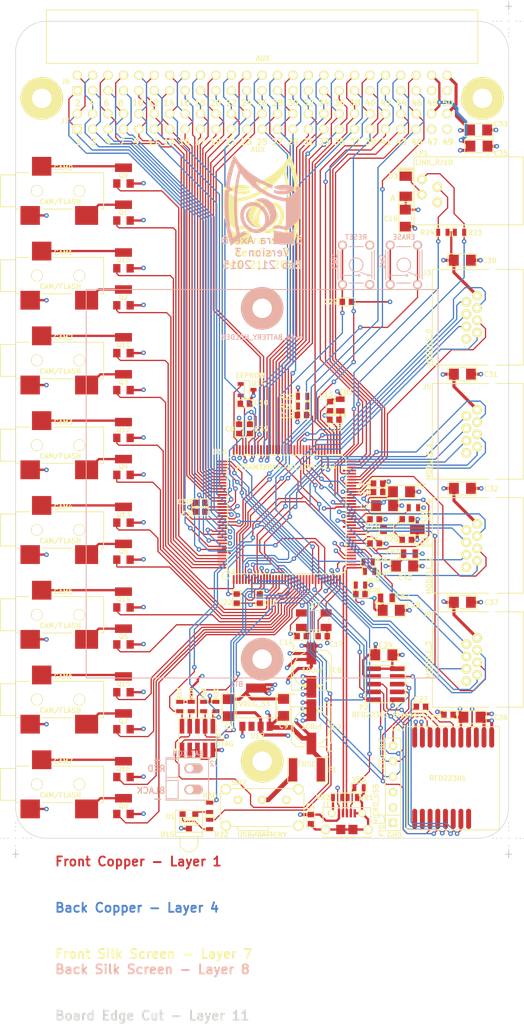
<source format=kicad_pcb>
(kicad_pcb (version 3) (host pcbnew "(2013-07-07 BZR 4022)-stable")
  (layers (15 F.Cu signal) (2 Inner1.Cu signal) (1 Inner2.Cu signal) (0 B.Cu signal) (18 B.Paste user) (19 F.Paste user) (20 B.SilkS user) (21 F.SilkS user) (22 B.Mask user) (23 F.Mask user) (28 Edge.Cuts user))
  (net 0 "")
  (net 1 /AUX00)
  (net 2 /AUX01)
  (net 3 /AUX02)
  (net 4 /AUX03)
  (net 5 /AUX04)
  (net 6 /AUX05)
  (net 7 /AUX06)
  (net 8 /AUX07)
  (net 9 /AUX08)
  (net 10 /AUX09)
  (net 11 /AUX10)
  (net 12 /AUX11)
  (net 13 /AUX12)
  (net 14 /AUX13)
  (net 15 /AUX14)
  (net 16 /AUX15)
  (net 17 /AUX16)
  (net 18 /AUX17)
  (net 19 /AUX18)
  (net 20 /AUX19)
  (net 21 /AUX20)
  (net 22 /AUX21)
  (net 23 /AUX22)
  (net 24 /AUX23)
  (net 25 /AUX24)
  (net 26 /AUX25)
  (net 27 /AUX26)
  (net 28 /AUX27)
  (net 29 /AUX28)
  (net 30 /AUX29)
  (net 31 /AUX30)
  (net 32 /AUX31)
  (net 33 /AUX32)
  (net 34 /AUX33)
  (net 35 /AUX34)
  (net 36 /AUX35)
  (net 37 /AUX36)
  (net 38 /AUX37)
  (net 39 /AUX38)
  (net 40 /AUX39)
  (net 41 /AUX40)
  (net 42 /AUX41)
  (net 43 /AUX42)
  (net 44 /AUX43)
  (net 45 /AUX_RX)
  (net 46 /AUX_TX)
  (net 47 /BLE_CTS)
  (net 48 /BLE_GPIO4)
  (net 49 /BLE_GPIO5)
  (net 50 /BLE_GPIO6)
  (net 51 /BLE_RTS)
  (net 52 /BLE_RX)
  (net 53 /BLE_TX)
  (net 54 /CAM0F)
  (net 55 /CAM0S)
  (net 56 /CAM1F)
  (net 57 /CAM1S)
  (net 58 /CAM2F)
  (net 59 /CAM2S)
  (net 60 /CAM3F)
  (net 61 /CAM3S)
  (net 62 /CAM4F)
  (net 63 /CAM4S)
  (net 64 /CAM5F)
  (net 65 /CAM5S)
  (net 66 /CAM6F)
  (net 67 /CAM6S)
  (net 68 /CAM7F)
  (net 69 /CAM7S)
  (net 70 /D+)
  (net 71 /D-)
  (net 72 /EEPROM_ID)
  (net 73 /JTAG_TCK)
  (net 74 /JTAG_TDI)
  (net 75 /JTAG_TDO)
  (net 76 /JTAG_TMS)
  (net 77 /LP_FOCUS)
  (net 78 /LP_SHUTTER)
  (net 79 /LV_DETECT)
  (net 80 /MOD0_AN1)
  (net 81 /MOD0_ID)
  (net 82 /MOD0_RX)
  (net 83 /MOD0_SCL)
  (net 84 /MOD0_SDA)
  (net 85 /MOD0_TX)
  (net 86 /MOD1_AN1)
  (net 87 /MOD1_ID)
  (net 88 /MOD1_RX)
  (net 89 /MOD1_SCL)
  (net 90 /MOD1_SDA)
  (net 91 /MOD1_TX)
  (net 92 /MOD2_AN1)
  (net 93 /MOD2_AN2)
  (net 94 /MOD2_AN3)
  (net 95 /MOD2_AN4)
  (net 96 /MOD2_AN5)
  (net 97 /MOD2_ID)
  (net 98 /MOD3_AN1)
  (net 99 /MOD3_CS)
  (net 100 /MOD3_ID)
  (net 101 /MOD3_MISO)
  (net 102 /MOD3_MOSI)
  (net 103 /MOD3_SCLK)
  (net 104 /M_RESET)
  (net 105 /UOTGID)
  (net 106 /VBUS)
  (net 107 /VDDOUT)
  (net 108 /VDDPLL)
  (net 109 3V3)
  (net 110 5V)
  (net 111 GND)
  (net 112 N-000001)
  (net 113 N-0000013)
  (net 114 N-0000014)
  (net 115 N-0000015)
  (net 116 N-000002)
  (net 117 N-0000028)
  (net 118 N-0000029)
  (net 119 N-000003)
  (net 120 N-0000030)
  (net 121 N-0000033)
  (net 122 N-0000034)
  (net 123 N-0000035)
  (net 124 N-0000036)
  (net 125 N-0000037)
  (net 126 N-0000039)
  (net 127 N-000004)
  (net 128 N-0000040)
  (net 129 N-0000046)
  (net 130 N-0000047)
  (net 131 N-0000048)
  (net 132 N-0000049)
  (net 133 N-000005)
  (net 134 N-0000051)
  (net 135 N-0000056)
  (net 136 N-0000057)
  (net 137 N-0000059)
  (net 138 N-0000060)
  (net 139 N-0000062)
  (net 140 N-0000063)
  (net 141 N-0000065)
  (net 142 N-0000066)
  (net 143 N-0000067)
  (net 144 N-0000068)
  (net 145 N-000007)
  (net 146 N-0000076)
  (net 147 N-0000079)
  (net 148 N-0000081)
  (net 149 N-0000086)
  (net 150 N-0000087)
  (net 151 N-0000097)
  (module SM1206-D-A (layer F.Cu) (at 89.7128 52.578 90)
    (fp_text reference D3 (at 1.651 -2.0828 180) (layer F.SilkS) (effects (font (size 0.8 0.8))))
    (fp_text value SCH_D hide)
    (fp_text user A (at -1.9558 -2.1336 180) (layer F.SilkS) (effects (font (size 1.00076 1.00076) (thickness 0.14986))))
    (pad 1 smd rect (at -1.651 0 90) (size 1.524 2.032) (layers F.Cu F.Paste F.Mask) (net 110 5V))
    (pad 2 smd rect (at 1.651 0 90) (size 1.524 2.032) (layers F.Cu F.Paste F.Mask) (net 117 N-0000028))
  )
  (module SM0805 (layer F.Cu) (at 78.9305 88.6333 90)
    (fp_text reference FB1 (at 2.1463 1.0033 180) (layer F.SilkS) (effects (font (size 0.8 0.8))))
    (fp_text value "Ferrite Bead" hide)
    (pad 1 smd rect (at -0.9525 0 90) (size 0.889 1.397) (layers F.Cu F.Paste F.Mask) (net 145 N-000007))
    (pad 2 smd rect (at 0.9525 0 90) (size 0.889 1.397) (layers F.Cu F.Paste F.Mask) (net 109 3V3))
  )
  (module SM0805 (layer F.Cu) (at 86.5251 120.396)
    (fp_text reference FB2 (at 2.7305 -0.2794) (layer F.SilkS) (effects (font (size 0.8 0.8))))
    (fp_text value "Ferrite Bead" hide)
    (pad 1 smd rect (at -0.9525 0) (size 0.889 1.397) (layers F.Cu F.Paste F.Mask) (net 108 /VDDPLL))
    (pad 2 smd rect (at 0.9525 0) (size 0.889 1.397) (layers F.Cu F.Paste F.Mask) (net 107 /VDDOUT))
  )
  (module SM0805 (layer F.Cu) (at 90.3224 113.119)
    (fp_text reference FB3 (at -2.7432 -0.2668) (layer F.SilkS) (effects (font (size 0.8 0.8))))
    (fp_text value "Ferrite Bead" hide)
    (pad 1 smd rect (at -0.9525 0) (size 0.889 1.397) (layers F.Cu F.Paste F.Mask) (net 112 N-000001))
    (pad 2 smd rect (at 0.9525 0) (size 0.889 1.397) (layers F.Cu F.Paste F.Mask) (net 109 3V3))
  )
  (module RFD22301 (layer F.Cu) (at 105.156 150.114 90)
    (fp_text reference U17 (at 8.2042 -16.6116 180) (layer F.SilkS) (effects (font (size 0.8 0.8))))
    (fp_text value RFD22301 (at 0 -8.509 180) (layer F.SilkS) (effects (font (size 0.8 0.8))))
    (pad 1 smd oval (at -6.7056 -13.97 90) (size 3.3528 0.8128) (layers F.Cu F.Paste F.Mask))
    (pad 2 smd oval (at -6.7056 -12.7 90) (size 3.3528 0.8128) (layers F.Cu F.Paste F.Mask))
    (pad 3 smd oval (at -6.7056 -11.43 90) (size 3.3528 0.8128) (layers F.Cu F.Paste F.Mask) (net 51 /BLE_RTS))
    (pad 4 smd oval (at -6.7056 -10.16 90) (size 3.3528 0.8128) (layers F.Cu F.Paste F.Mask) (net 47 /BLE_CTS))
    (pad 5 smd oval (at -6.7056 -8.89 90) (size 3.3528 0.8128) (layers F.Cu F.Paste F.Mask) (net 48 /BLE_GPIO4))
    (pad 6 smd oval (at -6.7056 -7.62 90) (size 3.3528 0.8128) (layers F.Cu F.Paste F.Mask) (net 49 /BLE_GPIO5))
    (pad 7 smd oval (at -6.7056 -6.35 90) (size 3.3528 0.8128) (layers F.Cu F.Paste F.Mask) (net 50 /BLE_GPIO6))
    (pad 8 smd oval (at -6.7056 -5.08 90) (size 3.3528 0.8128) (layers F.Cu F.Paste F.Mask))
    (pad 9 smd oval (at 6.7056 -1.27 90) (size 3.3528 0.8128) (layers F.Cu F.Paste F.Mask) (net 111 GND))
    (pad 10 smd oval (at 6.7056 -2.54 90) (size 3.3528 0.8128) (layers F.Cu F.Paste F.Mask) (net 111 GND))
    (pad 11 smd oval (at 6.7056 -3.81 90) (size 3.3528 0.8128) (layers F.Cu F.Paste F.Mask))
    (pad 12 smd oval (at 6.7056 -5.08 90) (size 3.3528 0.8128) (layers F.Cu F.Paste F.Mask) (net 111 GND))
    (pad 13 smd oval (at 6.7056 -6.35 90) (size 3.3528 0.8128) (layers F.Cu F.Paste F.Mask) (net 109 3V3))
    (pad 14 smd oval (at 6.7056 -7.62 90) (size 3.3528 0.8128) (layers F.Cu F.Paste F.Mask) (net 113 N-0000013))
    (pad 15 smd oval (at 6.7056 -8.89 90) (size 3.3528 0.8128) (layers F.Cu F.Paste F.Mask))
    (pad 16 smd oval (at 6.7056 -10.16 90) (size 3.3528 0.8128) (layers F.Cu F.Paste F.Mask) (net 53 /BLE_TX))
    (pad 17 smd oval (at 6.7056 -11.43 90) (size 3.3528 0.8128) (layers F.Cu F.Paste F.Mask) (net 52 /BLE_RX))
    (pad 18 smd oval (at 6.7056 -12.7 90) (size 3.3528 0.8128) (layers F.Cu F.Paste F.Mask) (net 111 GND))
    (pad 19 smd oval (at 6.7056 -13.97 90) (size 3.3528 0.8128) (layers F.Cu F.Paste F.Mask) (net 111 GND))
  )
  (module c_1206 (layer F.Cu) (at 89.5223 115.164 180)
    (fp_text reference C42 (at -0.1143 -1.9046 180) (layer F.SilkS) (effects (font (size 0.8 0.8))))
    (fp_text value 10uf hide)
    (pad 1 smd rect (at 1.397 0 180) (size 1.6002 1.8034) (layers F.Cu F.Paste F.Mask) (net 112 N-000001))
    (pad 2 smd rect (at -1.397 0 180) (size 1.6002 1.8034) (layers F.Cu F.Paste F.Mask) (net 111 GND))
  )
  (module SM0603 (layer F.Cu) (at 80.899 153.289)
    (fp_text reference VR1 (at 2.3876 0.0254) (layer F.SilkS) (effects (font (size 0.8 0.8))))
    (fp_text value VR hide)
    (pad 1 smd rect (at -0.762 0) (size 0.635 1.143) (layers F.Cu F.Paste F.Mask) (net 70 /D+))
    (pad 2 smd rect (at 0.762 0) (size 0.635 1.143) (layers F.Cu F.Paste F.Mask) (net 111 GND))
  )
  (module SM0603 (layer F.Cu) (at 78.486 153.289 180)
    (fp_text reference VR2 (at 2.413 0 180) (layer F.SilkS) (effects (font (size 0.8 0.8))))
    (fp_text value VR hide)
    (pad 1 smd rect (at -0.762 0 180) (size 0.635 1.143) (layers F.Cu F.Paste F.Mask) (net 71 /D-))
    (pad 2 smd rect (at 0.762 0 180) (size 0.635 1.143) (layers F.Cu F.Paste F.Mask) (net 111 GND))
  )
  (module SM0603 (layer F.Cu) (at 82.0166 151.676)
    (fp_text reference VR3 (at 0.0508 -1.3588) (layer F.SilkS) (effects (font (size 0.8 0.8))))
    (fp_text value VR hide)
    (pad 1 smd rect (at -0.762 0) (size 0.635 1.143) (layers F.Cu F.Paste F.Mask) (net 105 /UOTGID))
    (pad 2 smd rect (at 0.762 0) (size 0.635 1.143) (layers F.Cu F.Paste F.Mask) (net 111 GND))
  )
  (module c_1206 (layer F.Cu) (at 87.3252 122.453 180)
    (fp_text reference C28 (at -3.6576 0.8632 180) (layer F.SilkS) (effects (font (size 0.8 0.8))))
    (fp_text value 10uf hide)
    (pad 1 smd rect (at 1.397 0 180) (size 1.6002 1.8034) (layers F.Cu F.Paste F.Mask) (net 108 /VDDPLL))
    (pad 2 smd rect (at -1.397 0 180) (size 1.6002 1.8034) (layers F.Cu F.Paste F.Mask) (net 111 GND))
  )
  (module c_0603 (layer F.Cu) (at 82.2452 119.786 180)
    (fp_text reference C20 (at -2.3622 0.6346 180) (layer F.SilkS) (effects (font (size 0.635 0.635))))
    (fp_text value 20pf hide)
    (pad 1 smd rect (at 0.7518 0 180) (size 0.8992 1.0008) (layers F.Cu F.Paste F.Mask) (net 119 N-000003))
    (pad 2 smd rect (at -0.7518 0 180) (size 0.8992 1.0008) (layers F.Cu F.Paste F.Mask) (net 111 GND))
  )
  (module c_0603 (layer F.Cu) (at 84.582 111.417)
    (fp_text reference C41 (at -0.4064 -1.2064) (layer F.SilkS) (effects (font (size 0.8 0.8))))
    (fp_text value 0.1uf hide)
    (pad 1 smd rect (at 0.7518 0) (size 0.8992 1.0008) (layers F.Cu F.Paste F.Mask) (net 111 GND))
    (pad 2 smd rect (at -0.7518 0) (size 0.8992 1.0008) (layers F.Cu F.Paste F.Mask) (net 107 /VDDOUT))
  )
  (module c_1206 (layer F.Cu) (at 86.2203 105.207)
    (fp_text reference C1 (at -3.2639 0.0506) (layer F.SilkS) (effects (font (size 0.8 0.8))))
    (fp_text value 10uf hide)
    (pad 1 smd rect (at 1.397 0) (size 1.6002 1.8034) (layers F.Cu F.Paste F.Mask) (net 111 GND))
    (pad 2 smd rect (at -1.397 0) (size 1.6002 1.8034) (layers F.Cu F.Paste F.Mask) (net 107 /VDDOUT))
  )
  (module c_0603 (layer F.Cu) (at 89.8906 110.833)
    (fp_text reference C25 (at -2.5654 -0.089) (layer F.SilkS) (effects (font (size 0.8 0.8))))
    (fp_text value 20pf hide)
    (pad 1 smd rect (at 0.7518 0) (size 0.8992 1.0008) (layers F.Cu F.Paste F.Mask) (net 111 GND))
    (pad 2 smd rect (at -0.7518 0) (size 0.8992 1.0008) (layers F.Cu F.Paste F.Mask) (net 133 N-000005))
  )
  (module c_0603 (layer F.Cu) (at 89.8906 107.429)
    (fp_text reference C24 (at 3.0734 0.0384) (layer F.SilkS) (effects (font (size 0.635 0.635))))
    (fp_text value 20pf hide)
    (pad 1 smd rect (at 0.7518 0) (size 0.8992 1.0008) (layers F.Cu F.Paste F.Mask) (net 111 GND))
    (pad 2 smd rect (at -0.7518 0) (size 0.8992 1.0008) (layers F.Cu F.Paste F.Mask) (net 127 N-000004))
  )
  (module c_0603 (layer F.Cu) (at 84.582 107.442 180)
    (fp_text reference C21 (at 0.4826 -1.3208 180) (layer F.SilkS) (effects (font (size 0.8 0.8))))
    (fp_text value 0.1uf hide)
    (pad 1 smd rect (at 0.7518 0 180) (size 0.8992 1.0008) (layers F.Cu F.Paste F.Mask) (net 109 3V3))
    (pad 2 smd rect (at -0.7518 0 180) (size 0.8992 1.0008) (layers F.Cu F.Paste F.Mask) (net 111 GND))
  )
  (module c_1206 (layer F.Cu) (at 89.0143 102.921)
    (fp_text reference C2 (at 3.2639 -0.8892) (layer F.SilkS) (effects (font (size 0.8 0.8))))
    (fp_text value 10uf hide)
    (pad 1 smd rect (at 1.397 0) (size 1.6002 1.8034) (layers F.Cu F.Paste F.Mask) (net 111 GND))
    (pad 2 smd rect (at -1.397 0) (size 1.6002 1.8034) (layers F.Cu F.Paste F.Mask) (net 109 3V3))
  )
  (module c_0603 (layer F.Cu) (at 85.1662 102.9716)
    (fp_text reference C40 (at -2.3622 0.0508) (layer F.SilkS) (effects (font (size 0.635 0.635))))
    (fp_text value 0.1uf hide)
    (pad 1 smd rect (at 0.7518 0) (size 0.8992 1.0008) (layers F.Cu F.Paste F.Mask) (net 111 GND))
    (pad 2 smd rect (at -0.7518 0) (size 0.8992 1.0008) (layers F.Cu F.Paste F.Mask) (net 107 /VDDOUT))
  )
  (module c_0603 (layer F.Cu) (at 85.1662 101.5492)
    (fp_text reference C19 (at -2.3622 0.1778) (layer F.SilkS) (effects (font (size 0.635 0.635))))
    (fp_text value 0.1uf hide)
    (pad 1 smd rect (at 0.7518 0) (size 0.8992 1.0008) (layers F.Cu F.Paste F.Mask) (net 111 GND))
    (pad 2 smd rect (at -0.7518 0) (size 0.8992 1.0008) (layers F.Cu F.Paste F.Mask) (net 109 3V3))
  )
  (module c_0603 (layer F.Cu) (at 72.6059 90.2843 180)
    (fp_text reference C12 (at 2.5527 -0.0635 180) (layer F.SilkS) (effects (font (size 0.8 0.8))))
    (fp_text value 0.1uf hide)
    (pad 1 smd rect (at 0.7518 0 180) (size 0.8992 1.0008) (layers F.Cu F.Paste F.Mask) (net 111 GND))
    (pad 2 smd rect (at -0.7518 0 180) (size 0.8992 1.0008) (layers F.Cu F.Paste F.Mask) (net 79 /LV_DETECT))
  )
  (module c_0603 (layer F.Cu) (at 61.849 120.523 270)
    (fp_text reference C22 (at 0.622 1.8923 360) (layer F.SilkS) (effects (font (size 0.8 0.8))))
    (fp_text value 0.1uf hide)
    (pad 1 smd rect (at 0.7518 0 270) (size 0.8992 1.0008) (layers F.Cu F.Paste F.Mask) (net 111 GND))
    (pad 2 smd rect (at -0.7518 0 270) (size 0.8992 1.0008) (layers F.Cu F.Paste F.Mask) (net 107 /VDDOUT))
  )
  (module c_0603 (layer F.Cu) (at 65.659 120.523 90)
    (fp_text reference C11 (at -0.6982 1.8796 180) (layer F.SilkS) (effects (font (size 0.8 0.8))))
    (fp_text value 0.1uf hide)
    (pad 1 smd rect (at 0.7518 0 90) (size 0.8992 1.0008) (layers F.Cu F.Paste F.Mask) (net 109 3V3))
    (pad 2 smd rect (at -0.7518 0 90) (size 0.8992 1.0008) (layers F.Cu F.Paste F.Mask) (net 111 GND))
  )
  (module c_0603 (layer F.Cu) (at 72.5678 126.721)
    (fp_text reference C14 (at -2.5654 1.0156) (layer F.SilkS) (effects (font (size 0.8 0.8))))
    (fp_text value 20pf hide)
    (pad 1 smd rect (at 0.7518 0) (size 0.8992 1.0008) (layers F.Cu F.Paste F.Mask) (net 120 N-0000030))
    (pad 2 smd rect (at -0.7518 0) (size 0.8992 1.0008) (layers F.Cu F.Paste F.Mask) (net 111 GND))
  )
  (module c_0603 (layer F.Cu) (at 76.0222 126.721 180)
    (fp_text reference C17 (at -2.2352 -1.3204 180) (layer F.SilkS) (effects (font (size 0.8 0.8))))
    (fp_text value 20pf hide)
    (pad 1 smd rect (at 0.7518 0 180) (size 0.8992 1.0008) (layers F.Cu F.Paste F.Mask) (net 118 N-0000029))
    (pad 2 smd rect (at -0.7518 0 180) (size 0.8992 1.0008) (layers F.Cu F.Paste F.Mask) (net 111 GND))
  )
  (module CRYSTAL_ABM3B (layer F.Cu) (at 74.549 124.079)
    (fp_text reference X7 (at 0.2286 -2.5396) (layer F.SilkS) (effects (font (size 1.00076 1.00076) (thickness 0.14986))))
    (fp_text value CRYSTAL_4 hide)
    (pad 1 smd rect (at -2.032 1.1938) (size 1.8034 1.1938) (layers F.Cu F.Paste F.Mask) (net 120 N-0000030))
    (pad 2 smd rect (at 2.032 1.1938) (size 1.8034 1.1938) (layers F.Cu F.Paste F.Mask) (net 111 GND))
    (pad 3 smd rect (at 2.032 -1.1938) (size 1.8034 1.1938) (layers F.Cu F.Paste F.Mask) (net 118 N-0000029))
    (pad 4 smd rect (at -2.032 -1.1938) (size 1.8034 1.1938) (layers F.Cu F.Paste F.Mask) (net 111 GND))
  )
  (module c_1206 (layer F.Cu) (at 86.106 129.794)
    (fp_text reference C34 (at 0.254 -1.6764) (layer F.SilkS) (effects (font (size 0.8 0.8))))
    (fp_text value 10uf hide)
    (pad 1 smd rect (at 1.397 0) (size 1.6002 1.8034) (layers F.Cu F.Paste F.Mask) (net 111 GND))
    (pad 2 smd rect (at -1.397 0) (size 1.6002 1.8034) (layers F.Cu F.Paste F.Mask) (net 109 3V3))
  )
  (module c_0603 (layer F.Cu) (at 92.2274 138.328)
    (fp_text reference C27 (at -0.0254 -1.2442) (layer F.SilkS) (effects (font (size 0.8 0.8))))
    (fp_text value 0.1uf hide)
    (pad 1 smd rect (at 0.7518 0) (size 0.8992 1.0008) (layers F.Cu F.Paste F.Mask) (net 113 N-0000013))
    (pad 2 smd rect (at -0.7518 0) (size 0.8992 1.0008) (layers F.Cu F.Paste F.Mask) (net 114 N-0000014))
  )
  (module c_0603 (layer F.Cu) (at 96.774 139.649 180)
    (fp_text reference C23 (at 2.667 -0.5336 180) (layer F.SilkS) (effects (font (size 0.8 0.8))))
    (fp_text value 0.1uf hide)
    (pad 1 smd rect (at 0.7518 0 180) (size 0.8992 1.0008) (layers F.Cu F.Paste F.Mask) (net 111 GND))
    (pad 2 smd rect (at -0.7518 0 180) (size 0.8992 1.0008) (layers F.Cu F.Paste F.Mask) (net 109 3V3))
  )
  (module c_1206 (layer F.Cu) (at 100.635 140.056)
    (fp_text reference C26 (at 4.7242 0.0758) (layer F.SilkS) (effects (font (size 0.8 0.8))))
    (fp_text value 10uf hide)
    (pad 1 smd rect (at 1.397 0) (size 1.6002 1.8034) (layers F.Cu F.Paste F.Mask) (net 111 GND))
    (pad 2 smd rect (at -1.397 0) (size 1.6002 1.8034) (layers F.Cu F.Paste F.Mask) (net 109 3V3))
  )
  (module c_1206 (layer F.Cu) (at 99.06 121.133)
    (fp_text reference C37 (at 4.7752 0.025) (layer F.SilkS) (effects (font (size 0.8 0.8))))
    (fp_text value 10uf hide)
    (pad 1 smd rect (at 1.397 0) (size 1.6002 1.8034) (layers F.Cu F.Paste F.Mask) (net 111 GND))
    (pad 2 smd rect (at -1.397 0) (size 1.6002 1.8034) (layers F.Cu F.Paste F.Mask) (net 109 3V3))
  )
  (module c_1206 (layer F.Cu) (at 99.06 102.362)
    (fp_text reference C32 (at 4.7498 0.0762) (layer F.SilkS) (effects (font (size 0.8 0.8))))
    (fp_text value 10uf hide)
    (pad 1 smd rect (at 1.397 0) (size 1.6002 1.8034) (layers F.Cu F.Paste F.Mask) (net 111 GND))
    (pad 2 smd rect (at -1.397 0) (size 1.6002 1.8034) (layers F.Cu F.Paste F.Mask) (net 109 3V3))
  )
  (module c_1206 (layer F.Cu) (at 99.06 83.5406)
    (fp_text reference C31 (at 4.699 0.0508) (layer F.SilkS) (effects (font (size 0.8 0.8))))
    (fp_text value 10uf hide)
    (pad 1 smd rect (at 1.397 0) (size 1.6002 1.8034) (layers F.Cu F.Paste F.Mask) (net 111 GND))
    (pad 2 smd rect (at -1.397 0) (size 1.6002 1.8034) (layers F.Cu F.Paste F.Mask) (net 109 3V3))
  )
  (module c_1206 (layer F.Cu) (at 89.6366 57.8358 270)
    (fp_text reference C16 (at 0.0762 2.3876 360) (layer F.SilkS) (effects (font (size 0.8 0.8))))
    (fp_text value 10uf hide)
    (pad 1 smd rect (at 1.397 0 270) (size 1.6002 1.8034) (layers F.Cu F.Paste F.Mask) (net 111 GND))
    (pad 2 smd rect (at -1.397 0 270) (size 1.6002 1.8034) (layers F.Cu F.Paste F.Mask) (net 110 5V))
  )
  (module c_1206 (layer F.Cu) (at 99.0473 64.77)
    (fp_text reference C30 (at 4.4831 0.0508) (layer F.SilkS) (effects (font (size 0.8 0.8))))
    (fp_text value 10uf hide)
    (pad 1 smd rect (at 1.397 0) (size 1.6002 1.8034) (layers F.Cu F.Paste F.Mask) (net 111 GND))
    (pad 2 smd rect (at -1.397 0) (size 1.6002 1.8034) (layers F.Cu F.Paste F.Mask) (net 109 3V3))
  )
  (module c_1206 (layer F.Cu) (at 101.79 45.974)
    (fp_text reference C35 (at 3.62 1.1684) (layer F.SilkS) (effects (font (size 0.8 0.8))))
    (fp_text value 10uf hide)
    (pad 1 smd rect (at 1.397 0) (size 1.6002 1.8034) (layers F.Cu F.Paste F.Mask) (net 111 GND))
    (pad 2 smd rect (at -1.397 0) (size 1.6002 1.8034) (layers F.Cu F.Paste F.Mask) (net 110 5V))
  )
  (module c_1206 (layer F.Cu) (at 101.727 43.307)
    (fp_text reference C33 (at 3.6576 -0.9906) (layer F.SilkS) (effects (font (size 0.8 0.8))))
    (fp_text value 10uf hide)
    (pad 1 smd rect (at 1.397 0) (size 1.6002 1.8034) (layers F.Cu F.Paste F.Mask) (net 111 GND))
    (pad 2 smd rect (at -1.397 0) (size 1.6002 1.8034) (layers F.Cu F.Paste F.Mask) (net 109 3V3))
  )
  (module c_0603 (layer F.Cu) (at 80.01 71.628 180)
    (fp_text reference C29 (at 2.667 0 180) (layer F.SilkS) (effects (font (size 0.8 0.8))))
    (fp_text value 0.1uf hide)
    (pad 1 smd rect (at 0.7518 0 180) (size 0.8992 1.0008) (layers F.Cu F.Paste F.Mask) (net 104 /M_RESET))
    (pad 2 smd rect (at -0.7518 0 180) (size 0.8992 1.0008) (layers F.Cu F.Paste F.Mask) (net 109 3V3))
  )
  (module c_0603 (layer F.Cu) (at 77.2541 88.8238 90)
    (fp_text reference C13 (at 1.9558 -0.6731 180) (layer F.SilkS) (effects (font (size 0.8 0.8))))
    (fp_text value 0.1uf hide)
    (pad 1 smd rect (at 0.7518 0 90) (size 0.8992 1.0008) (layers F.Cu F.Paste F.Mask) (net 109 3V3))
    (pad 2 smd rect (at -0.7518 0 90) (size 0.8992 1.0008) (layers F.Cu F.Paste F.Mask) (net 111 GND))
  )
  (module c_0603 (layer F.Cu) (at 77.9526 91.0336)
    (fp_text reference C15 (at -0.0254 1.4478) (layer F.SilkS) (effects (font (size 0.8 0.8))))
    (fp_text value 0.1uf hide)
    (pad 1 smd rect (at 0.7518 0) (size 0.8992 1.0008) (layers F.Cu F.Paste F.Mask) (net 145 N-000007))
    (pad 2 smd rect (at -0.7518 0) (size 0.8992 1.0008) (layers F.Cu F.Paste F.Mask) (net 111 GND))
  )
  (module c_0603 (layer F.Cu) (at 62.2427 92.5703 90)
    (fp_text reference C8 (at -0.0127 -1.5367 180) (layer F.SilkS) (effects (font (size 0.8 0.8))))
    (fp_text value 0.1uf hide)
    (pad 1 smd rect (at 0.7518 0 90) (size 0.8992 1.0008) (layers F.Cu F.Paste F.Mask) (net 111 GND))
    (pad 2 smd rect (at -0.7518 0 90) (size 0.8992 1.0008) (layers F.Cu F.Paste F.Mask) (net 109 3V3))
  )
  (module c_0603 (layer F.Cu) (at 64.0207 92.5703 270)
    (fp_text reference C39 (at 0.0127 -1.8923 360) (layer F.SilkS) (effects (font (size 0.8 0.8))))
    (fp_text value 0.1uf hide)
    (pad 1 smd rect (at 0.7518 0 270) (size 0.8992 1.0008) (layers F.Cu F.Paste F.Mask) (net 107 /VDDOUT))
    (pad 2 smd rect (at -0.7518 0 270) (size 0.8992 1.0008) (layers F.Cu F.Paste F.Mask) (net 111 GND))
  )
  (module c_0603 (layer F.Cu) (at 63.1952 88.4174 180)
    (fp_text reference C10 (at -2.6924 0.1778 180) (layer F.SilkS) (effects (font (size 0.8 0.8))))
    (fp_text value 0.1uf hide)
    (pad 1 smd rect (at 0.7518 0 180) (size 0.8992 1.0008) (layers F.Cu F.Paste F.Mask) (net 109 3V3))
    (pad 2 smd rect (at -0.7518 0 180) (size 0.8992 1.0008) (layers F.Cu F.Paste F.Mask) (net 111 GND))
  )
  (module SOT-23_11AA160 (layer F.Cu) (at 63.5508 86.106 270)
    (fp_text reference U14 (at -1.0414 -1.8796 360) (layer F.SilkS) (effects (font (size 0.8 0.8))))
    (fp_text value EEPROM (at -2.3114 -0.508 360) (layer F.SilkS) (effects (font (size 0.8 0.8))))
    (pad 1 smd rect (at -0.9525 1.0566 270) (size 0.5994 1.0008) (layers F.Cu F.Paste F.Mask) (net 72 /EEPROM_ID))
    (pad 3 smd rect (at 0 -1.0566 270) (size 0.5994 1.0008) (layers F.Cu F.Paste F.Mask) (net 111 GND))
    (pad 2 smd rect (at 0.9525 1.0566 270) (size 0.5994 1.0008) (layers F.Cu F.Paste F.Mask) (net 109 3V3))
  )
  (module c_0603 (layer F.Cu) (at 55.8292 104.7369)
    (fp_text reference C38 (at -2.6162 -0.1397) (layer F.SilkS) (effects (font (size 0.8 0.8))))
    (fp_text value 0.1uf hide)
    (pad 1 smd rect (at 0.7518 0) (size 0.8992 1.0008) (layers F.Cu F.Paste F.Mask) (net 107 /VDDOUT))
    (pad 2 smd rect (at -0.7518 0) (size 0.8992 1.0008) (layers F.Cu F.Paste F.Mask) (net 111 GND))
  )
  (module c_0603 (layer F.Cu) (at 55.8292 106.21)
    (fp_text reference C3 (at -2.3114 0.3684) (layer F.SilkS) (effects (font (size 0.8 0.8))))
    (fp_text value 0.1uf hide)
    (pad 1 smd rect (at 0.7518 0) (size 0.8992 1.0008) (layers F.Cu F.Paste F.Mask) (net 109 3V3))
    (pad 2 smd rect (at -0.7518 0) (size 0.8992 1.0008) (layers F.Cu F.Paste F.Mask) (net 111 GND))
  )
  (module c_1206 (layer F.Cu) (at 69.5706 138.455 270)
    (fp_text reference C9 (at 3.0226 -0.0254 360) (layer F.SilkS) (effects (font (size 0.8 0.8))))
    (fp_text value 10uf hide)
    (pad 1 smd rect (at 1.397 0 270) (size 1.6002 1.8034) (layers F.Cu F.Paste F.Mask) (net 110 5V))
    (pad 2 smd rect (at -1.397 0 270) (size 1.6002 1.8034) (layers F.Cu F.Paste F.Mask) (net 111 GND))
  )
  (module c_1206 (layer F.Cu) (at 60.4647 138.494 270)
    (fp_text reference C5 (at 3.1115 -0.1143 360) (layer F.SilkS) (effects (font (size 0.8 0.8))))
    (fp_text value 10uf hide)
    (pad 1 smd rect (at 1.397 0 270) (size 1.6002 1.8034) (layers F.Cu F.Paste F.Mask) (net 109 3V3))
    (pad 2 smd rect (at -1.397 0 270) (size 1.6002 1.8034) (layers F.Cu F.Paste F.Mask) (net 111 GND))
  )
  (module 161-3334-E_Big_Pad (layer F.Cu) (at 25.4 53.34 270)
    (fp_text reference CAM0 (at -3.81 -7.874 360) (layer F.SilkS) (effects (font (size 0.8 0.8))))
    (fp_text value CAM/FLASH (at 1.778 -7.366 360) (layer F.SilkS) (effects (font (size 0.8 0.8))))
    (pad 1 smd rect (at -4.05 -4.3 270) (size 3.1 3.2) (layers F.Cu F.Paste F.Mask) (net 144 N-0000068))
    (pad 2 smd rect (at 4.05 -11.7 270) (size 3.1 3.8) (layers F.Cu F.Paste F.Mask) (net 143 N-0000067))
    (pad 3 smd rect (at 4.05 -2.4 270) (size 3.1 3.2) (layers F.Cu F.Paste F.Mask) (net 111 GND))
    (pad "" np_thru_hole circle (at 0 -10.5 270) (size 1.9 1.9) (drill 1.7) (layers *.Cu *.Mask F.SilkS))
    (pad "" np_thru_hole circle (at 0 -3.5 270) (size 1.9 1.9) (drill 1.7) (layers *.Cu *.Mask F.SilkS))
  )
  (module 161-3334-E_Big_Pad (layer F.Cu) (at 25.4 67.31 270)
    (fp_text reference CAM1 (at -3.81 -7.874 360) (layer F.SilkS) (effects (font (size 0.8 0.8))))
    (fp_text value CAM/FLASH (at 1.778 -7.366 360) (layer F.SilkS) (effects (font (size 0.8 0.8))))
    (pad 1 smd rect (at -4.05 -4.3 270) (size 3.1 3.2) (layers F.Cu F.Paste F.Mask) (net 142 N-0000066))
    (pad 2 smd rect (at 4.05 -11.7 270) (size 3.1 3.8) (layers F.Cu F.Paste F.Mask) (net 141 N-0000065))
    (pad 3 smd rect (at 4.05 -2.4 270) (size 3.1 3.2) (layers F.Cu F.Paste F.Mask) (net 111 GND))
    (pad "" np_thru_hole circle (at 0 -10.5 270) (size 1.9 1.9) (drill 1.7) (layers *.Cu *.Mask F.SilkS))
    (pad "" np_thru_hole circle (at 0 -3.5 270) (size 1.9 1.9) (drill 1.7) (layers *.Cu *.Mask F.SilkS))
  )
  (module 161-3334-E_Big_Pad (layer F.Cu) (at 25.4 81.28 270)
    (fp_text reference CAM2 (at -3.81 -7.874 360) (layer F.SilkS) (effects (font (size 0.8 0.8))))
    (fp_text value CAM/FLASH (at 1.778 -7.366 360) (layer F.SilkS) (effects (font (size 0.8 0.8))))
    (pad 1 smd rect (at -4.05 -4.3 270) (size 3.1 3.2) (layers F.Cu F.Paste F.Mask) (net 128 N-0000040))
    (pad 2 smd rect (at 4.05 -11.7 270) (size 3.1 3.8) (layers F.Cu F.Paste F.Mask) (net 126 N-0000039))
    (pad 3 smd rect (at 4.05 -2.4 270) (size 3.1 3.2) (layers F.Cu F.Paste F.Mask) (net 111 GND))
    (pad "" np_thru_hole circle (at 0 -10.5 270) (size 1.9 1.9) (drill 1.7) (layers *.Cu *.Mask F.SilkS))
    (pad "" np_thru_hole circle (at 0 -3.5 270) (size 1.9 1.9) (drill 1.7) (layers *.Cu *.Mask F.SilkS))
  )
  (module 161-3334-E_Big_Pad (layer F.Cu) (at 25.4 95.25 270)
    (fp_text reference CAM3 (at -3.81 -7.874 360) (layer F.SilkS) (effects (font (size 0.8 0.8))))
    (fp_text value CAM/FLASH (at 1.778 -7.366 360) (layer F.SilkS) (effects (font (size 0.8 0.8))))
    (pad 1 smd rect (at -4.05 -4.3 270) (size 3.1 3.2) (layers F.Cu F.Paste F.Mask) (net 124 N-0000036))
    (pad 2 smd rect (at 4.05 -11.7 270) (size 3.1 3.8) (layers F.Cu F.Paste F.Mask) (net 123 N-0000035))
    (pad 3 smd rect (at 4.05 -2.4 270) (size 3.1 3.2) (layers F.Cu F.Paste F.Mask) (net 111 GND))
    (pad "" np_thru_hole circle (at 0 -10.5 270) (size 1.9 1.9) (drill 1.7) (layers *.Cu *.Mask F.SilkS))
    (pad "" np_thru_hole circle (at 0 -3.5 270) (size 1.9 1.9) (drill 1.7) (layers *.Cu *.Mask F.SilkS))
  )
  (module 161-3334-E_Big_Pad (layer F.Cu) (at 25.4 109.22 270)
    (fp_text reference CAM4 (at -3.81 -7.874 360) (layer F.SilkS) (effects (font (size 0.8 0.8))))
    (fp_text value CAM/FLASH (at 1.778 -7.366 360) (layer F.SilkS) (effects (font (size 0.8 0.8))))
    (pad 1 smd rect (at -4.05 -4.3 270) (size 3.1 3.2) (layers F.Cu F.Paste F.Mask) (net 122 N-0000034))
    (pad 2 smd rect (at 4.05 -11.7 270) (size 3.1 3.8) (layers F.Cu F.Paste F.Mask) (net 121 N-0000033))
    (pad 3 smd rect (at 4.05 -2.4 270) (size 3.1 3.2) (layers F.Cu F.Paste F.Mask) (net 111 GND))
    (pad "" np_thru_hole circle (at 0 -10.5 270) (size 1.9 1.9) (drill 1.7) (layers *.Cu *.Mask F.SilkS))
    (pad "" np_thru_hole circle (at 0 -3.5 270) (size 1.9 1.9) (drill 1.7) (layers *.Cu *.Mask F.SilkS))
  )
  (module 161-3334-E_Big_Pad (layer F.Cu) (at 25.4 123.19 270)
    (fp_text reference CAM5 (at -3.81 -7.874 360) (layer F.SilkS) (effects (font (size 0.8 0.8))))
    (fp_text value CAM/FLASH (at 1.778 -7.366 360) (layer F.SilkS) (effects (font (size 0.8 0.8))))
    (pad 1 smd rect (at -4.05 -4.3 270) (size 3.1 3.2) (layers F.Cu F.Paste F.Mask) (net 125 N-0000037))
    (pad 2 smd rect (at 4.05 -11.7 270) (size 3.1 3.8) (layers F.Cu F.Paste F.Mask) (net 134 N-0000051))
    (pad 3 smd rect (at 4.05 -2.4 270) (size 3.1 3.2) (layers F.Cu F.Paste F.Mask) (net 111 GND))
    (pad "" np_thru_hole circle (at 0 -10.5 270) (size 1.9 1.9) (drill 1.7) (layers *.Cu *.Mask F.SilkS))
    (pad "" np_thru_hole circle (at 0 -3.5 270) (size 1.9 1.9) (drill 1.7) (layers *.Cu *.Mask F.SilkS))
  )
  (module 161-3334-E_Big_Pad (layer F.Cu) (at 25.4 137.16 270)
    (fp_text reference CAM6 (at -3.81 -7.874 360) (layer F.SilkS) (effects (font (size 0.8 0.8))))
    (fp_text value CAM/FLASH (at 1.778 -7.366 360) (layer F.SilkS) (effects (font (size 0.8 0.8))))
    (pad 1 smd rect (at -4.05 -4.3 270) (size 3.1 3.2) (layers F.Cu F.Paste F.Mask) (net 132 N-0000049))
    (pad 2 smd rect (at 4.05 -11.7 270) (size 3.1 3.8) (layers F.Cu F.Paste F.Mask) (net 131 N-0000048))
    (pad 3 smd rect (at 4.05 -2.4 270) (size 3.1 3.2) (layers F.Cu F.Paste F.Mask) (net 111 GND))
    (pad "" np_thru_hole circle (at 0 -10.5 270) (size 1.9 1.9) (drill 1.7) (layers *.Cu *.Mask F.SilkS))
    (pad "" np_thru_hole circle (at 0 -3.5 270) (size 1.9 1.9) (drill 1.7) (layers *.Cu *.Mask F.SilkS))
  )
  (module 161-3334-E_Big_Pad (layer F.Cu) (at 25.4 151.13 270)
    (fp_text reference CAM7 (at -3.81 -7.874 360) (layer F.SilkS) (effects (font (size 0.8 0.8))))
    (fp_text value CAM/FLASH (at 1.778 -7.366 360) (layer F.SilkS) (effects (font (size 0.8 0.8))))
    (pad 1 smd rect (at -4.05 -4.3 270) (size 3.1 3.2) (layers F.Cu F.Paste F.Mask) (net 130 N-0000047))
    (pad 2 smd rect (at 4.05 -11.7 270) (size 3.1 3.8) (layers F.Cu F.Paste F.Mask) (net 129 N-0000046))
    (pad 3 smd rect (at 4.05 -2.4 270) (size 3.1 3.2) (layers F.Cu F.Paste F.Mask) (net 111 GND))
    (pad "" np_thru_hole circle (at 0 -10.5 270) (size 1.9 1.9) (drill 1.7) (layers *.Cu *.Mask F.SilkS))
    (pad "" np_thru_hole circle (at 0 -3.5 270) (size 1.9 1.9) (drill 1.7) (layers *.Cu *.Mask F.SilkS))
  )
  (module c_elec_6.3x5.7 (layer F.Cu) (at 74.168 141.656 270)
    (fp_text reference C7 (at 0.0762 -4.191 360) (layer F.SilkS) (effects (font (size 0.8 0.8))))
    (fp_text value 100uf (at -0.0508 0 360) (layer F.SilkS) (effects (font (size 0.8 0.8))))
    (pad 1 smd rect (at 2.7508 0 270) (size 3.5992 1.6002) (layers F.Cu F.Paste F.Mask) (net 110 5V))
    (pad 2 smd rect (at -2.7508 0 270) (size 3.5992 1.6002) (layers F.Cu F.Paste F.Mask) (net 111 GND))
  )
  (module c_elec_6.3x5.7 (layer F.Cu) (at 74.168 132.309 90)
    (fp_text reference C6 (at -0.0254 4.191 180) (layer F.SilkS) (effects (font (size 0.8 0.8))))
    (fp_text value 100uf (at -0.0254 0.127 180) (layer F.SilkS) (effects (font (size 0.8 0.8))))
    (pad 1 smd rect (at 2.7508 0 90) (size 3.5992 1.6002) (layers F.Cu F.Paste F.Mask) (net 109 3V3))
    (pad 2 smd rect (at -2.7508 0 90) (size 3.5992 1.6002) (layers F.Cu F.Paste F.Mask) (net 111 GND))
  )
  (module JTAG_20021121-00010C4LF (layer F.Cu) (at 86.36 134.62 180)
    (fp_text reference P2 (at 3.556 -3.81 180) (layer F.SilkS) (effects (font (size 0.8 0.8))))
    (fp_text value "RFD22301 Breakout" (at -0.4572 -5.0292 180) (layer F.SilkS) (effects (font (size 0.8 0.8))))
    (pad 1 smd rect (at -1.95 -2.54 180) (size 2.4 0.76) (layers F.Cu F.Paste F.Mask) (net 53 /BLE_TX))
    (pad 2 smd rect (at 1.95 -2.54 180) (size 2.4 0.76) (layers F.Cu F.Paste F.Mask) (net 52 /BLE_RX))
    (pad 3 smd rect (at -1.95 -1.27 180) (size 2.4 0.76) (layers F.Cu F.Paste F.Mask) (net 51 /BLE_RTS))
    (pad 4 smd rect (at 1.95 -1.27 180) (size 2.4 0.76) (layers F.Cu F.Paste F.Mask) (net 47 /BLE_CTS))
    (pad 5 smd rect (at -1.95 0 180) (size 2.4 0.76) (layers F.Cu F.Paste F.Mask) (net 48 /BLE_GPIO4))
    (pad 6 smd rect (at 1.95 0 180) (size 2.4 0.76) (layers F.Cu F.Paste F.Mask) (net 49 /BLE_GPIO5))
    (pad 7 smd rect (at -1.95 1.27 180) (size 2.4 0.76) (layers F.Cu F.Paste F.Mask) (net 50 /BLE_GPIO6))
    (pad 8 smd rect (at 1.95 1.27 180) (size 2.4 0.76) (layers F.Cu F.Paste F.Mask) (net 109 3V3))
    (pad 9 smd rect (at -1.95 2.54 180) (size 2.4 0.76) (layers F.Cu F.Paste F.Mask) (net 111 GND))
    (pad 10 smd rect (at 1.95 2.54 180) (size 2.4 0.76) (layers F.Cu F.Paste F.Mask) (net 111 GND))
  )
  (module JTAG_20021121-00010C4LF (layer F.Cu) (at 55.372 143.51 90)
    (fp_text reference P1 (at 0.2286 3.937 180) (layer F.SilkS) (effects (font (size 0.8 0.8))))
    (fp_text value JTAG (at -0.9398 4.5974 180) (layer F.SilkS) (effects (font (size 0.8 0.8))))
    (pad 1 smd rect (at -1.95 -2.54 90) (size 2.4 0.76) (layers F.Cu F.Paste F.Mask) (net 109 3V3))
    (pad 2 smd rect (at 1.95 -2.54 90) (size 2.4 0.76) (layers F.Cu F.Paste F.Mask) (net 76 /JTAG_TMS))
    (pad 3 smd rect (at -1.95 -1.27 90) (size 2.4 0.76) (layers F.Cu F.Paste F.Mask) (net 111 GND))
    (pad 4 smd rect (at 1.95 -1.27 90) (size 2.4 0.76) (layers F.Cu F.Paste F.Mask) (net 73 /JTAG_TCK))
    (pad 5 smd rect (at -1.95 0 90) (size 2.4 0.76) (layers F.Cu F.Paste F.Mask) (net 111 GND))
    (pad 6 smd rect (at 1.95 0 90) (size 2.4 0.76) (layers F.Cu F.Paste F.Mask) (net 75 /JTAG_TDO))
    (pad 7 smd rect (at -1.95 1.27 90) (size 2.4 0.76) (layers F.Cu F.Paste F.Mask))
    (pad 8 smd rect (at 1.95 1.27 90) (size 2.4 0.76) (layers F.Cu F.Paste F.Mask) (net 74 /JTAG_TDI))
    (pad 9 smd rect (at -1.95 2.54 90) (size 2.4 0.76) (layers F.Cu F.Paste F.Mask) (net 111 GND))
    (pad 10 smd rect (at 1.95 2.54 90) (size 2.4 0.76) (layers F.Cu F.Paste F.Mask) (net 104 /M_RESET))
  )
  (module AB26TRQ (layer F.Cu) (at 89.1667 109.131 180)
    (fp_text reference X8 (at -3.7211 -1.6384 180) (layer F.SilkS) (effects (font (size 0.8 0.8))))
    (fp_text value 32khz (at -3.5687 -2.5528 180) (layer F.SilkS) (effects (font (size 0.635 0.635))))
    (pad 2 smd rect (at -2.45 0 180) (size 2.4 1.5) (layers F.Cu F.Paste F.Mask) (net 111 GND))
    (pad 3 smd rect (at 3.1 -0.45 180) (size 1.1 0.6) (layers F.Cu F.Paste F.Mask) (net 133 N-000005))
    (pad 1 smd rect (at 3.1 0.45 180) (size 1.1 0.6) (layers F.Cu F.Paste F.Mask) (net 127 N-000004))
  )
  (module c_0603 (layer F.Cu) (at 74.0664 156.87 90)
    (fp_text reference C4 (at 2.0828 -0.0254 180) (layer F.SilkS) (effects (font (size 0.8 0.8))))
    (fp_text value 0.1uf hide)
    (pad 1 smd rect (at 0.7518 0 90) (size 0.8992 1.0008) (layers F.Cu F.Paste F.Mask) (net 106 /VBUS))
    (pad 2 smd rect (at -0.7518 0 90) (size 0.8992 1.0008) (layers F.Cu F.Paste F.Mask) (net 111 GND))
  )
  (module EG_1224 (layer F.Cu) (at 66.04 154.94)
    (fp_text reference SW2 (at -3.81 -4.064) (layer F.SilkS) (effects (font (size 0.8 0.8))))
    (fp_text value USB/BATTERY (at 0 4.4958) (layer F.SilkS) (effects (font (size 0.8 0.8))))
    (pad "" thru_hole circle (at -6 3) (size 1.70688 1.70688) (drill 1.19888) (layers *.Cu *.Mask F.SilkS))
    (pad "" thru_hole circle (at 6 3) (size 1.70688 1.70688) (drill 1.19888) (layers *.Cu *.Mask F.SilkS))
    (pad 2 thru_hole circle (at 0 -1.25) (size 1.4 1.4) (drill 0.8) (layers *.Cu *.Mask F.SilkS) (net 138 N-0000060))
    (pad 3 thru_hole circle (at 4 -1.25) (size 1.4 1.4) (drill 0.8) (layers *.Cu *.Mask F.SilkS) (net 137 N-0000059))
    (pad 1 thru_hole circle (at -4 -1.25) (size 1.4 1.4) (drill 0.8) (layers *.Cu *.Mask F.SilkS) (net 106 /VBUS))
    (pad "" thru_hole circle (at -6 -3) (size 1.70688 1.70688) (drill 1.19888) (layers *.Cu *.Mask F.SilkS))
    (pad "" thru_hole circle (at 6 -3) (size 1.70688 1.70688) (drill 1.19888) (layers *.Cu *.Mask F.SilkS))
  )
  (module CA_Logo_Mirror_15mm (layer B.Cu) (at 66.04 54.864)
    (fp_text reference LOGO2 hide)
    (fp_text value CA_LOGO_150 hide)
  )
  (module CA_Logo_15mm (layer F.Cu) (at 66.04 54.864)
    (fp_text reference LOGO1 hide)
    (fp_text value CA_LOGO_150 hide)
  )
  (module SM1812 (layer F.Cu) (at 73.4314 148.7424 180)
    (fp_text reference F1 (at -4.2164 0 180) (layer F.SilkS) (effects (font (size 0.8 0.8))))
    (fp_text value FUSE (at 0.0254 0.9652 180) (layer F.SilkS) (effects (font (size 0.8 0.8))))
    (pad 1 smd rect (at -2.286 0 180) (size 1.397 3.81) (layers F.Cu F.Paste F.Mask) (net 110 5V))
    (pad 2 smd rect (at 2.286 0 180) (size 1.397 3.81) (layers F.Cu F.Paste F.Mask) (net 138 N-0000060))
  )
  (module SM0603_Resistor (layer F.Cu) (at 52.451 138.303 270)
    (fp_text reference R17 (at -2.1844 0.0254 270) (layer F.SilkS) (effects (font (size 0.635 0.635))))
    (fp_text value 100k hide)
    (pad 1 smd rect (at -0.762 0 270) (size 0.635 1.143) (layers F.Cu F.Paste F.Mask) (net 109 3V3))
    (pad 2 smd rect (at 0.762 0 270) (size 0.635 1.143) (layers F.Cu F.Paste F.Mask) (net 76 /JTAG_TMS))
  )
  (module SM0603_Resistor (layer F.Cu) (at 54.356 138.303 270)
    (fp_text reference R18 (at -2.1844 -0.0254 270) (layer F.SilkS) (effects (font (size 0.635 0.635))))
    (fp_text value 100k hide)
    (pad 1 smd rect (at -0.762 0 270) (size 0.635 1.143) (layers F.Cu F.Paste F.Mask) (net 109 3V3))
    (pad 2 smd rect (at 0.762 0 270) (size 0.635 1.143) (layers F.Cu F.Paste F.Mask) (net 73 /JTAG_TCK))
  )
  (module SM0603_Resistor (layer F.Cu) (at 56.388 138.303 270)
    (fp_text reference R19 (at -2.1844 -0.0508 270) (layer F.SilkS) (effects (font (size 0.635 0.635))))
    (fp_text value 100k hide)
    (pad 1 smd rect (at -0.762 0 270) (size 0.635 1.143) (layers F.Cu F.Paste F.Mask) (net 109 3V3))
    (pad 2 smd rect (at 0.762 0 270) (size 0.635 1.143) (layers F.Cu F.Paste F.Mask) (net 74 /JTAG_TDI))
  )
  (module SM0603_Resistor (layer F.Cu) (at 58.42 138.303 270)
    (fp_text reference R20 (at -2.1844 -0.0508 270) (layer F.SilkS) (effects (font (size 0.635 0.635))))
    (fp_text value 100k hide)
    (pad 1 smd rect (at -0.762 0 270) (size 0.635 1.143) (layers F.Cu F.Paste F.Mask) (net 109 3V3))
    (pad 2 smd rect (at 0.762 0 270) (size 0.635 1.143) (layers F.Cu F.Paste F.Mask) (net 104 /M_RESET))
  )
  (module SM0603_Resistor (layer F.Cu) (at 57.3786 157.734 270)
    (fp_text reference R22 (at 1.6764 -1.9558 360) (layer F.SilkS) (effects (font (size 0.8 0.8))))
    (fp_text value 680R hide)
    (pad 1 smd rect (at -0.762 0 270) (size 0.635 1.143) (layers F.Cu F.Paste F.Mask) (net 140 N-0000063))
    (pad 2 smd rect (at 0.762 0 270) (size 0.635 1.143) (layers F.Cu F.Paste F.Mask) (net 139 N-0000062))
  )
  (module SM0603_Resistor (layer F.Cu) (at 82.2452 118.288)
    (fp_text reference R28 (at 2.2352 -0.7876) (layer F.SilkS) (effects (font (size 0.635 0.635))))
    (fp_text value 6K8+1% hide)
    (pad 1 smd rect (at -0.762 0) (size 0.635 1.143) (layers F.Cu F.Paste F.Mask) (net 119 N-000003))
    (pad 2 smd rect (at 0.762 0) (size 0.635 1.143) (layers F.Cu F.Paste F.Mask) (net 111 GND))
  )
  (module SM0603_Resistor (layer F.Cu) (at 83.7692 116.04)
    (fp_text reference R27 (at 2.2098 0.4444) (layer F.SilkS) (effects (font (size 0.635 0.635))))
    (fp_text value 39R hide)
    (pad 1 smd rect (at -0.762 0) (size 0.635 1.143) (layers F.Cu F.Paste F.Mask) (net 70 /D+))
    (pad 2 smd rect (at 0.762 0) (size 0.635 1.143) (layers F.Cu F.Paste F.Mask) (net 146 N-0000076))
  )
  (module SM0603_Resistor (layer F.Cu) (at 90.9828 105.537 180)
    (fp_text reference R25 (at -2.159 -0.9144 180) (layer F.SilkS) (effects (font (size 0.635 0.635))))
    (fp_text value 100k hide)
    (pad 1 smd rect (at -0.762 0 180) (size 0.635 1.143) (layers F.Cu F.Paste F.Mask) (net 109 3V3))
    (pad 2 smd rect (at 0.762 0 180) (size 0.635 1.143) (layers F.Cu F.Paste F.Mask) (net 150 N-0000087))
  )
  (module SM0603_Resistor (layer F.Cu) (at 83.5152 114.478)
    (fp_text reference R26 (at 2.2352 -0.3304) (layer F.SilkS) (effects (font (size 0.635 0.635))))
    (fp_text value 39R hide)
    (pad 1 smd rect (at -0.762 0) (size 0.635 1.143) (layers F.Cu F.Paste F.Mask) (net 71 /D-))
    (pad 2 smd rect (at 0.762 0) (size 0.635 1.143) (layers F.Cu F.Paste F.Mask) (net 149 N-0000086))
  )
  (module SM0603_Resistor (layer F.Cu) (at 95.8342 60.1726 180)
    (fp_text reference R24 (at 2.5654 -0.0254 180) (layer F.SilkS) (effects (font (size 0.8 0.8))))
    (fp_text value 10k hide)
    (pad 1 smd rect (at -0.762 0 180) (size 0.635 1.143) (layers F.Cu F.Paste F.Mask) (net 109 3V3))
    (pad 2 smd rect (at 0.762 0 180) (size 0.635 1.143) (layers F.Cu F.Paste F.Mask) (net 77 /LP_FOCUS))
  )
  (module HOLE_3.0mm (layer F.Cu) (at 66.04 147.32)
    (fp_text reference X3 hide)
    (fp_text value HOLE hide)
    (pad "" np_thru_hole circle (at 0 0) (size 7 7) (drill 3.2) (layers *.Cu *.Mask F.SilkS))
  )
  (module HOLE_3.0mm (layer F.Cu) (at 102.362 38.1 270)
    (fp_text reference X2 hide)
    (fp_text value HOLE hide)
    (pad "" np_thru_hole circle (at 0 0 270) (size 7 7) (drill 3.2) (layers *.Cu *.Mask F.SilkS))
  )
  (module HOLE_3.0mm (layer F.Cu) (at 29.718 38.1)
    (fp_text reference X1 hide)
    (fp_text value HOLE hide)
    (pad "" np_thru_hole circle (at 0 0) (size 7 7) (drill 3.2) (layers *.Cu *.Mask F.SilkS))
  )
  (module SM0603_Resistor (layer F.Cu) (at 98.5774 60.1726)
    (fp_text reference R23 (at 2.5654 0.0762) (layer F.SilkS) (effects (font (size 0.8 0.8))))
    (fp_text value 10k hide)
    (pad 1 smd rect (at -0.762 0) (size 0.635 1.143) (layers F.Cu F.Paste F.Mask) (net 109 3V3))
    (pad 2 smd rect (at 0.762 0) (size 0.635 1.143) (layers F.Cu F.Paste F.Mask) (net 78 /LP_SHUTTER))
  )
  (module "IDC_50PIN(2X25)-90" (layer F.Cu) (at 66.04 35.56)
    (fp_text reference J6 (at -32.385 -0.254) (layer F.SilkS) (effects (font (size 0.8 0.8))))
    (fp_text value AUX (at 0.127 -4.064) (layer F.SilkS) (effects (font (size 0.8 0.8))))
    (pad 1 thru_hole rect (at -30.48 1.27) (size 1.524 1.524) (drill 1.016) (layers *.Cu *.Mask F.SilkS) (net 1 /AUX00))
    (pad 2 thru_hole circle (at -30.48 -1.27) (size 1.524 1.524) (drill 1.016) (layers *.Cu *.Mask F.SilkS) (net 2 /AUX01))
    (pad 3 thru_hole circle (at -27.94 1.27) (size 1.524 1.524) (drill 1.016) (layers *.Cu *.Mask F.SilkS) (net 3 /AUX02))
    (pad 4 thru_hole circle (at -27.94 -1.27) (size 1.524 1.524) (drill 1.016) (layers *.Cu *.Mask F.SilkS) (net 4 /AUX03))
    (pad 5 thru_hole circle (at -25.4 1.27) (size 1.524 1.524) (drill 1.016) (layers *.Cu *.Mask F.SilkS) (net 5 /AUX04))
    (pad 6 thru_hole circle (at -25.4 -1.27) (size 1.524 1.524) (drill 1.016) (layers *.Cu *.Mask F.SilkS) (net 6 /AUX05))
    (pad 7 thru_hole circle (at -22.86 1.27) (size 1.524 1.524) (drill 1.016) (layers *.Cu *.Mask F.SilkS) (net 7 /AUX06))
    (pad 8 thru_hole circle (at -22.86 -1.27) (size 1.524 1.524) (drill 1.016) (layers *.Cu *.Mask F.SilkS) (net 8 /AUX07))
    (pad 9 thru_hole circle (at -20.32 1.27) (size 1.524 1.524) (drill 1.016) (layers *.Cu *.Mask F.SilkS) (net 9 /AUX08))
    (pad 10 thru_hole circle (at -20.32 -1.27) (size 1.524 1.524) (drill 1.016) (layers *.Cu *.Mask F.SilkS) (net 10 /AUX09))
    (pad 11 thru_hole circle (at -17.78 1.27) (size 1.524 1.524) (drill 1.016) (layers *.Cu *.Mask F.SilkS) (net 11 /AUX10))
    (pad 12 thru_hole circle (at -17.78 -1.27) (size 1.524 1.524) (drill 1.016) (layers *.Cu *.Mask F.SilkS) (net 12 /AUX11))
    (pad 13 thru_hole circle (at -15.24 1.27) (size 1.524 1.524) (drill 1.016) (layers *.Cu *.Mask F.SilkS) (net 13 /AUX12))
    (pad 14 thru_hole circle (at -15.24 -1.27) (size 1.524 1.524) (drill 1.016) (layers *.Cu *.Mask F.SilkS) (net 14 /AUX13))
    (pad 15 thru_hole circle (at -12.7 1.27) (size 1.524 1.524) (drill 1.016) (layers *.Cu *.Mask F.SilkS) (net 15 /AUX14))
    (pad 16 thru_hole circle (at -12.7 -1.27) (size 1.524 1.524) (drill 1.016) (layers *.Cu *.Mask F.SilkS) (net 16 /AUX15))
    (pad 17 thru_hole circle (at -10.16 1.27) (size 1.524 1.524) (drill 1.016) (layers *.Cu *.Mask F.SilkS) (net 17 /AUX16))
    (pad 18 thru_hole circle (at -10.16 -1.27) (size 1.524 1.524) (drill 1.016) (layers *.Cu *.Mask F.SilkS) (net 18 /AUX17))
    (pad 19 thru_hole circle (at -7.62 1.27) (size 1.524 1.524) (drill 1.016) (layers *.Cu *.Mask F.SilkS) (net 19 /AUX18))
    (pad 20 thru_hole circle (at -7.62 -1.27) (size 1.524 1.524) (drill 1.016) (layers *.Cu *.Mask F.SilkS) (net 20 /AUX19))
    (pad 21 thru_hole circle (at -5.08 1.27) (size 1.524 1.524) (drill 1.016) (layers *.Cu *.Mask F.SilkS) (net 21 /AUX20))
    (pad 22 thru_hole circle (at -5.08 -1.27) (size 1.524 1.524) (drill 1.016) (layers *.Cu *.Mask F.SilkS) (net 22 /AUX21))
    (pad 23 thru_hole circle (at -2.54 1.27) (size 1.524 1.524) (drill 1.016) (layers *.Cu *.Mask F.SilkS) (net 23 /AUX22))
    (pad 24 thru_hole circle (at -2.54 -1.27) (size 1.524 1.524) (drill 1.016) (layers *.Cu *.Mask F.SilkS) (net 24 /AUX23))
    (pad 25 thru_hole circle (at 0 1.27) (size 1.524 1.524) (drill 1.016) (layers *.Cu *.Mask F.SilkS) (net 25 /AUX24))
    (pad 26 thru_hole circle (at 0 -1.27) (size 1.524 1.524) (drill 1.016) (layers *.Cu *.Mask F.SilkS) (net 26 /AUX25))
    (pad 27 thru_hole circle (at 2.54 1.27) (size 1.524 1.524) (drill 1.016) (layers *.Cu *.Mask F.SilkS) (net 27 /AUX26))
    (pad 28 thru_hole circle (at 2.54 -1.27) (size 1.524 1.524) (drill 1.016) (layers *.Cu *.Mask F.SilkS) (net 28 /AUX27))
    (pad 29 thru_hole circle (at 5.08 1.27) (size 1.524 1.524) (drill 1.016) (layers *.Cu *.Mask F.SilkS) (net 29 /AUX28))
    (pad 30 thru_hole circle (at 5.08 -1.27) (size 1.524 1.524) (drill 1.016) (layers *.Cu *.Mask F.SilkS) (net 30 /AUX29))
    (pad 31 thru_hole circle (at 7.62 1.27) (size 1.524 1.524) (drill 1.016) (layers *.Cu *.Mask F.SilkS) (net 31 /AUX30))
    (pad 32 thru_hole circle (at 7.62 -1.27) (size 1.524 1.524) (drill 1.016) (layers *.Cu *.Mask F.SilkS) (net 32 /AUX31))
    (pad 33 thru_hole circle (at 10.16 1.27) (size 1.524 1.524) (drill 1.016) (layers *.Cu *.Mask F.SilkS) (net 33 /AUX32))
    (pad 34 thru_hole circle (at 10.16 -1.27) (size 1.524 1.524) (drill 1.016) (layers *.Cu *.Mask F.SilkS) (net 34 /AUX33))
    (pad 35 thru_hole circle (at 12.7 1.27) (size 1.524 1.524) (drill 1.016) (layers *.Cu *.Mask F.SilkS) (net 35 /AUX34))
    (pad 36 thru_hole circle (at 12.7 -1.27) (size 1.524 1.524) (drill 1.016) (layers *.Cu *.Mask F.SilkS) (net 36 /AUX35))
    (pad 37 thru_hole circle (at 15.24 1.27) (size 1.524 1.524) (drill 1.016) (layers *.Cu *.Mask F.SilkS) (net 37 /AUX36))
    (pad 38 thru_hole circle (at 15.24 -1.27) (size 1.524 1.524) (drill 1.016) (layers *.Cu *.Mask F.SilkS) (net 38 /AUX37))
    (pad 39 thru_hole circle (at 17.78 1.27) (size 1.524 1.524) (drill 1.016) (layers *.Cu *.Mask F.SilkS) (net 39 /AUX38))
    (pad 40 thru_hole circle (at 17.78 -1.27) (size 1.524 1.524) (drill 1.016) (layers *.Cu *.Mask F.SilkS) (net 40 /AUX39))
    (pad 41 thru_hole circle (at 20.32 1.27) (size 1.524 1.524) (drill 1.016) (layers *.Cu *.Mask F.SilkS) (net 41 /AUX40))
    (pad 42 thru_hole circle (at 20.32 -1.27) (size 1.524 1.524) (drill 1.016) (layers *.Cu *.Mask F.SilkS) (net 42 /AUX41))
    (pad 43 thru_hole circle (at 22.86 1.27) (size 1.524 1.524) (drill 1.016) (layers *.Cu *.Mask F.SilkS) (net 43 /AUX42))
    (pad 44 thru_hole circle (at 22.86 -1.27) (size 1.524 1.524) (drill 1.016) (layers *.Cu *.Mask F.SilkS) (net 44 /AUX43))
    (pad 45 thru_hole circle (at 25.4 1.27) (size 1.524 1.524) (drill 1.016) (layers *.Cu *.Mask F.SilkS) (net 46 /AUX_TX))
    (pad 46 thru_hole circle (at 25.4 -1.27) (size 1.524 1.524) (drill 1.016) (layers *.Cu *.Mask F.SilkS) (net 45 /AUX_RX))
    (pad 47 thru_hole circle (at 27.94 1.27) (size 1.524 1.524) (drill 1.016) (layers *.Cu *.Mask F.SilkS) (net 111 GND))
    (pad 48 thru_hole circle (at 27.94 -1.27) (size 1.524 1.524) (drill 1.016) (layers *.Cu *.Mask F.SilkS) (net 110 5V))
    (pad 49 thru_hole circle (at 30.48 1.27) (size 1.524 1.524) (drill 1.016) (layers *.Cu *.Mask F.SilkS) (net 111 GND))
    (pad 50 thru_hole circle (at 30.48 -1.27) (size 1.524 1.524) (drill 1.016) (layers *.Cu *.Mask F.SilkS) (net 109 3V3))
  )
  (module "IDC_50PIN(2X25)-M" (layer F.Cu) (at 66.04 41.91)
    (fp_text reference J7 (at -32.512 -0.0762) (layer F.SilkS) (effects (font (size 0.8 0.8))))
    (fp_text value AUX (at -0.6985 4.6355) (layer F.SilkS) (effects (font (size 0.8 0.8))))
    (pad 1 thru_hole rect (at -30.48 1.27) (size 1.524 1.524) (drill 1.016) (layers *.Cu *.Mask F.SilkS) (net 1 /AUX00))
    (pad 2 thru_hole circle (at -30.48 -1.27) (size 1.524 1.524) (drill 1.016) (layers *.Cu *.Mask F.SilkS) (net 2 /AUX01))
    (pad 3 thru_hole circle (at -27.94 1.27) (size 1.524 1.524) (drill 1.016) (layers *.Cu *.Mask F.SilkS) (net 3 /AUX02))
    (pad 4 thru_hole circle (at -27.94 -1.27) (size 1.524 1.524) (drill 1.016) (layers *.Cu *.Mask F.SilkS) (net 4 /AUX03))
    (pad 5 thru_hole circle (at -25.4 1.27) (size 1.524 1.524) (drill 1.016) (layers *.Cu *.Mask F.SilkS) (net 5 /AUX04))
    (pad 6 thru_hole circle (at -25.4 -1.27) (size 1.524 1.524) (drill 1.016) (layers *.Cu *.Mask F.SilkS) (net 6 /AUX05))
    (pad 7 thru_hole circle (at -22.86 1.27) (size 1.524 1.524) (drill 1.016) (layers *.Cu *.Mask F.SilkS) (net 7 /AUX06))
    (pad 8 thru_hole circle (at -22.86 -1.27) (size 1.524 1.524) (drill 1.016) (layers *.Cu *.Mask F.SilkS) (net 8 /AUX07))
    (pad 9 thru_hole circle (at -20.32 1.27) (size 1.524 1.524) (drill 1.016) (layers *.Cu *.Mask F.SilkS) (net 9 /AUX08))
    (pad 10 thru_hole circle (at -20.32 -1.27) (size 1.524 1.524) (drill 1.016) (layers *.Cu *.Mask F.SilkS) (net 10 /AUX09))
    (pad 11 thru_hole circle (at -17.78 1.27) (size 1.524 1.524) (drill 1.016) (layers *.Cu *.Mask F.SilkS) (net 11 /AUX10))
    (pad 12 thru_hole circle (at -17.78 -1.27) (size 1.524 1.524) (drill 1.016) (layers *.Cu *.Mask F.SilkS) (net 12 /AUX11))
    (pad 13 thru_hole circle (at -15.24 1.27) (size 1.524 1.524) (drill 1.016) (layers *.Cu *.Mask F.SilkS) (net 13 /AUX12))
    (pad 14 thru_hole circle (at -15.24 -1.27) (size 1.524 1.524) (drill 1.016) (layers *.Cu *.Mask F.SilkS) (net 14 /AUX13))
    (pad 15 thru_hole circle (at -12.7 1.27) (size 1.524 1.524) (drill 1.016) (layers *.Cu *.Mask F.SilkS) (net 15 /AUX14))
    (pad 16 thru_hole circle (at -12.7 -1.27) (size 1.524 1.524) (drill 1.016) (layers *.Cu *.Mask F.SilkS) (net 16 /AUX15))
    (pad 17 thru_hole circle (at -10.16 1.27) (size 1.524 1.524) (drill 1.016) (layers *.Cu *.Mask F.SilkS) (net 17 /AUX16))
    (pad 18 thru_hole circle (at -10.16 -1.27) (size 1.524 1.524) (drill 1.016) (layers *.Cu *.Mask F.SilkS) (net 18 /AUX17))
    (pad 19 thru_hole circle (at -7.62 1.27) (size 1.524 1.524) (drill 1.016) (layers *.Cu *.Mask F.SilkS) (net 19 /AUX18))
    (pad 20 thru_hole circle (at -7.62 -1.27) (size 1.524 1.524) (drill 1.016) (layers *.Cu *.Mask F.SilkS) (net 20 /AUX19))
    (pad 21 thru_hole circle (at -5.08 1.27) (size 1.524 1.524) (drill 1.016) (layers *.Cu *.Mask F.SilkS) (net 21 /AUX20))
    (pad 22 thru_hole circle (at -5.08 -1.27) (size 1.524 1.524) (drill 1.016) (layers *.Cu *.Mask F.SilkS) (net 22 /AUX21))
    (pad 23 thru_hole circle (at -2.54 1.27) (size 1.524 1.524) (drill 1.016) (layers *.Cu *.Mask F.SilkS) (net 23 /AUX22))
    (pad 24 thru_hole circle (at -2.54 -1.27) (size 1.524 1.524) (drill 1.016) (layers *.Cu *.Mask F.SilkS) (net 24 /AUX23))
    (pad 25 thru_hole circle (at 0 1.27) (size 1.524 1.524) (drill 1.016) (layers *.Cu *.Mask F.SilkS) (net 25 /AUX24))
    (pad 26 thru_hole circle (at 0 -1.27) (size 1.524 1.524) (drill 1.016) (layers *.Cu *.Mask F.SilkS) (net 26 /AUX25))
    (pad 27 thru_hole circle (at 2.54 1.27) (size 1.524 1.524) (drill 1.016) (layers *.Cu *.Mask F.SilkS) (net 27 /AUX26))
    (pad 28 thru_hole circle (at 2.54 -1.27) (size 1.524 1.524) (drill 1.016) (layers *.Cu *.Mask F.SilkS) (net 28 /AUX27))
    (pad 29 thru_hole circle (at 5.08 1.27) (size 1.524 1.524) (drill 1.016) (layers *.Cu *.Mask F.SilkS) (net 29 /AUX28))
    (pad 30 thru_hole circle (at 5.08 -1.27) (size 1.524 1.524) (drill 1.016) (layers *.Cu *.Mask F.SilkS) (net 30 /AUX29))
    (pad 31 thru_hole circle (at 7.62 1.27) (size 1.524 1.524) (drill 1.016) (layers *.Cu *.Mask F.SilkS) (net 31 /AUX30))
    (pad 32 thru_hole circle (at 7.62 -1.27) (size 1.524 1.524) (drill 1.016) (layers *.Cu *.Mask F.SilkS) (net 32 /AUX31))
    (pad 33 thru_hole circle (at 10.16 1.27) (size 1.524 1.524) (drill 1.016) (layers *.Cu *.Mask F.SilkS) (net 33 /AUX32))
    (pad 34 thru_hole circle (at 10.16 -1.27) (size 1.524 1.524) (drill 1.016) (layers *.Cu *.Mask F.SilkS) (net 34 /AUX33))
    (pad 35 thru_hole circle (at 12.7 1.27) (size 1.524 1.524) (drill 1.016) (layers *.Cu *.Mask F.SilkS) (net 35 /AUX34))
    (pad 36 thru_hole circle (at 12.7 -1.27) (size 1.524 1.524) (drill 1.016) (layers *.Cu *.Mask F.SilkS) (net 36 /AUX35))
    (pad 37 thru_hole circle (at 15.24 1.27) (size 1.524 1.524) (drill 1.016) (layers *.Cu *.Mask F.SilkS) (net 37 /AUX36))
    (pad 38 thru_hole circle (at 15.24 -1.27) (size 1.524 1.524) (drill 1.016) (layers *.Cu *.Mask F.SilkS) (net 38 /AUX37))
    (pad 39 thru_hole circle (at 17.78 1.27) (size 1.524 1.524) (drill 1.016) (layers *.Cu *.Mask F.SilkS) (net 39 /AUX38))
    (pad 40 thru_hole circle (at 17.78 -1.27) (size 1.524 1.524) (drill 1.016) (layers *.Cu *.Mask F.SilkS) (net 40 /AUX39))
    (pad 41 thru_hole circle (at 20.32 1.27) (size 1.524 1.524) (drill 1.016) (layers *.Cu *.Mask F.SilkS) (net 41 /AUX40))
    (pad 42 thru_hole circle (at 20.32 -1.27) (size 1.524 1.524) (drill 1.016) (layers *.Cu *.Mask F.SilkS) (net 42 /AUX41))
    (pad 43 thru_hole circle (at 22.86 1.27) (size 1.524 1.524) (drill 1.016) (layers *.Cu *.Mask F.SilkS) (net 43 /AUX42))
    (pad 44 thru_hole circle (at 22.86 -1.27) (size 1.524 1.524) (drill 1.016) (layers *.Cu *.Mask F.SilkS) (net 44 /AUX43))
    (pad 45 thru_hole circle (at 25.4 1.27) (size 1.524 1.524) (drill 1.016) (layers *.Cu *.Mask F.SilkS) (net 46 /AUX_TX))
    (pad 46 thru_hole circle (at 25.4 -1.27) (size 1.524 1.524) (drill 1.016) (layers *.Cu *.Mask F.SilkS) (net 45 /AUX_RX))
    (pad 47 thru_hole circle (at 27.94 1.27) (size 1.524 1.524) (drill 1.016) (layers *.Cu *.Mask F.SilkS) (net 111 GND))
    (pad 48 thru_hole circle (at 27.94 -1.27) (size 1.524 1.524) (drill 1.016) (layers *.Cu *.Mask F.SilkS) (net 110 5V))
    (pad 49 thru_hole circle (at 30.48 1.27) (size 1.524 1.524) (drill 1.016) (layers *.Cu *.Mask F.SilkS) (net 111 GND))
    (pad 50 thru_hole circle (at 30.48 -1.27) (size 1.524 1.524) (drill 1.016) (layers *.Cu *.Mask F.SilkS) (net 109 3V3))
  )
  (module SM0603_Resistor (layer F.Cu) (at 72.7202 87.1982 180)
    (fp_text reference R29 (at 2.6162 -0.1143 180) (layer F.SilkS) (effects (font (size 0.8 0.8))))
    (fp_text value 30K hide)
    (pad 1 smd rect (at -0.762 0 180) (size 0.635 1.143) (layers F.Cu F.Paste F.Mask) (net 79 /LV_DETECT))
    (pad 2 smd rect (at 0.762 0 180) (size 0.635 1.143) (layers F.Cu F.Paste F.Mask) (net 110 5V))
  )
  (module SM0603_Resistor (layer F.Cu) (at 72.7202 88.7857 180)
    (fp_text reference R21 (at 2.6162 -0.1143 180) (layer F.SilkS) (effects (font (size 0.8 0.8))))
    (fp_text value 10K hide)
    (pad 1 smd rect (at -0.762 0 180) (size 0.635 1.143) (layers F.Cu F.Paste F.Mask) (net 79 /LV_DETECT))
    (pad 2 smd rect (at 0.762 0 180) (size 0.635 1.143) (layers F.Cu F.Paste F.Mask) (net 111 GND))
  )
  (module RJ45_RJHSE-5080 (layer F.Cu) (at 101.6 130.556 90)
    (fp_text reference J8 (at 7.3914 -8.382 180) (layer F.SilkS) (effects (font (size 0.8 0.8))))
    (fp_text value MODULE_3 (at 0 -8.128 90) (layer F.SilkS) (effects (font (size 0.8 0.8))))
    (pad "" np_thru_hole circle (at -6.35 2.42 90) (size 3.25 3.25) (drill 3.25) (layers *.Cu *.Mask F.SilkS))
    (pad "" np_thru_hole circle (at 6.35 2.42 90) (size 3.25 3.25) (drill 3.25) (layers *.Cu *.Mask F.SilkS))
    (pad 5 thru_hole circle (at -0.5 -0.12 90) (size 1.6 1.6) (drill 0.89) (layers *.Cu *.Mask F.SilkS) (net 100 /MOD3_ID))
    (pad 3 thru_hole circle (at 1.53 -0.12 90) (size 1.6 1.6) (drill 0.89) (layers *.Cu *.Mask F.SilkS) (net 102 /MOD3_MOSI))
    (pad 6 thru_hole circle (at -1.53 -1.9 90) (size 1.6 1.6) (drill 0.89) (layers *.Cu *.Mask F.SilkS) (net 103 /MOD3_SCLK))
    (pad 4 thru_hole circle (at 0.5 -1.9 90) (size 1.6 1.6) (drill 0.89) (layers *.Cu *.Mask F.SilkS) (net 101 /MOD3_MISO))
    (pad 8 thru_hole circle (at -3.56 -1.9 90) (size 1.6 1.6) (drill 0.89) (layers *.Cu *.Mask F.SilkS) (net 111 GND))
    (pad 7 thru_hole circle (at -2.53 -0.12 90) (size 1.6 1.6) (drill 0.89) (layers *.Cu *.Mask F.SilkS) (net 99 /MOD3_CS))
    (pad 2 thru_hole circle (at 2.53 -1.9 90) (size 1.6 1.6) (drill 0.89) (layers *.Cu *.Mask F.SilkS) (net 98 /MOD3_AN1))
    (pad 1 thru_hole circle (at 3.56 -0.12 90) (size 1.6 1.6) (drill 0.89) (layers *.Cu *.Mask F.SilkS) (net 109 3V3))
  )
  (module RJ45_RJHSE-5080 (layer F.Cu) (at 101.6 92.964 90)
    (fp_text reference J5 (at 7.3406 -8.382 180) (layer F.SilkS) (effects (font (size 0.8 0.8))))
    (fp_text value MODULE_1 (at -4.9784 -8.0772 90) (layer F.SilkS) (effects (font (size 0.8 0.8))))
    (pad "" np_thru_hole circle (at -6.35 2.42 90) (size 3.25 3.25) (drill 3.25) (layers *.Cu *.Mask F.SilkS))
    (pad "" np_thru_hole circle (at 6.35 2.42 90) (size 3.25 3.25) (drill 3.25) (layers *.Cu *.Mask F.SilkS))
    (pad 5 thru_hole circle (at -0.5 -0.12 90) (size 1.6 1.6) (drill 0.89) (layers *.Cu *.Mask F.SilkS) (net 87 /MOD1_ID))
    (pad 3 thru_hole circle (at 1.53 -0.12 90) (size 1.6 1.6) (drill 0.89) (layers *.Cu *.Mask F.SilkS) (net 89 /MOD1_SCL))
    (pad 6 thru_hole circle (at -1.53 -1.9 90) (size 1.6 1.6) (drill 0.89) (layers *.Cu *.Mask F.SilkS) (net 88 /MOD1_RX))
    (pad 4 thru_hole circle (at 0.5 -1.9 90) (size 1.6 1.6) (drill 0.89) (layers *.Cu *.Mask F.SilkS) (net 90 /MOD1_SDA))
    (pad 8 thru_hole circle (at -3.56 -1.9 90) (size 1.6 1.6) (drill 0.89) (layers *.Cu *.Mask F.SilkS) (net 111 GND))
    (pad 7 thru_hole circle (at -2.53 -0.12 90) (size 1.6 1.6) (drill 0.89) (layers *.Cu *.Mask F.SilkS) (net 91 /MOD1_TX))
    (pad 2 thru_hole circle (at 2.53 -1.9 90) (size 1.6 1.6) (drill 0.89) (layers *.Cu *.Mask F.SilkS) (net 86 /MOD1_AN1))
    (pad 1 thru_hole circle (at 3.56 -0.12 90) (size 1.6 1.6) (drill 0.89) (layers *.Cu *.Mask F.SilkS) (net 109 3V3))
  )
  (module RJ45_RJHSE-5080 (layer F.Cu) (at 101.6 74.168 90)
    (fp_text reference J3 (at 7.3406 -8.382 180) (layer F.SilkS) (effects (font (size 0.8 0.8))))
    (fp_text value MODULE_0 (at -4.9784 -8.0772 90) (layer F.SilkS) (effects (font (size 0.8 0.8))))
    (pad "" np_thru_hole circle (at -6.35 2.42 90) (size 3.25 3.25) (drill 3.25) (layers *.Cu *.Mask F.SilkS))
    (pad "" np_thru_hole circle (at 6.35 2.42 90) (size 3.25 3.25) (drill 3.25) (layers *.Cu *.Mask F.SilkS))
    (pad 5 thru_hole circle (at -0.5 -0.12 90) (size 1.6 1.6) (drill 0.89) (layers *.Cu *.Mask F.SilkS) (net 81 /MOD0_ID))
    (pad 3 thru_hole circle (at 1.53 -0.12 90) (size 1.6 1.6) (drill 0.89) (layers *.Cu *.Mask F.SilkS) (net 83 /MOD0_SCL))
    (pad 6 thru_hole circle (at -1.53 -1.9 90) (size 1.6 1.6) (drill 0.89) (layers *.Cu *.Mask F.SilkS) (net 82 /MOD0_RX))
    (pad 4 thru_hole circle (at 0.5 -1.9 90) (size 1.6 1.6) (drill 0.89) (layers *.Cu *.Mask F.SilkS) (net 84 /MOD0_SDA))
    (pad 8 thru_hole circle (at -3.56 -1.9 90) (size 1.6 1.6) (drill 0.89) (layers *.Cu *.Mask F.SilkS) (net 111 GND))
    (pad 7 thru_hole circle (at -2.53 -0.12 90) (size 1.6 1.6) (drill 0.89) (layers *.Cu *.Mask F.SilkS) (net 85 /MOD0_TX))
    (pad 2 thru_hole circle (at 2.53 -1.9 90) (size 1.6 1.6) (drill 0.89) (layers *.Cu *.Mask F.SilkS) (net 80 /MOD0_AN1))
    (pad 1 thru_hole circle (at 3.56 -0.12 90) (size 1.6 1.6) (drill 0.89) (layers *.Cu *.Mask F.SilkS) (net 109 3V3))
  )
  (module RJ45_RJHSE-5080 (layer F.Cu) (at 101.6 111.76 90)
    (fp_text reference J4 (at 7.366 -8.2804 180) (layer F.SilkS) (effects (font (size 0.8 0.8))))
    (fp_text value MODULE_2 (at -4.9784 -8.0518 90) (layer F.SilkS) (effects (font (size 0.8 0.8))))
    (pad "" np_thru_hole circle (at -6.35 2.42 90) (size 3.25 3.25) (drill 3.25) (layers *.Cu *.Mask F.SilkS))
    (pad "" np_thru_hole circle (at 6.35 2.42 90) (size 3.25 3.25) (drill 3.25) (layers *.Cu *.Mask F.SilkS))
    (pad 5 thru_hole circle (at -0.5 -0.12 90) (size 1.6 1.6) (drill 0.89) (layers *.Cu *.Mask F.SilkS) (net 97 /MOD2_ID))
    (pad 3 thru_hole circle (at 1.53 -0.12 90) (size 1.6 1.6) (drill 0.89) (layers *.Cu *.Mask F.SilkS) (net 93 /MOD2_AN2))
    (pad 6 thru_hole circle (at -1.53 -1.9 90) (size 1.6 1.6) (drill 0.89) (layers *.Cu *.Mask F.SilkS) (net 95 /MOD2_AN4))
    (pad 4 thru_hole circle (at 0.5 -1.9 90) (size 1.6 1.6) (drill 0.89) (layers *.Cu *.Mask F.SilkS) (net 94 /MOD2_AN3))
    (pad 8 thru_hole circle (at -3.56 -1.9 90) (size 1.6 1.6) (drill 0.89) (layers *.Cu *.Mask F.SilkS) (net 111 GND))
    (pad 7 thru_hole circle (at -2.53 -0.12 90) (size 1.6 1.6) (drill 0.89) (layers *.Cu *.Mask F.SilkS) (net 96 /MOD2_AN5))
    (pad 2 thru_hole circle (at 2.53 -1.9 90) (size 1.6 1.6) (drill 0.89) (layers *.Cu *.Mask F.SilkS) (net 92 /MOD2_AN1))
    (pad 1 thru_hole circle (at 3.56 -0.12 90) (size 1.6 1.6) (drill 0.89) (layers *.Cu *.Mask F.SilkS) (net 109 3V3))
  )
  (module RJ10_A-2004-3-4-LP-N-R (layer F.Cu) (at 100.076 53.34 90)
    (fp_text reference LP1 (at 6.223 -7.747 180) (layer F.SilkS) (effects (font (size 0.8 0.8))))
    (fp_text value LINK_RJ10 (at 4.699 -5.715 180) (layer F.SilkS) (effects (font (size 0.8 0.8))))
    (pad "" np_thru_hole circle (at -3.81 1.15 90) (size 3.2 3.2) (drill 3.2) (layers *.Cu *.Mask F.SilkS))
    (pad "" np_thru_hole circle (at 3.81 1.15 90) (size 3.2 3.2) (drill 3.2) (layers *.Cu *.Mask F.SilkS))
    (pad 2 thru_hole circle (at -0.63 -7.7 90) (size 1.6 1.6) (drill 0.9) (layers *.Cu *.Mask F.SilkS) (net 117 N-0000028))
    (pad 4 thru_hole circle (at 1.9 -7.7 90) (size 1.6 1.6) (drill 0.9) (layers *.Cu *.Mask F.SilkS) (net 78 /LP_SHUTTER))
    (pad 1 thru_hole circle (at -1.9 -5.16 90) (size 1.6 1.6) (drill 0.9) (layers *.Cu *.Mask F.SilkS) (net 111 GND))
    (pad 3 thru_hole circle (at 0.63 -5.16 90) (size 1.6 1.6) (drill 0.9) (layers *.Cu *.Mask F.SilkS) (net 77 /LP_FOCUS))
  )
  (module BATTERY_4AA_12BH348-GR (layer B.Cu) (at 66.04 101.6 180)
    (fp_text reference BT1 (at 4.2164 -33.02 180) (layer B.SilkS) (effects (font (size 0.8 0.8)) (justify mirror)))
    (fp_text value 4xAA_BATTERY_HOLDER (at 0 24.13 180) (layer B.SilkS) (effects (font (size 0.8 0.8)) (justify mirror)))
    (pad "" np_thru_hole circle (at 0 28.9 180) (size 7.00024 7.00024) (drill 3.2004) (layers *.Cu *.Mask B.SilkS))
    (pad "" np_thru_hole circle (at 0 -28.9 180) (size 7.00024 7.00024) (drill 3.2004) (layers *.Cu *.Mask B.SilkS))
  )
  (module SOT223-5 (layer F.Cu) (at 65.0367 138.417)
    (fp_text reference U12 (at 0.2413 4.7117) (layer F.SilkS) (effects (font (size 0.8 0.8))))
    (fp_text value VREG_33 (at -0.2667 -0.4953) (layer F.SilkS) (effects (font (size 0.8 0.8))))
    (pad 5 smd rect (at 0 -3.15) (size 3.3 1.5) (layers F.Cu F.Paste F.Mask) (net 111 GND))
    (pad 1 smd rect (at -2.25 3.15) (size 1 1.5) (layers F.Cu F.Paste F.Mask) (net 110 5V))
    (pad 2 smd rect (at -0.75 3.15) (size 1 1.5) (layers F.Cu F.Paste F.Mask))
    (pad 3 smd rect (at 0.75 3.15) (size 1 1.5) (layers F.Cu F.Paste F.Mask) (net 109 3V3))
    (pad 4 smd rect (at 2.25 3.15) (size 1 1.5) (layers F.Cu F.Paste F.Mask) (net 110 5V))
  )
  (module SIL-6 (layer F.Cu) (at 87.63 151.13 90)
    (fp_text reference FTDI_2 (at -6.7564 -1.8542 90) (layer F.SilkS) (effects (font (size 0.8 0.8))))
    (fp_text value FTDI_BLE (at 5.08 -1.905 90) (layer F.SilkS) (effects (font (size 0.8 0.8))))
    (pad 1 thru_hole rect (at -6.35 0 90) (size 1.397 1.397) (drill 0.8128) (layers *.Cu *.Mask F.SilkS) (net 111 GND))
    (pad 2 thru_hole circle (at -3.81 0 90) (size 1.397 1.397) (drill 0.8128) (layers *.Cu *.Mask F.SilkS) (net 111 GND))
    (pad 3 thru_hole circle (at -1.27 0 90) (size 1.397 1.397) (drill 0.8128) (layers *.Cu *.Mask F.SilkS))
    (pad 4 thru_hole circle (at 1.27 0 90) (size 1.397 1.397) (drill 0.8128) (layers *.Cu *.Mask F.SilkS) (net 53 /BLE_TX))
    (pad 5 thru_hole circle (at 3.81 0 90) (size 1.397 1.397) (drill 0.8128) (layers *.Cu *.Mask F.SilkS) (net 52 /BLE_RX))
    (pad 6 thru_hole circle (at 6.35 0 90) (size 1.397 1.397) (drill 0.8128) (layers *.Cu *.Mask F.SilkS) (net 114 N-0000014))
  )
  (module DUMMY_PIN_NEPAD_1MM (layer F.Cu) (at 79.502 108.712)
    (fp_text reference X4 hide)
    (fp_text value DP hide)
    (pad 1 smd circle (at 0 0) (size 0.381 0.381) (layers F.Cu) (net 147 N-0000079))
  )
  (module DUMMY_PIN_NEPAD_1MM (layer F.Cu) (at 82.677 108.712)
    (fp_text reference X10 hide)
    (fp_text value DP hide)
    (pad 1 smd circle (at 0 0) (size 0.381 0.381) (layers F.Cu) (net 148 N-0000081))
  )
  (module DUMMY_PIN_NEPAD_1MM (layer F.Cu) (at 79.502 99.441)
    (fp_text reference X9 hide)
    (fp_text value DP hide)
    (pad 1 smd circle (at 0 0) (size 0.381 0.381) (layers F.Cu) (net 151 N-0000097))
  )
  (module DUMMY_PIN_NEPAD_1MM (layer F.Cu) (at 60.706 113.03)
    (fp_text reference X6 hide)
    (fp_text value DP hide)
    (pad 1 smd circle (at 0 0) (size 0.381 0.381) (layers F.Cu) (net 115 N-0000015))
  )
  (module LED-SOT-23 (layer F.Cu) (at 53.975 157.226 180)
    (fp_text reference D1 (at 3.048 0.7874 180) (layer F.SilkS) (effects (font (size 0.8 0.8))))
    (fp_text value LED2C (at 0 0 180) (layer F.SilkS) (effects (font (size 0.5842 0.5842) (thickness 0.14605))))
    (pad 1 smd rect (at -1.05 1.2 180) (size 1 0.9) (layers F.Cu F.Paste F.Mask) (net 136 N-0000057))
    (pad 2 smd rect (at 1.05 1.2 180) (size 1 0.9) (layers F.Cu F.Paste F.Mask) (net 139 N-0000062))
    (pad 3 smd rect (at 0 -1.2 180) (size 1 0.9) (layers F.Cu F.Paste F.Mask) (net 111 GND))
  )
  (module SM0603_Resistor (layer F.Cu) (at 57.3786 154.915 270)
    (fp_text reference R30 (at -1.9177 -0.0254 360) (layer F.SilkS) (effects (font (size 0.8 0.8))))
    (fp_text value 680R hide)
    (pad 1 smd rect (at -0.762 0 270) (size 0.635 1.143) (layers F.Cu F.Paste F.Mask) (net 135 N-0000056))
    (pad 2 smd rect (at 0.762 0 270) (size 0.635 1.143) (layers F.Cu F.Paste F.Mask) (net 136 N-0000057))
  )
  (module Screw_Terminal_Block_2P (layer B.Cu) (at 54.102 150.241 90)
    (fp_text reference J2 (at 2.5146 3.9624 180) (layer B.SilkS) (effects (font (size 0.8 0.8)) (justify mirror)))
    (fp_text value BAT_CON (at 4.191 -0.254 180) (layer B.SilkS) (effects (font (size 0.8 0.8)) (justify mirror)))
    (pad 1 thru_hole oval (at -1.75 0 90) (size 1.5748 3.048) (drill 1.2 (offset 0 0.635)) (layers *.Cu *.Mask B.SilkS) (net 111 GND))
    (pad 2 thru_hole oval (at 1.75 0 90) (size 1.6002 3.048) (drill 1.2 (offset 0 0.635)) (layers *.Cu *.Mask B.SilkS) (net 137 N-0000059))
  )
  (module USB_MICRO_10118194-0001LF (layer F.Cu) (at 80.01 160.02)
    (fp_text reference J1 (at -3.429 -5.588) (layer F.SilkS) (effects (font (size 0.8 0.8))))
    (fp_text value MICRO_USB (at 4.7752 -5.6388 90) (layer F.SilkS) (effects (font (size 0.8 0.8))))
    (pad 5 smd rect (at 1 -1.45) (size 1.5 1.55) (layers F.Cu F.Paste F.Mask) (net 111 GND))
    (pad 5 smd rect (at -1 -1.45) (size 1.5 1.55) (layers F.Cu F.Paste F.Mask) (net 111 GND))
    (pad 5 thru_hole circle (at -3.5 -1.45) (size 1.55 1.55) (drill 1.0668) (layers *.Cu *.Mask F.SilkS) (net 111 GND))
    (pad 2 smd rect (at -0.65 -4.125) (size 0.4 1.35) (layers F.Cu F.Paste F.Mask) (net 71 /D-))
    (pad 1 smd rect (at -1.3 -4.125) (size 0.4 1.35) (layers F.Cu F.Paste F.Mask) (net 106 /VBUS) (clearance 0.19))
    (pad 3 smd rect (at 0 -4.125) (size 0.4 1.35) (layers F.Cu F.Paste F.Mask) (net 70 /D+))
    (pad 4 smd rect (at 0.65 -4.125) (size 0.4 1.35) (layers F.Cu F.Paste F.Mask) (net 105 /UOTGID))
    (pad 5 smd rect (at 1.3 -4.125) (size 0.4 1.35) (layers F.Cu F.Paste F.Mask) (net 111 GND) (clearance 0.19))
    (pad 5 thru_hole circle (at 2.5 -4.125) (size 1.25 1.25) (drill 0.8128) (layers *.Cu *.Mask F.SilkS) (net 111 GND) (clearance 0.19))
    (pad 5 thru_hole circle (at -2.5 -4.125) (size 1.25 1.25) (drill 0.8128) (layers *.Cu *.Mask F.SilkS) (net 111 GND) (clearance 0.19))
    (pad 5 thru_hole circle (at 3.5 -1.45) (size 1.55 1.55) (drill 1.0668) (layers *.Cu *.Mask F.SilkS) (net 111 GND))
  )
  (module SLP3-150-100-R (layer F.Cu) (at 53.975 157.226)
    (fp_text reference U15 (at -3.556 2.159) (layer F.SilkS) (effects (font (size 0.8 0.8))))
    (fp_text value L_PIPE hide)
    (pad "" np_thru_hole circle (at 1.25 -2.7) (size 1.1684 1.1684) (drill 1.1684) (layers *.Cu *.Mask F.SilkS))
    (pad "" np_thru_hole circle (at -1.25 -2.7) (size 1.1684 1.1684) (drill 1.1684) (layers *.Cu *.Mask F.SilkS))
  )
  (module SOT23 (layer F.Cu) (at 43.18 153.416)
    (fp_text reference Q8 (at 0 1.27) (layer F.SilkS) (effects (font (size 0.762 0.762) (thickness 0.11938))))
    (fp_text value BSS138P hide)
    (pad 1 smd rect (at -1.1 2.6) (size 1.2 1.4) (layers F.Cu F.Paste F.Mask) (net 69 /CAM7S))
    (pad 2 smd rect (at 1.1 2.6) (size 1.2 1.4) (layers F.Cu F.Paste F.Mask) (net 111 GND))
    (pad 3 smd rect (at 0 0) (size 2.8 1.4) (layers F.Cu F.Paste F.Mask) (net 129 N-0000046))
  )
  (module SOT23 (layer F.Cu) (at 43.18 147.32)
    (fp_text reference Q16 (at 0 1.27) (layer F.SilkS) (effects (font (size 0.762 0.762) (thickness 0.11938))))
    (fp_text value BSS138P hide)
    (pad 1 smd rect (at -1.1 2.6) (size 1.2 1.4) (layers F.Cu F.Paste F.Mask) (net 68 /CAM7F))
    (pad 2 smd rect (at 1.1 2.6) (size 1.2 1.4) (layers F.Cu F.Paste F.Mask) (net 111 GND))
    (pad 3 smd rect (at 0 0) (size 2.8 1.4) (layers F.Cu F.Paste F.Mask) (net 130 N-0000047))
  )
  (module SOT23 (layer F.Cu) (at 43.18 139.446)
    (fp_text reference Q7 (at 0 1.27) (layer F.SilkS) (effects (font (size 0.762 0.762) (thickness 0.11938))))
    (fp_text value BSS138P hide)
    (pad 1 smd rect (at -1.1 2.6) (size 1.2 1.4) (layers F.Cu F.Paste F.Mask) (net 67 /CAM6S))
    (pad 2 smd rect (at 1.1 2.6) (size 1.2 1.4) (layers F.Cu F.Paste F.Mask) (net 111 GND))
    (pad 3 smd rect (at 0 0) (size 2.8 1.4) (layers F.Cu F.Paste F.Mask) (net 131 N-0000048))
  )
  (module SOT23 (layer F.Cu) (at 43.18 133.35)
    (fp_text reference Q15 (at 0 1.27) (layer F.SilkS) (effects (font (size 0.762 0.762) (thickness 0.11938))))
    (fp_text value BSS138P hide)
    (pad 1 smd rect (at -1.1 2.6) (size 1.2 1.4) (layers F.Cu F.Paste F.Mask) (net 66 /CAM6F))
    (pad 2 smd rect (at 1.1 2.6) (size 1.2 1.4) (layers F.Cu F.Paste F.Mask) (net 111 GND))
    (pad 3 smd rect (at 0 0) (size 2.8 1.4) (layers F.Cu F.Paste F.Mask) (net 132 N-0000049))
  )
  (module SOT23 (layer F.Cu) (at 43.18 125.476)
    (fp_text reference Q6 (at 0 1.27) (layer F.SilkS) (effects (font (size 0.762 0.762) (thickness 0.11938))))
    (fp_text value BSS138P hide)
    (pad 1 smd rect (at -1.1 2.6) (size 1.2 1.4) (layers F.Cu F.Paste F.Mask) (net 65 /CAM5S))
    (pad 2 smd rect (at 1.1 2.6) (size 1.2 1.4) (layers F.Cu F.Paste F.Mask) (net 111 GND))
    (pad 3 smd rect (at 0 0) (size 2.8 1.4) (layers F.Cu F.Paste F.Mask) (net 134 N-0000051))
  )
  (module SOT23 (layer F.Cu) (at 43.18 119.38)
    (fp_text reference Q14 (at 0 1.27) (layer F.SilkS) (effects (font (size 0.762 0.762) (thickness 0.11938))))
    (fp_text value BSS138P hide)
    (pad 1 smd rect (at -1.1 2.6) (size 1.2 1.4) (layers F.Cu F.Paste F.Mask) (net 64 /CAM5F))
    (pad 2 smd rect (at 1.1 2.6) (size 1.2 1.4) (layers F.Cu F.Paste F.Mask) (net 111 GND))
    (pad 3 smd rect (at 0 0) (size 2.8 1.4) (layers F.Cu F.Paste F.Mask) (net 125 N-0000037))
  )
  (module SOT23 (layer F.Cu) (at 43.18 111.506)
    (fp_text reference Q5 (at 0 1.27) (layer F.SilkS) (effects (font (size 0.762 0.762) (thickness 0.11938))))
    (fp_text value BSS138P hide)
    (pad 1 smd rect (at -1.1 2.6) (size 1.2 1.4) (layers F.Cu F.Paste F.Mask) (net 63 /CAM4S))
    (pad 2 smd rect (at 1.1 2.6) (size 1.2 1.4) (layers F.Cu F.Paste F.Mask) (net 111 GND))
    (pad 3 smd rect (at 0 0) (size 2.8 1.4) (layers F.Cu F.Paste F.Mask) (net 121 N-0000033))
  )
  (module SOT23 (layer F.Cu) (at 43.18 105.41)
    (fp_text reference Q13 (at 0 1.27) (layer F.SilkS) (effects (font (size 0.762 0.762) (thickness 0.11938))))
    (fp_text value BSS138P hide)
    (pad 1 smd rect (at -1.1 2.6) (size 1.2 1.4) (layers F.Cu F.Paste F.Mask) (net 62 /CAM4F))
    (pad 2 smd rect (at 1.1 2.6) (size 1.2 1.4) (layers F.Cu F.Paste F.Mask) (net 111 GND))
    (pad 3 smd rect (at 0 0) (size 2.8 1.4) (layers F.Cu F.Paste F.Mask) (net 122 N-0000034))
  )
  (module SOT23 (layer F.Cu) (at 43.18 97.536)
    (fp_text reference Q4 (at 0 1.27) (layer F.SilkS) (effects (font (size 0.762 0.762) (thickness 0.11938))))
    (fp_text value BSS138P hide)
    (pad 1 smd rect (at -1.1 2.6) (size 1.2 1.4) (layers F.Cu F.Paste F.Mask) (net 61 /CAM3S))
    (pad 2 smd rect (at 1.1 2.6) (size 1.2 1.4) (layers F.Cu F.Paste F.Mask) (net 111 GND))
    (pad 3 smd rect (at 0 0) (size 2.8 1.4) (layers F.Cu F.Paste F.Mask) (net 123 N-0000035))
  )
  (module SOT23 (layer F.Cu) (at 43.18 91.44)
    (fp_text reference Q12 (at 0 1.27) (layer F.SilkS) (effects (font (size 0.762 0.762) (thickness 0.11938))))
    (fp_text value BSS138P hide)
    (pad 1 smd rect (at -1.1 2.6) (size 1.2 1.4) (layers F.Cu F.Paste F.Mask) (net 60 /CAM3F))
    (pad 2 smd rect (at 1.1 2.6) (size 1.2 1.4) (layers F.Cu F.Paste F.Mask) (net 111 GND))
    (pad 3 smd rect (at 0 0) (size 2.8 1.4) (layers F.Cu F.Paste F.Mask) (net 124 N-0000036))
  )
  (module SOT23 (layer F.Cu) (at 43.18 83.566)
    (fp_text reference Q3 (at 0 1.27) (layer F.SilkS) (effects (font (size 0.762 0.762) (thickness 0.11938))))
    (fp_text value BSS138P hide)
    (pad 1 smd rect (at -1.1 2.6) (size 1.2 1.4) (layers F.Cu F.Paste F.Mask) (net 59 /CAM2S))
    (pad 2 smd rect (at 1.1 2.6) (size 1.2 1.4) (layers F.Cu F.Paste F.Mask) (net 111 GND))
    (pad 3 smd rect (at 0 0) (size 2.8 1.4) (layers F.Cu F.Paste F.Mask) (net 126 N-0000039))
  )
  (module SOT23 (layer F.Cu) (at 43.18 77.47)
    (fp_text reference Q11 (at 0 1.27) (layer F.SilkS) (effects (font (size 0.762 0.762) (thickness 0.11938))))
    (fp_text value BSS138P hide)
    (pad 1 smd rect (at -1.1 2.6) (size 1.2 1.4) (layers F.Cu F.Paste F.Mask) (net 58 /CAM2F))
    (pad 2 smd rect (at 1.1 2.6) (size 1.2 1.4) (layers F.Cu F.Paste F.Mask) (net 111 GND))
    (pad 3 smd rect (at 0 0) (size 2.8 1.4) (layers F.Cu F.Paste F.Mask) (net 128 N-0000040))
  )
  (module SOT23 (layer F.Cu) (at 43.18 69.596)
    (fp_text reference Q2 (at 0 1.27) (layer F.SilkS) (effects (font (size 0.762 0.762) (thickness 0.11938))))
    (fp_text value BSS138P hide)
    (pad 1 smd rect (at -1.1 2.6) (size 1.2 1.4) (layers F.Cu F.Paste F.Mask) (net 57 /CAM1S))
    (pad 2 smd rect (at 1.1 2.6) (size 1.2 1.4) (layers F.Cu F.Paste F.Mask) (net 111 GND))
    (pad 3 smd rect (at 0 0) (size 2.8 1.4) (layers F.Cu F.Paste F.Mask) (net 141 N-0000065))
  )
  (module SOT23 (layer F.Cu) (at 43.18 63.5)
    (fp_text reference Q10 (at 0 1.27) (layer F.SilkS) (effects (font (size 0.762 0.762) (thickness 0.11938))))
    (fp_text value BSS138P hide)
    (pad 1 smd rect (at -1.1 2.6) (size 1.2 1.4) (layers F.Cu F.Paste F.Mask) (net 56 /CAM1F))
    (pad 2 smd rect (at 1.1 2.6) (size 1.2 1.4) (layers F.Cu F.Paste F.Mask) (net 111 GND))
    (pad 3 smd rect (at 0 0) (size 2.8 1.4) (layers F.Cu F.Paste F.Mask) (net 142 N-0000066))
  )
  (module SOT23 (layer F.Cu) (at 43.18 55.626)
    (fp_text reference Q1 (at 0 1.27) (layer F.SilkS) (effects (font (size 0.762 0.762) (thickness 0.11938))))
    (fp_text value BSS138P hide)
    (pad 1 smd rect (at -1.1 2.6) (size 1.2 1.4) (layers F.Cu F.Paste F.Mask) (net 55 /CAM0S))
    (pad 2 smd rect (at 1.1 2.6) (size 1.2 1.4) (layers F.Cu F.Paste F.Mask) (net 111 GND))
    (pad 3 smd rect (at 0 0) (size 2.8 1.4) (layers F.Cu F.Paste F.Mask) (net 143 N-0000067))
  )
  (module SOT23 (layer F.Cu) (at 43.18 49.53)
    (fp_text reference Q9 (at 0 1.27) (layer F.SilkS) (effects (font (size 0.762 0.762) (thickness 0.11938))))
    (fp_text value BSS138P hide)
    (pad 1 smd rect (at -1.1 2.6) (size 1.2 1.4) (layers F.Cu F.Paste F.Mask) (net 54 /CAM0F))
    (pad 2 smd rect (at 1.1 2.6) (size 1.2 1.4) (layers F.Cu F.Paste F.Mask) (net 111 GND))
    (pad 3 smd rect (at 0 0) (size 2.8 1.4) (layers F.Cu F.Paste F.Mask) (net 144 N-0000068))
  )
  (module PTS645_throughhole (layer B.Cu) (at 81.534 65.532 270)
    (fp_text reference SW3 (at -0.508 3.556 270) (layer B.SilkS) (effects (font (size 0.8 0.8)) (justify mirror)))
    (fp_text value RESET (at -4.572 0 360) (layer B.SilkS) (effects (font (size 0.8 0.8)) (justify mirror)))
    (pad 3 thru_hole circle (at -3.25 -2.25 270) (size 1.5 1.5) (drill 1) (layers *.Cu *.Mask B.SilkS) (net 111 GND))
    (pad 1 thru_hole circle (at -3.25 2.25 270) (size 1.5 1.5) (drill 1) (layers *.Cu *.Mask B.SilkS) (net 104 /M_RESET))
    (pad 2 thru_hole circle (at 3.25 2.25 270) (size 1.5 1.5) (drill 1) (layers *.Cu *.Mask B.SilkS) (net 104 /M_RESET))
    (pad 4 thru_hole circle (at 3.25 -2.25 270) (size 1.5 1.5) (drill 1) (layers *.Cu *.Mask B.SilkS) (net 111 GND))
  )
  (module PTS645_throughhole (layer B.Cu) (at 89.408 65.532 270)
    (fp_text reference SW1 (at -0.508 3.556 270) (layer B.SilkS) (effects (font (size 0.8 0.8)) (justify mirror)))
    (fp_text value ERASE (at -4.572 0 360) (layer B.SilkS) (effects (font (size 0.8 0.8)) (justify mirror)))
    (pad 3 thru_hole circle (at -3.25 -2.25 270) (size 1.5 1.5) (drill 1) (layers *.Cu *.Mask B.SilkS) (net 116 N-000002))
    (pad 1 thru_hole circle (at -3.25 2.25 270) (size 1.5 1.5) (drill 1) (layers *.Cu *.Mask B.SilkS) (net 109 3V3))
    (pad 2 thru_hole circle (at 3.25 2.25 270) (size 1.5 1.5) (drill 1) (layers *.Cu *.Mask B.SilkS) (net 109 3V3))
    (pad 4 thru_hole circle (at 3.25 -2.25 270) (size 1.5 1.5) (drill 1) (layers *.Cu *.Mask B.SilkS) (net 116 N-000002))
  )
  (module TQFP144 (layer F.Cu) (at 70.104 106.68 180)
    (fp_text reference U16 (at 11.049 10.3378 180) (layer F.SilkS) (effects (font (size 0.8 0.8))))
    (fp_text value ATSAM3X8EA-AU_LQFP-144 (at 0 7.8 180) (layer F.SilkS) (effects (font (size 0.8 0.8))))
    (pad 1 smd rect (at 8.7503 -10.7 180) (size 0.3 1.45) (layers F.Cu F.Paste F.Mask) (net 59 /CAM2S))
    (pad 2 smd rect (at 8.2423 -10.7 180) (size 0.3 1.45) (layers F.Cu F.Paste F.Mask) (net 46 /AUX_TX))
    (pad 3 smd rect (at 7.747 -10.7 180) (size 0.3 1.45) (layers F.Cu F.Paste F.Mask) (net 82 /MOD0_RX))
    (pad 4 smd rect (at 7.2517 -10.7 180) (size 0.3 1.45) (layers F.Cu F.Paste F.Mask) (net 85 /MOD0_TX))
    (pad 5 smd rect (at 6.7437 -10.7 180) (size 0.3 1.45) (layers F.Cu F.Paste F.Mask) (net 52 /BLE_RX))
    (pad 6 smd rect (at 6.2484 -10.7 180) (size 0.3 1.45) (layers F.Cu F.Paste F.Mask) (net 53 /BLE_TX))
    (pad 7 smd rect (at 5.7531 -10.7 180) (size 0.3 1.45) (layers F.Cu F.Paste F.Mask) (net 51 /BLE_RTS))
    (pad 8 smd rect (at 5.2451 -10.7 180) (size 0.3 1.45) (layers F.Cu F.Paste F.Mask) (net 47 /BLE_CTS))
    (pad 9 smd rect (at 4.7498 -10.7 180) (size 0.3 1.45) (layers F.Cu F.Paste F.Mask) (net 90 /MOD1_SDA))
    (pad 10 smd rect (at 4.2545 -10.7 180) (size 0.3 1.45) (layers F.Cu F.Paste F.Mask) (net 107 /VDDOUT))
    (pad 11 smd rect (at 3.7465 -10.7 180) (size 0.3 1.45) (layers F.Cu F.Paste F.Mask) (net 109 3V3))
    (pad 12 smd rect (at 3.2512 -10.7 180) (size 0.3 1.45) (layers F.Cu F.Paste F.Mask) (net 111 GND))
    (pad 13 smd rect (at 2.7559 -10.7 180) (size 0.3 1.45) (layers F.Cu F.Paste F.Mask) (net 140 N-0000063))
    (pad 14 smd rect (at 2.2479 -10.7 180) (size 0.3 1.45) (layers F.Cu F.Paste F.Mask) (net 135 N-0000056))
    (pad 15 smd rect (at 1.7526 -10.7 180) (size 0.3 1.45) (layers F.Cu F.Paste F.Mask) (net 60 /CAM3F))
    (pad 16 smd rect (at 1.2573 -10.7 180) (size 0.3 1.45) (layers F.Cu F.Paste F.Mask) (net 61 /CAM3S))
    (pad 17 smd rect (at 0.7493 -10.7 180) (size 0.3 1.45) (layers F.Cu F.Paste F.Mask) (net 91 /MOD1_TX))
    (pad 18 smd rect (at 0.254 -10.7 180) (size 0.3 1.45) (layers F.Cu F.Paste F.Mask) (net 88 /MOD1_RX))
    (pad 19 smd rect (at -0.254 -10.7 180) (size 0.3 1.45) (layers F.Cu F.Paste F.Mask) (net 62 /CAM4F))
    (pad 20 smd rect (at -0.7493 -10.7 180) (size 0.3 1.45) (layers F.Cu F.Paste F.Mask) (net 63 /CAM4S))
    (pad 21 smd rect (at -1.2573 -10.7 180) (size 0.3 1.45) (layers F.Cu F.Paste F.Mask) (net 64 /CAM5F))
    (pad 22 smd rect (at -1.7526 -10.7 180) (size 0.3 1.45) (layers F.Cu F.Paste F.Mask) (net 65 /CAM5S))
    (pad 23 smd rect (at -2.2479 -10.7 180) (size 0.3 1.45) (layers F.Cu F.Paste F.Mask) (net 66 /CAM6F))
    (pad 24 smd rect (at -2.7559 -10.7 180) (size 0.3 1.45) (layers F.Cu F.Paste F.Mask) (net 67 /CAM6S))
    (pad 25 smd rect (at -3.2512 -10.7 180) (size 0.3 1.45) (layers F.Cu F.Paste F.Mask) (net 68 /CAM7F))
    (pad 26 smd rect (at -3.7465 -10.7 180) (size 0.3 1.45) (layers F.Cu F.Paste F.Mask) (net 69 /CAM7S))
    (pad 27 smd rect (at -4.2545 -10.7 180) (size 0.3 1.45) (layers F.Cu F.Paste F.Mask) (net 45 /AUX_RX))
    (pad 28 smd rect (at -4.7498 -10.7 180) (size 0.3 1.45) (layers F.Cu F.Paste F.Mask) (net 73 /JTAG_TCK))
    (pad 29 smd rect (at -5.2451 -10.7 180) (size 0.3 1.45) (layers F.Cu F.Paste F.Mask) (net 74 /JTAG_TDI))
    (pad 30 smd rect (at -5.7531 -10.7 180) (size 0.3 1.45) (layers F.Cu F.Paste F.Mask) (net 75 /JTAG_TDO))
    (pad 31 smd rect (at -6.2484 -10.7 180) (size 0.3 1.45) (layers F.Cu F.Paste F.Mask) (net 76 /JTAG_TMS))
    (pad 32 smd rect (at -6.7437 -10.7 180) (size 0.3 1.45) (layers F.Cu F.Paste F.Mask))
    (pad 33 smd rect (at -7.2517 -10.7 180) (size 0.3 1.45) (layers F.Cu F.Paste F.Mask) (net 111 GND))
    (pad 34 smd rect (at -7.747 -10.7 180) (size 0.3 1.45) (layers F.Cu F.Paste F.Mask) (net 108 /VDDPLL))
    (pad 35 smd rect (at -8.2423 -10.7 180) (size 0.3 1.45) (layers F.Cu F.Paste F.Mask) (net 120 N-0000030))
    (pad 36 smd rect (at -8.7503 -10.7 180) (size 0.3 1.45) (layers F.Cu F.Paste F.Mask) (net 118 N-0000029))
    (pad 66 smd rect (at -10.7 5.7531 180) (size 1.45 0.3) (layers F.Cu F.Paste F.Mask) (net 44 /AUX43))
    (pad 67 smd rect (at -10.7 6.2484 180) (size 1.45 0.3) (layers F.Cu F.Paste F.Mask) (net 43 /AUX42))
    (pad 68 smd rect (at -10.7 6.7437 180) (size 1.45 0.3) (layers F.Cu F.Paste F.Mask) (net 42 /AUX41))
    (pad 69 smd rect (at -10.7 7.2517 180) (size 1.45 0.3) (layers F.Cu F.Paste F.Mask) (net 151 N-0000097))
    (pad 70 smd rect (at -10.7 7.747 180) (size 1.45 0.3) (layers F.Cu F.Paste F.Mask) (net 89 /MOD1_SCL))
    (pad 71 smd rect (at -10.7 8.2423 180) (size 1.45 0.3) (layers F.Cu F.Paste F.Mask) (net 41 /AUX40))
    (pad 72 smd rect (at -10.7 8.7503 180) (size 1.45 0.3) (layers F.Cu F.Paste F.Mask) (net 40 /AUX39))
    (pad 114 smd rect (at 10.7 6.2484 180) (size 1.45 0.3) (layers F.Cu F.Paste F.Mask) (net 20 /AUX19))
    (pad 115 smd rect (at 10.7 5.7531 180) (size 1.45 0.3) (layers F.Cu F.Paste F.Mask) (net 19 /AUX18))
    (pad 116 smd rect (at 10.7 5.2451 180) (size 1.45 0.3) (layers F.Cu F.Paste F.Mask) (net 18 /AUX17))
    (pad 117 smd rect (at 10.7 4.7498 180) (size 1.45 0.3) (layers F.Cu F.Paste F.Mask) (net 17 /AUX16))
    (pad 118 smd rect (at 10.7 4.2545 180) (size 1.45 0.3) (layers F.Cu F.Paste F.Mask) (net 16 /AUX15))
    (pad 119 smd rect (at 10.7 3.7465 180) (size 1.45 0.3) (layers F.Cu F.Paste F.Mask) (net 15 /AUX14))
    (pad 120 smd rect (at 10.7 3.2512 180) (size 1.45 0.3) (layers F.Cu F.Paste F.Mask) (net 14 /AUX13))
    (pad 121 smd rect (at 10.7 2.7559 180) (size 1.45 0.3) (layers F.Cu F.Paste F.Mask) (net 13 /AUX12))
    (pad 122 smd rect (at 10.7 2.2479 180) (size 1.45 0.3) (layers F.Cu F.Paste F.Mask) (net 12 /AUX11))
    (pad 123 smd rect (at 10.7 1.7526 180) (size 1.45 0.3) (layers F.Cu F.Paste F.Mask) (net 11 /AUX10))
    (pad 124 smd rect (at 10.7 1.2573 180) (size 1.45 0.3) (layers F.Cu F.Paste F.Mask) (net 107 /VDDOUT))
    (pad 125 smd rect (at 10.7 0.7493 180) (size 1.45 0.3) (layers F.Cu F.Paste F.Mask) (net 109 3V3))
    (pad 126 smd rect (at 10.7 0.254 180) (size 1.45 0.3) (layers F.Cu F.Paste F.Mask) (net 111 GND))
    (pad 127 smd rect (at 10.7 -0.254 180) (size 1.45 0.3) (layers F.Cu F.Paste F.Mask) (net 10 /AUX09))
    (pad 128 smd rect (at 10.7 -0.7493 180) (size 1.45 0.3) (layers F.Cu F.Paste F.Mask) (net 9 /AUX08))
    (pad 129 smd rect (at 10.7 -1.2573 180) (size 1.45 0.3) (layers F.Cu F.Paste F.Mask) (net 105 /UOTGID))
    (pad 130 smd rect (at 10.7 -1.7526 180) (size 1.45 0.3) (layers F.Cu F.Paste F.Mask) (net 116 N-000002))
    (pad 131 smd rect (at 10.7 -2.2479 180) (size 1.45 0.3) (layers F.Cu F.Paste F.Mask) (net 8 /AUX07))
    (pad 132 smd rect (at 10.7 -2.7559 180) (size 1.45 0.3) (layers F.Cu F.Paste F.Mask) (net 7 /AUX06))
    (pad 133 smd rect (at 10.7 -3.2512 180) (size 1.45 0.3) (layers F.Cu F.Paste F.Mask) (net 6 /AUX05))
    (pad 134 smd rect (at 10.7 -3.7465 180) (size 1.45 0.3) (layers F.Cu F.Paste F.Mask) (net 5 /AUX04))
    (pad 135 smd rect (at 10.7 -4.2545 180) (size 1.45 0.3) (layers F.Cu F.Paste F.Mask) (net 4 /AUX03))
    (pad 136 smd rect (at 10.7 -4.7498 180) (size 1.45 0.3) (layers F.Cu F.Paste F.Mask) (net 3 /AUX02))
    (pad 137 smd rect (at 10.7 -5.2451 180) (size 1.45 0.3) (layers F.Cu F.Paste F.Mask) (net 2 /AUX01))
    (pad 138 smd rect (at 10.7 -5.7531 180) (size 1.45 0.3) (layers F.Cu F.Paste F.Mask) (net 1 /AUX00))
    (pad 139 smd rect (at 10.7 -6.2484 180) (size 1.45 0.3) (layers F.Cu F.Paste F.Mask) (net 115 N-0000015))
    (pad 140 smd rect (at 10.7 -6.7437 180) (size 1.45 0.3) (layers F.Cu F.Paste F.Mask) (net 54 /CAM0F))
    (pad 141 smd rect (at 10.7 -7.2517 180) (size 1.45 0.3) (layers F.Cu F.Paste F.Mask) (net 55 /CAM0S))
    (pad 142 smd rect (at 10.7 -7.747 180) (size 1.45 0.3) (layers F.Cu F.Paste F.Mask) (net 56 /CAM1F))
    (pad 143 smd rect (at 10.7 -8.2423 180) (size 1.45 0.3) (layers F.Cu F.Paste F.Mask) (net 57 /CAM1S))
    (pad 144 smd rect (at 10.7 -8.7503 180) (size 1.45 0.3) (layers F.Cu F.Paste F.Mask) (net 58 /CAM2F))
    (pad 37 smd rect (at -10.7 -8.7503 180) (size 1.45 0.3) (layers F.Cu F.Paste F.Mask) (net 70 /D+))
    (pad 38 smd rect (at -10.7 -8.2423 180) (size 1.45 0.3) (layers F.Cu F.Paste F.Mask) (net 71 /D-))
    (pad 39 smd rect (at -10.7 -7.747 180) (size 1.45 0.3) (layers F.Cu F.Paste F.Mask) (net 106 /VBUS))
    (pad 40 smd rect (at -10.7 -7.2517 180) (size 1.45 0.3) (layers F.Cu F.Paste F.Mask) (net 119 N-000003))
    (pad 41 smd rect (at -10.7 -6.7437 180) (size 1.45 0.3) (layers F.Cu F.Paste F.Mask) (net 112 N-000001))
    (pad 42 smd rect (at -10.7 -6.2484 180) (size 1.45 0.3) (layers F.Cu F.Paste F.Mask) (net 146 N-0000076))
    (pad 43 smd rect (at -10.7 -5.7531 180) (size 1.45 0.3) (layers F.Cu F.Paste F.Mask) (net 149 N-0000086))
    (pad 44 smd rect (at -10.7 -5.2451 180) (size 1.45 0.3) (layers F.Cu F.Paste F.Mask) (net 111 GND))
    (pad 45 smd rect (at -10.7 -4.7498 180) (size 1.45 0.3) (layers F.Cu F.Paste F.Mask) (net 107 /VDDOUT))
    (pad 46 smd rect (at -10.7 -4.2545 180) (size 1.45 0.3) (layers F.Cu F.Paste F.Mask) (net 111 GND))
    (pad 47 smd rect (at -10.7 -3.7465 180) (size 1.45 0.3) (layers F.Cu F.Paste F.Mask) (net 104 /M_RESET))
    (pad 48 smd rect (at -10.7 -3.2512 180) (size 1.45 0.3) (layers F.Cu F.Paste F.Mask) (net 133 N-000005))
    (pad 49 smd rect (at -10.7 -2.7559 180) (size 1.45 0.3) (layers F.Cu F.Paste F.Mask) (net 127 N-000004))
    (pad 50 smd rect (at -10.7 -2.2479 180) (size 1.45 0.3) (layers F.Cu F.Paste F.Mask) (net 148 N-0000081))
    (pad 51 smd rect (at -10.7 -1.7526 180) (size 1.45 0.3) (layers F.Cu F.Paste F.Mask) (net 147 N-0000079))
    (pad 52 smd rect (at -10.7 -1.2573 180) (size 1.45 0.3) (layers F.Cu F.Paste F.Mask) (net 109 3V3))
    (pad 53 smd rect (at -10.7 -0.7493 180) (size 1.45 0.3) (layers F.Cu F.Paste F.Mask) (net 150 N-0000087))
    (pad 54 smd rect (at -10.7 -0.254 180) (size 1.45 0.3) (layers F.Cu F.Paste F.Mask) (net 111 GND))
    (pad 55 smd rect (at -10.7 0.254 180) (size 1.45 0.3) (layers F.Cu F.Paste F.Mask) (net 100 /MOD3_ID))
    (pad 56 smd rect (at -10.7 0.7493 180) (size 1.45 0.3) (layers F.Cu F.Paste F.Mask) (net 107 /VDDOUT))
    (pad 57 smd rect (at -10.7 1.2573 180) (size 1.45 0.3) (layers F.Cu F.Paste F.Mask) (net 109 3V3))
    (pad 58 smd rect (at -10.7 1.7526 180) (size 1.45 0.3) (layers F.Cu F.Paste F.Mask) (net 111 GND))
    (pad 59 smd rect (at -10.7 2.2479 180) (size 1.45 0.3) (layers F.Cu F.Paste F.Mask) (net 77 /LP_FOCUS))
    (pad 60 smd rect (at -10.7 2.7559 180) (size 1.45 0.3) (layers F.Cu F.Paste F.Mask) (net 78 /LP_SHUTTER))
    (pad 61 smd rect (at -10.7 3.2512 180) (size 1.45 0.3) (layers F.Cu F.Paste F.Mask) (net 107 /VDDOUT))
    (pad 62 smd rect (at -10.7 3.7465 180) (size 1.45 0.3) (layers F.Cu F.Paste F.Mask) (net 109 3V3))
    (pad 63 smd rect (at -10.7 4.2545 180) (size 1.45 0.3) (layers F.Cu F.Paste F.Mask) (net 97 /MOD2_ID))
    (pad 64 smd rect (at -10.7 4.7498 180) (size 1.45 0.3) (layers F.Cu F.Paste F.Mask) (net 87 /MOD1_ID))
    (pad 65 smd rect (at -10.7 5.2451 180) (size 1.45 0.3) (layers F.Cu F.Paste F.Mask) (net 81 /MOD0_ID))
    (pad 78 smd rect (at -6.2484 10.7 180) (size 0.3 1.45) (layers F.Cu F.Paste F.Mask) (net 98 /MOD3_AN1))
    (pad 79 smd rect (at -5.7531 10.7 180) (size 0.3 1.45) (layers F.Cu F.Paste F.Mask) (net 92 /MOD2_AN1))
    (pad 80 smd rect (at -5.2451 10.7 180) (size 0.3 1.45) (layers F.Cu F.Paste F.Mask) (net 86 /MOD1_AN1))
    (pad 81 smd rect (at -4.7498 10.7 180) (size 0.3 1.45) (layers F.Cu F.Paste F.Mask) (net 80 /MOD0_AN1))
    (pad 82 smd rect (at -4.2545 10.7 180) (size 0.3 1.45) (layers F.Cu F.Paste F.Mask) (net 79 /LV_DETECT))
    (pad 83 smd rect (at -3.7465 10.7 180) (size 0.3 1.45) (layers F.Cu F.Paste F.Mask) (net 93 /MOD2_AN2))
    (pad 84 smd rect (at -3.2512 10.7 180) (size 0.3 1.45) (layers F.Cu F.Paste F.Mask) (net 94 /MOD2_AN3))
    (pad 85 smd rect (at -2.7559 10.7 180) (size 0.3 1.45) (layers F.Cu F.Paste F.Mask) (net 95 /MOD2_AN4))
    (pad 86 smd rect (at -2.2479 10.7 180) (size 0.3 1.45) (layers F.Cu F.Paste F.Mask) (net 84 /MOD0_SDA))
    (pad 87 smd rect (at -1.7526 10.7 180) (size 0.3 1.45) (layers F.Cu F.Paste F.Mask) (net 83 /MOD0_SCL))
    (pad 88 smd rect (at -1.2573 10.7 180) (size 0.3 1.45) (layers F.Cu F.Paste F.Mask) (net 96 /MOD2_AN5))
    (pad 89 smd rect (at -0.7493 10.7 180) (size 0.3 1.45) (layers F.Cu F.Paste F.Mask) (net 37 /AUX36))
    (pad 90 smd rect (at -0.254 10.7 180) (size 0.3 1.45) (layers F.Cu F.Paste F.Mask) (net 36 /AUX35))
    (pad 91 smd rect (at 0.254 10.7 180) (size 0.3 1.45) (layers F.Cu F.Paste F.Mask) (net 35 /AUX34))
    (pad 92 smd rect (at 0.7493 10.7 180) (size 0.3 1.45) (layers F.Cu F.Paste F.Mask) (net 34 /AUX33))
    (pad 93 smd rect (at 1.2573 10.7 180) (size 0.3 1.45) (layers F.Cu F.Paste F.Mask) (net 33 /AUX32))
    (pad 94 smd rect (at 1.7526 10.7 180) (size 0.3 1.45) (layers F.Cu F.Paste F.Mask) (net 32 /AUX31))
    (pad 95 smd rect (at 2.2479 10.7 180) (size 0.3 1.45) (layers F.Cu F.Paste F.Mask) (net 31 /AUX30))
    (pad 96 smd rect (at 2.7559 10.7 180) (size 0.3 1.45) (layers F.Cu F.Paste F.Mask) (net 30 /AUX29))
    (pad 97 smd rect (at 3.2512 10.7 180) (size 0.3 1.45) (layers F.Cu F.Paste F.Mask) (net 29 /AUX28))
    (pad 98 smd rect (at 3.7465 10.7 180) (size 0.3 1.45) (layers F.Cu F.Paste F.Mask) (net 28 /AUX27))
    (pad 99 smd rect (at 4.2545 10.7 180) (size 0.3 1.45) (layers F.Cu F.Paste F.Mask) (net 27 /AUX26))
    (pad 100 smd rect (at 4.7498 10.7 180) (size 0.3 1.45) (layers F.Cu F.Paste F.Mask) (net 26 /AUX25))
    (pad 101 smd rect (at 5.2451 10.7 180) (size 0.3 1.45) (layers F.Cu F.Paste F.Mask) (net 25 /AUX24))
    (pad 102 smd rect (at 5.7531 10.7 180) (size 0.3 1.45) (layers F.Cu F.Paste F.Mask) (net 24 /AUX23))
    (pad 103 smd rect (at 6.2484 10.7 180) (size 0.3 1.45) (layers F.Cu F.Paste F.Mask) (net 23 /AUX22))
    (pad 104 smd rect (at 6.7437 10.7 180) (size 0.3 1.45) (layers F.Cu F.Paste F.Mask) (net 107 /VDDOUT))
    (pad 105 smd rect (at 7.2517 10.7 180) (size 0.3 1.45) (layers F.Cu F.Paste F.Mask) (net 109 3V3))
    (pad 106 smd rect (at 7.747 10.7 180) (size 0.3 1.45) (layers F.Cu F.Paste F.Mask) (net 111 GND))
    (pad 107 smd rect (at 8.2423 10.7 180) (size 0.3 1.45) (layers F.Cu F.Paste F.Mask) (net 72 /EEPROM_ID))
    (pad 108 smd rect (at 8.7503 10.7 180) (size 0.3 1.45) (layers F.Cu F.Paste F.Mask) (net 101 /MOD3_MISO))
    (pad 73 smd rect (at -8.7503 10.7 180) (size 0.3 1.45) (layers F.Cu F.Paste F.Mask) (net 145 N-000007))
    (pad 74 smd rect (at -8.2423 10.7 180) (size 0.3 1.45) (layers F.Cu F.Paste F.Mask) (net 111 GND))
    (pad 75 smd rect (at -7.747 10.7 180) (size 0.3 1.45) (layers F.Cu F.Paste F.Mask) (net 109 3V3))
    (pad 76 smd rect (at -7.2517 10.7 180) (size 0.3 1.45) (layers F.Cu F.Paste F.Mask) (net 39 /AUX38))
    (pad 77 smd rect (at -6.7437 10.7 180) (size 0.3 1.45) (layers F.Cu F.Paste F.Mask) (net 38 /AUX37))
    (pad 109 smd rect (at 10.7 8.7503 180) (size 1.45 0.3) (layers F.Cu F.Paste F.Mask) (net 102 /MOD3_MOSI))
    (pad 110 smd rect (at 10.7 8.2423 180) (size 1.45 0.3) (layers F.Cu F.Paste F.Mask) (net 103 /MOD3_SCLK))
    (pad 111 smd rect (at 10.7 7.747 180) (size 1.45 0.3) (layers F.Cu F.Paste F.Mask) (net 99 /MOD3_CS))
    (pad 112 smd rect (at 10.7 7.2517 180) (size 1.45 0.3) (layers F.Cu F.Paste F.Mask) (net 22 /AUX21))
    (pad 113 smd rect (at 10.7 6.7437 180) (size 1.45 0.3) (layers F.Cu F.Paste F.Mask) (net 21 /AUX20))
  )
  (gr_text "2  4  6  8  10 12 14 16 18 20 22 24 26 28 30 32 34 36 38 40 42 44 46 48 50" (at 35.052 38.862) (layer F.SilkS) (effects (font (size 0.95758 0.95758) (thickness 0.2032)) (justify left)))
  (gr_text "1  3  5  7  9  11 13 15 17 19 21 23 25 27 29 31 33 35 37 39 41 43 45 47 49" (at 35.2425 45.2755) (layer F.SilkS) (effects (font (size 0.95758 0.95758) (thickness 0.2032)) (justify left)))
  (target plus (at 25.4 163.195) (size 0.005) (width 0.09906) (layer Edge.Cuts))
  (target plus (at 106.68 163.195) (size 0.005) (width 0.09906) (layer Edge.Cuts))
  (target plus (at 106.68 22.86) (size 0.005) (width 0.09906) (layer Edge.Cuts))
  (target plus (at 106.68 22.225) (size 0.005) (width 0.09906) (layer Edge.Cuts))
  (gr_text + (at 106.68 22.86) (layer Edge.Cuts) (effects (font (size 1.27 1.27) (thickness 0.127))))
  (gr_text + (at 106.68 22.86) (layer B.SilkS) (effects (font (size 1.27 1.27) (thickness 0.127)) (justify mirror)))
  (gr_text + (at 106.68 22.86) (layer F.SilkS) (effects (font (size 1.27 1.27) (thickness 0.127))))
  (gr_text + (at 106.68 22.86) (layer B.Cu) (effects (font (size 1.27 1.27) (thickness 0.127)) (justify mirror)))
  (gr_text + (at 106.68 22.86) (layer F.Cu) (effects (font (size 1.27 1.27) (thickness 0.127))))
  (target plus (at 106.68 22.225) (size 0.005) (width 0.09906) (layer Edge.Cuts))
  (target plus (at 106.68 22.86) (size 0.005) (width 0.09906) (layer Edge.Cuts))
  (target plus (at 25.4 162.56) (size 0.005) (width 0.09906) (layer Edge.Cuts))
  (target plus (at 25.4 161.925) (size 0.005) (width 0.09906) (layer Edge.Cuts))
  (gr_text + (at 25.4 162.56) (layer F.Cu) (effects (font (size 1.27 1.27) (thickness 0.127))))
  (gr_text + (at 25.4 162.56) (layer B.Cu) (effects (font (size 1.27 1.27) (thickness 0.127)) (justify mirror)))
  (gr_text + (at 25.4 162.56) (layer F.SilkS) (effects (font (size 1.27 1.27) (thickness 0.127))))
  (gr_text + (at 25.4 162.56) (layer B.SilkS) (effects (font (size 1.27 1.27) (thickness 0.127)) (justify mirror)))
  (gr_text + (at 25.4 162.56) (layer Edge.Cuts) (effects (font (size 1.27 1.27) (thickness 0.127))))
  (gr_text + (at 106.68 162.56) (layer Edge.Cuts) (effects (font (size 1.27 1.27) (thickness 0.127))))
  (gr_text + (at 106.68 162.56) (layer B.SilkS) (effects (font (size 1.27 1.27) (thickness 0.127)) (justify mirror)))
  (gr_text + (at 106.68 162.56) (layer F.SilkS) (effects (font (size 1.27 1.27) (thickness 0.127))))
  (gr_text + (at 106.68 162.56) (layer B.Cu) (effects (font (size 1.27 1.27) (thickness 0.127)) (justify mirror)))
  (gr_text + (at 106.68 162.56) (layer F.Cu) (effects (font (size 1.27 1.27) (thickness 0.127))))
  (target plus (at 106.68 160.02) (size 0.005) (width 0.09906) (layer Edge.Cuts))
  (target plus (at 106.68 23.495) (size 0.005) (width 0.09906) (layer Edge.Cuts))
  (target plus (at 106.68 27.94) (size 0.005) (width 0.09906) (layer Edge.Cuts))
  (target plus (at 106.68 27.305) (size 0.005) (width 0.09906) (layer Edge.Cuts))
  (target plus (at 106.68 26.67) (size 0.005) (width 0.09906) (layer Edge.Cuts))
  (target plus (at 104.14 25.4) (size 0.005) (width 0.09906) (layer Edge.Cuts))
  (target plus (at 104.775 25.4) (size 0.005) (width 0.09906) (layer Edge.Cuts))
  (target plus (at 105.41 25.4) (size 0.005) (width 0.09906) (layer Edge.Cuts))
  (target plus (at 109.22 25.4) (size 0.005) (width 0.09906) (layer Edge.Cuts))
  (target plus (at 108.585 25.4) (size 0.005) (width 0.09906) (layer Edge.Cuts))
  (target plus (at 107.95 25.4) (size 0.005) (width 0.09906) (layer Edge.Cuts))
  (target plus (at 106.68 25.4) (size 0.005) (width 0.09906) (layer Edge.Cuts))
  (target plus (at 106.68 24.13) (size 0.005) (width 0.09906) (layer Edge.Cuts))
  (target plus (at 106.68 161.925) (size 0.005) (width 0.09906) (layer Edge.Cuts))
  (target plus (at 106.68 161.29) (size 0.005) (width 0.09906) (layer Edge.Cuts))
  (target plus (at 109.22 160.02) (size 0.005) (width 0.09906) (layer Edge.Cuts))
  (target plus (at 108.585 160.02) (size 0.005) (width 0.09906) (layer Edge.Cuts))
  (target plus (at 107.95 160.02) (size 0.005) (width 0.09906) (layer Edge.Cuts))
  (target plus (at 104.14 160.02) (size 0.005) (width 0.09906) (layer Edge.Cuts))
  (target plus (at 104.775 160.02) (size 0.005) (width 0.09906) (layer Edge.Cuts))
  (target plus (at 105.41 160.02) (size 0.005) (width 0.09906) (layer Edge.Cuts))
  (target plus (at 106.68 157.48) (size 0.005) (width 0.09906) (layer Edge.Cuts))
  (target plus (at 106.68 158.115) (size 0.005) (width 0.09906) (layer Edge.Cuts))
  (target plus (at 106.68 158.75) (size 0.005) (width 0.09906) (layer Edge.Cuts))
  (target plus (at 106.68 160.02) (size 0.005) (width 0.09906) (layer Edge.Cuts))
  (target plus (at 25.4 161.925) (size 0.005) (width 0.09906) (layer Edge.Cuts))
  (target plus (at 25.4 161.29) (size 0.005) (width 0.09906) (layer Edge.Cuts))
  (target plus (at 25.4 157.48) (size 0.005) (width 0.09906) (layer Edge.Cuts))
  (target plus (at 25.4 158.115) (size 0.005) (width 0.09906) (layer Edge.Cuts))
  (target plus (at 25.4 158.75) (size 0.005) (width 0.09906) (layer Edge.Cuts))
  (target plus (at 22.86 160.02) (size 0.005) (width 0.09906) (layer Edge.Cuts))
  (target plus (at 23.495 160.02) (size 0.005) (width 0.09906) (layer Edge.Cuts))
  (target plus (at 24.13 160.02) (size 0.005) (width 0.09906) (layer Edge.Cuts))
  (target plus (at 27.94 160.02) (size 0.005) (width 0.09906) (layer Edge.Cuts))
  (target plus (at 27.305 160.02) (size 0.005) (width 0.09906) (layer Edge.Cuts))
  (target plus (at 26.67 160.02) (size 0.005) (width 0.09906) (layer Edge.Cuts))
  (target plus (at 25.4 160.02) (size 0.005) (width 0.09906) (layer Edge.Cuts))
  (gr_text "Board Edge Cut - Layer 11" (at 31.75 189.23) (layer Edge.Cuts) (effects (font (size 1.50114 1.50114) (thickness 0.29972)) (justify left)))
  (gr_text "Back Silk Screen - Layer 8" (at 31.75 181.61) (layer B.SilkS) (effects (font (size 1.50114 1.50114) (thickness 0.29972)) (justify left)))
  (gr_text "Front Silk Screen - Layer 7" (at 31.75 179.07) (layer F.SilkS) (effects (font (size 1.50114 1.50114) (thickness 0.29972)) (justify left)))
  (gr_text "Back Copper - Layer 4" (at 31.75 171.45) (layer B.Cu) (effects (font (size 1.50114 1.50114) (thickness 0.29972)) (justify left)))
  (gr_text "Front Copper - Layer 1" (at 31.75 163.83) (layer F.Cu) (effects (font (size 1.50114 1.50114) (thickness 0.29972)) (justify left)))
  (target plus (at 106.68 22.86) (size 0.005) (width 0.09906) (layer Edge.Cuts))
  (target plus (at 25.4 162.56) (size 0.005) (width 0.09906) (layer Edge.Cuts))
  (target plus (at 106.68 162.56) (size 0.005) (width 0.09906) (layer Edge.Cuts))
  (gr_text BLACK (at 47.7012 152.146) (layer B.SilkS) (effects (font (size 1.016 1.016) (thickness 0.2032)) (justify mirror)))
  (gr_text RED (at 48.6156 148.5392) (layer B.SilkS) (effects (font (size 1.016 1.016) (thickness 0.2032)) (justify mirror)))
  (gr_line (start 101.6 25.4) (end 30.48 25.4) (angle 90) (layer Edge.Cuts) (width 0.09906))
  (gr_line (start 106.68 154.94) (end 106.68 30.48) (angle 90) (layer Edge.Cuts) (width 0.09906))
  (gr_line (start 30.48 160.02) (end 101.6 160.02) (angle 90) (layer Edge.Cuts) (width 0.09906))
  (gr_line (start 25.4 30.48) (end 25.4 154.94) (angle 90) (layer Edge.Cuts) (width 0.09906))
  (gr_arc (start 30.48 154.94) (end 30.48 160.02) (angle 90) (layer Edge.Cuts) (width 0.09906))
  (gr_arc (start 30.48 30.48) (end 25.4 30.48) (angle 90) (layer Edge.Cuts) (width 0.09906))
  (gr_arc (start 101.6 30.48) (end 101.6 25.4) (angle 90) (layer Edge.Cuts) (width 0.09906))
  (gr_arc (start 101.6 154.94) (end 106.68 154.94) (angle 90) (layer Edge.Cuts) (width 0.09906))
  (gr_text - (at 48.8188 153.4668) (layer B.SilkS) (effects (font (size 1.27 1.27) (thickness 0.2032)) (justify mirror)))
  (gr_text + (at 48.7426 147.066) (layer B.SilkS) (effects (font (size 1.27 1.27) (thickness 0.2032)) (justify mirror)))
  (gr_text "GND\n" (at 87.884 159.4866) (layer F.SilkS) (effects (font (size 0.8128 0.8128) (thickness 0.1524))))
  (gr_text "Camera Axe 6\nVersion 3\nFeb 21, 2015" (at 66.04 63.5) (layer B.SilkS) (effects (font (size 1.27 1.27) (thickness 0.2032)) (justify mirror)))
  (gr_text "Camera Axe 6\nVersion 3\nFeb 21, 2015" (at 66.04 63.5) (layer F.SilkS) (effects (font (size 1.27 1.27) (thickness 0.2032))))
  (segment (start 54.9071 57.4195) (end 54.9071 111.7015) (width 0.2032) (layer B.Cu) (net 1))
  (segment (start 59.1185 112.4331) (end 59.1058 112.4204) (width 0.2032) (layer F.Cu) (net 1))
  (via (at 55.626 112.4204) (size 0.762) (layers F.Cu B.Cu) (net 1))
  (segment (start 55.626 112.4204) (end 59.1058 112.4204) (width 0.2032) (layer F.Cu) (net 1))
  (segment (start 44.0955 46.6079) (end 54.9071 57.4195) (width 0.2032) (layer B.Cu) (net 1))
  (segment (start 35.56 44.1452) (end 38.0227 46.6079) (width 0.2032) (layer B.Cu) (net 1))
  (segment (start 38.0227 46.6079) (end 44.0955 46.6079) (width 0.2032) (layer B.Cu) (net 1))
  (segment (start 35.56 44.1452) (end 35.56 43.18) (width 0.2032) (layer B.Cu) (net 1))
  (segment (start 54.9071 111.7015) (end 55.626 112.4204) (width 0.2032) (layer B.Cu) (net 1))
  (segment (start 35.56 36.83) (end 35.56 36.8554) (width 0.2032) (layer F.Cu) (net 1))
  (segment (start 34.1884 41.8084) (end 35.56 43.18) (width 0.2032) (layer F.Cu) (net 1))
  (segment (start 34.1884 38.227) (end 34.1884 41.8084) (width 0.2032) (layer F.Cu) (net 1))
  (segment (start 35.56 36.8554) (end 34.1884 38.227) (width 0.2032) (layer F.Cu) (net 1))
  (segment (start 53.34 108.0516) (end 53.34 56.4751) (width 0.2032) (layer B.Cu) (net 2))
  (segment (start 54.2036 108.9152) (end 57.2135 111.9251) (width 0.2032) (layer F.Cu) (net 2))
  (segment (start 59.1185 111.9251) (end 57.2135 111.9251) (width 0.2032) (layer F.Cu) (net 2))
  (segment (start 44.2472 47.3823) (end 53.34 56.4751) (width 0.2032) (layer B.Cu) (net 2))
  (segment (start 44.2472 47.3857) (end 44.2472 47.3823) (width 0.2032) (layer B.Cu) (net 2))
  (segment (start 43.9985 47.137) (end 44.2472 47.3857) (width 0.2032) (layer B.Cu) (net 2))
  (segment (start 37.0502 47.137) (end 43.9985 47.137) (width 0.2032) (layer B.Cu) (net 2))
  (segment (start 34.1791 44.2659) (end 37.0502 47.137) (width 0.2032) (layer B.Cu) (net 2))
  (segment (start 34.1791 42.0209) (end 34.1791 44.2659) (width 0.2032) (layer B.Cu) (net 2))
  (segment (start 34.1791 42.0209) (end 35.56 40.64) (width 0.2032) (layer B.Cu) (net 2))
  (via (at 54.2036 108.9152) (size 0.762) (layers F.Cu B.Cu) (net 2))
  (segment (start 53.34 108.0516) (end 54.2036 108.9152) (width 0.2032) (layer B.Cu) (net 2))
  (segment (start 36.8385 35.5685) (end 35.56 34.29) (width 0.2032) (layer F.Cu) (net 2))
  (segment (start 36.8385 39.3615) (end 36.8385 35.5685) (width 0.2032) (layer F.Cu) (net 2))
  (segment (start 35.56 40.64) (end 36.8385 39.3615) (width 0.2032) (layer F.Cu) (net 2))
  (segment (start 59.404 111.4298) (end 60.7314 111.4298) (width 0.2032) (layer F.Cu) (net 3))
  (segment (start 44.352195 45.6195) (end 40.5395 45.6195) (width 0.2032) (layer B.Cu) (net 3))
  (segment (start 40.5395 45.6195) (end 38.1 43.18) (width 0.2032) (layer B.Cu) (net 3))
  (segment (start 44.352195 45.6195) (end 56.7877 58.057666) (width 0.2032) (layer B.Cu) (net 3))
  (segment (start 56.7877 107.4861) (end 56.7877 58.057666) (width 0.2032) (layer B.Cu) (net 3))
  (segment (start 60.73648 111.43488) (end 56.7877 107.4861) (width 0.2032) (layer B.Cu) (net 3))
  (via (at 60.73648 111.43488) (size 0.762) (layers F.Cu B.Cu) (net 3))
  (segment (start 60.7314 111.4298) (end 60.73648 111.43488) (width 0.2032) (layer F.Cu) (net 3))
  (segment (start 39.3636 41.9164) (end 38.6154 42.6646) (width 0.2032) (layer B.Cu) (net 3))
  (segment (start 39.3636 38.0936) (end 39.3636 41.9164) (width 0.2032) (layer B.Cu) (net 3))
  (segment (start 38.1 36.83) (end 39.3636 38.0936) (width 0.2032) (layer B.Cu) (net 3))
  (segment (start 38.6154 42.6646) (end 38.1 43.18) (width 0.2032) (layer B.Cu) (net 3))
  (segment (start 39.1405 46.0772) (end 44.1722 46.0772) (width 0.2032) (layer B.Cu) (net 4))
  (segment (start 37.5615 41.6329) (end 37.5643 41.6329) (width 0.2032) (layer B.Cu) (net 4))
  (segment (start 37.5615 41.6329) (end 36.8615 42.3329) (width 0.2032) (layer B.Cu) (net 4))
  (segment (start 36.8615 42.3329) (end 36.8615 43.7982) (width 0.2032) (layer B.Cu) (net 4))
  (segment (start 36.8615 43.7982) (end 39.1405 46.0772) (width 0.2032) (layer B.Cu) (net 4))
  (segment (start 37.5643 41.6329) (end 38.1 41.0972) (width 0.2032) (layer B.Cu) (net 4))
  (segment (start 38.1 40.64) (end 38.1 41.0972) (width 0.2032) (layer B.Cu) (net 4))
  (segment (start 57.2643 110.9345) (end 59.1185 110.9345) (width 0.2032) (layer F.Cu) (net 4))
  (via (at 57.2516 110.9472) (size 0.762) (layers F.Cu B.Cu) (net 4))
  (segment (start 57.2643 110.9345) (end 57.2516 110.9472) (width 0.2032) (layer F.Cu) (net 4))
  (segment (start 56.3626 110.0582) (end 57.2516 110.9472) (width 0.2032) (layer B.Cu) (net 4))
  (segment (start 56.3626 58.2676) (end 56.3626 110.0582) (width 0.2032) (layer B.Cu) (net 4))
  (segment (start 44.1722 46.0772) (end 56.3626 58.2676) (width 0.2032) (layer B.Cu) (net 4))
  (segment (start 38.1 40.64) (end 38.1 38.7604) (width 0.2032) (layer B.Cu) (net 4))
  (segment (start 38.1 38.7604) (end 36.8706 37.531) (width 0.2032) (layer B.Cu) (net 4))
  (segment (start 36.8706 35.5194) (end 36.8706 37.531) (width 0.2032) (layer B.Cu) (net 4))
  (segment (start 38.1 34.29) (end 36.8706 35.5194) (width 0.2032) (layer B.Cu) (net 4))
  (segment (start 57.2198 57.9118) (end 57.2198 106.9022) (width 0.2032) (layer B.Cu) (net 5))
  (segment (start 44.4699 45.1619) (end 57.2198 57.9118) (width 0.2032) (layer B.Cu) (net 5))
  (segment (start 40.64 44.1706) (end 41.6313 45.1619) (width 0.2032) (layer B.Cu) (net 5))
  (segment (start 41.6313 45.1619) (end 44.4699 45.1619) (width 0.2032) (layer B.Cu) (net 5))
  (segment (start 40.64 43.18) (end 40.64 44.1706) (width 0.2032) (layer B.Cu) (net 5))
  (segment (start 60.7441 110.4265) (end 59.404 110.4265) (width 0.2032) (layer F.Cu) (net 5))
  (segment (start 60.74664 110.42904) (end 60.7441 110.4265) (width 0.2032) (layer F.Cu) (net 5))
  (via (at 60.74664 110.42904) (size 0.762) (layers F.Cu B.Cu) (net 5))
  (segment (start 57.2198 106.9022) (end 60.74664 110.42904) (width 0.2032) (layer B.Cu) (net 5))
  (segment (start 40.64 43.18) (end 40.64 42.7482) (width 0.2032) (layer B.Cu) (net 5))
  (segment (start 40.64 42.7482) (end 41.8782 41.51) (width 0.2032) (layer B.Cu) (net 5))
  (segment (start 41.8782 38.0682) (end 41.8782 41.51) (width 0.2032) (layer B.Cu) (net 5))
  (segment (start 40.64 36.83) (end 41.8782 38.0682) (width 0.2032) (layer B.Cu) (net 5))
  (segment (start 41.9006 41.9006) (end 41.9006 44.5426) (width 0.2032) (layer F.Cu) (net 6))
  (segment (start 40.64 40.64) (end 41.9006 41.9006) (width 0.2032) (layer F.Cu) (net 6))
  (segment (start 41.9006 44.5426) (end 42.9002 45.5422) (width 0.2032) (layer F.Cu) (net 6))
  (segment (start 48.8188 45.5422) (end 42.9002 45.5422) (width 0.2032) (layer F.Cu) (net 6))
  (segment (start 39.3575 39.3575) (end 40.64 40.64) (width 0.2032) (layer F.Cu) (net 6))
  (segment (start 39.3575 35.5725) (end 39.3575 39.3575) (width 0.2032) (layer F.Cu) (net 6))
  (segment (start 40.64 34.29) (end 39.3575 35.5725) (width 0.2032) (layer F.Cu) (net 6))
  (segment (start 56.257714 109.8804) (end 56.261 109.8804) (width 0.2032) (layer F.Cu) (net 6))
  (segment (start 52.705 106.34996) (end 56.257714 109.8804) (width 0.2032) (layer F.Cu) (net 6))
  (segment (start 52.705 47.5996) (end 51.2064 46.101) (width 0.2032) (layer F.Cu) (net 6))
  (segment (start 51.2064 46.101) (end 49.3776 46.101) (width 0.2032) (layer F.Cu) (net 6))
  (segment (start 49.3776 46.101) (end 48.8188 45.5422) (width 0.2032) (layer F.Cu) (net 6))
  (segment (start 52.705 106.34996) (end 52.705 47.5996) (width 0.2032) (layer F.Cu) (net 6))
  (segment (start 56.3118 109.9312) (end 59.1185 109.9312) (width 0.2032) (layer F.Cu) (net 6))
  (segment (start 56.261 109.8804) (end 56.3118 109.9312) (width 0.2032) (layer F.Cu) (net 6))
  (segment (start 61.44768 109.18444) (end 58.12536 105.86212) (width 0.2032) (layer B.Cu) (net 7))
  (segment (start 61.44768 111.7346) (end 61.44768 109.18444) (width 0.2032) (layer B.Cu) (net 7))
  (segment (start 60.99556 112.18672) (end 61.44768 111.7346) (width 0.2032) (layer B.Cu) (net 7))
  (segment (start 60.69584 112.18672) (end 60.99556 112.18672) (width 0.2032) (layer B.Cu) (net 7))
  (segment (start 60.69584 112.18672) (end 59.563 112.18672) (width 0.2032) (layer B.Cu) (net 7))
  (segment (start 44.15028 44.15028) (end 44.67352 44.15028) (width 0.2032) (layer B.Cu) (net 7))
  (segment (start 44.67352 44.15028) (end 58.12536 57.60212) (width 0.2032) (layer B.Cu) (net 7))
  (segment (start 58.12536 57.60212) (end 58.12536 105.86212) (width 0.2032) (layer B.Cu) (net 7))
  (segment (start 44.15028 44.15028) (end 43.18 43.18) (width 0.2032) (layer B.Cu) (net 7))
  (segment (start 57.08396 109.19968) (end 57.65038 109.19968) (width 0.2032) (layer F.Cu) (net 7))
  (segment (start 57.07634 109.19206) (end 57.08396 109.19968) (width 0.2032) (layer B.Cu) (net 7))
  (via (at 57.08396 109.19968) (size 0.762) (layers F.Cu B.Cu) (net 7))
  (segment (start 59.563 112.18672) (end 57.07634 109.70006) (width 0.2032) (layer B.Cu) (net 7))
  (segment (start 57.07634 109.70006) (end 57.07634 109.19206) (width 0.2032) (layer B.Cu) (net 7))
  (segment (start 57.8866 109.4359) (end 59.1185 109.4359) (width 0.2032) (layer F.Cu) (net 7))
  (segment (start 57.65038 109.19968) (end 57.8866 109.4359) (width 0.2032) (layer F.Cu) (net 7))
  (segment (start 43.18 43.18) (end 44.4363 41.9237) (width 0.2032) (layer B.Cu) (net 7))
  (segment (start 44.4363 38.0863) (end 44.4363 41.9237) (width 0.2032) (layer B.Cu) (net 7))
  (segment (start 43.18 36.83) (end 44.4363 38.0863) (width 0.2032) (layer B.Cu) (net 7))
  (segment (start 57.6519 57.7391) (end 57.6519 106.2675) (width 0.2032) (layer B.Cu) (net 8))
  (segment (start 42.8396 44.7044) (end 44.6172 44.7044) (width 0.2032) (layer B.Cu) (net 8))
  (segment (start 44.6172 44.7044) (end 57.6519 57.7391) (width 0.2032) (layer B.Cu) (net 8))
  (segment (start 43.18 40.64) (end 43.18 41.2407) (width 0.2032) (layer B.Cu) (net 8))
  (segment (start 43.18 41.2407) (end 41.8909 42.5298) (width 0.2032) (layer B.Cu) (net 8))
  (segment (start 41.8909 42.5298) (end 41.8909 43.7557) (width 0.2032) (layer B.Cu) (net 8))
  (segment (start 41.8909 43.7557) (end 42.8396 44.7044) (width 0.2032) (layer B.Cu) (net 8))
  (segment (start 60.21578 108.9279) (end 59.404 108.9279) (width 0.2032) (layer F.Cu) (net 8))
  (segment (start 60.76696 109.47908) (end 60.21578 108.9279) (width 0.2032) (layer F.Cu) (net 8))
  (via (at 60.76696 109.47908) (size 0.762) (layers F.Cu B.Cu) (net 8))
  (segment (start 60.76696 109.38256) (end 60.76696 109.47908) (width 0.2032) (layer B.Cu) (net 8))
  (segment (start 57.6519 106.2675) (end 60.76696 109.38256) (width 0.2032) (layer B.Cu) (net 8))
  (segment (start 41.8975 39.3575) (end 43.18 40.64) (width 0.2032) (layer F.Cu) (net 8))
  (segment (start 41.8975 35.5725) (end 41.8975 39.3575) (width 0.2032) (layer F.Cu) (net 8))
  (segment (start 43.18 34.29) (end 41.8975 35.5725) (width 0.2032) (layer F.Cu) (net 8))
  (segment (start 45.72 36.83) (end 45.72 37.8968) (width 0.2032) (layer F.Cu) (net 9))
  (segment (start 46.9836 41.9418) (end 46.9836 39.1604) (width 0.2032) (layer F.Cu) (net 9))
  (segment (start 46.9836 39.1604) (end 45.72 37.8968) (width 0.2032) (layer F.Cu) (net 9))
  (segment (start 45.7454 43.18) (end 46.9836 41.9418) (width 0.2032) (layer F.Cu) (net 9))
  (segment (start 45.7454 43.18) (end 45.72 43.18) (width 0.2032) (layer F.Cu) (net 9))
  (segment (start 49.56923 45.66045) (end 51.52785 45.66045) (width 0.2032) (layer F.Cu) (net 9))
  (segment (start 45.72 43.18) (end 45.72 44.4246) (width 0.2032) (layer F.Cu) (net 9))
  (segment (start 46.3804 45.085) (end 48.99378 45.085) (width 0.2032) (layer F.Cu) (net 9))
  (segment (start 45.72 44.4246) (end 46.3804 45.085) (width 0.2032) (layer F.Cu) (net 9))
  (segment (start 49.56923 45.66045) (end 48.99378 45.085) (width 0.2032) (layer F.Cu) (net 9))
  (segment (start 53.1477 106.0722) (end 53.1477 47.2803) (width 0.2032) (layer F.Cu) (net 9))
  (segment (start 51.52785 45.66045) (end 53.1477 47.2803) (width 0.2032) (layer F.Cu) (net 9))
  (segment (start 59.1185 107.4293) (end 54.5048 107.4293) (width 0.2032) (layer F.Cu) (net 9))
  (segment (start 54.5048 107.4293) (end 53.1477 106.0722) (width 0.2032) (layer F.Cu) (net 9))
  (segment (start 60.2944 106.934) (end 60.2944 107.01008) (width 0.2032) (layer F.Cu) (net 10))
  (segment (start 59.1185 106.934) (end 60.2944 106.934) (width 0.2032) (layer F.Cu) (net 10))
  (segment (start 46.99 41.91) (end 45.72 40.64) (width 0.2032) (layer B.Cu) (net 10))
  (segment (start 46.99 41.91) (end 46.99 43.843) (width 0.2032) (layer B.Cu) (net 10))
  (segment (start 46.99 43.843) (end 58.5542 55.4072) (width 0.2032) (layer B.Cu) (net 10))
  (segment (start 58.5542 55.4072) (end 58.5542 103.30392) (width 0.2032) (layer B.Cu) (net 10))
  (segment (start 62.04204 106.79176) (end 58.5542 103.30392) (width 0.2032) (layer B.Cu) (net 10))
  (via (at 62.04204 106.79176) (size 0.762) (layers F.Cu B.Cu) (net 10))
  (segment (start 61.45784 107.37596) (end 62.04204 106.79176) (width 0.2032) (layer F.Cu) (net 10))
  (segment (start 60.66028 107.37596) (end 61.45784 107.37596) (width 0.2032) (layer F.Cu) (net 10))
  (segment (start 60.2944 107.01008) (end 60.66028 107.37596) (width 0.2032) (layer F.Cu) (net 10))
  (segment (start 46.9772 39.3828) (end 45.72 40.64) (width 0.2032) (layer B.Cu) (net 10))
  (segment (start 46.9772 35.5472) (end 46.9772 39.3828) (width 0.2032) (layer B.Cu) (net 10))
  (segment (start 45.72 34.29) (end 46.9772 35.5472) (width 0.2032) (layer B.Cu) (net 10))
  (segment (start 59.404 104.9274) (end 60.18276 104.9274) (width 0.2032) (layer F.Cu) (net 11))
  (segment (start 59.0042 101.854) (end 60.92444 103.77424) (width 0.2032) (layer B.Cu) (net 11))
  (segment (start 59.0042 53.9242) (end 48.26 43.18) (width 0.2032) (layer B.Cu) (net 11))
  (segment (start 59.0042 53.9242) (end 59.0042 101.854) (width 0.2032) (layer B.Cu) (net 11))
  (segment (start 60.92444 104.1654) (end 60.92444 103.77424) (width 0.2032) (layer B.Cu) (net 11))
  (segment (start 60.9346 104.17556) (end 60.92444 104.1654) (width 0.2032) (layer B.Cu) (net 11))
  (via (at 60.9346 104.17556) (size 0.762) (layers F.Cu B.Cu) (net 11))
  (segment (start 60.18276 104.9274) (end 60.9346 104.17556) (width 0.2032) (layer F.Cu) (net 11))
  (segment (start 49.5336 41.9064) (end 48.26 43.18) (width 0.2032) (layer B.Cu) (net 11))
  (segment (start 49.5336 38.1036) (end 49.5336 41.9064) (width 0.2032) (layer B.Cu) (net 11))
  (segment (start 48.26 36.83) (end 49.5336 38.1036) (width 0.2032) (layer B.Cu) (net 11))
  (segment (start 49.92636 44.7877) (end 51.5568 44.7877) (width 0.2032) (layer F.Cu) (net 12))
  (segment (start 51.5568 44.7877) (end 53.6252 46.8561) (width 0.2032) (layer F.Cu) (net 12))
  (segment (start 48.26 39.0903) (end 48.26 41.1226) (width 0.2032) (layer F.Cu) (net 12))
  (segment (start 46.9839 37.8142) (end 48.26 39.0903) (width 0.2032) (layer F.Cu) (net 12))
  (segment (start 46.9839 35.5661) (end 46.9839 37.8142) (width 0.2032) (layer F.Cu) (net 12))
  (segment (start 48.26 34.29) (end 46.9839 35.5661) (width 0.2032) (layer F.Cu) (net 12))
  (segment (start 49.5215 44.38284) (end 49.92636 44.7877) (width 0.2032) (layer F.Cu) (net 12))
  (segment (start 49.5215 42.3841) (end 49.5215 44.38284) (width 0.2032) (layer F.Cu) (net 12))
  (segment (start 48.26 41.1226) (end 49.5215 42.3841) (width 0.2032) (layer F.Cu) (net 12))
  (segment (start 53.6252 46.8561) (end 53.6252 100.2583) (width 0.2032) (layer F.Cu) (net 12))
  (segment (start 59.1185 104.4321) (end 57.799 104.4321) (width 0.2032) (layer F.Cu) (net 12))
  (segment (start 53.6252 100.2583) (end 57.799 104.4321) (width 0.2032) (layer F.Cu) (net 12))
  (segment (start 54.057002 46.4434) (end 54.057002 100.115362) (width 0.2032) (layer F.Cu) (net 13))
  (segment (start 50.8 43.18) (end 50.8 43.186398) (width 0.2032) (layer F.Cu) (net 13))
  (segment (start 54.057002 46.4434) (end 50.8 43.186398) (width 0.2032) (layer F.Cu) (net 13))
  (segment (start 57.86574 103.9241) (end 59.1185 103.9241) (width 0.2032) (layer F.Cu) (net 13))
  (segment (start 54.057002 100.115362) (end 57.86574 103.9241) (width 0.2032) (layer F.Cu) (net 13))
  (segment (start 50.8 36.83) (end 49.53 38.1) (width 0.2032) (layer F.Cu) (net 13))
  (segment (start 50.8 42.672) (end 50.8 43.18) (width 0.2032) (layer F.Cu) (net 13))
  (segment (start 49.53 41.402) (end 50.8 42.672) (width 0.2032) (layer F.Cu) (net 13))
  (segment (start 49.53 38.1) (end 49.53 41.402) (width 0.2032) (layer F.Cu) (net 13))
  (segment (start 50.7953 43.1753) (end 50.8 43.18) (width 0.2032) (layer F.Cu) (net 13))
  (segment (start 59.404 103.4288) (end 60.18784 103.4288) (width 0.2032) (layer F.Cu) (net 14))
  (segment (start 52.07 41.91) (end 50.8 40.64) (width 0.2032) (layer B.Cu) (net 14))
  (segment (start 52.07 44.8924) (end 59.4565 52.2789) (width 0.2032) (layer B.Cu) (net 14))
  (segment (start 52.07 41.91) (end 52.07 44.8924) (width 0.2032) (layer B.Cu) (net 14))
  (segment (start 59.4565 52.2789) (end 59.4565 99.8679) (width 0.2032) (layer B.Cu) (net 14))
  (segment (start 60.6806 101.092) (end 59.4565 99.8679) (width 0.2032) (layer B.Cu) (net 14))
  (segment (start 60.6806 102.56012) (end 60.6806 101.092) (width 0.2032) (layer B.Cu) (net 14))
  (segment (start 60.71616 102.59568) (end 60.6806 102.56012) (width 0.2032) (layer B.Cu) (net 14))
  (via (at 60.71616 102.59568) (size 0.762) (layers F.Cu B.Cu) (net 14))
  (segment (start 60.70092 102.61092) (end 60.71616 102.59568) (width 0.2032) (layer F.Cu) (net 14))
  (segment (start 60.70092 102.91572) (end 60.70092 102.61092) (width 0.2032) (layer F.Cu) (net 14))
  (segment (start 60.18784 103.4288) (end 60.70092 102.91572) (width 0.2032) (layer F.Cu) (net 14))
  (segment (start 52.0636 39.3764) (end 50.8 40.64) (width 0.2032) (layer F.Cu) (net 14))
  (segment (start 52.0636 35.5536) (end 52.0636 39.3764) (width 0.2032) (layer F.Cu) (net 14))
  (segment (start 50.8 34.29) (end 52.0636 35.5536) (width 0.2032) (layer F.Cu) (net 14))
  (segment (start 53.34 38.1511) (end 53.34 36.83) (width 0.2032) (layer B.Cu) (net 15))
  (segment (start 54.6161 39.4272) (end 53.34 38.1511) (width 0.2032) (layer B.Cu) (net 15))
  (segment (start 54.6161 41.9039) (end 54.6161 39.4272) (width 0.2032) (layer B.Cu) (net 15))
  (segment (start 53.34 43.18) (end 54.6161 41.9039) (width 0.2032) (layer B.Cu) (net 15))
  (segment (start 53.34 43.18) (end 53.34 44.88032) (width 0.2032) (layer F.Cu) (net 15))
  (segment (start 59.1185 102.9335) (end 57.4762 102.9335) (width 0.2032) (layer F.Cu) (net 15))
  (segment (start 54.4894 99.9467) (end 57.4762 102.9335) (width 0.2032) (layer F.Cu) (net 15))
  (segment (start 54.4894 46.02972) (end 54.4894 99.9467) (width 0.2032) (layer F.Cu) (net 15))
  (segment (start 53.34 44.88032) (end 54.4894 46.02972) (width 0.2032) (layer F.Cu) (net 15))
  (segment (start 52.0685 39.3685) (end 53.34 40.64) (width 0.2032) (layer B.Cu) (net 16))
  (segment (start 52.0685 35.5615) (end 52.0685 39.3685) (width 0.2032) (layer B.Cu) (net 16))
  (segment (start 53.34 34.29) (end 52.0685 35.5615) (width 0.2032) (layer B.Cu) (net 16))
  (segment (start 53.34 40.64) (end 54.5807 41.8807) (width 0.2032) (layer F.Cu) (net 16))
  (segment (start 57.5435 102.4255) (end 59.1185 102.4255) (width 0.2032) (layer F.Cu) (net 16))
  (segment (start 54.947 99.829) (end 57.5435 102.4255) (width 0.2032) (layer F.Cu) (net 16))
  (segment (start 54.947 44.4868) (end 54.947 99.829) (width 0.2032) (layer F.Cu) (net 16))
  (segment (start 54.5807 44.1205) (end 54.947 44.4868) (width 0.2032) (layer F.Cu) (net 16))
  (segment (start 54.5807 41.8807) (end 54.5807 44.1205) (width 0.2032) (layer F.Cu) (net 16))
  (segment (start 55.88 43.18) (end 55.88 44.4754) (width 0.2032) (layer F.Cu) (net 17))
  (segment (start 55.88 44.4754) (end 55.3974 44.958) (width 0.2032) (layer F.Cu) (net 17))
  (segment (start 57.1561 38.1061) (end 55.88 36.83) (width 0.2032) (layer B.Cu) (net 17))
  (segment (start 57.1561 41.9039) (end 57.1561 38.1061) (width 0.2032) (layer B.Cu) (net 17))
  (segment (start 55.88 43.18) (end 57.1561 41.9039) (width 0.2032) (layer B.Cu) (net 17))
  (segment (start 55.3974 99.6357) (end 55.3974 44.958) (width 0.2032) (layer F.Cu) (net 17))
  (segment (start 59.1185 101.9302) (end 57.6919 101.9302) (width 0.2032) (layer F.Cu) (net 17))
  (segment (start 57.6919 101.9302) (end 55.3974 99.6357) (width 0.2032) (layer F.Cu) (net 17))
  (segment (start 55.88 40.64) (end 55.88 39.2176) (width 0.2032) (layer B.Cu) (net 18))
  (segment (start 54.6085 35.5615) (end 55.88 34.29) (width 0.2032) (layer B.Cu) (net 18))
  (segment (start 54.6085 35.5615) (end 54.6085 37.9461) (width 0.2032) (layer B.Cu) (net 18))
  (segment (start 54.6085 37.9461) (end 55.88 39.2176) (width 0.2032) (layer B.Cu) (net 18))
  (segment (start 57.1311 41.8911) (end 55.88 40.64) (width 0.2032) (layer F.Cu) (net 18))
  (segment (start 57.1311 44.41) (end 57.1311 41.8911) (width 0.2032) (layer F.Cu) (net 18))
  (segment (start 55.8373 45.7038) (end 57.1311 44.41) (width 0.2032) (layer F.Cu) (net 18))
  (segment (start 55.8373 99.5004) (end 55.8373 45.7038) (width 0.2032) (layer F.Cu) (net 18))
  (segment (start 57.7718 101.4349) (end 55.8373 99.5004) (width 0.2032) (layer F.Cu) (net 18))
  (segment (start 59.1185 101.4349) (end 57.7718 101.4349) (width 0.2032) (layer F.Cu) (net 18))
  (segment (start 58.4454 38.1762) (end 58.4454 36.8554) (width 0.2032) (layer B.Cu) (net 19))
  (segment (start 58.42 43.18) (end 59.6817 41.9183) (width 0.2032) (layer B.Cu) (net 19))
  (segment (start 59.6817 41.9183) (end 59.6817 39.4125) (width 0.2032) (layer B.Cu) (net 19))
  (segment (start 59.6817 39.4125) (end 58.4454 38.1762) (width 0.2032) (layer B.Cu) (net 19))
  (segment (start 58.4454 36.8554) (end 58.42 36.83) (width 0.2032) (layer B.Cu) (net 19))
  (segment (start 58.42 44.2124) (end 58.42 43.18) (width 0.2032) (layer F.Cu) (net 19))
  (segment (start 56.2694 46.363) (end 58.42 44.2124) (width 0.2032) (layer F.Cu) (net 19))
  (segment (start 56.2694 99.3449) (end 56.2694 46.363) (width 0.2032) (layer F.Cu) (net 19))
  (segment (start 59.1185 100.9269) (end 57.8514 100.9269) (width 0.2032) (layer F.Cu) (net 19))
  (segment (start 57.8514 100.9269) (end 56.2694 99.3449) (width 0.2032) (layer F.Cu) (net 19))
  (segment (start 57.1375 35.5725) (end 58.42 34.29) (width 0.2032) (layer F.Cu) (net 20))
  (segment (start 57.1375 39.3575) (end 57.1375 35.5725) (width 0.2032) (layer F.Cu) (net 20))
  (segment (start 58.42 40.64) (end 57.1375 39.3575) (width 0.2032) (layer F.Cu) (net 20))
  (segment (start 58.42 40.64) (end 59.6906 41.9106) (width 0.2032) (layer F.Cu) (net 20))
  (segment (start 59.1185 100.4316) (end 57.9313 100.4316) (width 0.2032) (layer F.Cu) (net 20))
  (segment (start 56.7142 99.2145) (end 57.9313 100.4316) (width 0.2032) (layer F.Cu) (net 20))
  (segment (start 56.7142 47.1467) (end 56.7142 99.2145) (width 0.2032) (layer F.Cu) (net 20))
  (segment (start 59.6906 44.1703) (end 56.7142 47.1467) (width 0.2032) (layer F.Cu) (net 20))
  (segment (start 59.6906 41.9106) (end 59.6906 44.1703) (width 0.2032) (layer F.Cu) (net 20))
  (segment (start 60.2099 44.7852) (end 60.21078 44.7852) (width 0.2032) (layer F.Cu) (net 21))
  (segment (start 59.1185 99.9363) (end 58.0514 99.9363) (width 0.2032) (layer F.Cu) (net 21))
  (segment (start 60.2099 44.7852) (end 57.1464 47.8487) (width 0.2032) (layer F.Cu) (net 21))
  (segment (start 57.1464 47.8487) (end 57.1464 99.0313) (width 0.2032) (layer F.Cu) (net 21))
  (segment (start 57.1464 99.0313) (end 58.0514 99.9363) (width 0.2032) (layer F.Cu) (net 21))
  (segment (start 60.96 44.03598) (end 60.96 43.18) (width 0.2032) (layer F.Cu) (net 21))
  (segment (start 60.21078 44.7852) (end 60.96 44.03598) (width 0.2032) (layer F.Cu) (net 21))
  (segment (start 60.96 43.18) (end 60.96 42.5196) (width 0.2032) (layer B.Cu) (net 21))
  (segment (start 60.96 42.799) (end 62.2236 41.5354) (width 0.2032) (layer B.Cu) (net 21))
  (segment (start 62.2236 38.0936) (end 62.2236 41.5354) (width 0.2032) (layer B.Cu) (net 21))
  (segment (start 60.96 36.83) (end 62.2236 38.0936) (width 0.2032) (layer B.Cu) (net 21))
  (segment (start 57.5814 48.7176) (end 57.5814 98.89156) (width 0.2032) (layer F.Cu) (net 22))
  (segment (start 57.5814 48.7176) (end 62.2402 44.0588) (width 0.2032) (layer F.Cu) (net 22))
  (segment (start 62.2402 44.0588) (end 62.2402 41.9202) (width 0.2032) (layer F.Cu) (net 22))
  (segment (start 60.96 40.64) (end 62.2402 41.9202) (width 0.2032) (layer F.Cu) (net 22))
  (segment (start 58.11814 99.4283) (end 59.1185 99.4283) (width 0.2032) (layer F.Cu) (net 22))
  (segment (start 57.5814 98.89156) (end 58.11814 99.4283) (width 0.2032) (layer F.Cu) (net 22))
  (segment (start 59.6963 35.5537) (end 60.96 34.29) (width 0.2032) (layer B.Cu) (net 22))
  (segment (start 59.6963 37.8624) (end 59.6963 35.5537) (width 0.2032) (layer B.Cu) (net 22))
  (segment (start 60.96 39.1261) (end 59.6963 37.8624) (width 0.2032) (layer B.Cu) (net 22))
  (segment (start 60.96 40.64) (end 60.96 39.1261) (width 0.2032) (layer B.Cu) (net 22))
  (segment (start 58.0141 49.4787) (end 63.4746 44.0182) (width 0.2032) (layer F.Cu) (net 23))
  (segment (start 58.0141 73.0182) (end 58.0141 49.4787) (width 0.2032) (layer F.Cu) (net 23))
  (segment (start 65.7221 80.7262) (end 58.0141 73.0182) (width 0.2032) (layer F.Cu) (net 23))
  (segment (start 65.7221 92.4013) (end 65.7221 80.7262) (width 0.2032) (layer F.Cu) (net 23))
  (segment (start 64.9116 93.2118) (end 65.7221 92.4013) (width 0.2032) (layer F.Cu) (net 23))
  (segment (start 64.9116 93.8686) (end 64.9116 93.2118) (width 0.2032) (layer F.Cu) (net 23))
  (segment (start 63.4746 43.2054) (end 63.5 43.18) (width 0.2032) (layer F.Cu) (net 23))
  (segment (start 63.4746 44.0182) (end 63.4746 43.2054) (width 0.2032) (layer F.Cu) (net 23))
  (segment (start 64.7761 41.9039) (end 63.5 43.18) (width 0.2032) (layer B.Cu) (net 23))
  (segment (start 64.7761 39.605) (end 64.7761 41.9039) (width 0.2032) (layer B.Cu) (net 23))
  (segment (start 63.5 38.3289) (end 64.7761 39.605) (width 0.2032) (layer B.Cu) (net 23))
  (segment (start 63.5 36.83) (end 63.5 38.3289) (width 0.2032) (layer B.Cu) (net 23))
  (segment (start 63.8556 95.6945) (end 63.8556 94.742) (width 0.2032) (layer F.Cu) (net 23))
  (segment (start 64.4906 94.107) (end 64.6732 94.107) (width 0.2032) (layer F.Cu) (net 23))
  (segment (start 63.8556 94.742) (end 64.4906 94.107) (width 0.2032) (layer F.Cu) (net 23))
  (segment (start 64.6732 94.107) (end 64.9116 93.8686) (width 0.2032) (layer F.Cu) (net 23))
  (segment (start 64.3509 95.98) (end 64.3509 97.6757) (width 0.2032) (layer F.Cu) (net 24))
  (segment (start 64.764 97.2626) (end 64.764 90.2495) (width 0.2032) (layer B.Cu) (net 24))
  (segment (start 64.764 90.2495) (end 64.9488 90.0647) (width 0.2032) (layer B.Cu) (net 24))
  (segment (start 64.9488 90.0647) (end 64.9488 89.2581) (width 0.2032) (layer B.Cu) (net 24))
  (segment (start 64.9488 89.2581) (end 62.0776 86.3869) (width 0.2032) (layer B.Cu) (net 24))
  (segment (start 62.0776 86.3869) (end 62.0776 86.3854) (width 0.2032) (layer B.Cu) (net 24))
  (segment (start 62.2554 42.5615) (end 63.5 41.3169) (width 0.2032) (layer B.Cu) (net 24))
  (segment (start 63.5 41.3169) (end 63.5 40.64) (width 0.2032) (layer B.Cu) (net 24))
  (segment (start 59.9059 84.2137) (end 59.9059 46.3423) (width 0.2032) (layer B.Cu) (net 24))
  (segment (start 59.9059 46.3423) (end 62.2554 43.9928) (width 0.2032) (layer B.Cu) (net 24))
  (segment (start 62.2554 43.9928) (end 62.2554 42.5615) (width 0.2032) (layer B.Cu) (net 24))
  (segment (start 62.0776 86.3854) (end 59.9059 84.2137) (width 0.2032) (layer B.Cu) (net 24))
  (segment (start 64.34328 97.68332) (end 64.764 97.2626) (width 0.2032) (layer B.Cu) (net 24))
  (via (at 64.34328 97.68332) (size 0.762) (layers F.Cu B.Cu) (net 24))
  (segment (start 64.3509 97.6757) (end 64.34328 97.68332) (width 0.2032) (layer F.Cu) (net 24))
  (segment (start 62.2363 35.5537) (end 63.5 34.29) (width 0.2032) (layer F.Cu) (net 24))
  (segment (start 62.2363 39.3763) (end 62.2363 35.5537) (width 0.2032) (layer F.Cu) (net 24))
  (segment (start 63.5 40.64) (end 62.2363 39.3763) (width 0.2032) (layer F.Cu) (net 24))
  (segment (start 66.04 38.2527) (end 66.04 36.83) (width 0.2032) (layer B.Cu) (net 25))
  (segment (start 67.2907 39.5034) (end 66.04 38.2527) (width 0.2032) (layer B.Cu) (net 25))
  (segment (start 67.2907 41.9293) (end 67.2907 39.5034) (width 0.2032) (layer B.Cu) (net 25))
  (segment (start 66.04 43.18) (end 67.2907 41.9293) (width 0.2032) (layer B.Cu) (net 25))
  (segment (start 66.04 43.18) (end 70.2273 47.3673) (width 0.2032) (layer B.Cu) (net 25))
  (via (at 65.5977 93.496) (size 0.762) (layers F.Cu B.Cu) (net 25))
  (segment (start 64.8589 94.4966) (end 64.8589 95.6945) (width 0.2032) (layer F.Cu) (net 25))
  (segment (start 65.5977 93.7578) (end 64.8589 94.4966) (width 0.2032) (layer F.Cu) (net 25))
  (segment (start 65.5977 93.496) (end 65.5977 93.7578) (width 0.2032) (layer F.Cu) (net 25))
  (segment (start 65.5977 85.7332) (end 65.5977 93.496) (width 0.2032) (layer B.Cu) (net 25))
  (segment (start 70.2273 81.1036) (end 65.5977 85.7332) (width 0.2032) (layer B.Cu) (net 25))
  (segment (start 70.2273 47.3673) (end 70.2273 81.1036) (width 0.2032) (layer B.Cu) (net 25))
  (segment (start 58.4545 50.1741) (end 64.7617 43.8669) (width 0.2032) (layer F.Cu) (net 26))
  (segment (start 64.7617 43.8669) (end 64.7617 41.9183) (width 0.2032) (layer F.Cu) (net 26))
  (segment (start 66.04 40.64) (end 64.7617 41.9183) (width 0.2032) (layer F.Cu) (net 26))
  (segment (start 66.04 40.64) (end 66.04 39.5732) (width 0.2032) (layer B.Cu) (net 26))
  (segment (start 66.04 39.5732) (end 64.7509 38.2841) (width 0.2032) (layer B.Cu) (net 26))
  (segment (start 64.7509 35.5791) (end 66.04 34.29) (width 0.2032) (layer B.Cu) (net 26))
  (segment (start 64.7509 38.2841) (end 64.7509 35.5791) (width 0.2032) (layer B.Cu) (net 26))
  (segment (start 65.4367 94.6274) (end 65.4367 94.6341) (width 0.2032) (layer F.Cu) (net 26))
  (segment (start 65.4367 94.6274) (end 66.2838 93.7803) (width 0.2032) (layer F.Cu) (net 26))
  (segment (start 66.2838 93.7803) (end 66.2838 80.6351) (width 0.2032) (layer F.Cu) (net 26))
  (segment (start 66.2838 80.6351) (end 58.4545 72.8058) (width 0.2032) (layer F.Cu) (net 26))
  (segment (start 58.4545 72.8058) (end 58.4545 50.1741) (width 0.2032) (layer F.Cu) (net 26))
  (segment (start 65.3542 94.7166) (end 65.3542 95.6945) (width 0.2032) (layer F.Cu) (net 26))
  (segment (start 65.4367 94.6341) (end 65.3542 94.7166) (width 0.2032) (layer F.Cu) (net 26))
  (segment (start 65.8495 95.98) (end 65.8495 97.71126) (width 0.2032) (layer F.Cu) (net 27))
  (segment (start 66.4228 97.13796) (end 66.4228 85.7214) (width 0.2032) (layer B.Cu) (net 27))
  (segment (start 66.4228 85.7214) (end 70.6601 81.4841) (width 0.2032) (layer B.Cu) (net 27))
  (segment (start 70.6601 81.4841) (end 70.6601 45.2855) (width 0.2032) (layer B.Cu) (net 27))
  (segment (start 68.58 43.2054) (end 70.6601 45.2855) (width 0.2032) (layer B.Cu) (net 27))
  (segment (start 68.58 43.2054) (end 68.58 43.18) (width 0.2032) (layer B.Cu) (net 27))
  (segment (start 65.84188 97.71888) (end 66.4228 97.13796) (width 0.2032) (layer B.Cu) (net 27))
  (via (at 65.84188 97.71888) (size 0.762) (layers F.Cu B.Cu) (net 27))
  (segment (start 65.8495 97.71126) (end 65.84188 97.71888) (width 0.2032) (layer F.Cu) (net 27))
  (segment (start 69.8436 41.9132) (end 68.5768 43.18) (width 0.2032) (layer B.Cu) (net 27))
  (segment (start 69.8436 38.0936) (end 69.8436 41.9132) (width 0.2032) (layer B.Cu) (net 27))
  (segment (start 68.58 36.83) (end 69.8436 38.0936) (width 0.2032) (layer B.Cu) (net 27))
  (segment (start 68.5768 43.18) (end 68.58 43.18) (width 0.2032) (layer B.Cu) (net 27))
  (segment (start 68.58 40.64) (end 68.58 38.8874) (width 0.2032) (layer B.Cu) (net 28))
  (segment (start 68.58 38.8874) (end 67.3163 37.6237) (width 0.2032) (layer B.Cu) (net 28))
  (segment (start 67.3163 35.5537) (end 68.58 34.29) (width 0.2032) (layer B.Cu) (net 28))
  (segment (start 67.3163 37.6237) (end 67.3163 35.5537) (width 0.2032) (layer B.Cu) (net 28))
  (segment (start 67.3068 41.9132) (end 68.58 40.64) (width 0.2032) (layer F.Cu) (net 28))
  (segment (start 67.3068 43.8782) (end 67.3068 41.9132) (width 0.2032) (layer F.Cu) (net 28))
  (segment (start 70.6902 47.2616) (end 67.3068 43.8782) (width 0.2032) (layer F.Cu) (net 28))
  (segment (start 70.6902 77.0127) (end 70.6902 47.2616) (width 0.2032) (layer F.Cu) (net 28))
  (segment (start 66.8429 80.86) (end 70.6902 77.0127) (width 0.2032) (layer F.Cu) (net 28))
  (segment (start 66.8429 94.142) (end 66.8429 80.86) (width 0.2032) (layer F.Cu) (net 28))
  (segment (start 66.3575 95.6945) (end 66.3575 94.6274) (width 0.2032) (layer F.Cu) (net 28))
  (segment (start 66.3575 94.6274) (end 66.8429 94.142) (width 0.2032) (layer F.Cu) (net 28))
  (segment (start 66.8528 95.98) (end 66.8528 97.75444) (width 0.2032) (layer F.Cu) (net 29))
  (segment (start 67.1344 97.47284) (end 67.1344 97.0431) (width 0.2032) (layer B.Cu) (net 29))
  (segment (start 66.84264 97.7646) (end 67.1344 97.47284) (width 0.2032) (layer B.Cu) (net 29))
  (via (at 66.84264 97.7646) (size 0.762) (layers F.Cu B.Cu) (net 29))
  (segment (start 66.8528 97.75444) (end 66.84264 97.7646) (width 0.2032) (layer F.Cu) (net 29))
  (segment (start 72.3961 41.9039) (end 71.12 43.18) (width 0.2032) (layer B.Cu) (net 29))
  (segment (start 72.3961 39.4526) (end 72.3961 41.9039) (width 0.2032) (layer B.Cu) (net 29))
  (segment (start 71.12 38.1765) (end 72.3961 39.4526) (width 0.2032) (layer B.Cu) (net 29))
  (segment (start 71.12 36.83) (end 71.12 38.1765) (width 0.2032) (layer B.Cu) (net 29))
  (segment (start 71.12 81.7402) (end 71.12 43.18) (width 0.2032) (layer B.Cu) (net 29))
  (segment (start 67.1344 85.7258) (end 71.12 81.7402) (width 0.2032) (layer B.Cu) (net 29))
  (segment (start 67.1344 97.0431) (end 67.1344 85.7258) (width 0.2032) (layer B.Cu) (net 29))
  (segment (start 69.8444 35.5656) (end 71.12 34.29) (width 0.2032) (layer F.Cu) (net 30))
  (segment (start 69.8444 39.3644) (end 69.8444 35.5656) (width 0.2032) (layer F.Cu) (net 30))
  (segment (start 71.12 40.64) (end 69.8444 39.3644) (width 0.2032) (layer F.Cu) (net 30))
  (segment (start 69.8395 41.9205) (end 71.12 40.64) (width 0.2032) (layer F.Cu) (net 30))
  (segment (start 69.8395 44.4558) (end 69.8395 41.9205) (width 0.2032) (layer F.Cu) (net 30))
  (segment (start 71.1986 45.8149) (end 69.8395 44.4558) (width 0.2032) (layer F.Cu) (net 30))
  (segment (start 71.1986 77.2046) (end 71.1986 45.8149) (width 0.2032) (layer F.Cu) (net 30))
  (segment (start 67.3481 81.0551) (end 71.1986 77.2046) (width 0.2032) (layer F.Cu) (net 30))
  (segment (start 67.3481 95.6945) (end 67.3481 81.0551) (width 0.2032) (layer F.Cu) (net 30))
  (segment (start 71.7196 77.3937) (end 71.7196 46.2126) (width 0.2032) (layer F.Cu) (net 31))
  (segment (start 73.66 44.2722) (end 73.66 43.18) (width 0.2032) (layer F.Cu) (net 31))
  (segment (start 71.7196 46.2126) (end 73.66 44.2722) (width 0.2032) (layer F.Cu) (net 31))
  (segment (start 73.66 43.18) (end 73.66 42.7736) (width 0.2032) (layer B.Cu) (net 31))
  (segment (start 73.66 42.7736) (end 74.9217 41.5119) (width 0.2032) (layer B.Cu) (net 31))
  (segment (start 73.66 36.83) (end 73.66 37.973) (width 0.2032) (layer B.Cu) (net 31))
  (segment (start 74.9217 41.5119) (end 74.9217 39.2347) (width 0.2032) (layer B.Cu) (net 31))
  (segment (start 74.9217 39.2347) (end 73.66 37.973) (width 0.2032) (layer B.Cu) (net 31))
  (segment (start 67.8561 81.2572) (end 67.8561 95.6945) (width 0.2032) (layer F.Cu) (net 31))
  (segment (start 71.7196 77.3937) (end 67.8561 81.2572) (width 0.2032) (layer F.Cu) (net 31))
  (segment (start 73.66 40.64) (end 73.66 39.3954) (width 0.2032) (layer B.Cu) (net 32))
  (segment (start 72.3885 35.5615) (end 73.66 34.29) (width 0.2032) (layer B.Cu) (net 32))
  (segment (start 72.3885 35.5615) (end 72.3885 38.1239) (width 0.2032) (layer B.Cu) (net 32))
  (segment (start 72.3885 38.1239) (end 73.66 39.3954) (width 0.2032) (layer B.Cu) (net 32))
  (segment (start 74.9342 41.9142) (end 73.66 40.64) (width 0.2032) (layer F.Cu) (net 32))
  (segment (start 74.9342 43.9071) (end 74.9342 41.9142) (width 0.2032) (layer F.Cu) (net 32))
  (segment (start 72.2534 46.5879) (end 74.9342 43.9071) (width 0.2032) (layer F.Cu) (net 32))
  (segment (start 72.2534 77.5706) (end 72.2534 46.5879) (width 0.2032) (layer F.Cu) (net 32))
  (segment (start 68.3514 95.6945) (end 68.3514 81.4726) (width 0.2032) (layer F.Cu) (net 32))
  (segment (start 68.3514 81.4726) (end 72.2534 77.5706) (width 0.2032) (layer F.Cu) (net 32))
  (segment (start 77.4704 38.1004) (end 76.2 36.83) (width 0.2032) (layer F.Cu) (net 33))
  (segment (start 77.4704 41.3371) (end 77.4704 38.1004) (width 0.2032) (layer F.Cu) (net 33))
  (segment (start 76.2 42.6075) (end 77.4704 41.3371) (width 0.2032) (layer F.Cu) (net 33))
  (segment (start 76.2 43.5102) (end 76.2 42.6075) (width 0.2032) (layer F.Cu) (net 33))
  (segment (start 72.7617 46.9485) (end 76.2 43.5102) (width 0.2032) (layer F.Cu) (net 33))
  (segment (start 72.7617 77.7931) (end 72.7617 46.9485) (width 0.2032) (layer F.Cu) (net 33))
  (segment (start 68.8467 81.7081) (end 72.7617 77.7931) (width 0.2032) (layer F.Cu) (net 33))
  (segment (start 68.8467 95.6945) (end 68.8467 81.7081) (width 0.2032) (layer F.Cu) (net 33))
  (segment (start 73.2701 47.5069) (end 73.5584 47.2186) (width 0.2032) (layer F.Cu) (net 34))
  (segment (start 74.9271 42.5644) (end 74.93 45.8978) (width 0.2032) (layer B.Cu) (net 34))
  (via (at 73.5584 47.2186) (size 0.762) (layers F.Cu B.Cu) (net 34))
  (segment (start 74.93 45.8978) (end 73.5584 47.2186) (width 0.2032) (layer B.Cu) (net 34))
  (segment (start 74.9363 35.5537) (end 76.2 34.29) (width 0.2032) (layer B.Cu) (net 34))
  (segment (start 74.9363 37.8624) (end 74.9363 35.5537) (width 0.2032) (layer B.Cu) (net 34))
  (segment (start 76.2 39.1261) (end 74.9363 37.8624) (width 0.2032) (layer B.Cu) (net 34))
  (segment (start 76.2 40.64) (end 76.2 39.1261) (width 0.2032) (layer B.Cu) (net 34))
  (segment (start 76.2 41.2915) (end 76.2 40.64) (width 0.2032) (layer B.Cu) (net 34))
  (segment (start 74.9271 42.5644) (end 76.2 41.2915) (width 0.2032) (layer B.Cu) (net 34))
  (segment (start 73.2701 77.9955) (end 73.2701 47.5069) (width 0.2032) (layer F.Cu) (net 34))
  (segment (start 69.3547 81.9109) (end 73.2701 77.9955) (width 0.2032) (layer F.Cu) (net 34))
  (segment (start 69.3547 95.6945) (end 69.3547 81.9109) (width 0.2032) (layer F.Cu) (net 34))
  (segment (start 78.74 36.83) (end 78.74 38.3032) (width 0.2032) (layer F.Cu) (net 35))
  (segment (start 78.74 42.672) (end 78.74 43.18) (width 0.2032) (layer F.Cu) (net 35))
  (segment (start 80.01 41.402) (end 78.74 42.672) (width 0.2032) (layer F.Cu) (net 35))
  (segment (start 80.01 39.5732) (end 80.01 41.402) (width 0.2032) (layer F.Cu) (net 35))
  (segment (start 78.74 38.3032) (end 80.01 39.5732) (width 0.2032) (layer F.Cu) (net 35))
  (segment (start 76.2 45.7454) (end 78.1304 43.815) (width 0.2032) (layer B.Cu) (net 35))
  (via (at 76.2 45.7454) (size 0.762) (layers F.Cu B.Cu) (net 35))
  (segment (start 78.1304 43.7896) (end 78.74 43.18) (width 0.2032) (layer B.Cu) (net 35))
  (segment (start 78.1304 43.815) (end 78.1304 43.7896) (width 0.2032) (layer B.Cu) (net 35))
  (segment (start 73.812257 50.873015) (end 73.8106 78.2079) (width 0.2032) (layer F.Cu) (net 35))
  (segment (start 73.8106 78.2079) (end 69.85 82.1685) (width 0.2032) (layer F.Cu) (net 35))
  (segment (start 69.85 95.6945) (end 69.85 82.1685) (width 0.2032) (layer F.Cu) (net 35))
  (segment (start 73.812257 48.133143) (end 73.812257 50.873015) (width 0.2032) (layer F.Cu) (net 35))
  (segment (start 73.812257 48.133143) (end 76.2 45.7454) (width 0.2032) (layer F.Cu) (net 35))
  (segment (start 77.4446 44.1198) (end 77.4465 45.5403) (width 0.2032) (layer F.Cu) (net 36))
  (segment (start 77.4465 45.5403) (end 74.3204 48.6664) (width 0.2032) (layer F.Cu) (net 36))
  (segment (start 77.4509 35.5791) (end 78.74 34.29) (width 0.2032) (layer B.Cu) (net 36))
  (segment (start 77.4509 39.3509) (end 77.4509 35.5791) (width 0.2032) (layer B.Cu) (net 36))
  (segment (start 78.74 40.64) (end 77.4509 39.3509) (width 0.2032) (layer B.Cu) (net 36))
  (segment (start 77.4484 42.29) (end 77.4446 44.1198) (width 0.2032) (layer F.Cu) (net 36))
  (segment (start 78.74 40.9984) (end 77.4484 42.29) (width 0.2032) (layer F.Cu) (net 36))
  (segment (start 78.74 40.64) (end 78.74 40.9984) (width 0.2032) (layer F.Cu) (net 36))
  (segment (start 74.3204 48.6664) (end 74.3204 78.4433) (width 0.2032) (layer F.Cu) (net 36))
  (segment (start 70.358 82.4057) (end 70.358 95.6945) (width 0.2032) (layer F.Cu) (net 36))
  (segment (start 74.3204 78.4433) (end 70.358 82.4057) (width 0.2032) (layer F.Cu) (net 36))
  (segment (start 81.28 42.6048) (end 81.28 43.18) (width 0.2032) (layer B.Cu) (net 37))
  (segment (start 82.5307 41.3541) (end 81.28 42.6048) (width 0.2032) (layer B.Cu) (net 37))
  (segment (start 82.5307 38.0807) (end 82.5307 41.3541) (width 0.2032) (layer B.Cu) (net 37))
  (segment (start 81.28 36.83) (end 82.5307 38.0807) (width 0.2032) (layer B.Cu) (net 37))
  (segment (start 81.28 43.18) (end 71.555 52.905) (width 0.2032) (layer B.Cu) (net 37))
  (via (at 71.0696 83.3898) (size 0.762) (layers F.Cu B.Cu) (net 37))
  (segment (start 71.555 82.9044) (end 71.0696 83.3898) (width 0.2032) (layer B.Cu) (net 37))
  (segment (start 71.555 52.905) (end 71.555 82.9044) (width 0.2032) (layer B.Cu) (net 37))
  (segment (start 70.8533 83.6061) (end 70.8533 95.6945) (width 0.2032) (layer F.Cu) (net 37))
  (segment (start 71.0696 83.3898) (end 70.8533 83.6061) (width 0.2032) (layer F.Cu) (net 37))
  (segment (start 74.765413 91.526355) (end 74.899515 91.526355) (width 0.2032) (layer F.Cu) (net 38))
  (segment (start 74.765413 91.526355) (end 74.7661 78.7481) (width 0.2032) (layer F.Cu) (net 38))
  (segment (start 74.7661 78.7481) (end 74.7645 78.7497) (width 0.2032) (layer F.Cu) (net 38))
  (segment (start 74.7645 78.7497) (end 74.7645 49.0097) (width 0.2032) (layer F.Cu) (net 38))
  (segment (start 74.7645 49.0097) (end 80.0042 43.77) (width 0.2032) (layer F.Cu) (net 38))
  (segment (start 80.0042 43.77) (end 80.0042 42.4132) (width 0.2032) (layer F.Cu) (net 38))
  (segment (start 80.0042 42.4132) (end 81.28 41.1374) (width 0.2032) (layer F.Cu) (net 38))
  (segment (start 81.28 40.64) (end 81.28 41.1374) (width 0.2032) (layer F.Cu) (net 38))
  (segment (start 76.8477 93.47454) (end 76.8477 95.98) (width 0.2032) (layer F.Cu) (net 38))
  (segment (start 74.899515 91.526355) (end 76.8477 93.47454) (width 0.2032) (layer F.Cu) (net 38))
  (segment (start 81.28 40.64) (end 81.28 39.3446) (width 0.2032) (layer F.Cu) (net 38))
  (segment (start 81.28 39.3446) (end 79.9909 38.0555) (width 0.2032) (layer F.Cu) (net 38))
  (segment (start 79.9909 38.0555) (end 79.9909 35.5791) (width 0.2032) (layer F.Cu) (net 38))
  (segment (start 79.9909 35.5791) (end 81.28 34.29) (width 0.2032) (layer F.Cu) (net 38))
  (segment (start 77.3557 95.98) (end 77.3557 93.31706) (width 0.2032) (layer F.Cu) (net 39))
  (segment (start 83.82 45.01388) (end 83.82 43.18) (width 0.2032) (layer B.Cu) (net 39))
  (segment (start 81.08188 47.752) (end 83.82 45.01388) (width 0.2032) (layer B.Cu) (net 39))
  (segment (start 81.08188 73.11644) (end 81.08188 47.752) (width 0.2032) (layer B.Cu) (net 39))
  (segment (start 81.13268 73.16724) (end 81.08188 73.11644) (width 0.2032) (layer B.Cu) (net 39))
  (via (at 81.13268 73.16724) (size 0.762) (layers F.Cu B.Cu) (net 39))
  (segment (start 81.13268 81.55432) (end 81.13268 73.16724) (width 0.2032) (layer F.Cu) (net 39))
  (via (at 81.13268 81.55432) (size 0.762) (layers F.Cu B.Cu) (net 39))
  (segment (start 77.8764 84.8106) (end 81.13268 81.55432) (width 0.2032) (layer B.Cu) (net 39))
  (via (at 77.8764 84.8106) (size 0.762) (layers F.Cu B.Cu) (net 39))
  (segment (start 75.2348 87.4522) (end 77.8764 84.8106) (width 0.2032) (layer F.Cu) (net 39))
  (segment (start 75.2348 91.19616) (end 75.2348 87.4522) (width 0.2032) (layer F.Cu) (net 39))
  (segment (start 77.3557 93.31706) (end 75.2348 91.19616) (width 0.2032) (layer F.Cu) (net 39))
  (segment (start 83.82 42.683) (end 83.82 43.18) (width 0.2032) (layer F.Cu) (net 39))
  (segment (start 85.0904 41.4126) (end 83.82 42.683) (width 0.2032) (layer F.Cu) (net 39))
  (segment (start 85.0904 38.1004) (end 85.0904 41.4126) (width 0.2032) (layer F.Cu) (net 39))
  (segment (start 83.82 36.83) (end 85.0904 38.1004) (width 0.2032) (layer F.Cu) (net 39))
  (segment (start 76.495189 52.587611) (end 76.495189 51.851011) (width 0.2032) (layer F.Cu) (net 40))
  (segment (start 83.2231 96.6597) (end 83.2231 88.0421) (width 0.2032) (layer F.Cu) (net 40))
  (segment (start 76.495189 52.587611) (end 76.486963 81.305963) (width 0.2032) (layer F.Cu) (net 40))
  (segment (start 81.9531 97.9297) (end 83.2231 96.6597) (width 0.2032) (layer F.Cu) (net 40))
  (segment (start 81.0895 97.9297) (end 81.9531 97.9297) (width 0.2032) (layer F.Cu) (net 40))
  (segment (start 83.2231 88.0421) (end 76.486963 81.305963) (width 0.2032) (layer F.Cu) (net 40))
  (segment (start 80.8482 46.025088) (end 82.5416 44.333288) (width 0.2032) (layer B.Cu) (net 40))
  (segment (start 82.5416 44.333288) (end 82.5416 42.2994) (width 0.2032) (layer B.Cu) (net 40))
  (segment (start 82.5416 42.2994) (end 83.82 41.021) (width 0.2032) (layer B.Cu) (net 40))
  (segment (start 80.847912 46.025088) (end 76.5048 50.3682) (width 0.2032) (layer B.Cu) (net 40))
  (segment (start 76.5048 50.3682) (end 76.5048 51.8414) (width 0.2032) (layer B.Cu) (net 40))
  (via (at 76.5048 51.8414) (size 0.762) (layers F.Cu B.Cu) (net 40))
  (segment (start 80.8482 46.025088) (end 80.847912 46.025088) (width 0.2032) (layer B.Cu) (net 40))
  (segment (start 76.495189 51.851011) (end 76.5048 51.8414) (width 0.2032) (layer F.Cu) (net 40))
  (segment (start 82.5309 35.5791) (end 83.82 34.29) (width 0.2032) (layer F.Cu) (net 40))
  (segment (start 82.5309 39.3509) (end 82.5309 35.5791) (width 0.2032) (layer F.Cu) (net 40))
  (segment (start 83.82 40.64) (end 82.5309 39.3509) (width 0.2032) (layer F.Cu) (net 40))
  (segment (start 77.2486 49.2561) (end 79.8957 46.609) (width 0.2032) (layer F.Cu) (net 41))
  (segment (start 86.36 43.18) (end 86.3854 43.2054) (width 0.2032) (layer F.Cu) (net 41))
  (segment (start 83.9978 46.609) (end 86.3854 44.2214) (width 0.2032) (layer F.Cu) (net 41))
  (segment (start 83.8581 88.0347) (end 77.2486 81.4252) (width 0.2032) (layer F.Cu) (net 41))
  (segment (start 86.3854 44.2214) (end 86.3854 43.2054) (width 0.2032) (layer F.Cu) (net 41))
  (segment (start 79.8957 46.609) (end 83.9978 46.609) (width 0.2032) (layer F.Cu) (net 41))
  (segment (start 77.2486 81.4252) (end 77.2486 49.2561) (width 0.2032) (layer F.Cu) (net 41))
  (segment (start 87.6361 41.9039) (end 86.36 43.18) (width 0.2032) (layer B.Cu) (net 41))
  (segment (start 87.6361 39.58) (end 87.6361 41.9039) (width 0.2032) (layer B.Cu) (net 41))
  (segment (start 86.36 38.3039) (end 87.6361 39.58) (width 0.2032) (layer B.Cu) (net 41))
  (segment (start 86.36 36.83) (end 86.36 38.3039) (width 0.2032) (layer B.Cu) (net 41))
  (segment (start 83.8581 96.7362) (end 83.8581 88.0347) (width 0.2032) (layer F.Cu) (net 41))
  (segment (start 82.1566 98.4377) (end 81.0895 98.4377) (width 0.2032) (layer F.Cu) (net 41))
  (segment (start 82.1566 98.4377) (end 83.8581 96.7362) (width 0.2032) (layer F.Cu) (net 41))
  (segment (start 80.804 99.9363) (end 79.18958 99.9363) (width 0.2032) (layer F.Cu) (net 42))
  (segment (start 78.9236 98.51064) (end 82.5928 94.84144) (width 0.2032) (layer F.Cu) (net 42))
  (segment (start 82.5928 94.84144) (end 82.5928 88.0721) (width 0.2032) (layer F.Cu) (net 42))
  (segment (start 75.6258 49.9518) (end 75.6258 81.0921) (width 0.2032) (layer F.Cu) (net 42))
  (segment (start 75.6258 81.0921) (end 75.6193 81.0986) (width 0.2032) (layer F.Cu) (net 42))
  (segment (start 79.6544 45.9232) (end 83.0272 45.9232) (width 0.2032) (layer F.Cu) (net 42))
  (segment (start 75.6258 49.9518) (end 79.6544 45.9232) (width 0.2032) (layer F.Cu) (net 42))
  (segment (start 86.36 41.0738) (end 86.36 40.64) (width 0.2032) (layer F.Cu) (net 42))
  (segment (start 85.107 42.3268) (end 86.36 41.0738) (width 0.2032) (layer F.Cu) (net 42))
  (segment (start 85.107 43.8434) (end 85.107 42.3268) (width 0.2032) (layer F.Cu) (net 42))
  (segment (start 83.0272 45.9232) (end 85.107 43.8434) (width 0.2032) (layer F.Cu) (net 42))
  (segment (start 82.5928 88.0721) (end 75.6193 81.0986) (width 0.2032) (layer F.Cu) (net 42))
  (segment (start 78.9236 99.67032) (end 78.9236 98.51064) (width 0.2032) (layer F.Cu) (net 42))
  (segment (start 79.18958 99.9363) (end 78.9236 99.67032) (width 0.2032) (layer F.Cu) (net 42))
  (segment (start 85.0709 39.3509) (end 86.36 40.64) (width 0.2032) (layer B.Cu) (net 42))
  (segment (start 85.0709 35.5791) (end 85.0709 39.3509) (width 0.2032) (layer B.Cu) (net 42))
  (segment (start 86.36 34.29) (end 85.0709 35.5791) (width 0.2032) (layer B.Cu) (net 42))
  (segment (start 85.7795 96.8031) (end 85.7795 89.2847) (width 0.2032) (layer F.Cu) (net 43))
  (segment (start 84.7852 47.2948) (end 88.9 43.18) (width 0.2032) (layer F.Cu) (net 43))
  (segment (start 80.2259 47.2948) (end 84.7852 47.2948) (width 0.2032) (layer F.Cu) (net 43))
  (segment (start 77.6986 49.8221) (end 80.2259 47.2948) (width 0.2032) (layer F.Cu) (net 43))
  (segment (start 77.6986 81.2038) (end 77.6986 49.8221) (width 0.2032) (layer F.Cu) (net 43))
  (segment (start 85.7795 89.2847) (end 77.6986 81.2038) (width 0.2032) (layer F.Cu) (net 43))
  (segment (start 90.1507 38.0807) (end 88.9 36.83) (width 0.2032) (layer B.Cu) (net 43))
  (segment (start 90.1507 41.9293) (end 90.1507 38.0807) (width 0.2032) (layer B.Cu) (net 43))
  (segment (start 88.9 43.18) (end 90.1507 41.9293) (width 0.2032) (layer B.Cu) (net 43))
  (segment (start 81.0895 100.4316) (end 82.1566 100.4316) (width 0.2032) (layer F.Cu) (net 43))
  (segment (start 82.1566 100.426) (end 82.1566 100.4316) (width 0.2032) (layer F.Cu) (net 43))
  (segment (start 85.7795 96.8031) (end 82.1566 100.426) (width 0.2032) (layer F.Cu) (net 43))
  (segment (start 80.5561 47.9552) (end 86.106 47.9552) (width 0.2032) (layer F.Cu) (net 44))
  (segment (start 78.1431 50.3682) (end 80.5561 47.9552) (width 0.2032) (layer F.Cu) (net 44))
  (segment (start 78.1431 81.0133) (end 78.1431 50.3682) (width 0.2032) (layer F.Cu) (net 44))
  (segment (start 90.17 43.8912) (end 86.106 47.9552) (width 0.2032) (layer F.Cu) (net 44))
  (segment (start 90.17 41.91) (end 88.9 40.64) (width 0.2032) (layer F.Cu) (net 44))
  (segment (start 90.17 41.91) (end 90.17 43.8912) (width 0.2032) (layer F.Cu) (net 44))
  (segment (start 88.9 39.4048) (end 88.9 40.64) (width 0.2032) (layer B.Cu) (net 44))
  (segment (start 87.6109 38.1157) (end 88.9 39.4048) (width 0.2032) (layer B.Cu) (net 44))
  (segment (start 87.6109 35.5791) (end 87.6109 38.1157) (width 0.2032) (layer B.Cu) (net 44))
  (segment (start 88.9 34.29) (end 87.6109 35.5791) (width 0.2032) (layer B.Cu) (net 44))
  (segment (start 86.23398 96.97818) (end 86.23398 89.10418) (width 0.2032) (layer F.Cu) (net 44))
  (segment (start 86.23398 89.10418) (end 78.1431 81.0133) (width 0.2032) (layer F.Cu) (net 44))
  (segment (start 81.0895 100.9269) (end 82.28526 100.9269) (width 0.2032) (layer F.Cu) (net 44))
  (segment (start 82.28526 100.9269) (end 86.23398 96.97818) (width 0.2032) (layer F.Cu) (net 44))
  (segment (start 85.8774 75.5904) (end 85.8774 53.086) (width 0.2032) (layer B.Cu) (net 45))
  (segment (start 91.44 40.64) (end 92.71 41.91) (width 0.2032) (layer F.Cu) (net 45))
  (segment (start 84.899492 76.568308) (end 85.8774 75.5904) (width 0.2032) (layer B.Cu) (net 45))
  (segment (start 74.3585 112.0013) (end 74.3585 117.6655) (width 0.2032) (layer F.Cu) (net 45))
  (segment (start 74.3585 112.0013) (end 74.3712 111.9886) (width 0.2032) (layer F.Cu) (net 45))
  (segment (start 68.3082 100.5694) (end 68.3082 105.9256) (width 0.2032) (layer B.Cu) (net 45))
  (segment (start 70.5273 98.3503) (end 68.3082 100.5694) (width 0.2032) (layer B.Cu) (net 45))
  (segment (start 70.5273 95.346) (end 70.5273 98.3503) (width 0.2032) (layer B.Cu) (net 45))
  (segment (start 75.01 90.8633) (end 70.5273 95.346) (width 0.2032) (layer B.Cu) (net 45))
  (segment (start 75.01 86.4681) (end 75.01 90.8633) (width 0.2032) (layer B.Cu) (net 45))
  (via (at 74.3712 111.9886) (size 0.762) (layers F.Cu B.Cu) (net 45))
  (segment (start 68.3082 105.9256) (end 74.3712 111.9886) (width 0.2032) (layer B.Cu) (net 45))
  (segment (start 84.899492 76.581008) (end 75.01 86.4681) (width 0.2032) (layer B.Cu) (net 45))
  (segment (start 84.899492 76.581008) (end 84.899492 76.568308) (width 0.2032) (layer B.Cu) (net 45))
  (segment (start 92.71 44.831) (end 92.71 41.91) (width 0.2032) (layer F.Cu) (net 45))
  (segment (start 85.8774 51.6636) (end 92.71 44.831) (width 0.2032) (layer F.Cu) (net 45))
  (segment (start 85.8774 53.086) (end 85.8774 51.6636) (width 0.2032) (layer F.Cu) (net 45))
  (via (at 85.8774 53.086) (size 0.762) (layers F.Cu B.Cu) (net 45))
  (segment (start 90.1763 35.5537) (end 91.44 34.29) (width 0.2032) (layer F.Cu) (net 45))
  (segment (start 91.44 40.64) (end 90.1763 39.3763) (width 0.2032) (layer F.Cu) (net 45))
  (segment (start 90.1763 39.3763) (end 90.1763 35.5537) (width 0.2032) (layer F.Cu) (net 45))
  (segment (start 85.1408 74.7014) (end 85.1408 49.4792) (width 0.2032) (layer B.Cu) (net 46))
  (segment (start 84.0232 75.819) (end 85.1408 74.7014) (width 0.2032) (layer B.Cu) (net 46))
  (segment (start 84.0105 75.819) (end 74.1418 85.6941) (width 0.2032) (layer B.Cu) (net 46))
  (segment (start 74.1418 85.6941) (end 74.1418 91.0203) (width 0.2032) (layer B.Cu) (net 46))
  (segment (start 74.1418 91.0203) (end 69.9641 95.198) (width 0.2032) (layer B.Cu) (net 46))
  (segment (start 69.9641 95.198) (end 69.9641 98.1895) (width 0.2032) (layer B.Cu) (net 46))
  (segment (start 69.9641 98.1895) (end 69.964 98.1895) (width 0.2032) (layer B.Cu) (net 46))
  (segment (start 69.964 98.1895) (end 67.2597 100.8938) (width 0.2032) (layer B.Cu) (net 46))
  (segment (start 61.8617 109.7702) (end 63.2992 108.3327) (width 0.2032) (layer F.Cu) (net 46))
  (segment (start 63.2992 108.3327) (end 63.2992 104.8543) (width 0.2032) (layer F.Cu) (net 46))
  (segment (start 63.2992 104.8543) (end 67.2597 100.8938) (width 0.2032) (layer F.Cu) (net 46))
  (segment (start 61.8617 117.6655) (end 61.8617 109.7702) (width 0.2032) (layer F.Cu) (net 46))
  (via (at 67.2597 100.8938) (size 0.762) (layers F.Cu B.Cu) (net 46))
  (segment (start 84.0105 75.819) (end 84.0232 75.819) (width 0.2032) (layer B.Cu) (net 46))
  (segment (start 85.1408 49.4792) (end 91.44 43.18) (width 0.2032) (layer B.Cu) (net 46))
  (segment (start 91.44 36.83) (end 92.71 38.1) (width 0.2032) (layer B.Cu) (net 46))
  (segment (start 92.71 41.91) (end 91.44 43.18) (width 0.2032) (layer B.Cu) (net 46))
  (segment (start 92.71 38.1) (end 92.71 41.91) (width 0.2032) (layer B.Cu) (net 46))
  (via (at 64.5317 114.9445) (size 0.762) (layers F.Cu B.Cu) (net 47))
  (segment (start 64.6815 115.913) (end 64.8589 116.0904) (width 0.2032) (layer F.Cu) (net 47))
  (segment (start 64.6815 115.0943) (end 64.6815 115.913) (width 0.2032) (layer F.Cu) (net 47))
  (segment (start 64.5317 114.9445) (end 64.6815 115.0943) (width 0.2032) (layer F.Cu) (net 47))
  (segment (start 64.8589 117.6655) (end 64.8589 116.0904) (width 0.2032) (layer F.Cu) (net 47))
  (via (at 94.3356 159.258) (size 0.762) (layers F.Cu B.Cu) (net 47))
  (via (at 87.249 139.9286) (size 0.762) (layers F.Cu B.Cu) (net 47))
  (via (at 82.1301 129.3281) (size 0.762) (layers F.Cu B.Cu) (net 47))
  (segment (start 90.042922 159.258) (end 94.3356 159.258) (width 0.2032) (layer B.Cu) (net 47))
  (segment (start 89.281 158.496217) (end 90.042922 159.258) (width 0.2032) (layer B.Cu) (net 47))
  (segment (start 89.281 141.986) (end 89.281 158.496217) (width 0.2032) (layer B.Cu) (net 47))
  (segment (start 87.249 139.9286) (end 89.281 141.986) (width 0.2032) (layer B.Cu) (net 47))
  (segment (start 94.996 158.598) (end 94.996 156.82) (width 0.2032) (layer F.Cu) (net 47))
  (segment (start 94.3356 159.258) (end 94.996 158.598) (width 0.2032) (layer F.Cu) (net 47))
  (segment (start 94.996 156.82) (end 94.996 156.8196) (width 0.2032) (layer F.Cu) (net 47))
  (segment (start 85.724802 135.89) (end 84.41 135.89) (width 0.2032) (layer F.Cu) (net 47))
  (segment (start 86.0806 136.244864) (end 85.724802 135.89) (width 0.2032) (layer F.Cu) (net 47))
  (segment (start 86.0806 138.814544) (end 86.0806 136.244864) (width 0.2032) (layer F.Cu) (net 47))
  (segment (start 87.249 139.9286) (end 86.0806 138.814544) (width 0.2032) (layer F.Cu) (net 47))
  (segment (start 84.41 135.89) (end 82.9049 135.89) (width 0.2032) (layer F.Cu) (net 47))
  (segment (start 82.1301 135.1152) (end 82.1301 129.3281) (width 0.2032) (layer F.Cu) (net 47))
  (segment (start 82.9049 135.89) (end 82.1301 135.1152) (width 0.2032) (layer F.Cu) (net 47))
  (segment (start 82.1301 128.2089) (end 82.1301 129.3281) (width 0.2032) (layer B.Cu) (net 47))
  (segment (start 69.5099 115.5887) (end 82.1301 128.2089) (width 0.2032) (layer B.Cu) (net 47))
  (segment (start 68.7434 115.5887) (end 69.5099 115.5887) (width 0.2032) (layer B.Cu) (net 47))
  (segment (start 68.7487 115.594) (end 68.7434 115.5887) (width 0.2032) (layer B.Cu) (net 47))
  (segment (start 68.4187 115.594) (end 68.7487 115.594) (width 0.2032) (layer B.Cu) (net 47))
  (segment (start 67.6575 114.8328) (end 68.4187 115.594) (width 0.2032) (layer B.Cu) (net 47))
  (segment (start 64.6434 114.8328) (end 67.6575 114.8328) (width 0.2032) (layer B.Cu) (net 47))
  (segment (start 64.5317 114.9445) (end 64.6434 114.8328) (width 0.2032) (layer B.Cu) (net 47))
  (segment (start 90.2716 135.2804) (end 89.6366 134.6454) (width 0.2032) (layer F.Cu) (net 48))
  (via (at 90.2716 135.2804) (size 0.762) (layers F.Cu B.Cu) (net 48))
  (via (at 95.7326 159.182) (size 0.762) (layers F.Cu B.Cu) (net 48))
  (segment (start 90.2716 136.6012) (end 90.2716 135.2804) (width 0.2032) (layer B.Cu) (net 48))
  (segment (start 88.747271 138.074) (end 90.2716 136.6012) (width 0.2032) (layer B.Cu) (net 48))
  (segment (start 88.7476 138.074) (end 88.747271 138.074) (width 0.2032) (layer B.Cu) (net 48))
  (segment (start 88.011 138.811) (end 88.7476 138.074) (width 0.2032) (layer B.Cu) (net 48))
  (segment (start 88.011 139.776006) (end 88.011 138.811) (width 0.2032) (layer B.Cu) (net 48))
  (segment (start 89.7128 141.477662) (end 88.011 139.776006) (width 0.2032) (layer B.Cu) (net 48))
  (segment (start 89.7128 158.140523) (end 89.7128 141.477662) (width 0.2032) (layer B.Cu) (net 48))
  (segment (start 90.119416 158.547) (end 89.7128 158.140523) (width 0.2032) (layer B.Cu) (net 48))
  (segment (start 95.0976 158.547) (end 90.119416 158.547) (width 0.2032) (layer B.Cu) (net 48))
  (segment (start 95.7326 159.182) (end 95.0976 158.547) (width 0.2032) (layer B.Cu) (net 48))
  (segment (start 96.266 158.648) (end 95.7326 159.182) (width 0.2032) (layer F.Cu) (net 48))
  (segment (start 96.266 156.82) (end 96.266 158.648) (width 0.2032) (layer F.Cu) (net 48))
  (segment (start 96.266 156.8196) (end 96.266 156.82) (width 0.2032) (layer F.Cu) (net 48))
  (segment (start 88.3354 134.6454) (end 88.31 134.62) (width 0.2032) (layer F.Cu) (net 48))
  (segment (start 89.6366 134.6454) (end 88.3354 134.6454) (width 0.2032) (layer F.Cu) (net 48))
  (via (at 97.1042 159.258) (size 0.762) (layers F.Cu B.Cu) (net 49))
  (via (at 89.027 138.8618) (size 0.762) (layers F.Cu B.Cu) (net 49))
  (segment (start 89.027201 138.862) (end 89.027 138.8618) (width 0.2032) (layer F.Cu) (net 49))
  (segment (start 86.9188 138.8618) (end 89.027201 138.862) (width 0.2032) (layer F.Cu) (net 49))
  (segment (start 86.5886 138.532) (end 86.9188 138.8618) (width 0.2032) (layer F.Cu) (net 49))
  (segment (start 86.5886 135.306) (end 86.5886 138.532) (width 0.2032) (layer F.Cu) (net 49))
  (segment (start 85.9028 134.62) (end 86.5886 135.306) (width 0.2032) (layer F.Cu) (net 49))
  (segment (start 84.41 134.62) (end 85.9028 134.62) (width 0.2032) (layer F.Cu) (net 49))
  (segment (start 89.027 138.861634) (end 89.027 138.8618) (width 0.2032) (layer B.Cu) (net 49))
  (segment (start 90.17 139.954) (end 89.027 138.861634) (width 0.2032) (layer B.Cu) (net 49))
  (segment (start 90.1446 157.682878) (end 90.17 139.954) (width 0.2032) (layer B.Cu) (net 49))
  (segment (start 90.500489 158.039) (end 90.1446 157.682878) (width 0.2032) (layer B.Cu) (net 49))
  (segment (start 95.885 158.039) (end 90.500489 158.039) (width 0.2032) (layer B.Cu) (net 49))
  (segment (start 97.1042 159.258) (end 95.885 158.039) (width 0.2032) (layer B.Cu) (net 49))
  (segment (start 97.536 158.826) (end 97.536 156.82) (width 0.2032) (layer F.Cu) (net 49))
  (segment (start 97.1042 159.258) (end 97.536 158.826) (width 0.2032) (layer F.Cu) (net 49))
  (segment (start 97.536 156.82) (end 97.536 156.8196) (width 0.2032) (layer F.Cu) (net 49))
  (via (at 90.8558 133.35) (size 0.762) (layers F.Cu B.Cu) (net 50))
  (via (at 98.171 159.258) (size 0.762) (layers F.Cu B.Cu) (net 50))
  (segment (start 88.31 133.35) (end 90.8558 133.35) (width 0.2032) (layer F.Cu) (net 50))
  (segment (start 91.2368 133.731) (end 90.8558 133.35) (width 0.2032) (layer B.Cu) (net 50))
  (segment (start 91.2368 136.728247) (end 91.2368 133.731) (width 0.2032) (layer B.Cu) (net 50))
  (segment (start 90.6018 137.363404) (end 91.2368 136.728247) (width 0.2032) (layer B.Cu) (net 50))
  (segment (start 90.6018 157.351195) (end 90.6018 137.363404) (width 0.2032) (layer B.Cu) (net 50))
  (segment (start 90.8317 157.582) (end 90.6018 157.351195) (width 0.2032) (layer B.Cu) (net 50))
  (segment (start 96.4946 157.582) (end 90.8317 157.582) (width 0.2032) (layer B.Cu) (net 50))
  (segment (start 98.171 159.258) (end 96.4946 157.582) (width 0.2032) (layer B.Cu) (net 50))
  (segment (start 98.806 158.674) (end 98.171 159.258) (width 0.2032) (layer F.Cu) (net 50))
  (segment (start 98.806 156.82) (end 98.806 158.674) (width 0.2032) (layer F.Cu) (net 50))
  (segment (start 98.806 156.82) (end 98.806 156.8196) (width 0.2032) (layer F.Cu) (net 50))
  (segment (start 75.4915 140.1345) (end 75.4915 131.05724) (width 0.2032) (layer B.Cu) (net 51))
  (segment (start 64.3509 119.7474) (end 64.0463 120.052) (width 0.2032) (layer F.Cu) (net 51))
  (segment (start 64.0463 120.0533) (end 64.4144 120.4214) (width 0.2032) (layer B.Cu) (net 51))
  (segment (start 64.4144 120.4214) (end 72.45026 120.4214) (width 0.2032) (layer B.Cu) (net 51))
  (segment (start 64.0463 120.052) (end 64.0463 120.0533) (width 0.2032) (layer B.Cu) (net 51))
  (via (at 64.0463 120.052) (size 0.762) (layers F.Cu B.Cu) (net 51))
  (segment (start 85.9536 150.5966) (end 75.4915 140.1345) (width 0.2032) (layer B.Cu) (net 51))
  (segment (start 85.979 150.5712) (end 85.9536 150.5966) (width 0.2032) (layer F.Cu) (net 51))
  (via (at 85.9536 150.5966) (size 0.762) (layers F.Cu B.Cu) (net 51))
  (segment (start 64.3509 119.7474) (end 64.3509 117.6655) (width 0.2032) (layer F.Cu) (net 51))
  (segment (start 73.583798 121.554938) (end 72.45026 120.4214) (width 0.2032) (layer B.Cu) (net 51))
  (segment (start 73.583798 129.149538) (end 73.583798 121.554938) (width 0.2032) (layer B.Cu) (net 51))
  (segment (start 75.4915 131.05724) (end 73.583798 129.149538) (width 0.2032) (layer B.Cu) (net 51))
  (segment (start 89.3064 158.623) (end 89.3064 151.7904) (width 0.2032) (layer F.Cu) (net 51))
  (segment (start 86.5378 151.13) (end 85.979 150.5712) (width 0.2032) (layer F.Cu) (net 51))
  (segment (start 85.979 150.5712) (end 85.9282 150.5204) (width 0.2032) (layer F.Cu) (net 51))
  (segment (start 88.646 151.13) (end 86.5378 151.13) (width 0.2032) (layer F.Cu) (net 51))
  (segment (start 89.3064 151.7904) (end 88.646 151.13) (width 0.2032) (layer F.Cu) (net 51))
  (segment (start 89.9414 159.258) (end 89.3064 158.623) (width 0.2032) (layer F.Cu) (net 51))
  (segment (start 85.9282 142.9769) (end 87.7951 141.11) (width 0.2032) (layer F.Cu) (net 51))
  (segment (start 85.9282 150.5204) (end 85.9282 142.9769) (width 0.2032) (layer F.Cu) (net 51))
  (segment (start 89.8906 135.89) (end 88.31 135.89) (width 0.2032) (layer F.Cu) (net 51))
  (segment (start 87.7951 141.11) (end 90.2208 138.684) (width 0.2032) (layer F.Cu) (net 51))
  (segment (start 90.2208 138.684) (end 90.2208 136.22) (width 0.2032) (layer F.Cu) (net 51))
  (segment (start 90.2208 136.22) (end 89.8906 135.89) (width 0.2032) (layer F.Cu) (net 51))
  (segment (start 93.0656 159.258) (end 89.9414 159.258) (width 0.2032) (layer F.Cu) (net 51))
  (segment (start 93.726 158.598) (end 93.0656 159.258) (width 0.2032) (layer F.Cu) (net 51))
  (segment (start 93.726 156.82) (end 93.726 158.598) (width 0.2032) (layer F.Cu) (net 51))
  (segment (start 93.726 156.82) (end 93.726 156.8196) (width 0.2032) (layer F.Cu) (net 51))
  (segment (start 63.2813 116.213) (end 63.2813 115.275) (width 0.2032) (layer F.Cu) (net 52))
  (segment (start 63.3603 116.292) (end 63.2813 116.213) (width 0.2032) (layer F.Cu) (net 52))
  (segment (start 63.3603 117.6655) (end 63.3603 116.292) (width 0.2032) (layer F.Cu) (net 52))
  (segment (start 85.5726 137.592) (end 85.5726 141.859) (width 0.2032) (layer F.Cu) (net 52))
  (segment (start 85.5726 141.859) (end 85.5726 146.4056) (width 0.2032) (layer B.Cu) (net 52))
  (via (at 85.5726 141.859) (size 0.762) (layers F.Cu B.Cu) (net 52))
  (segment (start 86.487 147.32) (end 87.63 147.32) (width 0.2032) (layer B.Cu) (net 52))
  (segment (start 85.5726 146.4056) (end 86.487 147.32) (width 0.2032) (layer B.Cu) (net 52))
  (via (at 82.3358 136.5065) (size 0.762) (layers F.Cu B.Cu) (net 52))
  (via (at 63.5575 114.9988) (size 0.762) (layers F.Cu B.Cu) (net 52))
  (segment (start 93.726 142.011) (end 93.726 143.408) (width 0.2032) (layer F.Cu) (net 52))
  (segment (start 93.726 143.408) (end 93.726 143.4084) (width 0.2032) (layer F.Cu) (net 52))
  (segment (start 87.63 147.32) (end 88.773 147.32) (width 0.2032) (layer F.Cu) (net 52))
  (segment (start 88.773 147.32) (end 89.7636 146.3294) (width 0.2032) (layer F.Cu) (net 52))
  (segment (start 89.7636 146.3294) (end 89.7636 141.224788) (width 0.2032) (layer F.Cu) (net 52))
  (segment (start 89.7636 141.224788) (end 91.0082 139.979) (width 0.2032) (layer F.Cu) (net 52))
  (segment (start 91.0082 139.979) (end 92.6592 139.979) (width 0.2032) (layer F.Cu) (net 52))
  (segment (start 92.6592 139.979) (end 93.2434 140.564) (width 0.2032) (layer F.Cu) (net 52))
  (segment (start 93.2434 140.564) (end 93.2434 141.529) (width 0.2032) (layer F.Cu) (net 52))
  (segment (start 93.2434 141.529) (end 93.726 142.011) (width 0.2032) (layer F.Cu) (net 52))
  (segment (start 85.1408 137.16) (end 84.41 137.16) (width 0.2032) (layer F.Cu) (net 52))
  (segment (start 85.5726 137.592) (end 85.1408 137.16) (width 0.2032) (layer F.Cu) (net 52))
  (segment (start 84.41 137.16) (end 82.9049 137.16) (width 0.2032) (layer F.Cu) (net 52))
  (segment (start 82.9049 137.0756) (end 82.3358 136.5065) (width 0.2032) (layer F.Cu) (net 52))
  (segment (start 82.9049 137.16) (end 82.9049 137.0756) (width 0.2032) (layer F.Cu) (net 52))
  (segment (start 63.2813 115.275) (end 63.5575 114.9988) (width 0.2032) (layer F.Cu) (net 52))
  (segment (start 82.8278 136.0145) (end 82.3358 136.5065) (width 0.2032) (layer B.Cu) (net 52))
  (segment (start 82.8278 128.2552) (end 82.8278 136.0145) (width 0.2032) (layer B.Cu) (net 52))
  (segment (start 69.6784 115.1058) (end 82.8278 128.2552) (width 0.2032) (layer B.Cu) (net 52))
  (segment (start 68.8357 115.1058) (end 69.6784 115.1058) (width 0.2032) (layer B.Cu) (net 52))
  (segment (start 68.841 115.1111) (end 68.8357 115.1058) (width 0.2032) (layer B.Cu) (net 52))
  (segment (start 68.5364 115.1111) (end 68.841 115.1111) (width 0.2032) (layer B.Cu) (net 52))
  (segment (start 67.6767 114.2514) (end 68.5364 115.1111) (width 0.2032) (layer B.Cu) (net 52))
  (segment (start 63.829 114.2514) (end 67.6767 114.2514) (width 0.2032) (layer B.Cu) (net 52))
  (segment (start 63.5576 114.5228) (end 63.829 114.2514) (width 0.2032) (layer B.Cu) (net 52))
  (segment (start 63.5576 114.9988) (end 63.5576 114.5228) (width 0.2032) (layer B.Cu) (net 52))
  (segment (start 63.5575 114.9988) (end 63.5576 114.9988) (width 0.2032) (layer B.Cu) (net 52))
  (segment (start 63.9802 115.9416) (end 65.6653 117.6267) (width 0.2032) (layer B.Cu) (net 53))
  (segment (start 65.6653 117.6267) (end 70.226 117.6267) (width 0.2032) (layer B.Cu) (net 53))
  (segment (start 63.8556 117.6655) (end 63.8556 116.0662) (width 0.2032) (layer F.Cu) (net 53))
  (segment (start 63.8556 116.0662) (end 63.9802 115.9416) (width 0.2032) (layer F.Cu) (net 53))
  (via (at 63.9802 115.9416) (size 0.762) (layers F.Cu B.Cu) (net 53))
  (segment (start 88.8492 148.920398) (end 88.8492 146.4056) (width 0.2032) (layer B.Cu) (net 53))
  (segment (start 87.909444 149.86) (end 88.8492 148.920398) (width 0.2032) (layer B.Cu) (net 53))
  (segment (start 88.8492 146.4056) (end 88.4936 146.05) (width 0.2032) (layer B.Cu) (net 53))
  (segment (start 88.4936 146.05) (end 86.9696 146.05) (width 0.2032) (layer B.Cu) (net 53))
  (segment (start 87.5538 138.2776) (end 87.5538 138.1252) (width 0.2032) (layer B.Cu) (net 53))
  (via (at 87.5538 138.1252) (size 0.762) (layers F.Cu B.Cu) (net 53))
  (segment (start 88.31 137.16) (end 87.9856 137.16) (width 0.2032) (layer F.Cu) (net 53))
  (segment (start 87.5538 137.592) (end 87.9856 137.16) (width 0.2032) (layer F.Cu) (net 53))
  (segment (start 87.5538 138.1252) (end 87.5538 137.592) (width 0.2032) (layer F.Cu) (net 53))
  (segment (start 86.3346 139.502194) (end 87.5538 138.2776) (width 0.2032) (layer B.Cu) (net 53))
  (segment (start 86.9696 146.05) (end 86.3346 145.415) (width 0.2032) (layer B.Cu) (net 53))
  (segment (start 86.3346 145.415) (end 86.3346 139.502194) (width 0.2032) (layer B.Cu) (net 53))
  (segment (start 87.909444 149.86) (end 86.233 149.86) (width 0.2032) (layer B.Cu) (net 53))
  (segment (start 75.9714 139.5984) (end 75.9714 130.9624) (width 0.2032) (layer B.Cu) (net 53))
  (segment (start 86.233 149.86) (end 75.9714 139.5984) (width 0.2032) (layer B.Cu) (net 53))
  (segment (start 70.226 117.6267) (end 71.6281 119.0288) (width 0.2032) (layer B.Cu) (net 53))
  (segment (start 71.6281 119.0288) (end 71.6281 119.0245) (width 0.2032) (layer B.Cu) (net 53))
  (segment (start 73.9902 128.9812) (end 75.9714 130.9624) (width 0.2032) (layer B.Cu) (net 53))
  (segment (start 73.9902 121.3866) (end 73.9902 128.9812) (width 0.2032) (layer B.Cu) (net 53))
  (segment (start 73.9902 121.3866) (end 71.6281 119.0245) (width 0.2032) (layer B.Cu) (net 53))
  (via (at 88.4936 146.05) (size 0.762) (layers F.Cu B.Cu) (net 53))
  (segment (start 94.996 143.408) (end 94.996 143.4084) (width 0.2032) (layer F.Cu) (net 53))
  (segment (start 94.996 143.408) (end 94.996 141.503) (width 0.2032) (layer F.Cu) (net 53))
  (segment (start 94.996 141.503) (end 92.9386 139.446) (width 0.2032) (layer F.Cu) (net 53))
  (segment (start 92.9386 139.446) (end 90.8304 139.446) (width 0.2032) (layer F.Cu) (net 53))
  (segment (start 90.8304 139.446) (end 89.3064 140.969478) (width 0.2032) (layer F.Cu) (net 53))
  (segment (start 89.3064 140.969478) (end 89.3064 145.343217) (width 0.2032) (layer F.Cu) (net 53))
  (segment (start 89.3064 145.343217) (end 88.4936 146.05) (width 0.2032) (layer F.Cu) (net 53))
  (segment (start 42.08 52.13) (end 42.08 52.748) (width 0.2032) (layer F.Cu) (net 54))
  (segment (start 55.5117 113.4237) (end 59.1185 113.4237) (width 0.2032) (layer F.Cu) (net 54))
  (segment (start 52.298598 110.210598) (end 55.5117 113.4237) (width 0.2032) (layer F.Cu) (net 54))
  (segment (start 52.298598 56.134) (end 52.298598 110.210598) (width 0.2032) (layer F.Cu) (net 54))
  (segment (start 49.504598 53.34) (end 52.298598 56.134) (width 0.2032) (layer F.Cu) (net 54))
  (segment (start 42.672 53.34) (end 49.504598 53.34) (width 0.2032) (layer F.Cu) (net 54))
  (segment (start 42.08 52.748) (end 42.672 53.34) (width 0.2032) (layer F.Cu) (net 54))
  (segment (start 42.08 58.226) (end 42.08 59.098) (width 0.2032) (layer F.Cu) (net 55))
  (segment (start 55.2577 113.9317) (end 59.1185 113.9317) (width 0.2032) (layer F.Cu) (net 55))
  (segment (start 51.816 110.49) (end 55.2577 113.9317) (width 0.2032) (layer F.Cu) (net 55))
  (segment (start 51.816 59.867804) (end 51.816 110.49) (width 0.2032) (layer F.Cu) (net 55))
  (segment (start 51.384196 59.436) (end 51.816 59.867804) (width 0.2032) (layer F.Cu) (net 55))
  (segment (start 42.418 59.436) (end 51.384196 59.436) (width 0.2032) (layer F.Cu) (net 55))
  (segment (start 42.08 59.098) (end 42.418 59.436) (width 0.2032) (layer F.Cu) (net 55))
  (segment (start 42.08 66.1) (end 42.08 66.972) (width 0.2032) (layer F.Cu) (net 56))
  (segment (start 54.991 114.427) (end 59.1185 114.427) (width 0.2032) (layer F.Cu) (net 56))
  (segment (start 51.409598 110.845598) (end 54.991 114.427) (width 0.2032) (layer F.Cu) (net 56))
  (segment (start 51.409598 67.818) (end 51.409598 110.845598) (width 0.2032) (layer F.Cu) (net 56))
  (segment (start 50.901598 67.31) (end 51.409598 67.818) (width 0.2032) (layer F.Cu) (net 56))
  (segment (start 42.418 67.31) (end 50.901598 67.31) (width 0.2032) (layer F.Cu) (net 56))
  (segment (start 42.08 66.972) (end 42.418 67.31) (width 0.2032) (layer F.Cu) (net 56))
  (segment (start 42.08 72.196) (end 42.08 73.068) (width 0.2032) (layer F.Cu) (net 57))
  (segment (start 54.7243 114.9223) (end 59.1185 114.9223) (width 0.2032) (layer F.Cu) (net 57))
  (segment (start 51.003196 111.201196) (end 54.7243 114.9223) (width 0.2032) (layer F.Cu) (net 57))
  (segment (start 51.003196 74.117196) (end 51.003196 111.201196) (width 0.2032) (layer F.Cu) (net 57))
  (segment (start 50.292 73.406) (end 51.003196 74.117196) (width 0.2032) (layer F.Cu) (net 57))
  (segment (start 42.418 73.406) (end 50.292 73.406) (width 0.2032) (layer F.Cu) (net 57))
  (segment (start 42.08 73.068) (end 42.418 73.406) (width 0.2032) (layer F.Cu) (net 57))
  (segment (start 42.672 81.28) (end 50.038 81.28) (width 0.2032) (layer F.Cu) (net 58))
  (segment (start 54.4703 115.4303) (end 50.546 111.506) (width 0.2032) (layer F.Cu) (net 58))
  (segment (start 50.546 111.506) (end 50.546 81.788) (width 0.2032) (layer F.Cu) (net 58))
  (segment (start 42.672 81.28) (end 42.08 80.688) (width 0.2032) (layer F.Cu) (net 58))
  (segment (start 42.08 80.07) (end 42.08 80.688) (width 0.2032) (layer F.Cu) (net 58))
  (segment (start 54.4703 115.4303) (end 59.1185 115.4303) (width 0.2032) (layer F.Cu) (net 58))
  (segment (start 50.038 81.28) (end 50.546 81.788) (width 0.2032) (layer F.Cu) (net 58))
  (segment (start 42.08 86.166) (end 42.08 86.784) (width 0.2032) (layer F.Cu) (net 59))
  (segment (start 61.3537 118.7323) (end 61.3537 117.6655) (width 0.2032) (layer F.Cu) (net 59))
  (segment (start 61.214 118.872) (end 61.3537 118.7323) (width 0.2032) (layer F.Cu) (net 59))
  (segment (start 57.15 118.872) (end 61.214 118.872) (width 0.2032) (layer F.Cu) (net 59))
  (segment (start 50.139598 111.861598) (end 57.15 118.872) (width 0.2032) (layer F.Cu) (net 59))
  (segment (start 50.139598 88.239598) (end 50.139598 111.861598) (width 0.2032) (layer F.Cu) (net 59))
  (segment (start 49.276 87.376) (end 50.139598 88.239598) (width 0.2032) (layer F.Cu) (net 59))
  (segment (start 42.672 87.376) (end 49.276 87.376) (width 0.2032) (layer F.Cu) (net 59))
  (segment (start 42.08 86.784) (end 42.672 87.376) (width 0.2032) (layer F.Cu) (net 59))
  (segment (start 68.3514 117.6655) (end 68.3514 118.7196) (width 0.2032) (layer F.Cu) (net 60))
  (segment (start 42.08 94.912) (end 42.08 94.04) (width 0.2032) (layer F.Cu) (net 60))
  (segment (start 49.733196 96.215196) (end 49.733196 112.217196) (width 0.2032) (layer F.Cu) (net 60))
  (segment (start 48.768 95.25) (end 49.733196 96.215196) (width 0.2032) (layer F.Cu) (net 60))
  (segment (start 42.418 95.25) (end 48.768 95.25) (width 0.2032) (layer F.Cu) (net 60))
  (segment (start 42.08 94.912) (end 42.418 95.25) (width 0.2032) (layer F.Cu) (net 60))
  (segment (start 59.817 122.301) (end 49.733196 112.217196) (width 0.2032) (layer F.Cu) (net 60))
  (segment (start 66.548 122.301) (end 59.817 122.301) (width 0.2032) (layer F.Cu) (net 60))
  (segment (start 66.802 122.047) (end 66.548 122.301) (width 0.2032) (layer F.Cu) (net 60))
  (segment (start 66.802 120.269) (end 66.802 122.047) (width 0.2032) (layer F.Cu) (net 60))
  (segment (start 68.3514 118.7196) (end 66.802 120.269) (width 0.2032) (layer F.Cu) (net 60))
  (segment (start 49.276 112.395) (end 59.69 122.809) (width 0.2032) (layer F.Cu) (net 61))
  (segment (start 42.08 100.136) (end 42.08 101.262) (width 0.2032) (layer F.Cu) (net 61))
  (segment (start 49.276 102.616) (end 49.276 112.395) (width 0.2032) (layer F.Cu) (net 61))
  (segment (start 48.006 101.346) (end 49.276 102.616) (width 0.2032) (layer F.Cu) (net 61))
  (segment (start 42.164 101.346) (end 48.006 101.346) (width 0.2032) (layer F.Cu) (net 61))
  (segment (start 42.08 101.262) (end 42.164 101.346) (width 0.2032) (layer F.Cu) (net 61))
  (segment (start 68.8467 118.8593) (end 68.8467 117.6655) (width 0.2032) (layer F.Cu) (net 61))
  (segment (start 67.208402 120.497598) (end 68.8467 118.8593) (width 0.2032) (layer F.Cu) (net 61))
  (segment (start 67.208402 122.402598) (end 67.208402 120.497598) (width 0.2032) (layer F.Cu) (net 61))
  (segment (start 66.802 122.809) (end 67.208402 122.402598) (width 0.2032) (layer F.Cu) (net 61))
  (segment (start 59.69 122.809) (end 66.802 122.809) (width 0.2032) (layer F.Cu) (net 61))
  (segment (start 70.358 117.6655) (end 70.358 118.618) (width 0.2032) (layer F.Cu) (net 62))
  (segment (start 42.08 108.882) (end 42.08 108.01) (width 0.2032) (layer F.Cu) (net 62))
  (segment (start 42.08 108.882) (end 42.418 109.22) (width 0.2032) (layer F.Cu) (net 62))
  (segment (start 42.418 109.22) (end 47.498 109.22) (width 0.2032) (layer F.Cu) (net 62))
  (segment (start 47.498 109.22) (end 48.869598 110.591598) (width 0.2032) (layer F.Cu) (net 62))
  (segment (start 48.869598 110.591598) (end 48.869598 112.776) (width 0.2032) (layer F.Cu) (net 62))
  (segment (start 48.996598 112.877598) (end 48.869598 112.776) (width 0.2032) (layer F.Cu) (net 62))
  (segment (start 59.436 123.317) (end 48.996598 112.877598) (width 0.2032) (layer F.Cu) (net 62))
  (segment (start 67.056 123.317) (end 59.436 123.317) (width 0.2032) (layer F.Cu) (net 62))
  (segment (start 67.691 122.682) (end 67.056 123.317) (width 0.2032) (layer F.Cu) (net 62))
  (segment (start 67.691 120.700804) (end 67.691 122.682) (width 0.2032) (layer F.Cu) (net 62))
  (segment (start 68.724434 119.66737) (end 67.691 120.700804) (width 0.2032) (layer F.Cu) (net 62))
  (segment (start 69.30863 119.66737) (end 68.724434 119.66737) (width 0.2032) (layer F.Cu) (net 62))
  (segment (start 70.358 118.618) (end 69.30863 119.66737) (width 0.2032) (layer F.Cu) (net 62))
  (segment (start 70.8533 117.6655) (end 70.8533 118.7577) (width 0.2032) (layer F.Cu) (net 63))
  (segment (start 42.08 115.232) (end 42.08 114.106) (width 0.2032) (layer F.Cu) (net 63))
  (segment (start 42.164 115.316) (end 50.8 115.316) (width 0.2032) (layer F.Cu) (net 63))
  (segment (start 42.08 115.232) (end 42.164 115.316) (width 0.2032) (layer F.Cu) (net 63))
  (segment (start 59.309 123.825) (end 50.8 115.316) (width 0.2032) (layer F.Cu) (net 63))
  (segment (start 67.183 123.825) (end 59.309 123.825) (width 0.2032) (layer F.Cu) (net 63))
  (segment (start 68.199 122.809) (end 67.183 123.825) (width 0.2032) (layer F.Cu) (net 63))
  (segment (start 68.199 120.904) (end 68.199 122.809) (width 0.2032) (layer F.Cu) (net 63))
  (segment (start 68.961 120.142) (end 68.199 120.904) (width 0.2032) (layer F.Cu) (net 63))
  (segment (start 69.469 120.142) (end 68.961 120.142) (width 0.2032) (layer F.Cu) (net 63))
  (segment (start 70.8533 118.7577) (end 69.469 120.142) (width 0.2032) (layer F.Cu) (net 63))
  (segment (start 68.707 122.936) (end 67.31 124.333) (width 0.2032) (layer F.Cu) (net 64))
  (segment (start 57.84526 123.19) (end 42.672 123.19) (width 0.2032) (layer F.Cu) (net 64))
  (segment (start 42.672 123.19) (end 42.08 122.598) (width 0.2032) (layer F.Cu) (net 64))
  (segment (start 42.08 121.98) (end 42.08 122.598) (width 0.2032) (layer F.Cu) (net 64))
  (segment (start 71.3613 118.8847) (end 69.596 120.65) (width 0.2032) (layer F.Cu) (net 64))
  (segment (start 69.596 120.65) (end 69.088 120.65) (width 0.2032) (layer F.Cu) (net 64))
  (segment (start 69.088 120.65) (end 68.707 121.031) (width 0.2032) (layer F.Cu) (net 64))
  (segment (start 68.707 121.031) (end 68.707 122.936) (width 0.2032) (layer F.Cu) (net 64))
  (segment (start 71.3613 118.8847) (end 71.3613 117.6655) (width 0.2032) (layer F.Cu) (net 64))
  (segment (start 58.98826 124.333) (end 57.84526 123.19) (width 0.2032) (layer F.Cu) (net 64))
  (segment (start 67.31 124.333) (end 58.98826 124.333) (width 0.2032) (layer F.Cu) (net 64))
  (segment (start 71.8566 117.6655) (end 71.8566 119.0244) (width 0.2032) (layer F.Cu) (net 65))
  (segment (start 51.943 124.841) (end 47.498 129.286) (width 0.2032) (layer F.Cu) (net 65))
  (segment (start 47.498 129.286) (end 42.672 129.286) (width 0.2032) (layer F.Cu) (net 65))
  (segment (start 42.672 129.286) (end 42.08 128.694) (width 0.2032) (layer F.Cu) (net 65))
  (segment (start 42.08 128.694) (end 42.08 128.076) (width 0.2032) (layer F.Cu) (net 65))
  (segment (start 67.437 124.841) (end 51.943 124.841) (width 0.2032) (layer F.Cu) (net 65))
  (segment (start 69.215 123.063) (end 67.437 124.841) (width 0.2032) (layer F.Cu) (net 65))
  (segment (start 69.215 121.183402) (end 69.215 123.063) (width 0.2032) (layer F.Cu) (net 65))
  (segment (start 69.240402 121.158) (end 69.215 121.183402) (width 0.2032) (layer F.Cu) (net 65))
  (segment (start 69.723 121.158) (end 69.240402 121.158) (width 0.2032) (layer F.Cu) (net 65))
  (segment (start 71.8566 119.0244) (end 69.723 121.158) (width 0.2032) (layer F.Cu) (net 65))
  (segment (start 72.3519 117.6655) (end 72.3519 119.1641) (width 0.2032) (layer F.Cu) (net 66))
  (segment (start 56.108598 125.247402) (end 47.752 133.604) (width 0.2032) (layer F.Cu) (net 66))
  (segment (start 47.752 133.604) (end 47.752 136.144) (width 0.2032) (layer F.Cu) (net 66))
  (segment (start 47.752 136.144) (end 46.736 137.16) (width 0.2032) (layer F.Cu) (net 66))
  (segment (start 46.736 137.16) (end 42.418 137.16) (width 0.2032) (layer F.Cu) (net 66))
  (segment (start 42.418 137.16) (end 42.08 136.822) (width 0.2032) (layer F.Cu) (net 66))
  (segment (start 42.08 136.822) (end 42.08 135.95) (width 0.2032) (layer F.Cu) (net 66))
  (segment (start 67.605338 125.247402) (end 56.108598 125.247402) (width 0.2032) (layer F.Cu) (net 66))
  (segment (start 69.723 123.12974) (end 67.605338 125.247402) (width 0.2032) (layer F.Cu) (net 66))
  (segment (start 69.723 121.793) (end 69.723 123.12974) (width 0.2032) (layer F.Cu) (net 66))
  (segment (start 72.3519 119.1641) (end 69.723 121.793) (width 0.2032) (layer F.Cu) (net 66))
  (segment (start 72.8599 117.6655) (end 72.8599 119.23084) (width 0.2032) (layer F.Cu) (net 67))
  (segment (start 56.464196 125.653804) (end 48.158402 133.959598) (width 0.2032) (layer F.Cu) (net 67))
  (segment (start 48.158402 133.959598) (end 48.158402 142.341598) (width 0.2032) (layer F.Cu) (net 67))
  (segment (start 48.158402 142.341598) (end 47.244 143.256) (width 0.2032) (layer F.Cu) (net 67))
  (segment (start 47.244 143.256) (end 42.672 143.256) (width 0.2032) (layer F.Cu) (net 67))
  (segment (start 42.672 143.256) (end 42.08 142.664) (width 0.2032) (layer F.Cu) (net 67))
  (segment (start 42.08 142.664) (end 42.08 142.046) (width 0.2032) (layer F.Cu) (net 67))
  (segment (start 67.773676 125.653804) (end 56.464196 125.653804) (width 0.2032) (layer F.Cu) (net 67))
  (segment (start 70.129402 123.298078) (end 67.773676 125.653804) (width 0.2032) (layer F.Cu) (net 67))
  (segment (start 70.129402 121.961338) (end 70.129402 123.298078) (width 0.2032) (layer F.Cu) (net 67))
  (segment (start 72.8599 119.23084) (end 70.129402 121.961338) (width 0.2032) (layer F.Cu) (net 67))
  (segment (start 53.086 129.667) (end 53.02574 129.667) (width 0.2032) (layer F.Cu) (net 68))
  (segment (start 73.3552 117.6655) (end 73.3552 119.31028) (width 0.2032) (layer F.Cu) (net 68))
  (segment (start 73.3552 119.31028) (end 70.535804 122.129676) (width 0.2032) (layer F.Cu) (net 68))
  (segment (start 70.535804 122.129676) (end 70.535804 123.466416) (width 0.2032) (layer F.Cu) (net 68))
  (segment (start 70.535804 123.466416) (end 67.942014 126.060206) (width 0.2032) (layer F.Cu) (net 68))
  (segment (start 67.942014 126.060206) (end 56.692794 126.060206) (width 0.2032) (layer F.Cu) (net 68))
  (segment (start 56.692794 126.060206) (end 53.086 129.667) (width 0.2032) (layer F.Cu) (net 68))
  (segment (start 43.29 151.13) (end 42.08 149.92) (width 0.2032) (layer F.Cu) (net 68))
  (segment (start 47.117 151.13) (end 43.29 151.13) (width 0.2032) (layer F.Cu) (net 68))
  (segment (start 48.564804 149.682196) (end 47.117 151.13) (width 0.2032) (layer F.Cu) (net 68))
  (segment (start 48.564804 134.127936) (end 48.564804 149.682196) (width 0.2032) (layer F.Cu) (net 68))
  (segment (start 53.02574 129.667) (end 48.564804 134.127936) (width 0.2032) (layer F.Cu) (net 68))
  (segment (start 56.861132 126.466608) (end 53.50037 129.82737) (width 0.2032) (layer F.Cu) (net 69))
  (segment (start 73.8505 119.38972) (end 70.942206 122.298014) (width 0.2032) (layer F.Cu) (net 69))
  (segment (start 70.942206 122.298014) (end 70.942206 123.634754) (width 0.2032) (layer F.Cu) (net 69))
  (segment (start 70.942206 123.634754) (end 68.110352 126.466608) (width 0.2032) (layer F.Cu) (net 69))
  (segment (start 68.110352 126.466608) (end 56.861132 126.466608) (width 0.2032) (layer F.Cu) (net 69))
  (segment (start 73.8505 117.6655) (end 73.8505 119.38972) (width 0.2032) (layer F.Cu) (net 69))
  (segment (start 43.544 157.48) (end 42.08 156.016) (width 0.2032) (layer F.Cu) (net 69))
  (segment (start 47.117 157.48) (end 43.544 157.48) (width 0.2032) (layer F.Cu) (net 69))
  (segment (start 49.022 155.575) (end 47.117 157.48) (width 0.2032) (layer F.Cu) (net 69))
  (segment (start 49.022 134.366) (end 49.022 155.575) (width 0.2032) (layer F.Cu) (net 69))
  (segment (start 53.50037 129.88763) (end 49.022 134.366) (width 0.2032) (layer F.Cu) (net 69))
  (segment (start 53.50037 129.82737) (end 53.50037 129.88763) (width 0.2032) (layer F.Cu) (net 69))
  (segment (start 80.12938 115.4303) (end 80.804 115.4303) (width 0.254) (layer F.Cu) (net 70))
  (segment (start 79.9465 115.61318) (end 80.12938 115.4303) (width 0.254) (layer F.Cu) (net 70))
  (segment (start 79.9465 115.82908) (end 79.9465 115.61318) (width 0.254) (layer F.Cu) (net 70))
  (segment (start 79.9465 152.718) (end 79.9465 115.82908) (width 0.254) (layer F.Cu) (net 70))
  (segment (start 80.3159 115.43) (end 81.0898 115.43) (width 0.254) (layer F.Cu) (net 70))
  (segment (start 81.0898 115.43) (end 82.5627 115.43) (width 0.254) (layer F.Cu) (net 70))
  (segment (start 81.0898 115.43) (end 81.0895 115.4303) (width 0.254) (layer F.Cu) (net 70))
  (segment (start 80.01 155.895) (end 79.9465 155.895) (width 0.254) (layer F.Cu) (net 70))
  (segment (start 79.9465 156.439) (end 79.9465 155.895) (width 0.254) (layer F.Cu) (net 70))
  (segment (start 79.9465 153.48) (end 80.137 153.289) (width 0.254) (layer F.Cu) (net 70))
  (segment (start 79.9465 155.895) (end 79.9465 153.48) (width 0.254) (layer F.Cu) (net 70))
  (segment (start 80.137 152.908) (end 79.9465 152.718) (width 0.254) (layer F.Cu) (net 70))
  (segment (start 80.137 153.289) (end 80.137 152.908) (width 0.254) (layer F.Cu) (net 70))
  (segment (start 83.0072 115.875) (end 83.0072 116.04) (width 0.254) (layer F.Cu) (net 70))
  (segment (start 82.5627 115.43) (end 83.0072 115.875) (width 0.254) (layer F.Cu) (net 70))
  (segment (start 79.4385 152.718) (end 79.4385 115.42522) (width 0.254) (layer F.Cu) (net 71))
  (segment (start 79.248 153.289) (end 79.248 152.908) (width 0.254) (layer F.Cu) (net 71))
  (segment (start 79.248 152.908) (end 79.4385 152.718) (width 0.254) (layer F.Cu) (net 71))
  (segment (start 79.94142 114.9223) (end 80.804 114.9223) (width 0.254) (layer F.Cu) (net 71))
  (segment (start 79.4385 115.42522) (end 79.94142 114.9223) (width 0.254) (layer F.Cu) (net 71))
  (segment (start 81.0898 114.922) (end 82.55 114.922) (width 0.254) (layer F.Cu) (net 71))
  (segment (start 81.0898 114.922) (end 81.0895 114.9223) (width 0.254) (layer F.Cu) (net 71))
  (segment (start 82.55 114.922) (end 82.7532 114.478) (width 0.254) (layer F.Cu) (net 71))
  (segment (start 79.36 155.895) (end 79.4385 155.895) (width 0.254) (layer F.Cu) (net 71))
  (segment (start 79.4385 156.439) (end 79.4385 155.895) (width 0.254) (layer F.Cu) (net 71))
  (segment (start 79.4385 153.48) (end 79.248 153.289) (width 0.254) (layer F.Cu) (net 71))
  (segment (start 79.4385 155.895) (end 79.4385 153.48) (width 0.254) (layer F.Cu) (net 71))
  (segment (start 61.8617 95.6945) (end 61.8617 94.4118) (width 0.2032) (layer F.Cu) (net 72))
  (segment (start 62.484 85.5472) (end 62.4942 85.1535) (width 0.2032) (layer F.Cu) (net 72))
  (segment (start 61.4045 86.5886) (end 62.484 85.5472) (width 0.2032) (layer F.Cu) (net 72))
  (segment (start 61.4045 93.9546) (end 61.4045 86.5886) (width 0.2032) (layer F.Cu) (net 72))
  (segment (start 61.8617 94.4118) (end 61.4045 93.9546) (width 0.2032) (layer F.Cu) (net 72))
  (segment (start 76.9812 150.933) (end 76.9812 145.8914) (width 0.2032) (layer F.Cu) (net 73))
  (segment (start 76.744 137.2214) (end 76.6826 137.16) (width 0.2032) (layer B.Cu) (net 73))
  (via (at 76.6826 137.16) (size 0.762) (layers F.Cu B.Cu) (net 73))
  (segment (start 72.9916 154.9226) (end 64.6256 154.9226) (width 0.2032) (layer F.Cu) (net 73))
  (segment (start 61.5696 150.241) (end 57.404 150.241) (width 0.2032) (layer F.Cu) (net 73))
  (segment (start 64.135 152.8064) (end 61.5696 150.241) (width 0.2032) (layer F.Cu) (net 73))
  (segment (start 64.135 154.432) (end 64.135 152.8064) (width 0.2032) (layer F.Cu) (net 73))
  (segment (start 64.6256 154.9226) (end 64.135 154.432) (width 0.2032) (layer F.Cu) (net 73))
  (segment (start 57.404 150.241) (end 52.8092 150.2436) (width 0.2032) (layer F.Cu) (net 73))
  (segment (start 52.8092 150.2436) (end 52.3071 149.7415) (width 0.2032) (layer F.Cu) (net 73))
  (segment (start 52.3071 149.7415) (end 52.3071 147.8194) (width 0.2032) (layer F.Cu) (net 73))
  (via (at 74.6895 119.0469) (size 0.762) (layers F.Cu B.Cu) (net 73))
  (segment (start 74.6895 119.0469) (end 83.2714 127.6288) (width 0.2032) (layer B.Cu) (net 73))
  (segment (start 83.2714 127.6288) (end 83.2714 136.5415) (width 0.2032) (layer B.Cu) (net 73))
  (segment (start 83.2714 136.5415) (end 82.5915 137.2214) (width 0.2032) (layer B.Cu) (net 73))
  (segment (start 74.6895 119.0469) (end 74.8538 118.8826) (width 0.2032) (layer F.Cu) (net 73))
  (segment (start 74.8538 118.8826) (end 74.8538 117.6655) (width 0.2032) (layer F.Cu) (net 73))
  (segment (start 76.9812 150.933) (end 72.9916 154.9226) (width 0.2032) (layer F.Cu) (net 73))
  (segment (start 82.5915 137.2214) (end 76.744 137.2214) (width 0.2032) (layer B.Cu) (net 73))
  (segment (start 76.6826 145.5928) (end 76.6826 137.16) (width 0.2032) (layer F.Cu) (net 73))
  (segment (start 76.9812 145.8914) (end 76.6826 145.5928) (width 0.2032) (layer F.Cu) (net 73))
  (segment (start 52.6329 143.3109) (end 53.8562 143.3109) (width 0.2032) (layer F.Cu) (net 73))
  (segment (start 52.3071 147.8194) (end 51.7621 147.2744) (width 0.2032) (layer F.Cu) (net 73))
  (segment (start 51.7621 147.2744) (end 51.7621 144.1817) (width 0.2032) (layer F.Cu) (net 73))
  (segment (start 51.7621 144.1817) (end 52.6329 143.3109) (width 0.2032) (layer F.Cu) (net 73))
  (segment (start 54.102 141.56) (end 54.102 143.0651) (width 0.2032) (layer F.Cu) (net 73))
  (segment (start 53.8562 143.3109) (end 54.102 143.0651) (width 0.2032) (layer F.Cu) (net 73))
  (segment (start 54.356 139.065) (end 54.102 139.3952) (width 0.2032) (layer F.Cu) (net 73))
  (segment (start 54.102 139.3952) (end 54.102 141.56) (width 0.2032) (layer F.Cu) (net 73))
  (segment (start 71.2724 113.9444) (end 70.6628 114.554) (width 0.2032) (layer B.Cu) (net 74))
  (segment (start 75.3491 111.9251) (end 74.6252 111.2012) (width 0.2032) (layer F.Cu) (net 74))
  (segment (start 74.6252 111.2012) (end 74.0156 111.2012) (width 0.2032) (layer F.Cu) (net 74))
  (segment (start 74.0156 111.2012) (end 71.2724 113.9444) (width 0.2032) (layer F.Cu) (net 74))
  (via (at 71.2724 113.9444) (size 0.762) (layers F.Cu B.Cu) (net 74))
  (segment (start 75.3491 117.6655) (end 75.3491 111.9251) (width 0.2032) (layer F.Cu) (net 74))
  (segment (start 56.642 143.0274) (end 56.642 141.56) (width 0.2032) (layer F.Cu) (net 74))
  (segment (start 56.9468 143.3322) (end 56.642 143.0274) (width 0.2032) (layer F.Cu) (net 74))
  (segment (start 58.9534 143.3322) (end 56.9468 143.3322) (width 0.2032) (layer F.Cu) (net 74))
  (segment (start 59.8424 142.4432) (end 58.9534 143.3322) (width 0.2032) (layer F.Cu) (net 74))
  (segment (start 61.0362 142.4432) (end 59.8424 142.4432) (width 0.2032) (layer F.Cu) (net 74))
  (segment (start 61.341 142.1384) (end 61.0362 142.4432) (width 0.2032) (layer F.Cu) (net 74))
  (via (at 61.341 142.1384) (size 0.762) (layers F.Cu B.Cu) (net 74))
  (segment (start 61.341 127.7366) (end 61.341 142.1384) (width 0.2032) (layer B.Cu) (net 74))
  (segment (start 63.3222 125.7554) (end 61.341 127.7366) (width 0.2032) (layer B.Cu) (net 74))
  (segment (start 63.3222 119.761) (end 63.3222 125.7554) (width 0.2032) (layer B.Cu) (net 74))
  (segment (start 63.7286 119.3546) (end 63.3222 119.761) (width 0.2032) (layer B.Cu) (net 74))
  (segment (start 64.5414 119.3546) (end 63.7286 119.3546) (width 0.2032) (layer B.Cu) (net 74))
  (segment (start 65.151 119.9642) (end 64.5414 119.3546) (width 0.2032) (layer B.Cu) (net 74))
  (segment (start 69.9516 119.9642) (end 65.151 119.9642) (width 0.2032) (layer B.Cu) (net 74))
  (segment (start 70.485 119.4308) (end 69.9516 119.9642) (width 0.2032) (layer B.Cu) (net 74))
  (segment (start 70.485 118.7704) (end 70.485 119.4308) (width 0.2032) (layer B.Cu) (net 74))
  (segment (start 69.7738 118.0592) (end 70.485 118.7704) (width 0.2032) (layer B.Cu) (net 74))
  (segment (start 64.643 118.0592) (end 69.7738 118.0592) (width 0.2032) (layer B.Cu) (net 74))
  (segment (start 62.865 116.2812) (end 64.643 118.0592) (width 0.2032) (layer B.Cu) (net 74))
  (segment (start 62.865 114.6048) (end 62.865 116.2812) (width 0.2032) (layer B.Cu) (net 74))
  (segment (start 63.627 113.8428) (end 62.865 114.6048) (width 0.2032) (layer B.Cu) (net 74))
  (segment (start 67.8688 113.8428) (end 63.627 113.8428) (width 0.2032) (layer B.Cu) (net 74))
  (segment (start 68.58 114.554) (end 67.8688 113.8428) (width 0.2032) (layer B.Cu) (net 74))
  (segment (start 70.6628 114.554) (end 68.58 114.554) (width 0.2032) (layer B.Cu) (net 74))
  (segment (start 56.642 139.3952) (end 56.642 141.56) (width 0.2032) (layer F.Cu) (net 74))
  (segment (start 56.388 139.065) (end 56.642 139.3952) (width 0.2032) (layer F.Cu) (net 74))
  (segment (start 73.4903 121.2355) (end 73.0745 121.2355) (width 0.2032) (layer F.Cu) (net 75))
  (segment (start 55.372 136.6266) (end 56.4388 135.5598) (width 0.2032) (layer F.Cu) (net 75))
  (segment (start 56.4388 135.5598) (end 60.071 135.5598) (width 0.2032) (layer F.Cu) (net 75))
  (segment (start 55.372 141.56) (end 55.372 136.6266) (width 0.2032) (layer F.Cu) (net 75))
  (via (at 62.0522 132.9182) (size 0.762) (layers F.Cu B.Cu) (net 75))
  (segment (start 60.071 135.5471) (end 60.071 135.5598) (width 0.2032) (layer F.Cu) (net 75))
  (segment (start 60.071 135.5471) (end 62.052302 133.565798) (width 0.2032) (layer F.Cu) (net 75))
  (segment (start 62.052302 133.565798) (end 62.052302 132.918302) (width 0.2032) (layer F.Cu) (net 75))
  (segment (start 62.052302 132.918302) (end 62.0522 132.9182) (width 0.2032) (layer F.Cu) (net 75))
  (segment (start 73.4903 121.2355) (end 75.8571 118.8687) (width 0.2032) (layer F.Cu) (net 75))
  (segment (start 75.8571 118.8687) (end 75.8571 117.6655) (width 0.2032) (layer F.Cu) (net 75))
  (segment (start 72.2122 121.2342) (end 68.4657 121.2342) (width 0.2032) (layer B.Cu) (net 75))
  (segment (start 61.7728 132.6388) (end 61.7728 127.9271) (width 0.2032) (layer B.Cu) (net 75))
  (segment (start 61.7728 127.9271) (end 68.4657 121.2342) (width 0.2032) (layer B.Cu) (net 75))
  (segment (start 62.0522 132.9182) (end 61.7728 132.6388) (width 0.2032) (layer B.Cu) (net 75))
  (segment (start 72.644 121.666) (end 72.2122 121.2342) (width 0.2032) (layer B.Cu) (net 75))
  (via (at 72.644 121.666) (size 0.762) (layers F.Cu B.Cu) (net 75))
  (segment (start 73.0745 121.2355) (end 72.644 121.666) (width 0.2032) (layer F.Cu) (net 75))
  (segment (start 58.674 116.332) (end 58.674 121.80174) (width 0.2032) (layer B.Cu) (net 76))
  (segment (start 63.2836 111.7281) (end 68.2309 111.7281) (width 0.2032) (layer B.Cu) (net 76))
  (segment (start 60.45485 114.55685) (end 63.2836 111.7281) (width 0.2032) (layer B.Cu) (net 76))
  (via (at 68.2244 111.7346) (size 0.762) (layers F.Cu B.Cu) (net 76))
  (segment (start 68.2244 111.7346) (end 68.2284 111.7386) (width 0.2032) (layer F.Cu) (net 76))
  (segment (start 68.2309 111.7281) (end 68.2244 111.7346) (width 0.2032) (layer B.Cu) (net 76))
  (segment (start 76.3524 117.6655) (end 76.3524 112.142) (width 0.2032) (layer F.Cu) (net 76))
  (segment (start 76.3524 112.142) (end 74.8322 110.6218) (width 0.2032) (layer F.Cu) (net 76))
  (segment (start 74.8322 110.6218) (end 69.3452 110.6218) (width 0.2032) (layer F.Cu) (net 76))
  (segment (start 69.3452 110.6218) (end 68.2284 111.7386) (width 0.2032) (layer F.Cu) (net 76))
  (segment (start 60.44915 114.55685) (end 58.674 116.332) (width 0.2032) (layer B.Cu) (net 76))
  (segment (start 51.435 139.065) (end 52.451 139.065) (width 0.2032) (layer F.Cu) (net 76))
  (segment (start 50.8 138.43) (end 51.435 139.065) (width 0.2032) (layer F.Cu) (net 76))
  (segment (start 50.8 136.652) (end 50.8 138.43) (width 0.2032) (layer F.Cu) (net 76))
  (segment (start 54.864 132.588) (end 50.8 136.652) (width 0.2032) (layer F.Cu) (net 76))
  (segment (start 54.864 131.826) (end 54.864 132.588) (width 0.2032) (layer F.Cu) (net 76))
  (via (at 54.864 131.826) (size 0.762) (layers F.Cu B.Cu) (net 76))
  (segment (start 54.864 125.61174) (end 54.864 131.826) (width 0.2032) (layer B.Cu) (net 76))
  (segment (start 60.45485 114.55685) (end 60.44915 114.55685) (width 0.2032) (layer B.Cu) (net 76))
  (segment (start 58.674 121.80174) (end 54.864 125.61174) (width 0.2032) (layer B.Cu) (net 76))
  (segment (start 52.832 141.56) (end 52.832 142.3393) (width 0.2032) (layer F.Cu) (net 76))
  (segment (start 52.832 141.56) (end 52.832 139.3952) (width 0.2032) (layer F.Cu) (net 76))
  (segment (start 52.5018 139.065) (end 52.451 139.065) (width 0.2032) (layer F.Cu) (net 76))
  (segment (start 52.832 139.3952) (end 52.5018 139.065) (width 0.2032) (layer F.Cu) (net 76))
  (segment (start 78.0533 103.6692) (end 78.0533 98.29382) (width 0.2032) (layer F.Cu) (net 77))
  (segment (start 81.1784 83.2866) (end 95.0722 69.3928) (width 0.2032) (layer B.Cu) (net 77))
  (segment (start 95.0722 69.3928) (end 95.0722 61.6712) (width 0.2032) (layer B.Cu) (net 77))
  (segment (start 95.0722 60.1726) (end 95.0722 60.452) (width 0.2032) (layer F.Cu) (net 77))
  (via (at 95.0722 61.6712) (size 0.762) (layers F.Cu B.Cu) (net 77))
  (segment (start 95.0722 61.6712) (end 95.0722 60.452) (width 0.2032) (layer F.Cu) (net 77))
  (via (at 81.1784 89.281) (size 0.762) (layers F.Cu B.Cu) (net 77))
  (segment (start 81.1784 83.2866) (end 81.1784 89.281) (width 0.2032) (layer B.Cu) (net 77))
  (segment (start 78.0533 103.6692) (end 78.8162 104.4321) (width 0.2032) (layer F.Cu) (net 77))
  (segment (start 78.8162 104.4321) (end 81.0895 104.4321) (width 0.2032) (layer F.Cu) (net 77))
  (segment (start 81.1784 95.16872) (end 81.1784 89.281) (width 0.2032) (layer F.Cu) (net 77))
  (segment (start 78.0533 98.29382) (end 81.1784 95.16872) (width 0.2032) (layer F.Cu) (net 77))
  (segment (start 96.6216 54.4156) (end 94.916 52.71) (width 0.2032) (layer F.Cu) (net 77))
  (segment (start 96.6216 56.134) (end 96.6216 54.4156) (width 0.2032) (layer F.Cu) (net 77))
  (segment (start 95.0722 57.6834) (end 96.6216 56.134) (width 0.2032) (layer F.Cu) (net 77))
  (segment (start 95.0722 60.1726) (end 95.0722 57.6834) (width 0.2032) (layer F.Cu) (net 77))
  (segment (start 78.4854 103.2631) (end 78.4854 98.40528) (width 0.2032) (layer F.Cu) (net 78))
  (via (at 99.3394 61.6712) (size 0.762) (layers F.Cu B.Cu) (net 78))
  (segment (start 99.3394 60.1726) (end 99.3394 61.6712) (width 0.2032) (layer F.Cu) (net 78))
  (segment (start 99.3394 67.6148) (end 99.3394 61.6712) (width 0.2032) (layer B.Cu) (net 78))
  (segment (start 81.8896 85.0646) (end 99.3394 67.6148) (width 0.2032) (layer B.Cu) (net 78))
  (segment (start 78.4854 103.2631) (end 79.1464 103.9241) (width 0.2032) (layer F.Cu) (net 78))
  (segment (start 79.1464 103.9241) (end 81.0895 103.9241) (width 0.2032) (layer F.Cu) (net 78))
  (via (at 81.8896 88.4936) (size 0.762) (layers F.Cu B.Cu) (net 78))
  (segment (start 81.8896 85.0646) (end 81.8896 88.4936) (width 0.2032) (layer B.Cu) (net 78))
  (segment (start 81.8896 95.00108) (end 81.8896 88.4936) (width 0.2032) (layer F.Cu) (net 78))
  (segment (start 78.4854 98.40528) (end 81.8896 95.00108) (width 0.2032) (layer F.Cu) (net 78))
  (segment (start 93.2954 50.5206) (end 92.376 51.44) (width 0.2032) (layer F.Cu) (net 78))
  (segment (start 99.3394 60.1726) (end 99.3394 58.7502) (width 0.2032) (layer F.Cu) (net 78))
  (segment (start 99.3394 58.7502) (end 97.6884 57.0992) (width 0.2032) (layer F.Cu) (net 78))
  (segment (start 97.6884 57.0992) (end 97.6884 52.8574) (width 0.2032) (layer F.Cu) (net 78))
  (segment (start 97.6884 52.8574) (end 95.3516 50.5206) (width 0.2032) (layer F.Cu) (net 78))
  (segment (start 95.3516 50.5206) (end 93.2954 50.5206) (width 0.2032) (layer F.Cu) (net 78))
  (segment (start 73.4822 87.1982) (end 73.4822 88.7857) (width 0.381) (layer F.Cu) (net 79))
  (segment (start 73.3577 88.9102) (end 73.3577 90.2843) (width 0.381) (layer F.Cu) (net 79))
  (segment (start 73.4822 88.7857) (end 73.3577 88.9102) (width 0.381) (layer F.Cu) (net 79))
  (segment (start 73.3577 90.2843) (end 74.1124 90.2843) (width 0.2032) (layer F.Cu) (net 79))
  (segment (start 74.3585 90.5304) (end 74.3585 95.6945) (width 0.2032) (layer F.Cu) (net 79))
  (segment (start 74.1124 90.2843) (end 74.3585 90.5304) (width 0.2032) (layer F.Cu) (net 79))
  (segment (start 75.97648 93.58376) (end 79.0848 93.5336) (width 0.2032) (layer B.Cu) (net 80))
  (segment (start 98.1202 72.2122) (end 98.6944 71.638) (width 0.2032) (layer B.Cu) (net 80))
  (segment (start 98.1202 74.4982) (end 98.1202 72.2122) (width 0.2032) (layer B.Cu) (net 80))
  (segment (start 79.0848 93.5336) (end 98.1202 74.4982) (width 0.2032) (layer B.Cu) (net 80))
  (segment (start 99.7 71.638) (end 98.6944 71.638) (width 0.2032) (layer B.Cu) (net 80))
  (segment (start 74.8538 95.6945) (end 74.8538 94.7166) (width 0.2032) (layer F.Cu) (net 80))
  (segment (start 75.98968 93.58376) (end 75.97648 93.58376) (width 0.2032) (layer F.Cu) (net 80))
  (segment (start 74.8538 94.7166) (end 75.98968 93.58376) (width 0.2032) (layer F.Cu) (net 80))
  (via (at 75.97648 93.58376) (size 0.762) (layers F.Cu B.Cu) (net 80))
  (segment (start 86.6905 97.198) (end 86.6905 90.0935) (width 0.2032) (layer F.Cu) (net 81))
  (segment (start 86.6905 90.0935) (end 97.2634 79.5206) (width 0.2032) (layer F.Cu) (net 81))
  (segment (start 81.0895 101.4349) (end 82.4536 101.4349) (width 0.2032) (layer F.Cu) (net 81))
  (segment (start 82.4536 101.4349) (end 86.6905 97.198) (width 0.2032) (layer F.Cu) (net 81))
  (segment (start 97.2634 79.5206) (end 100.8252 79.5206) (width 0.2032) (layer F.Cu) (net 81))
  (segment (start 102.8683 76.0563) (end 101.48 74.668) (width 0.2032) (layer F.Cu) (net 81))
  (segment (start 100.8252 79.5206) (end 102.8683 77.4775) (width 0.2032) (layer F.Cu) (net 81))
  (segment (start 102.8683 77.4775) (end 102.8683 76.0563) (width 0.2032) (layer F.Cu) (net 81))
  (segment (start 99.7 75.698) (end 98.4698 75.698) (width 0.2032) (layer B.Cu) (net 82))
  (segment (start 98.4698 75.698) (end 79.0352 95.1326) (width 0.2032) (layer B.Cu) (net 82))
  (via (at 69.2845 100.7122) (size 0.762) (layers F.Cu B.Cu) (net 82))
  (segment (start 69.3304 100.6663) (end 69.2845 100.7122) (width 0.2032) (layer B.Cu) (net 82))
  (segment (start 69.3305 100.6663) (end 69.3304 100.6663) (width 0.2032) (layer B.Cu) (net 82))
  (segment (start 69.3305 100.6717) (end 69.3305 100.6663) (width 0.2032) (layer B.Cu) (net 82))
  (segment (start 74.8696 95.1326) (end 69.3305 100.6717) (width 0.2032) (layer B.Cu) (net 82))
  (segment (start 79.0352 95.1326) (end 74.8696 95.1326) (width 0.2032) (layer B.Cu) (net 82))
  (segment (start 63.7059 106.2908) (end 69.2845 100.7122) (width 0.2032) (layer F.Cu) (net 82))
  (segment (start 63.7059 108.5012) (end 63.7059 106.2908) (width 0.2032) (layer F.Cu) (net 82))
  (segment (start 62.357 109.8501) (end 63.7059 108.5012) (width 0.2032) (layer F.Cu) (net 82))
  (segment (start 62.357 117.6655) (end 62.357 109.8501) (width 0.2032) (layer F.Cu) (net 82))
  (segment (start 97.5868 74.295) (end 97.5868 71.1896) (width 0.2032) (layer B.Cu) (net 83))
  (segment (start 102.8234 71.2946) (end 101.48 72.638) (width 0.2032) (layer B.Cu) (net 83))
  (segment (start 102.8234 69.9694) (end 102.8234 71.2946) (width 0.2032) (layer B.Cu) (net 83))
  (segment (start 102.1447 69.2907) (end 102.8234 69.9694) (width 0.2032) (layer B.Cu) (net 83))
  (segment (start 99.4857 69.2907) (end 102.1447 69.2907) (width 0.2032) (layer B.Cu) (net 83))
  (segment (start 97.5868 71.1896) (end 99.4857 69.2907) (width 0.2032) (layer B.Cu) (net 83))
  (segment (start 75.5871 92.6813) (end 79.2005 92.6813) (width 0.2032) (layer B.Cu) (net 83))
  (segment (start 79.2005 92.6813) (end 97.5868 74.295) (width 0.2032) (layer B.Cu) (net 83))
  (via (at 73.4764 93.4005) (size 0.762) (layers F.Cu B.Cu) (net 83))
  (segment (start 71.8566 94.5368) (end 71.8566 95.6945) (width 0.2032) (layer F.Cu) (net 83))
  (segment (start 72.9929 93.4005) (end 71.8566 94.5368) (width 0.2032) (layer F.Cu) (net 83))
  (segment (start 73.4764 93.4005) (end 72.9929 93.4005) (width 0.2032) (layer F.Cu) (net 83))
  (segment (start 74.8679 93.4005) (end 75.5871 92.6813) (width 0.2032) (layer B.Cu) (net 83))
  (segment (start 73.4764 93.4005) (end 74.8679 93.4005) (width 0.2032) (layer B.Cu) (net 83))
  (segment (start 79.0213 94.3467) (end 99.7 73.668) (width 0.2032) (layer B.Cu) (net 84))
  (segment (start 73.0346 94.3467) (end 79.0213 94.3467) (width 0.2032) (layer B.Cu) (net 84))
  (segment (start 73.0365 94.3448) (end 73.0346 94.3467) (width 0.2032) (layer B.Cu) (net 84))
  (via (at 73.0365 94.3448) (size 0.762) (layers F.Cu B.Cu) (net 84))
  (segment (start 72.3519 95.6945) (end 72.3519 94.6274) (width 0.2032) (layer F.Cu) (net 84))
  (segment (start 72.6345 94.3448) (end 72.3519 94.6274) (width 0.2032) (layer F.Cu) (net 84))
  (segment (start 73.0365 94.3448) (end 72.6345 94.3448) (width 0.2032) (layer F.Cu) (net 84))
  (segment (start 64.1126 108.6697) (end 64.1126 106.8784) (width 0.2032) (layer F.Cu) (net 85))
  (segment (start 62.8523 109.93) (end 64.1126 108.6697) (width 0.2032) (layer F.Cu) (net 85))
  (segment (start 62.8523 117.6655) (end 62.8523 109.93) (width 0.2032) (layer F.Cu) (net 85))
  (segment (start 70.3072 100.6856) (end 75.1019 95.8909) (width 0.2032) (layer B.Cu) (net 85))
  (via (at 70.3072 100.6856) (size 0.762) (layers F.Cu B.Cu) (net 85))
  (segment (start 79.0389 95.8909) (end 75.1019 95.8909) (width 0.2032) (layer B.Cu) (net 85))
  (segment (start 101.48 76.698) (end 101.48 77.9565) (width 0.2032) (layer B.Cu) (net 85))
  (segment (start 101.48 77.9565) (end 100.0101 79.4264) (width 0.2032) (layer B.Cu) (net 85))
  (segment (start 100.0101 79.4264) (end 95.5034 79.4264) (width 0.2032) (layer B.Cu) (net 85))
  (segment (start 95.5034 79.4264) (end 79.0389 95.8909) (width 0.2032) (layer B.Cu) (net 85))
  (segment (start 70.307076 100.683924) (end 70.3072 100.6856) (width 0.2032) (layer F.Cu) (net 85))
  (segment (start 64.1126 106.8784) (end 70.307076 100.683924) (width 0.2032) (layer F.Cu) (net 85))
  (segment (start 93.0044 97.1296) (end 99.7 90.434) (width 0.2032) (layer B.Cu) (net 86))
  (segment (start 75.1967 97.1296) (end 93.0044 97.1296) (width 0.2032) (layer B.Cu) (net 86))
  (segment (start 75.0443 97.282) (end 75.1967 97.1296) (width 0.2032) (layer B.Cu) (net 86))
  (via (at 75.0443 97.282) (size 0.762) (layers F.Cu B.Cu) (net 86))
  (segment (start 99.6596 90.434) (end 99.7 90.434) (width 0.2032) (layer B.Cu) (net 86))
  (segment (start 75.3491 95.6945) (end 75.3491 96.9772) (width 0.2032) (layer F.Cu) (net 86))
  (segment (start 75.3491 96.9772) (end 75.0443 97.282) (width 0.2032) (layer F.Cu) (net 86))
  (segment (start 80.804 101.9302) (end 79.98968 101.9302) (width 0.2032) (layer F.Cu) (net 87))
  (segment (start 100.2971 99.0342) (end 81.02132 99.0342) (width 0.2032) (layer B.Cu) (net 87))
  (segment (start 102.8431 96.4882) (end 100.2971 99.0342) (width 0.2032) (layer B.Cu) (net 87))
  (segment (start 102.8431 94.8271) (end 102.8431 96.4882) (width 0.2032) (layer B.Cu) (net 87))
  (segment (start 102.8431 94.8271) (end 101.48 93.464) (width 0.2032) (layer B.Cu) (net 87))
  (segment (start 79.24292 100.8126) (end 81.02132 99.0342) (width 0.2032) (layer B.Cu) (net 87))
  (via (at 79.24292 100.8126) (size 0.762) (layers F.Cu B.Cu) (net 87))
  (segment (start 79.24292 101.18344) (end 79.24292 100.8126) (width 0.2032) (layer F.Cu) (net 87))
  (segment (start 79.98968 101.9302) (end 79.24292 101.18344) (width 0.2032) (layer F.Cu) (net 87))
  (segment (start 80.0862 101.9302) (end 81.0895 101.9302) (width 0.2032) (layer F.Cu) (net 87))
  (segment (start 70.6441 107.0289) (end 70.6441 107.0423) (width 0.2032) (layer F.Cu) (net 88))
  (segment (start 66.4319 111.2411) (end 70.6441 107.0289) (width 0.2032) (layer F.Cu) (net 88))
  (segment (start 70.6441 107.0423) (end 70.612 107.0102) (width 0.2032) (layer F.Cu) (net 88))
  (segment (start 70.59915 103.55565) (end 70.59915 106.99735) (width 0.2032) (layer B.Cu) (net 88))
  (segment (start 99.7 94.494) (end 96.1682 98.0258) (width 0.2032) (layer B.Cu) (net 88))
  (segment (start 96.1682 98.0258) (end 76.129 98.0258) (width 0.2032) (layer B.Cu) (net 88))
  (segment (start 76.129 98.0258) (end 70.59915 103.55565) (width 0.2032) (layer B.Cu) (net 88))
  (via (at 70.612 107.0102) (size 0.762) (layers F.Cu B.Cu) (net 88))
  (segment (start 70.59915 106.99735) (end 70.612 107.0102) (width 0.2032) (layer B.Cu) (net 88))
  (segment (start 66.4319 113.0481) (end 66.4319 111.2411) (width 0.2032) (layer F.Cu) (net 88))
  (segment (start 69.85 116.4662) (end 66.4319 113.0481) (width 0.2032) (layer F.Cu) (net 88))
  (segment (start 69.85 117.6655) (end 69.85 116.4662) (width 0.2032) (layer F.Cu) (net 88))
  (segment (start 91.44 96.3676) (end 99.822 87.9856) (width 0.2032) (layer B.Cu) (net 89))
  (segment (start 102.8488 88.8139) (end 102.0205 87.9856) (width 0.2032) (layer B.Cu) (net 89))
  (segment (start 102.8488 90.0652) (end 102.8488 88.8139) (width 0.2032) (layer B.Cu) (net 89))
  (segment (start 102.8488 90.0652) (end 101.48 91.434) (width 0.2032) (layer B.Cu) (net 89))
  (segment (start 99.822 87.9856) (end 102.0205 87.9856) (width 0.2032) (layer B.Cu) (net 89))
  (segment (start 84.9122 96.3676) (end 91.44 96.3676) (width 0.2032) (layer B.Cu) (net 89))
  (segment (start 84.8028 96.4839) (end 84.8028 96.477) (width 0.2032) (layer F.Cu) (net 89))
  (segment (start 81.0895 98.933) (end 82.3537 98.933) (width 0.2032) (layer F.Cu) (net 89))
  (segment (start 82.3537 98.933) (end 84.8028 96.4839) (width 0.2032) (layer F.Cu) (net 89))
  (via (at 84.9122 96.3676) (size 0.762) (layers F.Cu B.Cu) (net 89))
  (segment (start 84.8028 96.477) (end 84.9122 96.3676) (width 0.2032) (layer F.Cu) (net 89))
  (segment (start 69.8881 105.3084) (end 69.8881 105.30838) (width 0.2032) (layer F.Cu) (net 90))
  (segment (start 65.2178 109.98048) (end 69.8881 105.30838) (width 0.2032) (layer F.Cu) (net 90))
  (segment (start 65.2178 115.7215) (end 65.2178 109.98048) (width 0.2032) (layer F.Cu) (net 90))
  (segment (start 65.3542 115.8579) (end 65.2178 115.7215) (width 0.2032) (layer F.Cu) (net 90))
  (segment (start 65.3542 117.6655) (end 65.3542 115.8579) (width 0.2032) (layer F.Cu) (net 90))
  (via (at 69.8881 105.3084) (size 0.762) (layers F.Cu B.Cu) (net 90))
  (segment (start 69.8881 105.3084) (end 69.8881 103.5645) (width 0.2032) (layer B.Cu) (net 90))
  (segment (start 75.8844 97.5682) (end 69.8881 103.5645) (width 0.2032) (layer B.Cu) (net 90))
  (segment (start 99.7 92.464) (end 94.5958 97.5682) (width 0.2032) (layer B.Cu) (net 90))
  (segment (start 94.5958 97.5682) (end 75.8844 97.5682) (width 0.2032) (layer B.Cu) (net 90))
  (segment (start 65.659 110.871) (end 65.659 112.814018) (width 0.2032) (layer F.Cu) (net 91))
  (segment (start 65.659 110.871) (end 71.12 105.41) (width 0.2032) (layer F.Cu) (net 91))
  (segment (start 71.12 105.41) (end 71.501 105.41) (width 0.2032) (layer F.Cu) (net 91))
  (segment (start 101.48 96.8913) (end 99.8371 98.5342) (width 0.2032) (layer B.Cu) (net 91))
  (segment (start 99.8371 98.5342) (end 76.2974 98.5342) (width 0.2032) (layer B.Cu) (net 91))
  (segment (start 101.48 95.494) (end 101.48 96.8913) (width 0.2032) (layer B.Cu) (net 91))
  (segment (start 71.7313 103.1003) (end 76.2974 98.5342) (width 0.2032) (layer B.Cu) (net 91))
  (via (at 71.501 105.41) (size 0.762) (layers F.Cu B.Cu) (net 91))
  (segment (start 71.501 105.41) (end 71.7313 105.1797) (width 0.2032) (layer B.Cu) (net 91))
  (segment (start 71.7313 105.1797) (end 71.7313 103.1003) (width 0.2032) (layer B.Cu) (net 91))
  (segment (start 69.3547 116.509718) (end 69.3547 117.38) (width 0.2032) (layer F.Cu) (net 91))
  (segment (start 65.659 112.814018) (end 69.3547 116.509718) (width 0.2032) (layer F.Cu) (net 91))
  (segment (start 83.479002 108.3818) (end 98.8518 108.3818) (width 0.2032) (layer B.Cu) (net 92))
  (segment (start 83.479002 108.3818) (end 77.343 102.1984) (width 0.2032) (layer B.Cu) (net 92))
  (segment (start 77.343 102.1984) (end 77.343 101.9048) (width 0.2032) (layer B.Cu) (net 92))
  (via (at 77.343 101.9048) (size 0.762) (layers F.Cu B.Cu) (net 92))
  (segment (start 98.8518 108.3818) (end 99.7 109.23) (width 0.2032) (layer B.Cu) (net 92))
  (segment (start 77.343 101.9048) (end 77.343 101.219) (width 0.2032) (layer F.Cu) (net 92))
  (segment (start 77.343 101.219) (end 75.8571 99.7187) (width 0.2032) (layer F.Cu) (net 92))
  (segment (start 75.8571 95.6945) (end 75.8571 99.7187) (width 0.2032) (layer F.Cu) (net 92))
  (segment (start 84.0305 106.5736) (end 78.662866 101.1936) (width 0.2032) (layer B.Cu) (net 93))
  (segment (start 101.48 110.23) (end 102.7927 108.9173) (width 0.2032) (layer B.Cu) (net 93))
  (segment (start 102.7927 108.9173) (end 102.7927 107.5284) (width 0.2032) (layer B.Cu) (net 93))
  (segment (start 102.7927 107.5284) (end 101.8379 106.5736) (width 0.2032) (layer B.Cu) (net 93))
  (segment (start 101.8379 106.5736) (end 84.0305 106.5736) (width 0.2032) (layer B.Cu) (net 93))
  (segment (start 75.819 100.7872) (end 75.819 100.7999) (width 0.2032) (layer B.Cu) (net 93))
  (segment (start 76.2127 101.1936) (end 78.662866 101.1936) (width 0.2032) (layer B.Cu) (net 93))
  (segment (start 75.819 100.7999) (end 76.2127 101.1936) (width 0.2032) (layer B.Cu) (net 93))
  (via (at 75.819 100.7872) (size 0.762) (layers F.Cu B.Cu) (net 93))
  (segment (start 73.8505 98.7351) (end 73.8505 95.6945) (width 0.2032) (layer F.Cu) (net 93))
  (segment (start 74.8731 99.7577) (end 73.8505 98.7351) (width 0.2032) (layer F.Cu) (net 93))
  (segment (start 74.8731 99.7468) (end 74.8731 99.7577) (width 0.2032) (layer F.Cu) (net 93))
  (segment (start 75.819 100.7872) (end 74.8731 99.7468) (width 0.2032) (layer F.Cu) (net 93))
  (segment (start 83.2549 108.9001) (end 76.5204 102.1656) (width 0.2032) (layer B.Cu) (net 94))
  (segment (start 97.3401 108.9001) (end 83.2549 108.9001) (width 0.2032) (layer B.Cu) (net 94))
  (segment (start 99.7 111.26) (end 97.3401 108.9001) (width 0.2032) (layer B.Cu) (net 94))
  (via (at 75.819 102.1588) (size 0.762) (layers F.Cu B.Cu) (net 94))
  (segment (start 76.5204 102.1656) (end 75.819 102.1588) (width 0.2032) (layer B.Cu) (net 94))
  (segment (start 73.3552 99.3382) (end 73.3552 95.6945) (width 0.2032) (layer F.Cu) (net 94))
  (segment (start 73.9884 99.9714) (end 73.3552 99.3382) (width 0.2032) (layer F.Cu) (net 94))
  (segment (start 73.9884 99.9596) (end 73.9884 99.9714) (width 0.2032) (layer F.Cu) (net 94))
  (segment (start 75.819 101.8891) (end 73.9884 99.9596) (width 0.2032) (layer F.Cu) (net 94))
  (segment (start 75.819 102.1588) (end 75.819 101.8891) (width 0.2032) (layer F.Cu) (net 94))
  (segment (start 82.0329 112.2291) (end 82.0329 112.22966) (width 0.2032) (layer B.Cu) (net 95))
  (segment (start 82.0329 112.22966) (end 83.92544 114.1222) (width 0.2032) (layer B.Cu) (net 95))
  (segment (start 98.8678 114.1222) (end 99.7 113.29) (width 0.2032) (layer B.Cu) (net 95))
  (segment (start 83.92544 114.1222) (end 98.8678 114.1222) (width 0.2032) (layer B.Cu) (net 95))
  (segment (start 99.7 113.29) (end 99.7 113.289) (width 0.2032) (layer B.Cu) (net 95))
  (segment (start 77.2922 107.4884) (end 77.2922 105.394919) (width 0.2032) (layer B.Cu) (net 95))
  (segment (start 82.0329 112.2291) (end 77.2922 107.4884) (width 0.2032) (layer B.Cu) (net 95))
  (via (at 74.803 101.8286) (size 0.762) (layers F.Cu B.Cu) (net 95))
  (segment (start 74.803 102.87) (end 74.803 101.8286) (width 0.2032) (layer B.Cu) (net 95))
  (segment (start 77.2922 105.394919) (end 74.803 102.87) (width 0.2032) (layer B.Cu) (net 95))
  (segment (start 72.8599 99.865284) (end 72.8599 95.6945) (width 0.2032) (layer F.Cu) (net 95))
  (segment (start 73.1774 100.177984) (end 72.8599 99.865284) (width 0.2032) (layer F.Cu) (net 95))
  (segment (start 73.1774 100.1776) (end 73.1774 100.177984) (width 0.2032) (layer F.Cu) (net 95))
  (segment (start 74.803 101.8286) (end 73.1774 100.1776) (width 0.2032) (layer F.Cu) (net 95))
  (segment (start 100.6557 116.7165) (end 85.945 116.7165) (width 0.2032) (layer B.Cu) (net 96))
  (segment (start 101.48 115.8922) (end 100.6557 116.7165) (width 0.2032) (layer B.Cu) (net 96))
  (segment (start 101.48 114.29) (end 101.48 115.8922) (width 0.2032) (layer B.Cu) (net 96))
  (via (at 75.4625 104.9628) (size 0.762) (layers F.Cu B.Cu) (net 96))
  (segment (start 75.4625 106.234) (end 75.4625 104.9628) (width 0.2032) (layer B.Cu) (net 96))
  (segment (start 85.945 116.7165) (end 75.4625 106.234) (width 0.2032) (layer B.Cu) (net 96))
  (segment (start 72.415 97.8153) (end 71.3613 96.7616) (width 0.2032) (layer F.Cu) (net 96))
  (segment (start 72.415 101.9153) (end 72.415 97.8153) (width 0.2032) (layer F.Cu) (net 96))
  (segment (start 75.4625 104.9628) (end 72.415 101.9153) (width 0.2032) (layer F.Cu) (net 96))
  (segment (start 71.3613 95.6945) (end 71.3613 96.7616) (width 0.2032) (layer F.Cu) (net 96))
  (segment (start 95.8342 105.2322) (end 90.9992 100.3972) (width 0.2032) (layer F.Cu) (net 97))
  (segment (start 95.8342 113.9698) (end 95.8342 105.2322) (width 0.2032) (layer F.Cu) (net 97))
  (segment (start 98.679 116.8146) (end 95.8342 113.9698) (width 0.2032) (layer F.Cu) (net 97))
  (segment (start 101.2698 116.8146) (end 98.679 116.8146) (width 0.2032) (layer F.Cu) (net 97))
  (segment (start 82.1312 102.4255) (end 82.1312 102.4252) (width 0.2032) (layer F.Cu) (net 97))
  (segment (start 81.0895 102.4255) (end 82.1312 102.4255) (width 0.2032) (layer F.Cu) (net 97))
  (segment (start 82.1312 102.4252) (end 84.1592 100.3972) (width 0.2032) (layer F.Cu) (net 97))
  (segment (start 90.9992 100.3972) (end 84.1592 100.3972) (width 0.2032) (layer F.Cu) (net 97))
  (segment (start 101.48 112.26) (end 101.48 112.275) (width 0.2032) (layer F.Cu) (net 97))
  (segment (start 102.9462 115.1382) (end 101.2698 116.8146) (width 0.2032) (layer F.Cu) (net 97))
  (segment (start 102.9462 113.7412) (end 102.9462 115.1382) (width 0.2032) (layer F.Cu) (net 97))
  (segment (start 101.48 112.275) (end 102.9462 113.7412) (width 0.2032) (layer F.Cu) (net 97))
  (segment (start 99.7 128.026) (end 91.6636 119.9896) (width 0.2032) (layer B.Cu) (net 98))
  (segment (start 76.9111 99.2688) (end 76.9111 97.4089) (width 0.2032) (layer F.Cu) (net 98))
  (segment (start 76.9111 97.4089) (end 76.3524 96.8502) (width 0.2032) (layer F.Cu) (net 98))
  (via (at 76.9111 99.2688) (size 0.762) (layers F.Cu B.Cu) (net 98))
  (segment (start 76.9111 99.2689) (end 76.9111 99.2688) (width 0.2032) (layer B.Cu) (net 98))
  (segment (start 76.2395 99.2689) (end 76.9111 99.2689) (width 0.2032) (layer B.Cu) (net 98))
  (segment (start 73.9428 101.5656) (end 76.2395 99.2689) (width 0.2032) (layer B.Cu) (net 98))
  (segment (start 73.9428 105.2896) (end 73.9428 101.5656) (width 0.2032) (layer B.Cu) (net 98))
  (segment (start 88.6428 119.9896) (end 73.9428 105.2896) (width 0.2032) (layer B.Cu) (net 98))
  (segment (start 91.6636 119.9896) (end 88.6428 119.9896) (width 0.2032) (layer B.Cu) (net 98))
  (segment (start 76.3524 95.6945) (end 76.3524 96.8502) (width 0.2032) (layer F.Cu) (net 98))
  (segment (start 97.5941 135.4909) (end 100.2707 135.4909) (width 0.2032) (layer B.Cu) (net 99))
  (segment (start 100.2707 135.4909) (end 101.48 134.2816) (width 0.2032) (layer B.Cu) (net 99))
  (segment (start 101.48 133.086) (end 101.48 134.2816) (width 0.2032) (layer B.Cu) (net 99))
  (segment (start 59.1185 98.933) (end 60.3126 98.933) (width 0.2032) (layer F.Cu) (net 99))
  (segment (start 61.9454 101.3215) (end 63.3817 102.7578) (width 0.2032) (layer B.Cu) (net 99))
  (segment (start 63.3817 102.7578) (end 63.3817 103.8442) (width 0.2032) (layer B.Cu) (net 99))
  (segment (start 63.3817 103.8442) (end 84.3143 124.7768) (width 0.2032) (layer B.Cu) (net 99))
  (segment (start 84.3143 124.7768) (end 86.88 124.7768) (width 0.2032) (layer B.Cu) (net 99))
  (segment (start 86.88 124.7768) (end 97.5941 135.4909) (width 0.2032) (layer B.Cu) (net 99))
  (segment (start 60.7444 99.3648) (end 60.7444 100.1205) (width 0.2032) (layer F.Cu) (net 99))
  (segment (start 60.7444 100.1205) (end 61.9454 101.3215) (width 0.2032) (layer F.Cu) (net 99))
  (via (at 61.9454 101.3215) (size 0.762) (layers F.Cu B.Cu) (net 99))
  (segment (start 60.3126 98.933) (end 60.7444 99.3648) (width 0.2032) (layer F.Cu) (net 99))
  (segment (start 94.5388 131.5212) (end 94.5388 110.2106) (width 0.2032) (layer F.Cu) (net 100))
  (segment (start 93.7505 109.4223) (end 83.0749 109.4223) (width 0.2032) (layer B.Cu) (net 100))
  (segment (start 94.5388 110.2106) (end 93.7505 109.4223) (width 0.2032) (layer B.Cu) (net 100))
  (via (at 94.5388 110.2106) (size 0.762) (layers F.Cu B.Cu) (net 100))
  (segment (start 98.7044 135.6868) (end 94.5388 131.5212) (width 0.2032) (layer F.Cu) (net 100))
  (segment (start 100.9396 135.6868) (end 98.7044 135.6868) (width 0.2032) (layer F.Cu) (net 100))
  (via (at 78.7446 106.2324) (size 0.762) (layers F.Cu B.Cu) (net 100))
  (segment (start 79.901 106.426) (end 81.0895 106.426) (width 0.2032) (layer F.Cu) (net 100))
  (segment (start 79.7074 106.2324) (end 79.901 106.426) (width 0.2032) (layer F.Cu) (net 100))
  (segment (start 78.7446 106.2324) (end 79.7074 106.2324) (width 0.2032) (layer F.Cu) (net 100))
  (segment (start 79.885 106.2324) (end 83.0749 109.4223) (width 0.2032) (layer B.Cu) (net 100))
  (segment (start 78.7446 106.2324) (end 79.885 106.2324) (width 0.2032) (layer B.Cu) (net 100))
  (segment (start 101.48 131.056) (end 101.4904 131.056) (width 0.2032) (layer F.Cu) (net 100))
  (segment (start 102.8446 133.7818) (end 100.9396 135.6868) (width 0.2032) (layer F.Cu) (net 100))
  (segment (start 102.8446 132.4102) (end 102.8446 133.7818) (width 0.2032) (layer F.Cu) (net 100))
  (segment (start 101.4904 131.056) (end 102.8446 132.4102) (width 0.2032) (layer F.Cu) (net 100))
  (segment (start 75.1707 114.3772) (end 82.4043 114.3772) (width 0.2032) (layer B.Cu) (net 101))
  (via (at 61.3537 97.3718) (size 0.762) (layers F.Cu B.Cu) (net 101))
  (segment (start 61.3537 95.6945) (end 61.3537 97.3718) (width 0.2032) (layer F.Cu) (net 101))
  (segment (start 61.3537 97.3718) (end 64.3274 100.3455) (width 0.2032) (layer B.Cu) (net 101))
  (segment (start 90.4377 120.7937) (end 99.7 130.056) (width 0.2032) (layer B.Cu) (net 101))
  (segment (start 88.8208 120.7937) (end 90.4377 120.7937) (width 0.2032) (layer B.Cu) (net 101))
  (segment (start 82.4043 114.3772) (end 88.8208 120.7937) (width 0.2032) (layer B.Cu) (net 101))
  (segment (start 64.3274 103.5339) (end 75.1707 114.3772) (width 0.2032) (layer B.Cu) (net 101))
  (segment (start 64.3274 100.3455) (end 64.3274 103.5339) (width 0.2032) (layer B.Cu) (net 101))
  (segment (start 62.6956 103.0732) (end 62.6956 103.7789) (width 0.2032) (layer B.Cu) (net 102))
  (segment (start 102.8392 130.3852) (end 101.48 129.026) (width 0.2032) (layer B.Cu) (net 102))
  (segment (start 102.8392 133.6934) (end 102.8392 130.3852) (width 0.2032) (layer B.Cu) (net 102))
  (segment (start 100.5079 136.0247) (end 102.8392 133.6934) (width 0.2032) (layer B.Cu) (net 102))
  (segment (start 97.3151 136.0247) (end 100.5079 136.0247) (width 0.2032) (layer B.Cu) (net 102))
  (segment (start 86.5886 125.2982) (end 97.3151 136.0247) (width 0.2032) (layer B.Cu) (net 102))
  (segment (start 84.2149 125.2982) (end 86.5886 125.2982) (width 0.2032) (layer B.Cu) (net 102))
  (segment (start 62.6956 103.7789) (end 84.2149 125.2982) (width 0.2032) (layer B.Cu) (net 102))
  (via (at 62.6956 103.0732) (size 0.762) (layers F.Cu B.Cu) (net 102))
  (segment (start 60.8457 97.9297) (end 59.1185 97.9297) (width 0.2032) (layer F.Cu) (net 102))
  (segment (start 62.6956 99.7796) (end 60.8457 97.9297) (width 0.2032) (layer F.Cu) (net 102))
  (segment (start 62.6956 103.0732) (end 62.6956 99.7796) (width 0.2032) (layer F.Cu) (net 102))
  (segment (start 95.0274 132.086) (end 99.7 132.086) (width 0.2032) (layer B.Cu) (net 103))
  (segment (start 87.1731 124.2317) (end 95.0274 132.086) (width 0.2032) (layer B.Cu) (net 103))
  (segment (start 84.3968 124.2317) (end 87.1731 124.2317) (width 0.2032) (layer B.Cu) (net 103))
  (segment (start 63.8501 103.685) (end 84.3968 124.2317) (width 0.2032) (layer B.Cu) (net 103))
  (segment (start 63.8501 102.2195) (end 63.8501 103.685) (width 0.2032) (layer B.Cu) (net 103))
  (segment (start 61.4548 99.8242) (end 63.8501 102.2195) (width 0.2032) (layer B.Cu) (net 103))
  (via (at 61.4548 99.8242) (size 0.762) (layers F.Cu B.Cu) (net 103))
  (segment (start 60.6839 98.4377) (end 59.1185 98.4377) (width 0.2032) (layer F.Cu) (net 103))
  (segment (start 61.4548 99.2086) (end 60.6839 98.4377) (width 0.2032) (layer F.Cu) (net 103))
  (segment (start 61.4548 99.8242) (end 61.4548 99.2086) (width 0.2032) (layer F.Cu) (net 103))
  (segment (start 71.9836 84.0552) (end 71.9836 84.0486) (width 0.2032) (layer B.Cu) (net 104))
  (segment (start 68.6329 97.8175) (end 71.9539 101.1385) (width 0.2032) (layer F.Cu) (net 104))
  (segment (start 71.9539 101.1385) (end 71.9539 102.7133) (width 0.2032) (layer F.Cu) (net 104))
  (segment (start 72.898 103.6574) (end 71.9539 102.7133) (width 0.2032) (layer F.Cu) (net 104))
  (via (at 68.6308 97.4598) (size 0.762) (layers F.Cu B.Cu) (net 104))
  (segment (start 68.6329 87.4059) (end 68.6308 97.4598) (width 0.2032) (layer B.Cu) (net 104))
  (segment (start 71.9836 84.0552) (end 68.6329 87.4059) (width 0.2032) (layer B.Cu) (net 104))
  (segment (start 68.6308 97.4598) (end 68.6329 97.8175) (width 0.2032) (layer F.Cu) (net 104))
  (segment (start 79.2582 73.4416) (end 79.2582 71.628) (width 0.2032) (layer F.Cu) (net 104))
  (segment (start 79.2734 73.4568) (end 79.2582 73.4416) (width 0.2032) (layer F.Cu) (net 104))
  (via (at 79.2734 73.4568) (size 0.762) (layers F.Cu B.Cu) (net 104))
  (segment (start 79.2734 76.7588) (end 79.2734 73.4568) (width 0.2032) (layer B.Cu) (net 104))
  (segment (start 71.9836 84.0486) (end 79.2734 76.7588) (width 0.2032) (layer B.Cu) (net 104))
  (segment (start 79.284 62.282) (end 79.284 68.782) (width 0.254) (layer F.Cu) (net 104))
  (segment (start 79.2582 71.628) (end 79.2582 68.8078) (width 0.254) (layer F.Cu) (net 104))
  (segment (start 79.2582 68.8078) (end 79.284 68.782) (width 0.254) (layer F.Cu) (net 104))
  (segment (start 60.00615 114.36215) (end 60.00615 114.36485) (width 0.2032) (layer B.Cu) (net 104))
  (segment (start 57.9388 140.081) (end 57.9127 140.0549) (width 0.2032) (layer F.Cu) (net 104))
  (segment (start 58.8772 140.081) (end 58.8783 139.3709) (width 0.2032) (layer B.Cu) (net 104))
  (via (at 58.8772 140.081) (size 0.762) (layers F.Cu B.Cu) (net 104))
  (segment (start 58.8783 139.3709) (end 54.1147 134.6073) (width 0.2032) (layer B.Cu) (net 104))
  (segment (start 58.8772 140.081) (end 57.9388 140.081) (width 0.2032) (layer F.Cu) (net 104))
  (segment (start 54.1147 134.6073) (end 54.1147 125.5903) (width 0.2032) (layer B.Cu) (net 104))
  (segment (start 58.166 121.539) (end 54.1147 125.5903) (width 0.2032) (layer B.Cu) (net 104))
  (segment (start 58.166 116.205) (end 58.166 121.539) (width 0.2032) (layer B.Cu) (net 104))
  (segment (start 60.00615 114.36485) (end 58.166 116.205) (width 0.2032) (layer B.Cu) (net 104))
  (segment (start 72.517 104.0384) (end 72.898 103.6574) (width 0.2032) (layer F.Cu) (net 104))
  (segment (start 72.517 104.0384) (end 68.7377 104.0384) (width 0.2032) (layer F.Cu) (net 104))
  (segment (start 64.4979 109.8704) (end 64.5193 109.849) (width 0.2032) (layer F.Cu) (net 104))
  (segment (start 64.5193 109.849) (end 64.5193 108.2568) (width 0.2032) (layer F.Cu) (net 104))
  (segment (start 64.5193 108.2568) (end 68.7377 104.0384) (width 0.2032) (layer F.Cu) (net 104))
  (segment (start 60.00615 114.36215) (end 63.19385 111.17445) (width 0.2032) (layer B.Cu) (net 104))
  (segment (start 64.21255 111.17445) (end 64.516 110.871) (width 0.2032) (layer B.Cu) (net 104))
  (segment (start 64.516 110.871) (end 64.516 110.49) (width 0.2032) (layer B.Cu) (net 104))
  (via (at 64.516 110.49) (size 0.762) (layers F.Cu B.Cu) (net 104))
  (segment (start 64.516 110.49) (end 64.4979 110.4719) (width 0.2032) (layer F.Cu) (net 104))
  (segment (start 64.4979 110.4719) (end 64.4979 109.8704) (width 0.2032) (layer F.Cu) (net 104))
  (segment (start 63.19385 111.17445) (end 64.21255 111.17445) (width 0.2032) (layer B.Cu) (net 104))
  (segment (start 58.42 139.065) (end 57.912 139.2936) (width 0.2032) (layer F.Cu) (net 104))
  (segment (start 57.912 139.2936) (end 57.9127 140.0549) (width 0.2032) (layer F.Cu) (net 104))
  (segment (start 57.9127 140.0549) (end 57.912 140.0549) (width 0.2032) (layer F.Cu) (net 104))
  (segment (start 57.912 141.56) (end 57.912 140.8074) (width 0.2032) (layer F.Cu) (net 104))
  (segment (start 57.912 140.8074) (end 57.912 140.0549) (width 0.2032) (layer F.Cu) (net 104))
  (segment (start 72.91065 103.64475) (end 72.898 103.6574) (width 0.2032) (layer F.Cu) (net 104))
  (segment (start 72.91065 103.64475) (end 79.6924 110.4265) (width 0.2032) (layer F.Cu) (net 104))
  (segment (start 81.0895 110.4265) (end 79.6924 110.4265) (width 0.2032) (layer F.Cu) (net 104))
  (via (at 62.2064 107.8799) (size 0.762) (layers F.Cu B.Cu) (net 105))
  (segment (start 60.243 107.8799) (end 60.1856 107.9373) (width 0.2032) (layer F.Cu) (net 105))
  (segment (start 62.2064 107.8799) (end 60.243 107.8799) (width 0.2032) (layer F.Cu) (net 105))
  (segment (start 59.1185 107.9373) (end 60.1856 107.9373) (width 0.2032) (layer F.Cu) (net 105))
  (segment (start 83.7534 125.4494) (end 83.7534 146.0912) (width 0.2032) (layer B.Cu) (net 105))
  (segment (start 81.2546 151.4602) (end 81.2546 151.676) (width 0.2032) (layer F.Cu) (net 105))
  (segment (start 83.7438 148.971) (end 81.2546 151.4602) (width 0.2032) (layer F.Cu) (net 105))
  (segment (start 83.7438 146.1008) (end 83.7438 148.971) (width 0.2032) (layer F.Cu) (net 105))
  (via (at 83.7438 146.1008) (size 0.762) (layers F.Cu B.Cu) (net 105))
  (segment (start 83.7534 146.0912) (end 83.7438 146.1008) (width 0.2032) (layer B.Cu) (net 105))
  (segment (start 80.8863 152.044) (end 81.2546 151.676) (width 0.2032) (layer F.Cu) (net 105))
  (segment (start 80.66 155.895) (end 80.66 154.531) (width 0.2032) (layer F.Cu) (net 105))
  (segment (start 80.66 154.531) (end 80.8863 154.305) (width 0.2032) (layer F.Cu) (net 105))
  (segment (start 80.8863 154.305) (end 80.8863 152.044) (width 0.2032) (layer F.Cu) (net 105))
  (segment (start 81.2546 151.676) (end 81.2546 151.581) (width 0.2032) (layer F.Cu) (net 105))
  (segment (start 81.2546 151.581) (end 81.2546 151.486) (width 0.2032) (layer F.Cu) (net 105))
  (segment (start 81.2546 151.581) (end 81.2749 151.581) (width 0.2032) (layer F.Cu) (net 105))
  (segment (start 66.1214 107.8174) (end 83.7534 125.4494) (width 0.2032) (layer B.Cu) (net 105))
  (segment (start 62.2689 107.8174) (end 66.1214 107.8174) (width 0.2032) (layer B.Cu) (net 105))
  (segment (start 62.2064 107.8799) (end 62.2689 107.8174) (width 0.2032) (layer B.Cu) (net 105))
  (via (at 78.486 115.824) (size 0.762) (layers F.Cu B.Cu) (net 106))
  (via (at 78.486 151.702) (size 0.762) (layers F.Cu B.Cu) (net 106))
  (segment (start 78.486 114.795) (end 78.486 115.824) (width 0.2032) (layer F.Cu) (net 106))
  (segment (start 78.8543 114.427) (end 78.486 114.795) (width 0.2032) (layer F.Cu) (net 106))
  (segment (start 81.0895 114.427) (end 78.8543 114.427) (width 0.2032) (layer F.Cu) (net 106))
  (via (at 72.3265 156.108) (size 0.762) (layers F.Cu B.Cu) (net 106))
  (segment (start 72.3367 156.119) (end 74.0656 156.119) (width 0.508) (layer F.Cu) (net 106))
  (segment (start 72.3265 156.108) (end 72.3367 156.119) (width 0.508) (layer F.Cu) (net 106))
  (segment (start 78.71 156.748) (end 78.71 156.24) (width 0.381) (layer F.Cu) (net 106))
  (segment (start 78.3336 157.124) (end 78.71 156.748) (width 0.381) (layer F.Cu) (net 106))
  (segment (start 76.5556 157.124) (end 78.3336 157.124) (width 0.381) (layer F.Cu) (net 106))
  (segment (start 75.5498 156.119) (end 76.5556 157.124) (width 0.381) (layer F.Cu) (net 106))
  (segment (start 74.0664 156.119) (end 75.5498 156.119) (width 0.381) (layer F.Cu) (net 106))
  (segment (start 78.486 154.368) (end 78.486 151.702) (width 0.2032) (layer F.Cu) (net 106))
  (segment (start 78.71 154.592) (end 78.486 154.368) (width 0.2032) (layer F.Cu) (net 106))
  (segment (start 78.71 155.895) (end 78.71 154.592) (width 0.2032) (layer F.Cu) (net 106))
  (segment (start 78.71 155.895) (end 78.71 156.24) (width 0.381) (layer F.Cu) (net 106))
  (segment (start 74.0656 156.119) (end 74.0664 156.119) (width 0.508) (layer F.Cu) (net 106))
  (segment (start 74.0656 156.119) (end 74.0664 156.1182) (width 0.2032) (layer F.Cu) (net 106))
  (segment (start 61.6458 104.65816) (end 61.6458 102.4128) (width 0.2032) (layer F.Cu) (net 107))
  (segment (start 61.6458 102.4128) (end 61.2513 102.0183) (width 0.2032) (layer B.Cu) (net 107))
  (via (at 61.6458 102.4128) (size 0.762) (layers F.Cu B.Cu) (net 107))
  (segment (start 59.1185 105.4227) (end 60.88126 105.4227) (width 0.2032) (layer F.Cu) (net 107))
  (segment (start 59.1182 105.423) (end 59.1185 105.4227) (width 0.2032) (layer F.Cu) (net 107))
  (segment (start 60.6552 96.1136) (end 60.6552 99.9948) (width 0.2032) (layer B.Cu) (net 107))
  (segment (start 64.2627 89.7804) (end 63.6994 89.7804) (width 0.2032) (layer B.Cu) (net 107))
  (segment (start 63.6994 89.7804) (end 63.1321 90.3477) (width 0.2032) (layer B.Cu) (net 107))
  (segment (start 63.1321 90.3477) (end 63.1321 93.615566) (width 0.2032) (layer B.Cu) (net 107))
  (segment (start 63.1321 93.615566) (end 60.6552 96.1136) (width 0.2032) (layer B.Cu) (net 107))
  (segment (start 61.2513 100.5909) (end 61.2513 102.0183) (width 0.2032) (layer B.Cu) (net 107))
  (segment (start 64.2627 89.7804) (end 65.0295 90.5472) (width 0.2032) (layer F.Cu) (net 107))
  (segment (start 65.0295 90.5472) (end 65.0295 92.3133) (width 0.2032) (layer F.Cu) (net 107))
  (segment (start 65.0295 92.3133) (end 64.0207 93.3221) (width 0.2032) (layer F.Cu) (net 107))
  (via (at 64.2627 89.7804) (size 0.762) (layers F.Cu B.Cu) (net 107))
  (segment (start 60.6552 99.9948) (end 61.2513 100.5909) (width 0.2032) (layer B.Cu) (net 107))
  (segment (start 60.88126 105.4227) (end 61.6458 104.65816) (width 0.2032) (layer F.Cu) (net 107))
  (segment (start 68.1073 113.43) (end 62.465 113.43) (width 0.2032) (layer B.Cu) (net 107))
  (segment (start 60.4622 119.7712) (end 61.849 119.7712) (width 0.2032) (layer F.Cu) (net 107))
  (segment (start 60.452 119.761) (end 60.4622 119.7712) (width 0.2032) (layer F.Cu) (net 107))
  (via (at 60.452 119.761) (size 0.762) (layers F.Cu B.Cu) (net 107))
  (segment (start 60.452 115.443) (end 60.452 119.761) (width 0.2032) (layer B.Cu) (net 107))
  (segment (start 62.465 113.43) (end 60.452 115.443) (width 0.2032) (layer B.Cu) (net 107))
  (segment (start 64.77 120.396) (end 64.389 120.777) (width 0.2032) (layer F.Cu) (net 107))
  (segment (start 64.389 120.777) (end 63.754 120.777) (width 0.2032) (layer F.Cu) (net 107))
  (segment (start 63.754 120.777) (end 62.7482 119.7712) (width 0.2032) (layer F.Cu) (net 107))
  (segment (start 62.7482 119.7712) (end 61.849 119.7712) (width 0.2032) (layer F.Cu) (net 107))
  (segment (start 65.8495 117.6655) (end 65.8495 118.5545) (width 0.2032) (layer F.Cu) (net 107))
  (segment (start 64.77 119.126) (end 64.77 120.396) (width 0.2032) (layer F.Cu) (net 107))
  (segment (start 64.897 118.999) (end 64.77 119.126) (width 0.2032) (layer F.Cu) (net 107))
  (segment (start 65.405 118.999) (end 64.897 118.999) (width 0.2032) (layer F.Cu) (net 107))
  (segment (start 65.8495 118.5545) (end 65.405 118.999) (width 0.2032) (layer F.Cu) (net 107))
  (segment (start 86.0552 104.6607) (end 86.0425 104.6607) (width 0.2032) (layer F.Cu) (net 107))
  (via (at 86.0552 104.6607) (size 0.762) (layers F.Cu B.Cu) (net 107))
  (segment (start 85.4962 105.207) (end 84.8233 105.207) (width 0.2032) (layer F.Cu) (net 107))
  (segment (start 86.0425 104.6607) (end 85.4962 105.207) (width 0.2032) (layer F.Cu) (net 107))
  (segment (start 82.423 103.4288) (end 83.2358 102.616) (width 0.2032) (layer F.Cu) (net 107))
  (segment (start 84.3026 102.9716) (end 84.4144 102.9716) (width 0.2032) (layer F.Cu) (net 107))
  (segment (start 83.947 102.616) (end 84.3026 102.9716) (width 0.2032) (layer F.Cu) (net 107))
  (segment (start 83.2358 102.616) (end 83.947 102.616) (width 0.2032) (layer F.Cu) (net 107))
  (segment (start 82.423 103.4288) (end 81.0895 103.4288) (width 0.2032) (layer F.Cu) (net 107))
  (segment (start 83.3247 103.4034) (end 83.9826 103.4034) (width 0.2032) (layer F.Cu) (net 107))
  (segment (start 82.7786 104.0765) (end 83.3247 103.4034) (width 0.2032) (layer F.Cu) (net 107))
  (segment (start 83.9826 103.4034) (end 84.4144 102.9716) (width 0.2032) (layer F.Cu) (net 107))
  (segment (start 57.277 112.6744) (end 61.0817 112.6744) (width 0.2032) (layer B.Cu) (net 107))
  (segment (start 56.6179 104.7369) (end 56.6179 104.4283) (width 0.2032) (layer F.Cu) (net 107))
  (segment (start 56.6179 104.4283) (end 55.6596 103.437) (width 0.2032) (layer F.Cu) (net 107))
  (segment (start 55.6596 111.057) (end 57.277 112.6744) (width 0.2032) (layer B.Cu) (net 107))
  (segment (start 55.6596 103.437) (end 55.6596 111.057) (width 0.2032) (layer B.Cu) (net 107))
  (via (at 55.6596 103.437) (size 0.762) (layers F.Cu B.Cu) (net 107))
  (segment (start 61.0817 112.6744) (end 65.2525 108.5036) (width 0.2032) (layer B.Cu) (net 107))
  (segment (start 63.3603 95.6945) (end 63.3603 93.8276) (width 0.2032) (layer F.Cu) (net 107))
  (segment (start 63.3603 93.8276) (end 63.9801 93.3221) (width 0.2032) (layer F.Cu) (net 107))
  (segment (start 63.9801 93.3221) (end 64.0207 93.3221) (width 0.2032) (layer F.Cu) (net 107))
  (segment (start 81.0898 105.931) (end 84.1502 105.931) (width 0.2032) (layer F.Cu) (net 107))
  (segment (start 84.1502 105.931) (end 84.6836 105.207) (width 0.2032) (layer F.Cu) (net 107))
  (segment (start 84.6836 105.207) (end 84.8233 105.207) (width 0.2032) (layer F.Cu) (net 107))
  (segment (start 81.0898 105.931) (end 81.0895 105.9307) (width 0.2032) (layer F.Cu) (net 107))
  (segment (start 81.0895 105.931) (end 81.0898 105.931) (width 0.2032) (layer F.Cu) (net 107))
  (segment (start 68.7487 114.0714) (end 70.1802 114.0714) (width 0.2032) (layer B.Cu) (net 107))
  (segment (start 68.1073 113.43) (end 68.7487 114.0714) (width 0.2032) (layer B.Cu) (net 107))
  (segment (start 70.1802 114.0714) (end 70.407 113.8446) (width 0.2032) (layer B.Cu) (net 107))
  (segment (start 70.407 113.8446) (end 70.407 112.729) (width 0.2032) (layer B.Cu) (net 107))
  (segment (start 70.407 112.729) (end 66.1816 108.5036) (width 0.2032) (layer B.Cu) (net 107))
  (segment (start 66.1816 108.5036) (end 65.2525 108.5036) (width 0.2032) (layer B.Cu) (net 107))
  (via (at 65.2525 108.5036) (size 0.762) (layers F.Cu B.Cu) (net 107))
  (segment (start 81.0895 111.4298) (end 80.0224 111.4298) (width 0.2032) (layer F.Cu) (net 107))
  (segment (start 69.1843 104.5718) (end 65.2525 108.5036) (width 0.2032) (layer F.Cu) (net 107))
  (segment (start 73.1644 104.5718) (end 69.1843 104.5718) (width 0.2032) (layer F.Cu) (net 107))
  (segment (start 80.0224 111.4298) (end 73.1644 104.5718) (width 0.2032) (layer F.Cu) (net 107))
  (segment (start 81.0895 111.43) (end 81.0897 111.43) (width 0.2032) (layer F.Cu) (net 107))
  (segment (start 81.0897 111.43) (end 83.8175 111.43) (width 0.2032) (layer F.Cu) (net 107))
  (segment (start 81.0897 111.43) (end 81.0895 111.4298) (width 0.2032) (layer F.Cu) (net 107))
  (segment (start 57.3786 105.423) (end 59.1182 105.423) (width 0.2032) (layer F.Cu) (net 107))
  (segment (start 56.5785 104.7369) (end 57.3786 105.423) (width 0.2032) (layer F.Cu) (net 107))
  (segment (start 56.6179 104.7369) (end 56.5785 104.7369) (width 0.2032) (layer F.Cu) (net 107))
  (segment (start 59.1182 105.423) (end 59.1185 105.423) (width 0.2032) (layer F.Cu) (net 107))
  (segment (start 85.1408 112.32885) (end 85.1408 112.3315) (width 0.2032) (layer F.Cu) (net 107))
  (segment (start 93.5103 110.1086) (end 91.6812 111.9377) (width 0.2032) (layer F.Cu) (net 107))
  (segment (start 93.5103 105.1435) (end 92.6084 104.2416) (width 0.2032) (layer F.Cu) (net 107))
  (via (at 92.6084 104.2416) (size 0.762) (layers F.Cu B.Cu) (net 107))
  (segment (start 86.487 104.2416) (end 92.6084 104.2416) (width 0.2032) (layer B.Cu) (net 107))
  (segment (start 86.0552 104.6607) (end 86.487 104.2416) (width 0.2032) (layer B.Cu) (net 107))
  (segment (start 93.5103 110.1086) (end 93.5103 105.1435) (width 0.2032) (layer F.Cu) (net 107))
  (segment (start 86.61665 112.32885) (end 87.0078 111.9377) (width 0.2032) (layer F.Cu) (net 107))
  (segment (start 87.0078 111.9377) (end 91.6812 111.9377) (width 0.2032) (layer F.Cu) (net 107))
  (segment (start 85.1408 112.32885) (end 86.61665 112.32885) (width 0.2032) (layer F.Cu) (net 107))
  (segment (start 85.1408 112.3315) (end 84.8069 112.6654) (width 0.2032) (layer F.Cu) (net 107))
  (segment (start 84.1809 112.0394) (end 84.8069 112.6654) (width 0.2032) (layer F.Cu) (net 107))
  (segment (start 83.8302 111.417) (end 84.1756 111.7624) (width 0.2032) (layer F.Cu) (net 107))
  (segment (start 84.1756 112.0394) (end 84.1756 111.7624) (width 0.2032) (layer F.Cu) (net 107))
  (segment (start 84.1756 112.0394) (end 84.1809 112.0394) (width 0.2032) (layer F.Cu) (net 107))
  (segment (start 84.8069 112.6654) (end 85.7109 113.5694) (width 0.2032) (layer F.Cu) (net 107))
  (segment (start 85.7109 113.5694) (end 85.7109 116.341) (width 0.2032) (layer F.Cu) (net 107))
  (segment (start 85.7109 116.341) (end 87.4776 118.1077) (width 0.2032) (layer F.Cu) (net 107))
  (segment (start 87.4776 118.1077) (end 87.4776 120.396) (width 0.2032) (layer F.Cu) (net 107))
  (via (at 82.7786 104.0765) (size 0.762) (layers F.Cu B.Cu) (net 107))
  (segment (start 82.7786 104.0765) (end 83.2612 104.6607) (width 0.2032) (layer B.Cu) (net 107))
  (segment (start 83.2612 104.6607) (end 86.0552 104.6607) (width 0.2032) (layer B.Cu) (net 107))
  (segment (start 83.8175 111.43) (end 83.8302 111.417) (width 0.2032) (layer F.Cu) (net 107))
  (segment (start 56.581 104.7369) (end 56.6179 104.7369) (width 0.2032) (layer F.Cu) (net 107))
  (segment (start 81.72704 120.4621) (end 81.58994 120.4621) (width 0.2032) (layer B.Cu) (net 108))
  (segment (start 77.851 116.25072) (end 77.851 117.38) (width 0.2032) (layer F.Cu) (net 108))
  (segment (start 77.49032 115.89004) (end 77.851 116.25072) (width 0.2032) (layer F.Cu) (net 108))
  (via (at 77.49032 115.89004) (size 0.762) (layers F.Cu B.Cu) (net 108))
  (segment (start 77.49032 116.36248) (end 77.49032 115.89004) (width 0.2032) (layer B.Cu) (net 108))
  (segment (start 81.58994 120.4621) (end 77.49032 116.36248) (width 0.2032) (layer B.Cu) (net 108))
  (segment (start 84.5403 120.4621) (end 84.5403 122.1831) (width 0.381) (layer F.Cu) (net 108))
  (segment (start 84.8102 122.453) (end 85.9282 122.453) (width 0.381) (layer F.Cu) (net 108))
  (segment (start 84.5403 122.1831) (end 84.8102 122.453) (width 0.381) (layer F.Cu) (net 108))
  (segment (start 85.9282 122.453) (end 85.9282 121.285) (width 0.381) (layer F.Cu) (net 108))
  (segment (start 85.9282 121.285) (end 85.5726 120.9294) (width 0.381) (layer F.Cu) (net 108))
  (segment (start 85.5726 120.9294) (end 85.5726 120.396) (width 0.381) (layer F.Cu) (net 108))
  (via (at 84.5403 120.4621) (size 0.762) (layers F.Cu B.Cu) (net 108))
  (segment (start 81.72704 120.4621) (end 84.5403 120.4621) (width 0.2032) (layer B.Cu) (net 108))
  (segment (start 59.1185 105.931) (end 61.328 105.931) (width 0.2032) (layer F.Cu) (net 109))
  (via (at 61.976 105.283) (size 0.762) (layers F.Cu B.Cu) (net 109))
  (segment (start 61.328 105.931) (end 61.976 105.283) (width 0.2032) (layer F.Cu) (net 109))
  (segment (start 77.851 93.218) (end 77.851 93.13672) (width 0.2032) (layer F.Cu) (net 109))
  (segment (start 77.851 93.13672) (end 75.6666 90.95232) (width 0.2032) (layer F.Cu) (net 109))
  (segment (start 75.6666 90.95232) (end 75.6666 89.6595) (width 0.2032) (layer F.Cu) (net 109))
  (segment (start 75.6666 89.6595) (end 77.2541 88.072) (width 0.2032) (layer F.Cu) (net 109))
  (segment (start 77.851 95.6945) (end 77.851 93.218) (width 0.254) (layer F.Cu) (net 109))
  (segment (start 87.158 68.782) (end 87.158 62.282) (width 0.254) (layer F.Cu) (net 109))
  (segment (start 80.7618 71.628) (end 87.122 71.628) (width 0.254) (layer F.Cu) (net 109))
  (via (at 87.122 71.628) (size 0.762) (layers F.Cu B.Cu) (net 109))
  (via (at 70.612 129.54) (size 0.762) (layers F.Cu B.Cu) (net 109))
  (segment (start 100.33 43.307) (end 99.4918 43.3832) (width 0.508) (layer F.Cu) (net 109))
  (segment (start 98.7044 43.3832) (end 99.4918 43.3832) (width 0.508) (layer F.Cu) (net 109))
  (segment (start 70.6298 129.558) (end 70.612 129.54) (width 0.508) (layer F.Cu) (net 109))
  (segment (start 70.6298 129.558) (end 73.9343 129.558) (width 0.508) (layer F.Cu) (net 109))
  (via (at 98.7044 43.3832) (size 0.762) (layers F.Cu B.Cu) (net 109))
  (segment (start 66.3575 117.6655) (end 66.3575 118.6815) (width 0.2032) (layer F.Cu) (net 109))
  (segment (start 65.532 119.507) (end 65.532 119.7712) (width 0.2032) (layer F.Cu) (net 109))
  (segment (start 66.3575 118.6815) (end 65.532 119.507) (width 0.2032) (layer F.Cu) (net 109))
  (segment (start 98.0059 39.1541) (end 97.6249 39.5351) (width 0.508) (layer F.Cu) (net 109))
  (segment (start 96.52 34.29) (end 96.52 34.3027) (width 0.508) (layer F.Cu) (net 109))
  (segment (start 96.52 34.3027) (end 98.0059 35.7886) (width 0.508) (layer F.Cu) (net 109))
  (segment (start 98.0059 35.7886) (end 98.0059 39.1541) (width 0.508) (layer F.Cu) (net 109))
  (segment (start 82.0166 110.49) (end 82.0293 110.49) (width 0.2032) (layer B.Cu) (net 109))
  (segment (start 84.6583 113.119) (end 92.456 113.119) (width 0.2032) (layer B.Cu) (net 109))
  (segment (start 82.0293 110.49) (end 84.6583 113.119) (width 0.2032) (layer B.Cu) (net 109))
  (segment (start 81.0892 105.423) (end 82.8799 105.423) (width 0.2032) (layer F.Cu) (net 109))
  (segment (start 83.5406 104.7623) (end 83.5406 104.153) (width 0.2032) (layer F.Cu) (net 109))
  (segment (start 82.8799 105.423) (end 83.5406 104.7623) (width 0.2032) (layer F.Cu) (net 109))
  (segment (start 57.4294 136.5504) (end 57.4294 137.541) (width 0.381) (layer F.Cu) (net 109))
  (via (at 65.9638 115.5192) (size 0.762) (layers F.Cu B.Cu) (net 109))
  (segment (start 65.9638 115.5192) (end 65.9638 116.078) (width 0.254) (layer F.Cu) (net 109))
  (segment (start 65.9638 116.078) (end 66.3575 116.484) (width 0.254) (layer F.Cu) (net 109))
  (segment (start 66.3575 116.484) (end 66.3575 117.6655) (width 0.254) (layer F.Cu) (net 109))
  (segment (start 59.1185 105.931) (end 57.0484 105.931) (width 0.2032) (layer F.Cu) (net 109))
  (segment (start 59.0804 105.969) (end 59.1185 105.931) (width 0.2032) (layer F.Cu) (net 109))
  (segment (start 59.1185 105.9307) (end 59.1185 105.931) (width 0.2032) (layer F.Cu) (net 109))
  (segment (start 79.1976 107.671) (end 78.486 107.671) (width 0.2032) (layer B.Cu) (net 109))
  (segment (start 82.0166 110.49) (end 79.1976 107.671) (width 0.2032) (layer B.Cu) (net 109))
  (segment (start 78.486 107.671) (end 79.5659 107.671) (width 0.254) (layer F.Cu) (net 109))
  (segment (start 79.5659 107.671) (end 79.8319 107.937) (width 0.254) (layer F.Cu) (net 109))
  (via (at 78.486 107.671) (size 0.762) (layers F.Cu B.Cu) (net 109))
  (segment (start 81.0895 107.937) (end 79.8319 107.937) (width 0.254) (layer F.Cu) (net 109))
  (segment (start 83.248508 107.937) (end 81.0895 107.937) (width 0.2032) (layer F.Cu) (net 109))
  (segment (start 81.0895 107.9373) (end 81.0895 107.937) (width 0.2032) (layer F.Cu) (net 109))
  (segment (start 76.2508 105.664) (end 78.0288 105.664) (width 0.254) (layer F.Cu) (net 109))
  (via (at 76.2508 105.664) (size 0.762) (layers F.Cu B.Cu) (net 109))
  (segment (start 78.2701 105.4227) (end 81.0895 105.4227) (width 0.254) (layer F.Cu) (net 109))
  (segment (start 78.0288 105.664) (end 78.2701 105.4227) (width 0.254) (layer F.Cu) (net 109))
  (segment (start 81.0892 105.423) (end 81.0895 105.4227) (width 0.2032) (layer F.Cu) (net 109))
  (segment (start 83.82 103.8736) (end 83.5406 104.153) (width 0.2032) (layer F.Cu) (net 109))
  (segment (start 86.664822 103.8736) (end 83.82 103.8736) (width 0.2032) (layer F.Cu) (net 109))
  (segment (start 87.7062 102.832) (end 86.664822 103.8736) (width 0.2032) (layer F.Cu) (net 109))
  (segment (start 87.7062 102.819) (end 87.7062 102.832) (width 0.2032) (layer F.Cu) (net 109))
  (segment (start 87.6173 102.921) (end 87.7062 102.819) (width 0.2032) (layer F.Cu) (net 109))
  (via (at 79.3496 102.9208) (size 0.762) (layers F.Cu B.Cu) (net 109))
  (segment (start 81.0895 102.934) (end 79.3623 102.9338) (width 0.254) (layer F.Cu) (net 109))
  (segment (start 79.3623 102.9338) (end 79.3496 102.9208) (width 0.254) (layer F.Cu) (net 109))
  (segment (start 82.270742 102.934) (end 83.439142 101.7524) (width 0.2032) (layer F.Cu) (net 109))
  (segment (start 81.0895 102.934) (end 82.270742 102.934) (width 0.2032) (layer F.Cu) (net 109))
  (segment (start 81.0895 102.9335) (end 81.0895 102.934) (width 0.2032) (layer F.Cu) (net 109))
  (via (at 84.7598 128.016) (size 0.762) (layers F.Cu B.Cu) (net 109))
  (segment (start 84.7598 128.016) (end 84.709 128.0668) (width 0.508) (layer F.Cu) (net 109))
  (segment (start 84.709 128.0668) (end 84.709 129.794) (width 0.508) (layer F.Cu) (net 109))
  (segment (start 98.6917 139.51) (end 99.2378 140.056) (width 0.508) (layer F.Cu) (net 109))
  (via (at 98.6536 138.684) (size 0.762) (layers F.Cu B.Cu) (net 109))
  (segment (start 98.6536 138.684) (end 98.6917 138.7221) (width 0.508) (layer F.Cu) (net 109))
  (segment (start 98.6917 138.7221) (end 98.6917 139.51) (width 0.508) (layer F.Cu) (net 109))
  (segment (start 97.6249 39.5351) (end 97.6249 39.5478) (width 0.508) (layer F.Cu) (net 109))
  (segment (start 98.0694 41.0464) (end 100.33 43.307) (width 0.508) (layer F.Cu) (net 109))
  (segment (start 98.0694 39.9923) (end 98.0694 41.0464) (width 0.508) (layer F.Cu) (net 109))
  (segment (start 97.6249 39.5478) (end 98.0694 39.9923) (width 0.508) (layer F.Cu) (net 109))
  (segment (start 91.2749 113.119) (end 92.456 113.119) (width 0.2032) (layer F.Cu) (net 109))
  (via (at 92.456 113.119) (size 0.762) (layers F.Cu B.Cu) (net 109))
  (via (at 57.4294 136.5504) (size 0.762) (layers F.Cu B.Cu) (net 109))
  (via (at 72.5678 128.2827) (size 0.762) (layers F.Cu B.Cu) (net 109))
  (segment (start 73.4187 128.283) (end 72.5678 128.2827) (width 0.508) (layer F.Cu) (net 109))
  (segment (start 74.168 129.558) (end 73.4187 128.283) (width 0.508) (layer F.Cu) (net 109))
  (segment (start 55.1663 134.417) (end 55.1663 134.4193) (width 0.381) (layer F.Cu) (net 109))
  (segment (start 54.356 135.2296) (end 54.356 137.541) (width 0.381) (layer F.Cu) (net 109))
  (segment (start 55.1663 134.4193) (end 54.356 135.2296) (width 0.381) (layer F.Cu) (net 109))
  (segment (start 73.9343 129.558) (end 73.6092 130.556) (width 0.508) (layer F.Cu) (net 109))
  (segment (start 73.6092 130.556) (end 71.526565 130.5556) (width 0.508) (layer F.Cu) (net 109))
  (segment (start 71.526565 130.5556) (end 70.1548 131.928) (width 0.508) (layer F.Cu) (net 109))
  (via (at 70.1548 131.928) (size 0.762) (layers F.Cu B.Cu) (net 109))
  (segment (start 70.3072 134.302) (end 70.3072 133.7056) (width 0.508) (layer F.Cu) (net 109))
  (segment (start 71.9836 132.0292) (end 73.901034 132.0292) (width 0.508) (layer F.Cu) (net 109))
  (segment (start 70.3072 133.7056) (end 71.9836 132.0292) (width 0.508) (layer F.Cu) (net 109))
  (segment (start 97.6503 64.77) (end 97.6503 66.7783) (width 0.508) (layer F.Cu) (net 109))
  (segment (start 97.6503 66.7783) (end 101.48 70.608) (width 0.508) (layer F.Cu) (net 109))
  (segment (start 97.663 121.133) (end 97.663 123.179) (width 0.508) (layer F.Cu) (net 109))
  (segment (start 97.663 123.179) (end 101.48 126.996) (width 0.508) (layer F.Cu) (net 109))
  (segment (start 97.663 102.362) (end 97.663 104.383) (width 0.508) (layer F.Cu) (net 109))
  (segment (start 97.663 104.383) (end 101.48 108.2) (width 0.508) (layer F.Cu) (net 109))
  (segment (start 97.663 83.5406) (end 97.663 85.587) (width 0.508) (layer F.Cu) (net 109))
  (segment (start 97.663 85.587) (end 101.48 89.404) (width 0.508) (layer F.Cu) (net 109))
  (segment (start 74.168 129.558) (end 74.168 129.184) (width 0.508) (layer F.Cu) (net 109))
  (via (at 75.6412 128.308) (size 0.762) (layers F.Cu B.Cu) (net 109))
  (segment (start 74.168 129.134) (end 74.168 129.184) (width 0.508) (layer F.Cu) (net 109))
  (segment (start 74.9935 128.308) (end 74.168 129.134) (width 0.508) (layer F.Cu) (net 109))
  (segment (start 75.6412 128.308) (end 74.9935 128.308) (width 0.508) (layer F.Cu) (net 109))
  (segment (start 78.9305 86.8807) (end 78.9305 87.6808) (width 0.381) (layer F.Cu) (net 109))
  (segment (start 78.9305 86.8807) (end 78.4352 86.3854) (width 0.381) (layer F.Cu) (net 109))
  (via (at 78.4352 86.3854) (size 0.762) (layers F.Cu B.Cu) (net 109))
  (via (at 92.6592 105.537) (size 0.762) (layers F.Cu B.Cu) (net 109))
  (via (at 56.1594 133.312) (size 0.762) (layers F.Cu B.Cu) (net 109))
  (via (at 60.198 143.205) (size 0.762) (layers F.Cu B.Cu) (net 109))
  (via (at 95.9358 64.77) (size 0.762) (layers F.Cu B.Cu) (net 109))
  (via (at 70.3072 143.104) (size 0.762) (layers F.Cu B.Cu) (net 109))
  (via (at 70.3072 134.302) (size 0.762) (layers F.Cu B.Cu) (net 109))
  (via (at 95.9612 121.006) (size 0.762) (layers F.Cu B.Cu) (net 109))
  (via (at 95.9612 102.362) (size 0.762) (layers F.Cu B.Cu) (net 109))
  (segment (start 97.663 102.362) (end 95.9612 102.362) (width 0.508) (layer F.Cu) (net 109))
  (via (at 95.8342 83.5914) (size 0.762) (layers F.Cu B.Cu) (net 109))
  (segment (start 97.9322 140.056) (end 97.5258 139.649) (width 0.508) (layer F.Cu) (net 109))
  (segment (start 99.2378 140.056) (end 97.9322 140.056) (width 0.508) (layer F.Cu) (net 109))
  (segment (start 97.6503 64.2747) (end 97.6503 64.77) (width 0.381) (layer F.Cu) (net 109))
  (segment (start 97.2185 63.8429) (end 97.6503 64.2747) (width 0.381) (layer F.Cu) (net 109))
  (segment (start 97.2185 60.1726) (end 97.2185 63.8429) (width 0.381) (layer F.Cu) (net 109))
  (segment (start 83.743808 107.442) (end 83.248508 107.937) (width 0.2032) (layer F.Cu) (net 109))
  (segment (start 83.8302 107.442) (end 83.743808 107.442) (width 0.2032) (layer F.Cu) (net 109))
  (segment (start 63.1317 89.1057) (end 62.4434 88.4174) (width 0.2032) (layer F.Cu) (net 109))
  (segment (start 63.1317 92.3925) (end 63.1317 89.1057) (width 0.2032) (layer F.Cu) (net 109))
  (segment (start 62.2427 93.2815) (end 63.1317 92.3925) (width 0.2032) (layer F.Cu) (net 109))
  (segment (start 62.2427 93.3221) (end 62.2427 93.2815) (width 0.2032) (layer F.Cu) (net 109))
  (segment (start 91.7448 105.537) (end 92.6592 105.537) (width 0.2032) (layer F.Cu) (net 109))
  (segment (start 84.2518 101.7524) (end 84.3382 101.7524) (width 0.2032) (layer F.Cu) (net 109))
  (segment (start 83.439142 101.7524) (end 84.2518 101.7524) (width 0.2032) (layer F.Cu) (net 109))
  (segment (start 62.4942 88.3666) (end 62.4434 88.4174) (width 0.2032) (layer F.Cu) (net 109))
  (segment (start 62.4942 87.0585) (end 62.4942 88.3666) (width 0.2032) (layer F.Cu) (net 109))
  (segment (start 62.2452 93.3221) (end 62.2427 93.3221) (width 0.2032) (layer F.Cu) (net 109))
  (segment (start 62.8523 93.853) (end 62.2452 93.3221) (width 0.2032) (layer F.Cu) (net 109))
  (segment (start 56.769 106.21) (end 56.581 106.21) (width 0.2032) (layer F.Cu) (net 109))
  (segment (start 57.0484 105.931) (end 56.769 106.21) (width 0.2032) (layer F.Cu) (net 109))
  (segment (start 52.451 137.541) (end 52.578 137.541) (width 0.2032) (layer F.Cu) (net 109))
  (segment (start 52.578 137.541) (end 54.356 137.541) (width 0.381) (layer F.Cu) (net 109))
  (segment (start 55.4355 134.148) (end 55.1663 134.417) (width 0.381) (layer F.Cu) (net 109))
  (segment (start 55.4355 133.782) (end 55.4355 134.148) (width 0.381) (layer F.Cu) (net 109))
  (segment (start 55.9054 133.312) (end 55.4355 133.782) (width 0.381) (layer F.Cu) (net 109))
  (segment (start 56.1594 133.312) (end 55.9054 133.312) (width 0.381) (layer F.Cu) (net 109))
  (segment (start 83.070762 133.35) (end 84.41 133.35) (width 0.381) (layer F.Cu) (net 109))
  (segment (start 82.7024 132.982096) (end 83.070762 133.35) (width 0.381) (layer F.Cu) (net 109))
  (segment (start 82.7024 130.683568) (end 82.7024 132.982096) (width 0.381) (layer F.Cu) (net 109))
  (segment (start 83.591556 129.794) (end 82.7024 130.683568) (width 0.381) (layer F.Cu) (net 109))
  (segment (start 84.709 129.794) (end 83.591556 129.794) (width 0.381) (layer F.Cu) (net 109))
  (segment (start 52.832 144.221) (end 52.832 145.46) (width 0.2032) (layer F.Cu) (net 109))
  (segment (start 53.238486 143.8152) (end 52.832 144.221) (width 0.2032) (layer F.Cu) (net 109))
  (segment (start 59.588354 143.8152) (end 53.238486 143.8152) (width 0.2032) (layer F.Cu) (net 109))
  (segment (start 60.198 143.205) (end 59.588354 143.8152) (width 0.2032) (layer F.Cu) (net 109))
  (segment (start 95.9358 64.77) (end 97.6503 64.77) (width 0.508) (layer F.Cu) (net 109))
  (segment (start 65.7867 142.46926) (end 65.7867 141.567) (width 0.508) (layer F.Cu) (net 109))
  (segment (start 66.319415 143.0018) (end 65.7867 142.46926) (width 0.508) (layer F.Cu) (net 109))
  (segment (start 70.207358 143.0018) (end 66.319415 143.0018) (width 0.508) (layer F.Cu) (net 109))
  (segment (start 70.3072 143.104) (end 70.207358 143.0018) (width 0.508) (layer F.Cu) (net 109))
  (segment (start 74.168 129.558) (end 73.9343 129.558) (width 0.508) (layer F.Cu) (net 109))
  (segment (start 96.0882 121.133) (end 95.9612 121.006) (width 0.508) (layer F.Cu) (net 109))
  (segment (start 97.663 121.133) (end 96.0882 121.133) (width 0.508) (layer F.Cu) (net 109))
  (segment (start 91.7448 105.804) (end 91.7448 105.537) (width 0.2032) (layer F.Cu) (net 109))
  (segment (start 95.885 83.5406) (end 95.8342 83.5914) (width 0.508) (layer F.Cu) (net 109))
  (segment (start 97.633979 83.5406) (end 95.885 83.5406) (width 0.508) (layer F.Cu) (net 109))
  (segment (start 77.6453 87.6808) (end 77.2541 88.072) (width 0.381) (layer F.Cu) (net 109))
  (segment (start 78.9305 87.6808) (end 77.6453 87.6808) (width 0.381) (layer F.Cu) (net 109))
  (segment (start 99.6823 42.6593) (end 100.33 43.307) (width 0.508) (layer F.Cu) (net 109))
  (segment (start 96.52 40.64) (end 96.5327 40.64) (width 0.508) (layer F.Cu) (net 109))
  (segment (start 97.6249 39.5351) (end 96.52 40.64) (width 0.508) (layer F.Cu) (net 109))
  (segment (start 98.806 140.487) (end 99.2378 140.056) (width 0.381) (layer F.Cu) (net 109))
  (segment (start 98.806 143.408) (end 98.806 140.487) (width 0.381) (layer F.Cu) (net 109))
  (segment (start 61.0235 139.332) (end 60.4647 139.89) (width 0.508) (layer F.Cu) (net 109))
  (segment (start 64.8843 139.332) (end 61.0235 139.332) (width 0.508) (layer F.Cu) (net 109))
  (segment (start 65.7867 140.234) (end 64.8843 139.332) (width 0.508) (layer F.Cu) (net 109))
  (segment (start 65.7867 141.567) (end 65.7867 140.234) (width 0.508) (layer F.Cu) (net 109))
  (segment (start 56.388 137.541) (end 57.4294 137.541) (width 0.381) (layer F.Cu) (net 109))
  (segment (start 57.4294 137.541) (end 58.42 137.541) (width 0.381) (layer F.Cu) (net 109))
  (segment (start 74.168 129.558) (end 74.168 129.5582) (width 0.508) (layer F.Cu) (net 109))
  (segment (start 74.168 131.762) (end 73.901034 132.0292) (width 0.508) (layer F.Cu) (net 109))
  (segment (start 74.168 129.5582) (end 74.168 131.762) (width 0.508) (layer F.Cu) (net 109))
  (segment (start 97.8154 60.1726) (end 97.2185 60.1726) (width 0.381) (layer F.Cu) (net 109))
  (segment (start 97.2185 60.1726) (end 96.5962 60.1726) (width 0.381) (layer F.Cu) (net 109))
  (segment (start 98.806 143.4084) (end 98.806 143.408) (width 0.2032) (layer F.Cu) (net 109))
  (segment (start 60.4647 139.891) (end 60.4647 139.89) (width 0.2032) (layer F.Cu) (net 109))
  (segment (start 99.238 140.056) (end 99.2378 140.056) (width 0.2032) (layer F.Cu) (net 109))
  (via (at 63.246 97.8916) (size 0.762) (layers F.Cu B.Cu) (net 109))
  (segment (start 62.8523 96.7867) (end 62.8523 95.6945) (width 0.254) (layer F.Cu) (net 109))
  (segment (start 63.246 97.8916) (end 63.246 97.2312) (width 0.254) (layer F.Cu) (net 109))
  (segment (start 63.246 97.2312) (end 62.8523 96.7867) (width 0.254) (layer F.Cu) (net 109))
  (segment (start 62.8523 95.6945) (end 62.8523 93.853) (width 0.2032) (layer F.Cu) (net 109))
  (segment (start 74.168 143.2814) (end 74.168 143.789) (width 0.508) (layer F.Cu) (net 110))
  (segment (start 71.628 140.8684) (end 71.628 140.589) (width 0.508) (layer F.Cu) (net 110))
  (segment (start 74.168 143.2814) (end 71.628 140.8684) (width 0.508) (layer F.Cu) (net 110))
  (via (at 71.628 140.589) (size 0.762) (layers F.Cu B.Cu) (net 110))
  (segment (start 75.7174 148.7424) (end 75.7174 147.0152) (width 0.762) (layer F.Cu) (net 110))
  (segment (start 74.168 145.4658) (end 74.168 144.4068) (width 0.762) (layer F.Cu) (net 110))
  (segment (start 75.7174 147.0152) (end 74.168 145.4658) (width 0.762) (layer F.Cu) (net 110))
  (via (at 98.8314 44.9834) (size 0.762) (layers F.Cu B.Cu) (net 110))
  (segment (start 95.2627 38.7604) (end 95.2754 38.7604) (width 0.508) (layer F.Cu) (net 110))
  (via (at 95.2754 38.7604) (size 0.762) (layers F.Cu B.Cu) (net 110))
  (segment (start 97.1804 38.7604) (end 95.2754 38.7604) (width 0.508) (layer B.Cu) (net 110))
  (segment (start 98.1456 39.723646) (end 97.1804 38.7604) (width 0.508) (layer B.Cu) (net 110))
  (segment (start 98.1456 40.458421) (end 98.1456 39.723646) (width 0.508) (layer B.Cu) (net 110))
  (segment (start 99.6188 41.962966) (end 98.1456 40.458421) (width 0.508) (layer B.Cu) (net 110))
  (segment (start 99.6188 44.3484) (end 99.6188 41.962966) (width 0.508) (layer B.Cu) (net 110))
  (segment (start 99.6188 44.3484) (end 98.8314 44.9834) (width 0.508) (layer B.Cu) (net 110))
  (segment (start 95.25 39.37) (end 93.98 40.64) (width 0.381) (layer F.Cu) (net 110))
  (segment (start 93.98 34.29) (end 93.98 34.2773) (width 0.381) (layer F.Cu) (net 110))
  (segment (start 93.98 34.2773) (end 95.25 35.5473) (width 0.381) (layer F.Cu) (net 110))
  (segment (start 95.25 35.5473) (end 95.2627 38.7604) (width 0.381) (layer F.Cu) (net 110))
  (segment (start 95.2627 38.7604) (end 95.25 39.37) (width 0.381) (layer F.Cu) (net 110))
  (segment (start 89.6366 56.4388) (end 91.7956 56.4388) (width 0.381) (layer F.Cu) (net 110))
  (segment (start 91.7956 56.4388) (end 91.7702 56.4642) (width 0.381) (layer F.Cu) (net 110))
  (via (at 91.7702 56.4642) (size 0.762) (layers F.Cu B.Cu) (net 110))
  (via (at 98.7044 46.6598) (size 0.762) (layers F.Cu B.Cu) (net 110))
  (segment (start 100.393 45.974) (end 100.394 45.974) (width 0.381) (layer F.Cu) (net 110))
  (segment (start 98.7044 46.6598) (end 99.7077 46.6598) (width 0.508) (layer F.Cu) (net 110))
  (segment (start 99.7077 46.6598) (end 100.394 45.974) (width 0.508) (layer F.Cu) (net 110))
  (via (at 71.9582 85.7504) (size 0.762) (layers F.Cu B.Cu) (net 110))
  (segment (start 71.9582 87.1982) (end 71.9582 85.7504) (width 0.381) (layer F.Cu) (net 110))
  (via (at 66.9036 139.294) (size 0.762) (layers F.Cu B.Cu) (net 110))
  (via (at 62.8142 143.205) (size 0.762) (layers F.Cu B.Cu) (net 110))
  (segment (start 89.7128 56.3626) (end 89.6366 56.4388) (width 0.381) (layer F.Cu) (net 110))
  (segment (start 89.7128 54.229) (end 89.7128 56.3626) (width 0.381) (layer F.Cu) (net 110))
  (segment (start 67.2867 139.677) (end 67.2867 141.567) (width 0.381) (layer F.Cu) (net 110))
  (segment (start 66.9036 139.294) (end 67.2867 139.677) (width 0.381) (layer F.Cu) (net 110))
  (segment (start 62.7867 143.178) (end 62.8142 143.205) (width 0.381) (layer F.Cu) (net 110))
  (segment (start 62.7867 141.567) (end 62.7867 143.178) (width 0.381) (layer F.Cu) (net 110))
  (segment (start 100.393 45.974) (end 100.33 45.974) (width 0.381) (layer F.Cu) (net 110))
  (segment (start 99.568 45.339) (end 98.8314 44.9834) (width 0.508) (layer F.Cu) (net 110))
  (segment (start 100.33 45.974) (end 99.568 45.339) (width 0.508) (layer F.Cu) (net 110))
  (segment (start 74.168 145.448) (end 74.168 144.4068) (width 0.762) (layer F.Cu) (net 110))
  (segment (start 74.168 144.4068) (end 74.168 143.789) (width 0.762) (layer F.Cu) (net 110))
  (segment (start 68.1522 140.7947) (end 67.2867 141.567) (width 0.508) (layer F.Cu) (net 110))
  (segment (start 69.0372 140.005) (end 68.1522 140.7947) (width 0.508) (layer F.Cu) (net 110))
  (segment (start 69.5706 139.852) (end 69.0372 140.005) (width 0.508) (layer F.Cu) (net 110))
  (segment (start 68.1522 140.7947) (end 67.3642 141.5827) (width 0.381) (layer F.Cu) (net 110))
  (segment (start 67.3485 141.567) (end 67.3642 141.5827) (width 0.508) (layer F.Cu) (net 110))
  (segment (start 73.9621 143.535) (end 74.168 143.789) (width 0.508) (layer F.Cu) (net 110))
  (segment (start 67.3642 141.5827) (end 68.0212 141.7574) (width 0.762) (layer F.Cu) (net 110))
  (segment (start 68.0212 141.7574) (end 70.8914 141.7574) (width 0.762) (layer F.Cu) (net 110))
  (segment (start 70.8914 141.7574) (end 72.6694 143.5354) (width 0.762) (layer F.Cu) (net 110))
  (segment (start 72.6694 143.5354) (end 73.9621 143.535) (width 0.762) (layer F.Cu) (net 110))
  (segment (start 59.404 106.426) (end 60.71616 106.426) (width 0.2032) (layer F.Cu) (net 111))
  (via (at 60.98032 106.69016) (size 0.762) (layers F.Cu B.Cu) (net 111))
  (segment (start 60.71616 106.426) (end 60.98032 106.69016) (width 0.2032) (layer F.Cu) (net 111))
  (segment (start 72.517 122.7582) (end 72.517 123.063) (width 0.2032) (layer F.Cu) (net 111))
  (segment (start 70.7009 126.314) (end 71.4756 126.314) (width 0.381) (layer F.Cu) (net 111))
  (segment (start 71.4756 126.314) (end 71.816 126.721) (width 0.381) (layer F.Cu) (net 111))
  (via (at 70.7009 126.314) (size 0.762) (layers F.Cu B.Cu) (net 111))
  (segment (start 70.7009 124.8791) (end 70.7009 126.314) (width 0.2032) (layer F.Cu) (net 111))
  (segment (start 72.517 123.063) (end 70.7009 124.8791) (width 0.2032) (layer F.Cu) (net 111))
  (segment (start 61.849 121.2748) (end 63.8708 121.2748) (width 0.2032) (layer F.Cu) (net 111))
  (segment (start 64.3992 121.2748) (end 64.135 121.539) (width 0.2032) (layer F.Cu) (net 111))
  (via (at 64.135 121.539) (size 0.762) (layers F.Cu B.Cu) (net 111))
  (segment (start 64.3992 121.2748) (end 65.659 121.2748) (width 0.2032) (layer F.Cu) (net 111))
  (segment (start 63.8708 121.2748) (end 64.135 121.539) (width 0.2032) (layer F.Cu) (net 111))
  (segment (start 27.8 155.18) (end 30.466 155.18) (width 0.381) (layer F.Cu) (net 111))
  (via (at 30.48 155.194) (size 0.762) (layers F.Cu B.Cu) (net 111))
  (segment (start 30.466 155.18) (end 30.48 155.194) (width 0.381) (layer F.Cu) (net 111))
  (segment (start 27.8 141.21) (end 30.466 141.21) (width 0.381) (layer F.Cu) (net 111))
  (via (at 30.48 141.224) (size 0.762) (layers F.Cu B.Cu) (net 111))
  (segment (start 30.466 141.21) (end 30.48 141.224) (width 0.381) (layer F.Cu) (net 111))
  (segment (start 27.8 127.24) (end 30.466 127.24) (width 0.381) (layer F.Cu) (net 111))
  (via (at 30.48 127.254) (size 0.762) (layers F.Cu B.Cu) (net 111))
  (segment (start 30.466 127.24) (end 30.48 127.254) (width 0.381) (layer F.Cu) (net 111))
  (segment (start 27.8 113.27) (end 30.466 113.27) (width 0.381) (layer F.Cu) (net 111))
  (via (at 30.48 113.284) (size 0.762) (layers F.Cu B.Cu) (net 111))
  (segment (start 30.466 113.27) (end 30.48 113.284) (width 0.381) (layer F.Cu) (net 111))
  (segment (start 27.8 99.3) (end 30.466 99.3) (width 0.381) (layer F.Cu) (net 111))
  (via (at 30.48 99.314) (size 0.762) (layers F.Cu B.Cu) (net 111))
  (segment (start 30.466 99.3) (end 30.48 99.314) (width 0.381) (layer F.Cu) (net 111))
  (segment (start 27.8 85.33) (end 30.466 85.33) (width 0.381) (layer F.Cu) (net 111))
  (via (at 30.48 85.344) (size 0.762) (layers F.Cu B.Cu) (net 111))
  (segment (start 30.466 85.33) (end 30.48 85.344) (width 0.381) (layer F.Cu) (net 111))
  (segment (start 27.8 71.36) (end 30.466 71.36) (width 0.381) (layer F.Cu) (net 111))
  (via (at 30.48 71.374) (size 0.762) (layers F.Cu B.Cu) (net 111))
  (segment (start 30.466 71.36) (end 30.48 71.374) (width 0.381) (layer F.Cu) (net 111))
  (segment (start 27.8 57.39) (end 30.466 57.39) (width 0.381) (layer F.Cu) (net 111))
  (via (at 30.48 57.404) (size 0.762) (layers F.Cu B.Cu) (net 111))
  (segment (start 30.466 57.39) (end 30.48 57.404) (width 0.381) (layer F.Cu) (net 111))
  (segment (start 44.28 156.016) (end 46.422 156.016) (width 0.381) (layer F.Cu) (net 111))
  (via (at 46.482 155.956) (size 0.762) (layers F.Cu B.Cu) (net 111))
  (segment (start 46.422 156.016) (end 46.482 155.956) (width 0.381) (layer F.Cu) (net 111))
  (segment (start 44.28 149.92) (end 46.422 149.92) (width 0.381) (layer F.Cu) (net 111))
  (via (at 46.482 149.86) (size 0.762) (layers F.Cu B.Cu) (net 111))
  (segment (start 46.422 149.92) (end 46.482 149.86) (width 0.381) (layer F.Cu) (net 111))
  (segment (start 44.28 142.046) (end 46.422 142.046) (width 0.381) (layer F.Cu) (net 111))
  (via (at 46.482 141.986) (size 0.762) (layers F.Cu B.Cu) (net 111))
  (segment (start 46.422 142.046) (end 46.482 141.986) (width 0.381) (layer F.Cu) (net 111))
  (segment (start 44.28 135.95) (end 46.422 135.95) (width 0.381) (layer F.Cu) (net 111))
  (via (at 46.482 135.89) (size 0.762) (layers F.Cu B.Cu) (net 111))
  (segment (start 46.422 135.95) (end 46.482 135.89) (width 0.381) (layer F.Cu) (net 111))
  (segment (start 44.28 128.076) (end 46.422 128.076) (width 0.381) (layer F.Cu) (net 111))
  (via (at 46.482 128.016) (size 0.762) (layers F.Cu B.Cu) (net 111))
  (segment (start 46.422 128.076) (end 46.482 128.016) (width 0.381) (layer F.Cu) (net 111))
  (segment (start 44.28 121.98) (end 46.422 121.98) (width 0.381) (layer F.Cu) (net 111))
  (via (at 46.482 121.92) (size 0.762) (layers F.Cu B.Cu) (net 111))
  (segment (start 46.422 121.98) (end 46.482 121.92) (width 0.381) (layer F.Cu) (net 111))
  (segment (start 44.28 114.106) (end 46.422 114.106) (width 0.381) (layer F.Cu) (net 111))
  (via (at 46.482 114.046) (size 0.762) (layers F.Cu B.Cu) (net 111))
  (segment (start 46.422 114.106) (end 46.482 114.046) (width 0.381) (layer F.Cu) (net 111))
  (segment (start 44.28 108.01) (end 46.422 108.01) (width 0.381) (layer F.Cu) (net 111))
  (via (at 46.482 107.95) (size 0.762) (layers F.Cu B.Cu) (net 111))
  (segment (start 46.422 108.01) (end 46.482 107.95) (width 0.381) (layer F.Cu) (net 111))
  (segment (start 44.28 100.136) (end 46.422 100.136) (width 0.381) (layer F.Cu) (net 111))
  (via (at 46.482 100.076) (size 0.762) (layers F.Cu B.Cu) (net 111))
  (segment (start 46.422 100.136) (end 46.482 100.076) (width 0.381) (layer F.Cu) (net 111))
  (segment (start 44.28 94.04) (end 46.422 94.04) (width 0.381) (layer F.Cu) (net 111))
  (via (at 46.482 93.98) (size 0.762) (layers F.Cu B.Cu) (net 111))
  (segment (start 46.422 94.04) (end 46.482 93.98) (width 0.381) (layer F.Cu) (net 111))
  (segment (start 44.28 86.166) (end 46.422 86.166) (width 0.381) (layer F.Cu) (net 111))
  (via (at 46.482 86.106) (size 0.762) (layers F.Cu B.Cu) (net 111))
  (segment (start 46.422 86.166) (end 46.482 86.106) (width 0.381) (layer F.Cu) (net 111))
  (segment (start 44.28 80.07) (end 46.422 80.07) (width 0.381) (layer F.Cu) (net 111))
  (via (at 46.482 80.01) (size 0.762) (layers F.Cu B.Cu) (net 111))
  (segment (start 46.422 80.07) (end 46.482 80.01) (width 0.381) (layer F.Cu) (net 111))
  (segment (start 44.28 72.196) (end 46.422 72.196) (width 0.381) (layer F.Cu) (net 111))
  (via (at 46.482 72.136) (size 0.762) (layers F.Cu B.Cu) (net 111))
  (segment (start 46.422 72.196) (end 46.482 72.136) (width 0.381) (layer F.Cu) (net 111))
  (segment (start 44.28 66.1) (end 46.422 66.1) (width 0.381) (layer F.Cu) (net 111))
  (via (at 46.482 66.04) (size 0.762) (layers F.Cu B.Cu) (net 111))
  (segment (start 46.422 66.1) (end 46.482 66.04) (width 0.381) (layer F.Cu) (net 111))
  (segment (start 44.28 58.226) (end 46.422 58.226) (width 0.381) (layer F.Cu) (net 111))
  (via (at 46.482 58.166) (size 0.762) (layers F.Cu B.Cu) (net 111))
  (segment (start 46.422 58.226) (end 46.482 58.166) (width 0.381) (layer F.Cu) (net 111))
  (segment (start 44.28 52.13) (end 46.422 52.13) (width 0.381) (layer F.Cu) (net 111))
  (via (at 46.482 52.07) (size 0.762) (layers F.Cu B.Cu) (net 111))
  (segment (start 46.422 52.13) (end 46.482 52.07) (width 0.381) (layer F.Cu) (net 111))
  (segment (start 74.168 135.0598) (end 74.168 134.2644) (width 0.381) (layer F.Cu) (net 111))
  (via (at 72.771 133.35) (size 0.762) (layers F.Cu B.Cu) (net 111))
  (segment (start 73.2536 133.35) (end 72.771 133.35) (width 0.381) (layer F.Cu) (net 111))
  (segment (start 74.168 134.2644) (end 73.2536 133.35) (width 0.381) (layer F.Cu) (net 111))
  (segment (start 74.168 138.9052) (end 74.168 139.6492) (width 0.381) (layer F.Cu) (net 111))
  (via (at 72.7456 140.6144) (size 0.762) (layers F.Cu B.Cu) (net 111))
  (segment (start 73.279 140.6144) (end 72.7456 140.6144) (width 0.381) (layer F.Cu) (net 111))
  (segment (start 74.168 139.6492) (end 73.279 140.6144) (width 0.381) (layer F.Cu) (net 111))
  (via (at 66.8528 115.951) (size 0.762) (layers F.Cu B.Cu) (net 111))
  (segment (start 66.8528 117.666) (end 66.8528 117.6655) (width 0.2032) (layer F.Cu) (net 111))
  (segment (start 66.8528 117.6655) (end 66.8528 115.951) (width 0.2032) (layer F.Cu) (net 111))
  (via (at 79.1718 111.557) (size 0.762) (layers F.Cu B.Cu) (net 111))
  (segment (start 81.0895 111.925) (end 81.0894 111.925) (width 0.2032) (layer F.Cu) (net 111))
  (segment (start 79.5401 111.925) (end 79.1718 111.557) (width 0.2032) (layer F.Cu) (net 111))
  (segment (start 81.0894 111.925) (end 79.5401 111.925) (width 0.2032) (layer F.Cu) (net 111))
  (segment (start 81.0894 111.925) (end 81.0895 111.9251) (width 0.2032) (layer F.Cu) (net 111))
  (via (at 76.5048 119.2784) (size 0.762) (layers F.Cu B.Cu) (net 111))
  (segment (start 77.3684 118.5164) (end 76.835 118.987047) (width 0.2032) (layer F.Cu) (net 111))
  (segment (start 76.835 118.987047) (end 76.5048 119.2784) (width 0.2032) (layer F.Cu) (net 111))
  (segment (start 77.3557 117.666) (end 77.3684 118.5164) (width 0.2032) (layer F.Cu) (net 111))
  (segment (start 77.3557 117.666) (end 77.3557 117.6655) (width 0.2032) (layer F.Cu) (net 111))
  (via (at 77.724 104.648) (size 0.762) (layers F.Cu B.Cu) (net 111))
  (segment (start 81.0895 104.927) (end 81.0891 104.927) (width 0.2032) (layer F.Cu) (net 111))
  (segment (start 78.0034 104.927) (end 77.724 104.648) (width 0.2032) (layer F.Cu) (net 111))
  (segment (start 81.0891 104.927) (end 78.0034 104.927) (width 0.2032) (layer F.Cu) (net 111))
  (segment (start 81.0891 104.927) (end 81.0895 104.9274) (width 0.2032) (layer F.Cu) (net 111))
  (segment (start 78.3463 92.2909) (end 78.3463 95.6945) (width 0.254) (layer F.Cu) (net 111))
  (via (at 79.4385 106.934) (size 0.762) (layers F.Cu B.Cu) (net 111))
  (segment (start 81.0895 106.934) (end 79.4385 106.934) (width 0.2032) (layer F.Cu) (net 111))
  (via (at 62.3443 97.3582) (size 0.762) (layers F.Cu B.Cu) (net 111))
  (segment (start 62.3443 95.7072) (end 62.3443 97.3582) (width 0.2032) (layer F.Cu) (net 111))
  (segment (start 62.357 95.6945) (end 62.3443 95.7072) (width 0.2032) (layer F.Cu) (net 111))
  (segment (start 81.0895 110.934) (end 81.09 110.934) (width 0.2032) (layer F.Cu) (net 111))
  (segment (start 81.09 110.934) (end 82.829394 110.934) (width 0.2032) (layer F.Cu) (net 111))
  (segment (start 81.09 110.934) (end 81.0895 110.9345) (width 0.2032) (layer F.Cu) (net 111))
  (segment (start 92.3036 140.843) (end 92.3036 143.256) (width 0.381) (layer F.Cu) (net 111))
  (via (at 92.3036 140.843) (size 0.762) (layers F.Cu B.Cu) (net 111))
  (segment (start 92.3036 143.256) (end 92.456 143.4084) (width 0.381) (layer F.Cu) (net 111))
  (segment (start 91.3638 140.843) (end 91.3638 143.2306) (width 0.381) (layer F.Cu) (net 111))
  (via (at 91.3638 140.843) (size 0.762) (layers F.Cu B.Cu) (net 111))
  (segment (start 91.3638 143.2306) (end 91.186 143.4084) (width 0.381) (layer F.Cu) (net 111))
  (segment (start 55.372 145.46) (end 55.372 146.3548) (width 0.2032) (layer F.Cu) (net 111))
  (segment (start 57.912 146.3294) (end 57.912 145.46) (width 0.2032) (layer F.Cu) (net 111))
  (segment (start 57.2262 147.0152) (end 57.912 146.3294) (width 0.2032) (layer F.Cu) (net 111))
  (segment (start 56.0324 147.0152) (end 57.2262 147.0152) (width 0.2032) (layer F.Cu) (net 111))
  (segment (start 55.372 146.3548) (end 56.0324 147.0152) (width 0.2032) (layer F.Cu) (net 111))
  (segment (start 90.6424 110.833) (end 91.5794 110.833) (width 0.508) (layer F.Cu) (net 111))
  (segment (start 91.6167 110.7957) (end 91.5924 110.82) (width 0.508) (layer F.Cu) (net 111))
  (via (at 91.5924 110.82) (size 0.762) (layers F.Cu B.Cu) (net 111))
  (segment (start 91.6167 110.7957) (end 91.6167 109.131) (width 0.508) (layer F.Cu) (net 111))
  (segment (start 91.5794 110.833) (end 91.5924 110.82) (width 0.508) (layer F.Cu) (net 111))
  (segment (start 100.4443 64.77) (end 102.032 64.77) (width 0.508) (layer F.Cu) (net 111))
  (via (at 102.032 64.77) (size 0.762) (layers F.Cu B.Cu) (net 111))
  (via (at 83.9724 118.288) (size 0.762) (layers F.Cu B.Cu) (net 111))
  (via (at 102.108 121.107) (size 0.762) (layers F.Cu B.Cu) (net 111))
  (via (at 91.6686 107.442) (size 0.762) (layers F.Cu B.Cu) (net 111))
  (via (at 86.5124 111.455) (size 0.762) (layers F.Cu B.Cu) (net 111))
  (via (at 76.36256 90.33764) (size 0.762) (layers F.Cu B.Cu) (net 111))
  (via (at 54.0385 105.4862) (size 0.762) (layers F.Cu B.Cu) (net 111))
  (via (at 64.6049 87.122) (size 0.762) (layers F.Cu B.Cu) (net 111))
  (via (at 104.724 45.9994) (size 0.762) (layers F.Cu B.Cu) (net 111))
  (segment (start 103.2124 45.9994) (end 104.724 45.9994) (width 0.508) (layer F.Cu) (net 111))
  (via (at 104.597 43.307) (size 0.762) (layers F.Cu B.Cu) (net 111))
  (via (at 91.2368 59.5376) (size 0.762) (layers F.Cu B.Cu) (net 111))
  (via (at 89.0778 105.207) (size 0.762) (layers F.Cu B.Cu) (net 111))
  (via (at 67.6656 135.433) (size 0.762) (layers F.Cu B.Cu) (net 111))
  (via (at 52.705 158.369) (size 0.762) (layers F.Cu B.Cu) (net 111))
  (via (at 62.2427 90.7669) (size 0.762) (layers F.Cu B.Cu) (net 111))
  (via (at 64.0207 90.7669) (size 0.762) (layers F.Cu B.Cu) (net 111))
  (via (at 90.3351 122.453) (size 0.762) (layers F.Cu B.Cu) (net 111))
  (via (at 92.4687 115.164) (size 0.762) (layers F.Cu B.Cu) (net 111))
  (via (at 91.9099 102.921) (size 0.762) (layers F.Cu B.Cu) (net 111))
  (via (at 86.8934 101.2444) (size 0.762) (layers F.Cu B.Cu) (net 111))
  (via (at 100.6602 138.7094) (size 0.762) (layers F.Cu B.Cu) (net 111))
  (via (at 89.154 129.794) (size 0.762) (layers F.Cu B.Cu) (net 111))
  (via (at 71.8566 91.44) (size 0.762) (layers F.Cu B.Cu) (net 111))
  (via (at 86.36 107.442) (size 0.762) (layers F.Cu B.Cu) (net 111))
  (via (at 76.7715 127.838) (size 0.762) (layers F.Cu B.Cu) (net 111))
  (via (at 72.7456 137.643) (size 0.762) (layers F.Cu B.Cu) (net 111))
  (via (at 72.7583 136.309) (size 0.762) (layers F.Cu B.Cu) (net 111))
  (via (at 72.771 134.239) (size 0.762) (layers F.Cu B.Cu) (net 111))
  (via (at 72.7456 139.7) (size 0.762) (layers F.Cu B.Cu) (net 111))
  (via (at 72.771 135.3312) (size 0.762) (layers F.Cu B.Cu) (net 111))
  (via (at 72.7456 138.6332) (size 0.762) (layers F.Cu B.Cu) (net 111))
  (via (at 59.3852 145.4658) (size 0.762) (layers F.Cu B.Cu) (net 111))
  (segment (start 59.3783 145.4728) (end 59.3852 145.4658) (width 0.2032) (layer F.Cu) (net 111))
  (segment (start 57.912 145.46) (end 59.3783 145.4728) (width 0.508) (layer F.Cu) (net 111))
  (via (at 102.108 83.5406) (size 0.762) (layers F.Cu B.Cu) (net 111))
  (via (at 102.159 102.362) (size 0.762) (layers F.Cu B.Cu) (net 111))
  (via (at 94.9198 139.179) (size 0.762) (layers F.Cu B.Cu) (net 111))
  (via (at 103.886 140.64) (size 0.762) (layers F.Cu B.Cu) (net 111))
  (via (at 103.886 139.522) (size 0.762) (layers F.Cu B.Cu) (net 111))
  (via (at 67.183 136.144) (size 0.762) (layers F.Cu B.Cu) (net 111))
  (via (at 68.1736 134.722) (size 0.762) (layers F.Cu B.Cu) (net 111))
  (segment (start 81.01 158.57) (end 83.51 158.57) (width 0.381) (layer F.Cu) (net 111))
  (segment (start 77.724 155.681) (end 77.51 155.895) (width 0.381) (layer F.Cu) (net 111))
  (segment (start 77.724 153.289) (end 77.724 155.681) (width 0.381) (layer F.Cu) (net 111))
  (segment (start 82.7786 152.629) (end 82.7786 151.676) (width 0.381) (layer F.Cu) (net 111))
  (segment (start 82.1182 153.289) (end 82.7786 152.629) (width 0.381) (layer F.Cu) (net 111))
  (segment (start 81.6864 153.289) (end 82.1182 153.289) (width 0.381) (layer F.Cu) (net 111))
  (segment (start 82.51 154.138) (end 81.661 153.289) (width 0.381) (layer F.Cu) (net 111))
  (segment (start 82.51 155.895) (end 82.51 154.138) (width 0.381) (layer F.Cu) (net 111))
  (segment (start 82.51 155.895) (end 81.31 155.895) (width 0.381) (layer F.Cu) (net 111))
  (segment (start 83.51 156.895) (end 82.51 155.895) (width 0.381) (layer F.Cu) (net 111))
  (segment (start 83.51 158.57) (end 83.51 156.895) (width 0.381) (layer F.Cu) (net 111))
  (segment (start 79.01 158.57) (end 81.01 158.57) (width 0.381) (layer F.Cu) (net 111))
  (segment (start 76.51 158.57) (end 79.01 158.57) (width 0.381) (layer F.Cu) (net 111))
  (segment (start 83.9724 118.288) (end 83.0072 118.288) (width 0.2032) (layer F.Cu) (net 111))
  (segment (start 102.083 121.133) (end 102.108 121.107) (width 0.508) (layer F.Cu) (net 111))
  (segment (start 100.457 121.133) (end 102.083 121.133) (width 0.508) (layer F.Cu) (net 111))
  (segment (start 91.6559 107.429) (end 90.6424 107.429) (width 0.508) (layer F.Cu) (net 111))
  (segment (start 91.6686 107.442) (end 91.6559 107.429) (width 0.508) (layer F.Cu) (net 111))
  (segment (start 91.6167 107.494) (end 91.6686 107.442) (width 0.508) (layer F.Cu) (net 111))
  (segment (start 91.6167 109.131) (end 91.6167 107.494) (width 0.508) (layer F.Cu) (net 111))
  (segment (start 86.4743 111.417) (end 86.5124 111.455) (width 0.508) (layer F.Cu) (net 111))
  (segment (start 85.3338 111.417) (end 86.4743 111.417) (width 0.508) (layer F.Cu) (net 111))
  (segment (start 76.896 89.5756) (end 77.2541 89.5756) (width 0.254) (layer F.Cu) (net 111))
  (segment (start 76.36256 90.33764) (end 76.896 89.5756) (width 0.254) (layer F.Cu) (net 111))
  (segment (start 77.0636 91.0336) (end 76.36256 90.33764) (width 0.254) (layer F.Cu) (net 111))
  (segment (start 77.2008 91.0336) (end 77.0636 91.0336) (width 0.254) (layer F.Cu) (net 111))
  (segment (start 54.6862 104.9782) (end 54.0385 105.4862) (width 0.508) (layer F.Cu) (net 111))
  (segment (start 55.0037 104.7369) (end 54.6862 104.9782) (width 0.508) (layer F.Cu) (net 111))
  (segment (start 54.5846 105.8926) (end 54.0385 105.4862) (width 0.508) (layer F.Cu) (net 111))
  (segment (start 54.991 106.21) (end 54.5846 105.8926) (width 0.508) (layer F.Cu) (net 111))
  (segment (start 63.947 87.7799) (end 64.6049 87.122) (width 0.508) (layer F.Cu) (net 111))
  (segment (start 63.947 88.4174) (end 63.947 87.7799) (width 0.508) (layer F.Cu) (net 111))
  (segment (start 64.6049 86.1085) (end 64.6074 86.106) (width 0.508) (layer F.Cu) (net 111))
  (segment (start 64.6049 87.122) (end 64.6049 86.1085) (width 0.508) (layer F.Cu) (net 111))
  (segment (start 71.9582 90.1802) (end 71.8541 90.2843) (width 0.508) (layer F.Cu) (net 111))
  (segment (start 71.9582 88.7857) (end 71.9582 90.1802) (width 0.508) (layer F.Cu) (net 111))
  (segment (start 90.932 59.2328) (end 89.6366 59.2328) (width 0.508) (layer F.Cu) (net 111))
  (segment (start 91.2368 59.5376) (end 90.932 59.2328) (width 0.508) (layer F.Cu) (net 111))
  (segment (start 87.6173 105.207) (end 89.0778 105.207) (width 0.508) (layer F.Cu) (net 111))
  (segment (start 66.421 135.433) (end 65.0367 135.267) (width 0.508) (layer F.Cu) (net 111))
  (segment (start 67.6656 135.433) (end 66.421 135.433) (width 0.508) (layer F.Cu) (net 111))
  (segment (start 63.5762 135.839) (end 65.0367 135.267) (width 0.508) (layer F.Cu) (net 111))
  (segment (start 63.5762 136.322) (end 63.5762 135.839) (width 0.508) (layer F.Cu) (net 111))
  (segment (start 64.3128 137.058) (end 63.5762 136.322) (width 0.508) (layer F.Cu) (net 111))
  (segment (start 69.5706 137.058) (end 64.3128 137.058) (width 0.508) (layer F.Cu) (net 111))
  (segment (start 52.762 158.426) (end 52.705 158.369) (width 0.381) (layer F.Cu) (net 111))
  (segment (start 53.975 158.426) (end 52.762 158.426) (width 0.381) (layer F.Cu) (net 111))
  (segment (start 62.2427 91.8185) (end 62.2427 90.7669) (width 0.508) (layer F.Cu) (net 111))
  (segment (start 64.0207 91.8185) (end 64.0207 90.7669) (width 0.508) (layer F.Cu) (net 111))
  (segment (start 88.7222 122.453) (end 90.3351 122.453) (width 0.508) (layer F.Cu) (net 111))
  (segment (start 90.9193 115.164) (end 92.4687 115.164) (width 0.508) (layer F.Cu) (net 111))
  (segment (start 90.4113 102.921) (end 91.9099 102.921) (width 0.508) (layer F.Cu) (net 111))
  (segment (start 85.918 101.5492) (end 86.3092 101.2444) (width 0.508) (layer F.Cu) (net 111))
  (segment (start 86.3092 101.2444) (end 86.8934 101.2444) (width 0.508) (layer F.Cu) (net 111))
  (segment (start 85.918 102.9716) (end 85.918 101.5492) (width 0.508) (layer F.Cu) (net 111))
  (segment (start 55.0774 106.21) (end 54.991 106.21) (width 0.2032) (layer F.Cu) (net 111))
  (segment (start 55.0774 104.7369) (end 55.0037 104.7369) (width 0.2032) (layer F.Cu) (net 111))
  (segment (start 83.0072 119.776) (end 82.997 119.786) (width 0.2032) (layer F.Cu) (net 111))
  (segment (start 83.0072 118.288) (end 83.0072 119.776) (width 0.2032) (layer F.Cu) (net 111))
  (segment (start 87.8967 132.08) (end 88.31 132.08) (width 0.381) (layer F.Cu) (net 111))
  (segment (start 87.503 131.686) (end 87.8967 132.08) (width 0.381) (layer F.Cu) (net 111))
  (segment (start 87.503 129.794) (end 87.503 131.686) (width 0.381) (layer F.Cu) (net 111))
  (segment (start 87.503 129.794) (end 89.154 129.794) (width 0.508) (layer F.Cu) (net 111))
  (segment (start 88.31 132.08) (end 84.41 132.08) (width 0.381) (layer F.Cu) (net 111))
  (segment (start 77.2008 91.1454) (end 78.3463 92.2909) (width 0.254) (layer F.Cu) (net 111))
  (segment (start 77.2008 91.0336) (end 77.2008 91.1454) (width 0.254) (layer F.Cu) (net 111))
  (segment (start 71.8541 91.4375) (end 71.8566 91.44) (width 0.508) (layer F.Cu) (net 111))
  (segment (start 71.8541 90.2843) (end 71.8541 91.4375) (width 0.508) (layer F.Cu) (net 111))
  (segment (start 76.774 126.721) (end 76.774 127.836) (width 0.381) (layer F.Cu) (net 111))
  (segment (start 76.774 127.836) (end 76.7715 127.838) (width 0.2032) (layer F.Cu) (net 111))
  (segment (start 74.168 138.468) (end 74.168 138.905) (width 0.381) (layer F.Cu) (net 111))
  (segment (start 73.3425 137.643) (end 74.168 138.468) (width 0.381) (layer F.Cu) (net 111))
  (segment (start 72.7456 137.643) (end 73.3425 137.643) (width 0.381) (layer F.Cu) (net 111))
  (segment (start 74.168 135.496) (end 74.168 135.382) (width 0.381) (layer F.Cu) (net 111))
  (segment (start 73.3552 136.309) (end 74.168 135.496) (width 0.381) (layer F.Cu) (net 111))
  (segment (start 72.7583 136.309) (end 73.3552 136.309) (width 0.381) (layer F.Cu) (net 111))
  (segment (start 74.168 135.059) (end 73.9978 135.059) (width 0.381) (layer F.Cu) (net 111))
  (segment (start 74.168 134.658) (end 74.168 135.059) (width 0.381) (layer F.Cu) (net 111))
  (segment (start 73.4568 134.239) (end 74.168 134.658) (width 0.381) (layer F.Cu) (net 111))
  (segment (start 72.771 134.239) (end 73.4568 134.239) (width 0.381) (layer F.Cu) (net 111))
  (segment (start 72.7507 138.6382) (end 72.7456 138.6332) (width 0.381) (layer F.Cu) (net 111))
  (segment (start 74.168 138.905) (end 73.3806 138.6332) (width 0.381) (layer F.Cu) (net 111))
  (segment (start 73.3806 138.6332) (end 72.7507 138.6382) (width 0.381) (layer F.Cu) (net 111))
  (segment (start 54.102 145.46) (end 55.372 145.46) (width 0.2032) (layer F.Cu) (net 111))
  (segment (start 100.457 83.5406) (end 102.108 83.5406) (width 0.508) (layer F.Cu) (net 111))
  (segment (start 100.457 102.362) (end 102.159 102.362) (width 0.508) (layer F.Cu) (net 111))
  (segment (start 96.0222 139.649) (end 95.9485 139.649) (width 0.381) (layer F.Cu) (net 111))
  (segment (start 95.4786 139.179) (end 94.9198 139.179) (width 0.508) (layer F.Cu) (net 111))
  (segment (start 95.9485 139.649) (end 95.4786 139.179) (width 0.508) (layer F.Cu) (net 111))
  (segment (start 102.845 139.522) (end 103.886 139.522) (width 0.508) (layer F.Cu) (net 111))
  (segment (start 102.032 140.056) (end 102.845 139.522) (width 0.508) (layer F.Cu) (net 111))
  (segment (start 81.6864 153.289) (end 81.661 153.289) (width 0.381) (layer F.Cu) (net 111))
  (segment (start 66.8401 136.144) (end 67.183 136.144) (width 0.508) (layer F.Cu) (net 111))
  (segment (start 65.8872 135.267) (end 66.8401 136.144) (width 0.508) (layer F.Cu) (net 111))
  (segment (start 65.0367 135.267) (end 65.8872 135.267) (width 0.508) (layer F.Cu) (net 111))
  (segment (start 102.616 140.64) (end 103.886 140.64) (width 0.508) (layer F.Cu) (net 111))
  (segment (start 102.616 140.64) (end 102.032 140.056) (width 0.508) (layer F.Cu) (net 111))
  (segment (start 66.6496 134.722) (end 68.1736 134.722) (width 0.508) (layer F.Cu) (net 111))
  (segment (start 65.9134 135.267) (end 66.6496 134.722) (width 0.508) (layer F.Cu) (net 111))
  (segment (start 65.8872 135.267) (end 65.9134 135.267) (width 0.508) (layer F.Cu) (net 111))
  (segment (start 72.7761 135.3262) (end 72.771 135.3312) (width 0.381) (layer F.Cu) (net 111))
  (segment (start 73.9978 135.059) (end 73.406 135.3312) (width 0.381) (layer F.Cu) (net 111))
  (segment (start 73.406 135.3312) (end 72.7761 135.3262) (width 0.381) (layer F.Cu) (net 111))
  (segment (start 74.168 135.059) (end 74.168 135.0598) (width 0.381) (layer F.Cu) (net 111))
  (segment (start 74.168 135.0598) (end 74.168 135.382) (width 0.381) (layer F.Cu) (net 111))
  (segment (start 74.168 139.319) (end 74.168 138.9052) (width 0.381) (layer F.Cu) (net 111))
  (segment (start 73.279 139.7) (end 74.168 139.319) (width 0.381) (layer F.Cu) (net 111))
  (segment (start 72.7456 139.7) (end 73.279 139.7) (width 0.381) (layer F.Cu) (net 111))
  (segment (start 74.168 138.9052) (end 74.168 138.905) (width 0.381) (layer F.Cu) (net 111))
  (segment (start 72.263 122.657) (end 72.2622 122.657) (width 0.381) (layer F.Cu) (net 111))
  (segment (start 72.2622 122.657) (end 72.263 122.6562) (width 0.2032) (layer F.Cu) (net 111))
  (segment (start 76.774 125.491) (end 76.327 125.044) (width 0.381) (layer F.Cu) (net 111))
  (segment (start 76.774 126.721) (end 76.774 125.491) (width 0.381) (layer F.Cu) (net 111))
  (segment (start 76.327 125.044) (end 76.327 125.0438) (width 0.2032) (layer F.Cu) (net 111))
  (segment (start 100.648 141.491) (end 100.6602 138.7094) (width 0.254) (layer F.Cu) (net 111))
  (segment (start 100.076 142.062) (end 100.648 141.491) (width 0.254) (layer F.Cu) (net 111))
  (segment (start 100.076 143.408) (end 100.076 142.062) (width 0.254) (layer F.Cu) (net 111))
  (segment (start 100.076 143.408) (end 100.076 143.4084) (width 0.2032) (layer F.Cu) (net 111))
  (segment (start 102.616 143.408) (end 102.616 140.64) (width 0.508) (layer F.Cu) (net 111))
  (segment (start 102.616 143.408) (end 102.616 143.4084) (width 0.2032) (layer F.Cu) (net 111))
  (segment (start 103.886 140.64) (end 103.886 143.408) (width 0.508) (layer F.Cu) (net 111))
  (segment (start 103.886 143.408) (end 103.886 143.4084) (width 0.2032) (layer F.Cu) (net 111))
  (segment (start 85.344 107.442) (end 86.36 107.442) (width 0.508) (layer F.Cu) (net 111))
  (segment (start 85.344 107.442) (end 85.3338 107.442) (width 0.2032) (layer F.Cu) (net 111))
  (segment (start 74.8262 158.57) (end 76.51 158.57) (width 0.381) (layer F.Cu) (net 111))
  (segment (start 74.0664 157.81) (end 74.8262 158.57) (width 0.381) (layer F.Cu) (net 111))
  (segment (start 74.0664 157.622) (end 74.0664 157.81) (width 0.381) (layer F.Cu) (net 111))
  (segment (start 74.0664 157.622) (end 74.0664 157.6218) (width 0.2032) (layer F.Cu) (net 111))
  (segment (start 60.4647 137.096) (end 60.4657 137.096) (width 0.508) (layer F.Cu) (net 111))
  (segment (start 64.1481 135.267) (end 65.0367 135.267) (width 0.508) (layer F.Cu) (net 111))
  (segment (start 62.3189 137.096) (end 64.1481 135.267) (width 0.508) (layer F.Cu) (net 111))
  (segment (start 60.4657 137.096) (end 62.3189 137.096) (width 0.508) (layer F.Cu) (net 111))
  (segment (start 60.4657 137.096) (end 60.4647 137.097) (width 0.2032) (layer F.Cu) (net 111))
  (segment (start 103.175 45.9994) (end 103.2124 45.9994) (width 0.508) (layer F.Cu) (net 111))
  (segment (start 103.2124 45.9994) (end 103.187 45.974) (width 0.2032) (layer F.Cu) (net 111))
  (segment (start 103.251 43.307) (end 104.597 43.307) (width 0.508) (layer F.Cu) (net 111))
  (segment (start 103.251 43.307) (end 103.124 43.307) (width 0.2032) (layer F.Cu) (net 111))
  (segment (start 84.2289 110.312) (end 85.3338 111.417) (width 0.2032) (layer F.Cu) (net 111))
  (segment (start 83.451694 110.312) (end 84.2289 110.312) (width 0.2032) (layer F.Cu) (net 111))
  (segment (start 82.829394 110.934) (end 83.451694 110.312) (width 0.2032) (layer F.Cu) (net 111))
  (segment (start 27.8 141.21) (end 27.8 141.185) (width 0.381) (layer F.Cu) (net 111))
  (segment (start 27.8 127.24) (end 27.8 127.215) (width 0.381) (layer F.Cu) (net 111))
  (segment (start 27.8 113.27) (end 27.8 113.245) (width 0.381) (layer F.Cu) (net 111))
  (segment (start 27.8 99.3) (end 27.8 99.2746) (width 0.381) (layer F.Cu) (net 111))
  (segment (start 27.8 85.33) (end 27.8 85.3046) (width 0.381) (layer F.Cu) (net 111))
  (segment (start 27.8 71.36) (end 27.8 71.3346) (width 0.381) (layer F.Cu) (net 111))
  (segment (start 27.8 57.39) (end 27.8 57.3646) (width 0.381) (layer F.Cu) (net 111))
  (segment (start 27.8 155.18) (end 27.8 155.155) (width 0.381) (layer F.Cu) (net 111))
  (segment (start 80.804 113.4237) (end 79.69758 113.4237) (width 0.2032) (layer F.Cu) (net 112))
  (segment (start 86.4235 115.164) (end 88.1253 115.164) (width 0.2032) (layer F.Cu) (net 112))
  (via (at 86.4235 115.164) (size 0.762) (layers F.Cu B.Cu) (net 112))
  (via (at 78.0034 111.379) (size 0.762) (layers F.Cu B.Cu) (net 112))
  (segment (start 78.88224 112.25784) (end 78.0034 111.379) (width 0.2032) (layer F.Cu) (net 112))
  (segment (start 78.88224 112.60836) (end 78.88224 112.25784) (width 0.2032) (layer F.Cu) (net 112))
  (segment (start 79.69758 113.4237) (end 78.88224 112.60836) (width 0.2032) (layer F.Cu) (net 112))
  (segment (start 81.0895 113.424) (end 81.0892 113.424) (width 0.2032) (layer F.Cu) (net 112))
  (segment (start 81.0892 113.424) (end 81.0895 113.4237) (width 0.2032) (layer F.Cu) (net 112))
  (segment (start 89.3699 113.919) (end 88.1253 115.164) (width 0.2032) (layer F.Cu) (net 112))
  (segment (start 89.3699 113.119) (end 89.3699 113.919) (width 0.2032) (layer F.Cu) (net 112))
  (segment (start 97.536 141.3) (end 97.536 143.408) (width 0.2032) (layer F.Cu) (net 113))
  (segment (start 97.0788 140.843) (end 97.536 141.3) (width 0.2032) (layer F.Cu) (net 113))
  (segment (start 95.3262 140.843) (end 97.0788 140.843) (width 0.2032) (layer F.Cu) (net 113))
  (segment (start 92.9792 138.496) (end 95.3262 140.843) (width 0.2032) (layer F.Cu) (net 113))
  (segment (start 92.9792 138.328) (end 92.9792 138.496) (width 0.2032) (layer F.Cu) (net 113))
  (segment (start 97.536 143.408) (end 97.536 143.4084) (width 0.2032) (layer F.Cu) (net 113))
  (segment (start 91.0946 138.709) (end 91.4756 138.328) (width 0.2032) (layer F.Cu) (net 114))
  (segment (start 90.8558 138.709) (end 91.0946 138.709) (width 0.2032) (layer F.Cu) (net 114))
  (segment (start 89.154 140.411) (end 90.8558 138.709) (width 0.2032) (layer F.Cu) (net 114))
  (segment (start 89.154 140.4116) (end 89.154 140.411) (width 0.2032) (layer F.Cu) (net 114))
  (segment (start 87.63 141.9356) (end 89.154 140.4116) (width 0.2032) (layer F.Cu) (net 114))
  (segment (start 87.63 144.78) (end 87.63 141.9356) (width 0.2032) (layer F.Cu) (net 114))
  (segment (start 59.404 112.9284) (end 60.6044 112.9284) (width 0.2032) (layer F.Cu) (net 115))
  (segment (start 60.6044 112.9284) (end 60.706 113.03) (width 0.2032) (layer F.Cu) (net 115))
  (segment (start 59.1185 112.928) (end 59.1189 112.928) (width 0.2032) (layer F.Cu) (net 115))
  (segment (start 59.1189 112.928) (end 59.1185 112.9284) (width 0.2032) (layer F.Cu) (net 115))
  (segment (start 91.658 68.782) (end 91.658 62.282) (width 0.2032) (layer F.Cu) (net 116))
  (segment (start 82.2265 75.8367) (end 86.7233 75.8367) (width 0.2032) (layer F.Cu) (net 116))
  (segment (start 91.658 70.902) (end 91.658 68.782) (width 0.2032) (layer F.Cu) (net 116))
  (segment (start 86.7233 75.8367) (end 91.658 70.902) (width 0.2032) (layer F.Cu) (net 116))
  (via (at 67.2204 99.9224) (size 0.762) (layers F.Cu B.Cu) (net 116))
  (segment (start 59.1185 108.4326) (end 61.7888 108.4326) (width 0.2032) (layer F.Cu) (net 116))
  (segment (start 63.3817 103.7611) (end 67.2204 99.9224) (width 0.2032) (layer F.Cu) (net 116))
  (segment (start 63.3817 103.7591) (end 63.3817 103.7611) (width 0.2032) (layer F.Cu) (net 116))
  (segment (start 62.8925 104.2483) (end 63.3817 103.7591) (width 0.2032) (layer F.Cu) (net 116))
  (segment (start 62.8925 108.1642) (end 62.8925 104.2483) (width 0.2032) (layer F.Cu) (net 116))
  (segment (start 62.4907 108.566) (end 62.8925 108.1642) (width 0.2032) (layer F.Cu) (net 116))
  (segment (start 61.9222 108.566) (end 62.4907 108.566) (width 0.2032) (layer F.Cu) (net 116))
  (segment (start 61.7888 108.4326) (end 61.9222 108.566) (width 0.2032) (layer F.Cu) (net 116))
  (via (at 82.2265 75.8367) (size 0.762) (layers F.Cu B.Cu) (net 116))
  (segment (start 69.4461 97.6967) (end 67.2204 99.9224) (width 0.2032) (layer B.Cu) (net 116))
  (segment (start 69.4461 94.9595) (end 69.4461 97.6967) (width 0.2032) (layer B.Cu) (net 116))
  (segment (start 73.3541 91.0515) (end 69.4461 94.9595) (width 0.2032) (layer B.Cu) (net 116))
  (segment (start 73.3541 84.7091) (end 73.3541 91.0515) (width 0.2032) (layer B.Cu) (net 116))
  (segment (start 82.2265 75.8367) (end 73.3541 84.7091) (width 0.2032) (layer B.Cu) (net 116))
  (segment (start 89.8627 50.927) (end 89.7128 50.927) (width 0.2032) (layer F.Cu) (net 117))
  (segment (start 90.6297 51.6941) (end 89.8627 50.927) (width 0.2032) (layer F.Cu) (net 117))
  (segment (start 90.6297 51.9481) (end 90.6297 51.6941) (width 0.2032) (layer F.Cu) (net 117))
  (segment (start 92.376 53.6943) (end 90.6297 51.9481) (width 0.2032) (layer F.Cu) (net 117))
  (segment (start 92.376 53.97) (end 92.376 53.6943) (width 0.2032) (layer F.Cu) (net 117))
  (segment (start 75.2704 126.721) (end 75.2704 124.0688) (width 0.2032) (layer F.Cu) (net 118))
  (segment (start 75.2704 124.0688) (end 76.581 122.7582) (width 0.2032) (layer F.Cu) (net 118))
  (segment (start 76.581 122.7582) (end 76.581 121.285) (width 0.2032) (layer F.Cu) (net 118))
  (segment (start 78.8543 119.0117) (end 78.8543 117.6655) (width 0.2032) (layer F.Cu) (net 118))
  (segment (start 76.581 121.285) (end 78.8543 119.0117) (width 0.2032) (layer F.Cu) (net 118))
  (segment (start 81.0892 113.932) (end 79.4893 113.932) (width 0.2032) (layer F.Cu) (net 119))
  (segment (start 79.4893 113.932) (end 78.2066 112.649) (width 0.2032) (layer F.Cu) (net 119))
  (segment (start 81.788 121.158) (end 82.4865 121.158) (width 0.2032) (layer F.Cu) (net 119))
  (segment (start 81.788 121.158) (end 81.4934 120.863) (width 0.2032) (layer F.Cu) (net 119))
  (segment (start 81.4934 119.786) (end 81.4934 120.863) (width 0.2032) (layer F.Cu) (net 119))
  (via (at 82.55 121.2215) (size 0.762) (layers F.Cu B.Cu) (net 119))
  (segment (start 82.4865 121.158) (end 82.55 121.2215) (width 0.2032) (layer F.Cu) (net 119))
  (via (at 78.2066 112.649) (size 0.762) (layers F.Cu B.Cu) (net 119))
  (segment (start 81.0895 113.932) (end 81.0892 113.932) (width 0.2032) (layer F.Cu) (net 119))
  (segment (start 81.0892 113.932) (end 81.0895 113.9317) (width 0.2032) (layer F.Cu) (net 119))
  (segment (start 81.4832 119.776) (end 81.4934 119.786) (width 0.2032) (layer F.Cu) (net 119))
  (segment (start 81.4832 118.288) (end 81.4832 119.776) (width 0.2032) (layer F.Cu) (net 119))
  (segment (start 73.3196 126.721) (end 73.3196 125.72) (width 0.2032) (layer F.Cu) (net 120))
  (segment (start 78.3463 117.6655) (end 78.3463 118.5037) (width 0.2032) (layer F.Cu) (net 120))
  (segment (start 74.295 125.7456) (end 73.3196 126.721) (width 0.2032) (layer F.Cu) (net 120))
  (segment (start 74.295 122.555) (end 74.295 125.7456) (width 0.2032) (layer F.Cu) (net 120))
  (segment (start 78.3463 118.5037) (end 74.295 122.555) (width 0.2032) (layer F.Cu) (net 120))
  (segment (start 72.593 125.0438) (end 72.5932 125.044) (width 0.2032) (layer F.Cu) (net 120))
  (segment (start 72.263 125.0438) (end 72.593 125.0438) (width 0.2032) (layer F.Cu) (net 120))
  (segment (start 72.644 125.044) (end 72.5932 125.044) (width 0.2032) (layer F.Cu) (net 120))
  (segment (start 73.3196 125.72) (end 72.644 125.044) (width 0.2032) (layer F.Cu) (net 120))
  (segment (start 37.1 113.27) (end 37.352 113.27) (width 0.381) (layer F.Cu) (net 121))
  (segment (start 39.116 111.506) (end 43.18 111.506) (width 0.381) (layer F.Cu) (net 121))
  (segment (start 37.352 113.27) (end 39.116 111.506) (width 0.381) (layer F.Cu) (net 121))
  (segment (start 37.3654 112.979) (end 37.1254 113.219) (width 0.381) (layer F.Cu) (net 121))
  (segment (start 37.1254 113.2446) (end 37.1254 113.219) (width 0.2032) (layer F.Cu) (net 121))
  (segment (start 37.1 113.27) (end 37.1254 113.2446) (width 0.2032) (layer F.Cu) (net 121))
  (segment (start 29.7 105.17) (end 42.94 105.17) (width 0.381) (layer F.Cu) (net 122))
  (segment (start 42.94 105.17) (end 43.18 105.41) (width 0.381) (layer F.Cu) (net 122))
  (segment (start 29.7254 105.119) (end 29.7414 105.119) (width 0.381) (layer F.Cu) (net 122))
  (segment (start 29.7 105.1604) (end 29.7 105.17) (width 0.2032) (layer F.Cu) (net 122))
  (segment (start 29.7414 105.119) (end 29.7 105.1604) (width 0.2032) (layer F.Cu) (net 122))
  (segment (start 29.7414 105.119) (end 29.7574 105.119) (width 0.381) (layer F.Cu) (net 122))
  (segment (start 37.1 99.3) (end 37.352 99.3) (width 0.381) (layer F.Cu) (net 123))
  (segment (start 39.116 97.536) (end 43.18 97.536) (width 0.381) (layer F.Cu) (net 123))
  (segment (start 37.352 99.3) (end 39.116 97.536) (width 0.381) (layer F.Cu) (net 123))
  (segment (start 37.3654 99.0092) (end 37.1254 99.2492) (width 0.381) (layer F.Cu) (net 123))
  (segment (start 37.1254 99.2746) (end 37.1254 99.2492) (width 0.2032) (layer F.Cu) (net 123))
  (segment (start 37.1 99.3) (end 37.1254 99.2746) (width 0.2032) (layer F.Cu) (net 123))
  (segment (start 29.7 91.2) (end 42.94 91.2) (width 0.381) (layer F.Cu) (net 124))
  (segment (start 42.94 91.2) (end 43.18 91.44) (width 0.381) (layer F.Cu) (net 124))
  (segment (start 29.7254 91.1492) (end 29.7414 91.1492) (width 0.381) (layer F.Cu) (net 124))
  (segment (start 29.7 91.1906) (end 29.7 91.2) (width 0.2032) (layer F.Cu) (net 124))
  (segment (start 29.7414 91.1492) (end 29.7 91.1906) (width 0.2032) (layer F.Cu) (net 124))
  (segment (start 29.7414 91.1492) (end 29.7574 91.1492) (width 0.381) (layer F.Cu) (net 124))
  (segment (start 29.7 119.14) (end 42.94 119.14) (width 0.381) (layer F.Cu) (net 125))
  (segment (start 42.94 119.14) (end 43.18 119.38) (width 0.381) (layer F.Cu) (net 125))
  (segment (start 29.7254 119.089) (end 29.7414 119.089) (width 0.381) (layer F.Cu) (net 125))
  (segment (start 29.7 119.1304) (end 29.7 119.14) (width 0.2032) (layer F.Cu) (net 125))
  (segment (start 29.7414 119.089) (end 29.7 119.1304) (width 0.2032) (layer F.Cu) (net 125))
  (segment (start 29.7414 119.089) (end 29.7574 119.089) (width 0.381) (layer F.Cu) (net 125))
  (segment (start 37.1 85.33) (end 37.606 85.33) (width 0.381) (layer F.Cu) (net 126))
  (segment (start 39.37 83.566) (end 43.18 83.566) (width 0.381) (layer F.Cu) (net 126))
  (segment (start 37.606 85.33) (end 39.37 83.566) (width 0.381) (layer F.Cu) (net 126))
  (segment (start 37.3654 85.0392) (end 37.1254 85.2792) (width 0.381) (layer F.Cu) (net 126))
  (segment (start 37.1254 85.3046) (end 37.1254 85.2792) (width 0.2032) (layer F.Cu) (net 126))
  (segment (start 37.1 85.33) (end 37.1254 85.3046) (width 0.2032) (layer F.Cu) (net 126))
  (segment (start 81.0895 109.436) (end 81.0896 109.436) (width 0.2032) (layer F.Cu) (net 127))
  (segment (start 81.0896 109.436) (end 83.058 109.436) (width 0.2032) (layer F.Cu) (net 127))
  (segment (start 81.0896 109.436) (end 81.0895 109.4359) (width 0.2032) (layer F.Cu) (net 127))
  (segment (start 89.1388 107.429) (end 89.1162 107.429) (width 0.2032) (layer F.Cu) (net 127))
  (segment (start 87.6732 108.872) (end 86.2572 108.872) (width 0.2032) (layer F.Cu) (net 127))
  (segment (start 89.1162 107.429) (end 87.6732 108.872) (width 0.2032) (layer F.Cu) (net 127))
  (segment (start 86.2572 108.872) (end 86.0667 108.681) (width 0.2032) (layer F.Cu) (net 127))
  (segment (start 85.8707 108.877) (end 86.0667 108.681) (width 0.2032) (layer F.Cu) (net 127))
  (segment (start 83.6168 108.877) (end 85.8707 108.877) (width 0.2032) (layer F.Cu) (net 127))
  (segment (start 83.058 109.436) (end 83.6168 108.877) (width 0.2032) (layer F.Cu) (net 127))
  (segment (start 29.7 77.23) (end 42.94 77.23) (width 0.381) (layer F.Cu) (net 128))
  (segment (start 42.94 77.23) (end 43.18 77.47) (width 0.381) (layer F.Cu) (net 128))
  (segment (start 29.7254 77.1792) (end 29.7414 77.1792) (width 0.381) (layer F.Cu) (net 128))
  (segment (start 29.7 77.2206) (end 29.7 77.23) (width 0.2032) (layer F.Cu) (net 128))
  (segment (start 29.7414 77.1792) (end 29.7 77.2206) (width 0.2032) (layer F.Cu) (net 128))
  (segment (start 29.7414 77.1792) (end 29.7574 77.1792) (width 0.381) (layer F.Cu) (net 128))
  (segment (start 37.1 155.18) (end 37.606 155.18) (width 0.381) (layer F.Cu) (net 129))
  (segment (start 39.37 153.416) (end 43.18 153.416) (width 0.381) (layer F.Cu) (net 129))
  (segment (start 37.606 155.18) (end 39.37 153.416) (width 0.381) (layer F.Cu) (net 129))
  (segment (start 37.3654 154.889) (end 37.1254 155.129) (width 0.381) (layer F.Cu) (net 129))
  (segment (start 37.1254 155.1546) (end 37.1254 155.129) (width 0.2032) (layer F.Cu) (net 129))
  (segment (start 37.1 155.18) (end 37.1254 155.1546) (width 0.2032) (layer F.Cu) (net 129))
  (segment (start 29.7 147.08) (end 42.94 147.08) (width 0.381) (layer F.Cu) (net 130))
  (segment (start 42.94 147.08) (end 43.18 147.32) (width 0.381) (layer F.Cu) (net 130))
  (segment (start 29.7254 147.029) (end 29.7414 147.029) (width 0.381) (layer F.Cu) (net 130))
  (segment (start 29.7 147.0704) (end 29.7 147.08) (width 0.2032) (layer F.Cu) (net 130))
  (segment (start 29.7414 147.029) (end 29.7 147.0704) (width 0.2032) (layer F.Cu) (net 130))
  (segment (start 29.7414 147.029) (end 29.7574 147.029) (width 0.381) (layer F.Cu) (net 130))
  (segment (start 37.1 141.21) (end 37.352 141.21) (width 0.381) (layer F.Cu) (net 131))
  (segment (start 39.116 139.446) (end 43.18 139.446) (width 0.381) (layer F.Cu) (net 131))
  (segment (start 37.352 141.21) (end 39.116 139.446) (width 0.381) (layer F.Cu) (net 131))
  (segment (start 37.3654 140.919) (end 37.1254 141.159) (width 0.381) (layer F.Cu) (net 131))
  (segment (start 37.1254 141.1846) (end 37.1254 141.159) (width 0.2032) (layer F.Cu) (net 131))
  (segment (start 37.1 141.21) (end 37.1254 141.1846) (width 0.2032) (layer F.Cu) (net 131))
  (segment (start 29.7 133.11) (end 42.94 133.11) (width 0.381) (layer F.Cu) (net 132))
  (segment (start 42.94 133.11) (end 43.18 133.35) (width 0.381) (layer F.Cu) (net 132))
  (segment (start 29.7254 133.059) (end 29.7414 133.059) (width 0.381) (layer F.Cu) (net 132))
  (segment (start 29.7 133.1004) (end 29.7 133.11) (width 0.2032) (layer F.Cu) (net 132))
  (segment (start 29.7414 133.059) (end 29.7 133.1004) (width 0.2032) (layer F.Cu) (net 132))
  (segment (start 29.7414 133.059) (end 29.7574 133.059) (width 0.381) (layer F.Cu) (net 132))
  (segment (start 81.0895 109.931) (end 81.0897 109.931) (width 0.2032) (layer F.Cu) (net 133))
  (segment (start 81.0897 109.931) (end 83.19771 109.931) (width 0.2032) (layer F.Cu) (net 133))
  (segment (start 81.0897 109.931) (end 81.0895 109.9312) (width 0.2032) (layer F.Cu) (net 133))
  (segment (start 89.1388 110.833) (end 89.116 110.833) (width 0.2032) (layer F.Cu) (net 133))
  (segment (start 87.674 109.391) (end 86.2572 109.391) (width 0.2032) (layer F.Cu) (net 133))
  (segment (start 89.116 110.833) (end 87.674 109.391) (width 0.2032) (layer F.Cu) (net 133))
  (segment (start 86.2572 109.391) (end 86.0667 109.581) (width 0.2032) (layer F.Cu) (net 133))
  (segment (start 85.8707 109.385) (end 86.0667 109.581) (width 0.2032) (layer F.Cu) (net 133))
  (segment (start 83.74381 109.385) (end 85.8707 109.385) (width 0.2032) (layer F.Cu) (net 133))
  (segment (start 83.19771 109.931) (end 83.74381 109.385) (width 0.2032) (layer F.Cu) (net 133))
  (segment (start 37.1 127.24) (end 37.352 127.24) (width 0.381) (layer F.Cu) (net 134))
  (segment (start 39.116 125.476) (end 43.18 125.476) (width 0.381) (layer F.Cu) (net 134))
  (segment (start 37.352 127.24) (end 39.116 125.476) (width 0.381) (layer F.Cu) (net 134))
  (segment (start 37.3654 126.949) (end 37.1254 127.189) (width 0.381) (layer F.Cu) (net 134))
  (segment (start 37.1254 127.2146) (end 37.1254 127.189) (width 0.2032) (layer F.Cu) (net 134))
  (segment (start 37.1 127.24) (end 37.1254 127.2146) (width 0.2032) (layer F.Cu) (net 134))
  (segment (start 67.8561 117.6655) (end 67.8561 118.5799) (width 0.2032) (layer F.Cu) (net 135))
  (segment (start 62.8576 119.6207) (end 62.8576 125.5977) (width 0.2032) (layer B.Cu) (net 135))
  (segment (start 62.8576 125.5977) (end 60.9092 127.5461) (width 0.2032) (layer B.Cu) (net 135))
  (segment (start 63.5615 118.9168) (end 62.8576 119.6207) (width 0.2032) (layer B.Cu) (net 135))
  (segment (start 58.0136 154.1526) (end 57.3786 154.153) (width 0.2032) (layer F.Cu) (net 135))
  (segment (start 58.0136 154.1526) (end 58.5212 153.6958) (width 0.2032) (layer F.Cu) (net 135))
  (segment (start 58.5216 153.6954) (end 58.5216 143.7564) (width 0.2032) (layer B.Cu) (net 135))
  (via (at 58.5216 153.6954) (size 0.762) (layers F.Cu B.Cu) (net 135))
  (segment (start 58.5212 153.6958) (end 58.5216 153.6954) (width 0.2032) (layer F.Cu) (net 135))
  (segment (start 60.9092 141.3688) (end 58.5216 143.7564) (width 0.2032) (layer B.Cu) (net 135))
  (segment (start 60.9092 127.5461) (end 60.9092 141.3688) (width 0.2032) (layer B.Cu) (net 135))
  (segment (start 66.4658 118.9168) (end 63.5615 118.9168) (width 0.2032) (layer B.Cu) (net 135))
  (segment (start 66.802 119.253) (end 66.4658 118.9168) (width 0.2032) (layer B.Cu) (net 135))
  (via (at 66.802 119.253) (size 0.762) (layers F.Cu B.Cu) (net 135))
  (segment (start 67.183 119.253) (end 66.802 119.253) (width 0.2032) (layer F.Cu) (net 135))
  (segment (start 67.8561 118.5799) (end 67.183 119.253) (width 0.2032) (layer F.Cu) (net 135))
  (segment (start 55.025 156.026) (end 55.2004 156.026) (width 0.2032) (layer F.Cu) (net 136))
  (segment (start 57.3782 155.6766) (end 57.3786 155.677) (width 0.2032) (layer F.Cu) (net 136))
  (segment (start 55.5498 155.6766) (end 57.3782 155.6766) (width 0.2032) (layer F.Cu) (net 136))
  (segment (start 55.2004 156.026) (end 55.5498 155.6766) (width 0.2032) (layer F.Cu) (net 136))
  (segment (start 71.1454 148.7424) (end 71.1454 150.0505) (width 0.762) (layer F.Cu) (net 138))
  (segment (start 67.0487 153.69) (end 66.04 153.69) (width 0.762) (layer F.Cu) (net 138))
  (segment (start 71.1454 149.5933) (end 67.0487 153.69) (width 0.762) (layer F.Cu) (net 138))
  (segment (start 57.3786 158.496) (end 56.241506 158.496) (width 0.2032) (layer F.Cu) (net 139))
  (segment (start 56.241506 158.496) (end 54.971506 157.226) (width 0.2032) (layer F.Cu) (net 139))
  (segment (start 52.925 156.026) (end 52.925 157.0142) (width 0.2032) (layer F.Cu) (net 139))
  (segment (start 52.925 157.0142) (end 53.1368 157.226) (width 0.2032) (layer F.Cu) (net 139))
  (segment (start 53.1368 157.226) (end 54.971506 157.226) (width 0.2032) (layer F.Cu) (net 139))
  (segment (start 67.3481 117.38) (end 67.3481 116.46662) (width 0.2032) (layer F.Cu) (net 140))
  (segment (start 77.2414 136.1948) (end 76.6318 135.5852) (width 0.2032) (layer B.Cu) (net 140))
  (segment (start 76.6318 135.5852) (end 76.6318 130.8403) (width 0.2032) (layer B.Cu) (net 140))
  (segment (start 72.9666 119.691) (end 72.9677 119.691) (width 0.2032) (layer B.Cu) (net 140))
  (segment (start 74.6252 121.3485) (end 74.6252 128.8337) (width 0.2032) (layer B.Cu) (net 140))
  (segment (start 72.9677 119.691) (end 74.6252 121.3485) (width 0.2032) (layer B.Cu) (net 140))
  (via (at 77.2414 136.1948) (size 0.762) (layers F.Cu B.Cu) (net 140))
  (segment (start 76.6318 130.8403) (end 74.6252 128.8337) (width 0.2032) (layer B.Cu) (net 140))
  (segment (start 58.2552 156.972) (end 59.8557 155.3715) (width 0.2032) (layer F.Cu) (net 140))
  (segment (start 59.8557 155.3715) (end 73.2793 155.3715) (width 0.2032) (layer F.Cu) (net 140))
  (segment (start 73.2793 155.3715) (end 77.387777 151.263023) (width 0.2032) (layer F.Cu) (net 140))
  (segment (start 77.387777 151.263023) (end 77.3939 136.3473) (width 0.2032) (layer F.Cu) (net 140))
  (segment (start 77.3939 136.3473) (end 77.2414 136.1948) (width 0.2032) (layer F.Cu) (net 140))
  (segment (start 58.2552 156.972) (end 57.3786 156.972) (width 0.2032) (layer F.Cu) (net 140))
  (segment (start 72.9666 119.691) (end 69.4796 116.204) (width 0.2032) (layer B.Cu) (net 140))
  (segment (start 68.0456 116.204) (end 69.4796 116.204) (width 0.2032) (layer B.Cu) (net 140))
  (segment (start 67.82816 115.98656) (end 68.0456 116.204) (width 0.2032) (layer B.Cu) (net 140))
  (via (at 67.82816 115.98656) (size 0.762) (layers F.Cu B.Cu) (net 140))
  (segment (start 67.3481 116.46662) (end 67.82816 115.98656) (width 0.2032) (layer F.Cu) (net 140))
  (segment (start 37.1 71.36) (end 37.352 71.36) (width 0.381) (layer F.Cu) (net 141))
  (segment (start 39.116 69.596) (end 43.18 69.596) (width 0.381) (layer F.Cu) (net 141))
  (segment (start 37.352 71.36) (end 39.116 69.596) (width 0.381) (layer F.Cu) (net 141))
  (segment (start 37.3654 71.0692) (end 37.1254 71.3092) (width 0.381) (layer F.Cu) (net 141))
  (segment (start 37.1254 71.3346) (end 37.1254 71.3092) (width 0.2032) (layer F.Cu) (net 141))
  (segment (start 37.1 71.36) (end 37.1254 71.3346) (width 0.2032) (layer F.Cu) (net 141))
  (segment (start 29.7 63.26) (end 42.94 63.26) (width 0.381) (layer F.Cu) (net 142))
  (segment (start 42.94 63.26) (end 43.18 63.5) (width 0.381) (layer F.Cu) (net 142))
  (segment (start 29.7254 63.2092) (end 29.7414 63.2092) (width 0.381) (layer F.Cu) (net 142))
  (segment (start 29.7 63.2506) (end 29.7 63.26) (width 0.2032) (layer F.Cu) (net 142))
  (segment (start 29.7414 63.2092) (end 29.7 63.2506) (width 0.2032) (layer F.Cu) (net 142))
  (segment (start 29.7414 63.2092) (end 29.7574 63.2092) (width 0.381) (layer F.Cu) (net 142))
  (segment (start 37.1 57.39) (end 37.352 57.39) (width 0.381) (layer F.Cu) (net 143))
  (segment (start 39.116 55.626) (end 43.18 55.626) (width 0.381) (layer F.Cu) (net 143))
  (segment (start 37.352 57.39) (end 39.116 55.626) (width 0.381) (layer F.Cu) (net 143))
  (segment (start 37.3654 57.0992) (end 37.1254 57.3392) (width 0.381) (layer F.Cu) (net 143))
  (segment (start 37.1254 57.3646) (end 37.1254 57.3392) (width 0.2032) (layer F.Cu) (net 143))
  (segment (start 37.1 57.39) (end 37.1254 57.3646) (width 0.2032) (layer F.Cu) (net 143))
  (segment (start 29.7 49.29) (end 42.94 49.29) (width 0.381) (layer F.Cu) (net 144))
  (segment (start 42.94 49.29) (end 43.18 49.53) (width 0.381) (layer F.Cu) (net 144))
  (segment (start 29.7254 49.2392) (end 29.7414 49.2392) (width 0.381) (layer F.Cu) (net 144))
  (segment (start 29.7 49.2806) (end 29.7 49.29) (width 0.2032) (layer F.Cu) (net 144))
  (segment (start 29.7414 49.2392) (end 29.7 49.2806) (width 0.2032) (layer F.Cu) (net 144))
  (segment (start 29.7414 49.2392) (end 29.7574 49.2392) (width 0.381) (layer F.Cu) (net 144))
  (segment (start 78.9305 90.8075) (end 78.7044 91.0336) (width 0.254) (layer F.Cu) (net 145))
  (segment (start 78.9305 89.5858) (end 78.9305 90.8075) (width 0.254) (layer F.Cu) (net 145))
  (segment (start 78.8543 91.1835) (end 78.7044 91.0336) (width 0.254) (layer F.Cu) (net 145))
  (segment (start 78.8543 95.6945) (end 78.8543 91.1835) (width 0.254) (layer F.Cu) (net 145))
  (segment (start 81.0895 112.928) (end 81.0899 112.928) (width 0.2032) (layer F.Cu) (net 146))
  (segment (start 81.0899 112.928) (end 82.7659 112.928) (width 0.2032) (layer F.Cu) (net 146))
  (segment (start 81.0899 112.928) (end 81.0895 112.9284) (width 0.2032) (layer F.Cu) (net 146))
  (segment (start 84.5312 115.9) (end 84.5312 116.04) (width 0.2032) (layer F.Cu) (net 146))
  (segment (start 84.201 115.57) (end 84.5312 115.9) (width 0.2032) (layer F.Cu) (net 146))
  (segment (start 83.9343 115.57) (end 84.201 115.57) (width 0.2032) (layer F.Cu) (net 146))
  (segment (start 83.5152 115.15024) (end 83.9343 115.57) (width 0.2032) (layer F.Cu) (net 146))
  (segment (start 83.5152 113.677388) (end 83.5152 115.15024) (width 0.2032) (layer F.Cu) (net 146))
  (segment (start 82.7659 112.928) (end 83.5152 113.677388) (width 0.2032) (layer F.Cu) (net 146))
  (segment (start 79.9592 108.433) (end 81.0891 108.433) (width 0.2032) (layer F.Cu) (net 147))
  (segment (start 81.0891 108.433) (end 81.0895 108.433) (width 0.2032) (layer F.Cu) (net 147))
  (segment (start 81.0891 108.433) (end 81.0895 108.4326) (width 0.2032) (layer F.Cu) (net 147))
  (segment (start 79.6798 108.712) (end 79.9592 108.433) (width 0.2032) (layer F.Cu) (net 147))
  (segment (start 79.502 108.712) (end 79.6798 108.712) (width 0.2032) (layer F.Cu) (net 147))
  (segment (start 81.0896 108.928) (end 81.0895 108.928) (width 0.2032) (layer F.Cu) (net 148))
  (segment (start 82.1563 108.928) (end 81.0896 108.928) (width 0.2032) (layer F.Cu) (net 148))
  (segment (start 82.3722 108.712) (end 82.1563 108.928) (width 0.2032) (layer F.Cu) (net 148))
  (segment (start 81.0896 108.928) (end 81.0895 108.9279) (width 0.2032) (layer F.Cu) (net 148))
  (segment (start 82.677 108.712) (end 82.3722 108.712) (width 0.2032) (layer F.Cu) (net 148))
  (segment (start 81.0895 112.433) (end 81.0896 112.433) (width 0.2032) (layer F.Cu) (net 149))
  (segment (start 81.0896 112.433) (end 82.9691 112.433) (width 0.2032) (layer F.Cu) (net 149))
  (segment (start 81.0896 112.433) (end 81.0895 112.4331) (width 0.2032) (layer F.Cu) (net 149))
  (segment (start 84.0613 114.262) (end 84.2772 114.478) (width 0.2032) (layer F.Cu) (net 149))
  (segment (start 84.0613 113.525) (end 84.0613 114.262) (width 0.2032) (layer F.Cu) (net 149))
  (segment (start 82.9691 112.433) (end 84.0613 113.525) (width 0.2032) (layer F.Cu) (net 149))
  (segment (start 81.0895 107.429) (end 81.0898 107.429) (width 0.2032) (layer F.Cu) (net 150))
  (segment (start 81.0898 107.429) (end 82.1563 107.429) (width 0.2032) (layer F.Cu) (net 150))
  (segment (start 81.0898 107.429) (end 81.0895 107.4293) (width 0.2032) (layer F.Cu) (net 150))
  (segment (start 90.2208 105.842) (end 90.2208 105.537) (width 0.2032) (layer F.Cu) (net 150))
  (segment (start 89.56035 106.5018) (end 90.2208 105.842) (width 0.2032) (layer F.Cu) (net 150))
  (segment (start 83.3882 106.5018) (end 89.56035 106.5018) (width 0.2032) (layer F.Cu) (net 150))
  (segment (start 83.3878 106.5022) (end 83.3882 106.5018) (width 0.2032) (layer F.Cu) (net 150))
  (segment (start 83.083661 106.5022) (end 83.3878 106.5022) (width 0.2032) (layer F.Cu) (net 150))
  (segment (start 82.1563 107.429) (end 83.083661 106.5022) (width 0.2032) (layer F.Cu) (net 150))
  (segment (start 80.1497 99.4283) (end 81.0895 99.4283) (width 0.2032) (layer F.Cu) (net 151))
  (segment (start 80.137 99.441) (end 80.1497 99.4283) (width 0.2032) (layer F.Cu) (net 151))
  (segment (start 79.502 99.441) (end 80.137 99.441) (width 0.2032) (layer F.Cu) (net 151))
)
</source>
